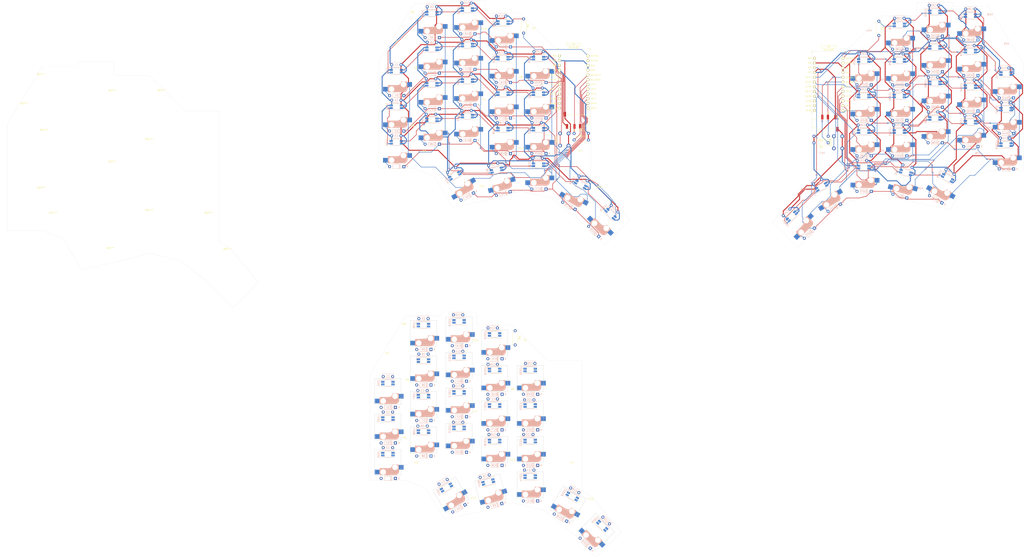
<source format=kicad_pcb>
(kicad_pcb (version 20171130) (host pcbnew 5.1.10)
  (layers (0 F.Cu signal) (31 B.Cu signal) (34 B.Paste user) (35 F.Paste user) (36 B.SilkS user) (37 F.SilkS user) (38 B.Mask user) (39 F.Mask user) (44 Edge.Cuts user))
  (net 0 "")
  (net 1 GND)
  (net 2 +5V)
  (net 3 "Net-(D1-Pad2)")
  (net 4 /lrow1)
  (net 5 "Net-(D2-Pad2)")
  (net 6 /lrow2)
  (net 7 "Net-(D3-Pad2)")
  (net 8 /lrow3)
  (net 9 "Net-(D4-Pad2)")
  (net 10 /lrow4)
  (net 11 "Net-(D5-Pad2)")
  (net 12 /lrow0)
  (net 13 "Net-(D6-Pad2)")
  (net 14 "Net-(D7-Pad2)")
  (net 15 "Net-(D8-Pad2)")
  (net 16 "Net-(D9-Pad2)")
  (net 17 "Net-(D10-Pad2)")
  (net 18 "Net-(D11-Pad2)")
  (net 19 "Net-(D12-Pad2)")
  (net 20 "Net-(D13-Pad2)")
  (net 21 "Net-(D14-Pad2)")
  (net 22 "Net-(D15-Pad2)")
  (net 23 "Net-(D16-Pad2)")
  (net 24 "Net-(D17-Pad2)")
  (net 25 "Net-(D18-Pad2)")
  (net 26 "Net-(D19-Pad2)")
  (net 27 "Net-(D20-Pad2)")
  (net 28 "Net-(D21-Pad2)")
  (net 29 "Net-(D22-Pad2)")
  (net 30 "Net-(D23-Pad2)")
  (net 31 "Net-(D24-Pad2)")
  (net 32 /rrow1)
  (net 33 "Net-(D25-Pad2)")
  (net 34 /rrow2)
  (net 35 "Net-(D26-Pad2)")
  (net 36 /rrow3)
  (net 37 "Net-(D27-Pad2)")
  (net 38 /rrow4)
  (net 39 "Net-(D28-Pad2)")
  (net 40 /rrow0)
  (net 41 "Net-(D29-Pad2)")
  (net 42 "Net-(D30-Pad2)")
  (net 43 "Net-(D31-Pad2)")
  (net 44 "Net-(D32-Pad2)")
  (net 45 "Net-(D33-Pad2)")
  (net 46 "Net-(D34-Pad2)")
  (net 47 "Net-(D35-Pad2)")
  (net 48 "Net-(D36-Pad2)")
  (net 49 "Net-(D37-Pad2)")
  (net 50 "Net-(D38-Pad2)")
  (net 51 "Net-(D39-Pad2)")
  (net 52 "Net-(D40-Pad2)")
  (net 53 "Net-(D41-Pad2)")
  (net 54 "Net-(D42-Pad2)")
  (net 55 "Net-(D43-Pad2)")
  (net 56 "Net-(D44-Pad2)")
  (net 57 "Net-(D45-Pad2)")
  (net 58 "Net-(D46-Pad2)")
  (net 59 "Net-(LED1-Pad2)")
  (net 60 "Net-(LED1-Pad4)")
  (net 61 "Net-(LED2-Pad2)")
  (net 62 "Net-(LED2-Pad4)")
  (net 63 "Net-(LED3-Pad2)")
  (net 64 "Net-(LED4-Pad2)")
  (net 65 "Net-(LED22-Pad2)")
  (net 66 "Net-(LED10-Pad4)")
  (net 67 /lLED)
  (net 68 "Net-(LED11-Pad4)")
  (net 69 "Net-(LED12-Pad4)")
  (net 70 "Net-(LED13-Pad4)")
  (net 71 "Net-(LED14-Pad4)")
  (net 72 "Net-(LED10-Pad2)")
  (net 73 "Net-(LED11-Pad2)")
  (net 74 "Net-(LED12-Pad2)")
  (net 75 "Net-(LED13-Pad2)")
  (net 76 "Net-(LED14-Pad2)")
  (net 77 "Net-(LED16-Pad2)")
  (net 78 "Net-(LED17-Pad2)")
  (net 79 "Net-(LED18-Pad2)")
  (net 80 "Net-(LED19-Pad2)")
  (net 81 "Net-(LED24-Pad2)")
  (net 82 "Net-(LED24-Pad4)")
  (net 83 "Net-(LED25-Pad2)")
  (net 84 "Net-(LED26-Pad2)")
  (net 85 "Net-(LED26-Pad4)")
  (net 86 "Net-(LED27-Pad2)")
  (net 87 "Net-(LED28-Pad2)")
  (net 88 /rLED)
  (net 89 "Net-(LED29-Pad2)")
  (net 90 "Net-(LED30-Pad2)")
  (net 91 "Net-(LED31-Pad2)")
  (net 92 "Net-(LED32-Pad2)")
  (net 93 "Net-(LED33-Pad2)")
  (net 94 "Net-(LED34-Pad2)")
  (net 95 "Net-(LED35-Pad2)")
  (net 96 "Net-(LED36-Pad2)")
  (net 97 "Net-(LED37-Pad2)")
  (net 98 "Net-(LED39-Pad2)")
  (net 99 "Net-(LED40-Pad2)")
  (net 100 "Net-(LED41-Pad2)")
  (net 101 "Net-(LED42-Pad2)")
  (net 102 "Net-(LED46-Pad2)")
  (net 103 /lSDA)
  (net 104 /lSCL)
  (net 105 /rSDA)
  (net 106 /rSCL)
  (net 107 /lcol0)
  (net 108 /lcol1)
  (net 109 /lcol2)
  (net 110 /lcol3)
  (net 111 /lcol4)
  (net 112 /rcol0)
  (net 113 /rcol1)
  (net 114 /rcol2)
  (net 115 /rcol3)
  (net 116 /rcol4)
  (net 117 /lRST)
  (net 118 /rRST)
  (net 119 "Net-(U1-Pad24)")
  (net 120 "Net-(U1-Pad15)")
  (net 121 "Net-(U1-Pad14)")
  (net 122 "Net-(U1-Pad13)")
  (net 123 "Net-(U1-Pad12)")
  (net 124 "Net-(U1-Pad2)")
  (net 125 "Net-(U2-Pad24)")
  (net 126 "Net-(U2-Pad15)")
  (net 127 "Net-(U2-Pad14)")
  (net 128 "Net-(U2-Pad13)")
  (net 129 "Net-(U2-Pad12)")
  (net 130 "Net-(U2-Pad2)")
  (net 131 "Net-(LED28-Pad4)")
  (net 132 "Net-(LED4-Pad4)")
  (net 133 "Net-(LED15-Pad2)")
  (net 134 "Net-(LED20-Pad2)")
  (net 135 "Net-(LED38-Pad2)")
  (net 136 "Net-(LED44-Pad2)")
  (module kbd:SW_Hole (layer F.Cu) (at 131.25 302 315)
    (fp_text reference SW2 hide)
    (fp_text value KEY_SWITCH hide)
    (fp_line (start -7 -7) (end -7 7) (layer Edge.Cuts) (width 0.12))
    (fp_line (start -7 7) (end 7 7) (layer Edge.Cuts) (width 0.12))
    (fp_line (start 7 7) (end 7 -7) (layer Edge.Cuts) (width 0.12))
    (fp_line (start 7 -7) (end -7 -7) (layer Edge.Cuts) (width 0.12))
  )
  (module kbd:SW_Hole (layer F.Cu) (at 116.25 287 330)
    (fp_text reference SW2 hide)
    (fp_text value KEY_SWITCH hide)
    (fp_line (start -7 -7) (end -7 7) (layer Edge.Cuts) (width 0.12))
    (fp_line (start -7 7) (end 7 7) (layer Edge.Cuts) (width 0.12))
    (fp_line (start 7 7) (end 7 -7) (layer Edge.Cuts) (width 0.12))
    (fp_line (start 7 -7) (end -7 -7) (layer Edge.Cuts) (width 0.12))
  )
  (module kbd:SW_Hole (layer F.Cu) (at 53.5 282.251854 30)
    (fp_text reference SW2 hide)
    (fp_text value KEY_SWITCH hide)
    (fp_line (start -7 -7) (end -7 7) (layer Edge.Cuts) (width 0.12))
    (fp_line (start -7 7) (end 7 7) (layer Edge.Cuts) (width 0.12))
    (fp_line (start 7 7) (end 7 -7) (layer Edge.Cuts) (width 0.12))
    (fp_line (start 7 -7) (end -7 -7) (layer Edge.Cuts) (width 0.12))
  )
  (module kbd:SW_Hole (layer F.Cu) (at 74.75 279.75 15)
    (fp_text reference SW2 hide)
    (fp_text value KEY_SWITCH hide)
    (fp_line (start -7 -7) (end -7 7) (layer Edge.Cuts) (width 0.12))
    (fp_line (start -7 7) (end 7 7) (layer Edge.Cuts) (width 0.12))
    (fp_line (start 7 7) (end 7 -7) (layer Edge.Cuts) (width 0.12))
    (fp_line (start 7 -7) (end -7 -7) (layer Edge.Cuts) (width 0.12))
  )
  (module kbd:SW_Hole (layer F.Cu) (at 96 277)
    (fp_text reference SW2 hide)
    (fp_text value KEY_SWITCH hide)
    (fp_line (start -7 -7) (end -7 7) (layer Edge.Cuts) (width 0.12))
    (fp_line (start -7 7) (end 7 7) (layer Edge.Cuts) (width 0.12))
    (fp_line (start 7 7) (end 7 -7) (layer Edge.Cuts) (width 0.12))
    (fp_line (start 7 -7) (end -7 -7) (layer Edge.Cuts) (width 0.12))
  )
  (module kbd:SW_Hole (layer F.Cu) (at 96 258)
    (fp_text reference SW2 hide)
    (fp_text value KEY_SWITCH hide)
    (fp_line (start -7 -7) (end -7 7) (layer Edge.Cuts) (width 0.12))
    (fp_line (start -7 7) (end 7 7) (layer Edge.Cuts) (width 0.12))
    (fp_line (start 7 7) (end 7 -7) (layer Edge.Cuts) (width 0.12))
    (fp_line (start 7 -7) (end -7 -7) (layer Edge.Cuts) (width 0.12))
  )
  (module kbd:SW_Hole (layer F.Cu) (at 96 239)
    (fp_text reference SW2 hide)
    (fp_text value KEY_SWITCH hide)
    (fp_line (start -7 -7) (end -7 7) (layer Edge.Cuts) (width 0.12))
    (fp_line (start -7 7) (end 7 7) (layer Edge.Cuts) (width 0.12))
    (fp_line (start 7 7) (end 7 -7) (layer Edge.Cuts) (width 0.12))
    (fp_line (start 7 -7) (end -7 -7) (layer Edge.Cuts) (width 0.12))
  )
  (module kbd:SW_Hole (layer F.Cu) (at 96 220)
    (fp_text reference SW2 hide)
    (fp_text value KEY_SWITCH hide)
    (fp_line (start -7 -7) (end -7 7) (layer Edge.Cuts) (width 0.12))
    (fp_line (start -7 7) (end 7 7) (layer Edge.Cuts) (width 0.12))
    (fp_line (start 7 7) (end 7 -7) (layer Edge.Cuts) (width 0.12))
    (fp_line (start 7 -7) (end -7 -7) (layer Edge.Cuts) (width 0.12))
  )
  (module kbd:SW_Hole (layer F.Cu) (at 77 201)
    (fp_text reference SW2 hide)
    (fp_text value KEY_SWITCH hide)
    (fp_line (start -7 -7) (end -7 7) (layer Edge.Cuts) (width 0.12))
    (fp_line (start -7 7) (end 7 7) (layer Edge.Cuts) (width 0.12))
    (fp_line (start 7 7) (end 7 -7) (layer Edge.Cuts) (width 0.12))
    (fp_line (start 7 -7) (end -7 -7) (layer Edge.Cuts) (width 0.12))
  )
  (module kbd:SW_Hole (layer F.Cu) (at 77 220)
    (fp_text reference SW2 hide)
    (fp_text value KEY_SWITCH hide)
    (fp_line (start -7 -7) (end -7 7) (layer Edge.Cuts) (width 0.12))
    (fp_line (start -7 7) (end 7 7) (layer Edge.Cuts) (width 0.12))
    (fp_line (start 7 7) (end 7 -7) (layer Edge.Cuts) (width 0.12))
    (fp_line (start 7 -7) (end -7 -7) (layer Edge.Cuts) (width 0.12))
  )
  (module kbd:SW_Hole (layer F.Cu) (at 77 239)
    (fp_text reference SW2 hide)
    (fp_text value KEY_SWITCH hide)
    (fp_line (start -7 -7) (end -7 7) (layer Edge.Cuts) (width 0.12))
    (fp_line (start -7 7) (end 7 7) (layer Edge.Cuts) (width 0.12))
    (fp_line (start 7 7) (end 7 -7) (layer Edge.Cuts) (width 0.12))
    (fp_line (start 7 -7) (end -7 -7) (layer Edge.Cuts) (width 0.12))
  )
  (module kbd:SW_Hole (layer F.Cu) (at 77 258)
    (fp_text reference SW2 hide)
    (fp_text value KEY_SWITCH hide)
    (fp_line (start -7 -7) (end -7 7) (layer Edge.Cuts) (width 0.12))
    (fp_line (start -7 7) (end 7 7) (layer Edge.Cuts) (width 0.12))
    (fp_line (start 7 7) (end 7 -7) (layer Edge.Cuts) (width 0.12))
    (fp_line (start 7 -7) (end -7 -7) (layer Edge.Cuts) (width 0.12))
  )
  (module kbd:SW_Hole (layer F.Cu) (at 58 251)
    (fp_text reference SW2 hide)
    (fp_text value KEY_SWITCH hide)
    (fp_line (start -7 -7) (end -7 7) (layer Edge.Cuts) (width 0.12))
    (fp_line (start -7 7) (end 7 7) (layer Edge.Cuts) (width 0.12))
    (fp_line (start 7 7) (end 7 -7) (layer Edge.Cuts) (width 0.12))
    (fp_line (start 7 -7) (end -7 -7) (layer Edge.Cuts) (width 0.12))
  )
  (module kbd:SW_Hole (layer F.Cu) (at 58 232)
    (fp_text reference SW2 hide)
    (fp_text value KEY_SWITCH hide)
    (fp_line (start -7 -7) (end -7 7) (layer Edge.Cuts) (width 0.12))
    (fp_line (start -7 7) (end 7 7) (layer Edge.Cuts) (width 0.12))
    (fp_line (start 7 7) (end 7 -7) (layer Edge.Cuts) (width 0.12))
    (fp_line (start 7 -7) (end -7 -7) (layer Edge.Cuts) (width 0.12))
  )
  (module kbd:SW_Hole (layer F.Cu) (at 58 213)
    (fp_text reference SW2 hide)
    (fp_text value KEY_SWITCH hide)
    (fp_line (start -7 -7) (end -7 7) (layer Edge.Cuts) (width 0.12))
    (fp_line (start -7 7) (end 7 7) (layer Edge.Cuts) (width 0.12))
    (fp_line (start 7 7) (end 7 -7) (layer Edge.Cuts) (width 0.12))
    (fp_line (start 7 -7) (end -7 -7) (layer Edge.Cuts) (width 0.12))
  )
  (module kbd:SW_Hole (layer F.Cu) (at 58 194)
    (fp_text reference SW2 hide)
    (fp_text value KEY_SWITCH hide)
    (fp_line (start -7 -7) (end -7 7) (layer Edge.Cuts) (width 0.12))
    (fp_line (start -7 7) (end 7 7) (layer Edge.Cuts) (width 0.12))
    (fp_line (start 7 7) (end 7 -7) (layer Edge.Cuts) (width 0.12))
    (fp_line (start 7 -7) (end -7 -7) (layer Edge.Cuts) (width 0.12))
  )
  (module kbd:SW_Hole (layer F.Cu) (at 39 196)
    (fp_text reference SW2 hide)
    (fp_text value KEY_SWITCH hide)
    (fp_line (start -7 -7) (end -7 7) (layer Edge.Cuts) (width 0.12))
    (fp_line (start -7 7) (end 7 7) (layer Edge.Cuts) (width 0.12))
    (fp_line (start 7 7) (end 7 -7) (layer Edge.Cuts) (width 0.12))
    (fp_line (start 7 -7) (end -7 -7) (layer Edge.Cuts) (width 0.12))
  )
  (module kbd:SW_Hole (layer F.Cu) (at 39 215)
    (fp_text reference SW2 hide)
    (fp_text value KEY_SWITCH hide)
    (fp_line (start -7 -7) (end -7 7) (layer Edge.Cuts) (width 0.12))
    (fp_line (start -7 7) (end 7 7) (layer Edge.Cuts) (width 0.12))
    (fp_line (start 7 7) (end 7 -7) (layer Edge.Cuts) (width 0.12))
    (fp_line (start 7 -7) (end -7 -7) (layer Edge.Cuts) (width 0.12))
  )
  (module kbd:SW_Hole (layer F.Cu) (at 39 234)
    (fp_text reference SW2 hide)
    (fp_text value KEY_SWITCH hide)
    (fp_line (start -7 -7) (end -7 7) (layer Edge.Cuts) (width 0.12))
    (fp_line (start -7 7) (end 7 7) (layer Edge.Cuts) (width 0.12))
    (fp_line (start 7 7) (end 7 -7) (layer Edge.Cuts) (width 0.12))
    (fp_line (start 7 -7) (end -7 -7) (layer Edge.Cuts) (width 0.12))
  )
  (module kbd:SW_Hole (layer F.Cu) (at 39 253)
    (fp_text reference SW2 hide)
    (fp_text value KEY_SWITCH hide)
    (fp_line (start -7 -7) (end -7 7) (layer Edge.Cuts) (width 0.12))
    (fp_line (start -7 7) (end 7 7) (layer Edge.Cuts) (width 0.12))
    (fp_line (start 7 7) (end 7 -7) (layer Edge.Cuts) (width 0.12))
    (fp_line (start 7 -7) (end -7 -7) (layer Edge.Cuts) (width 0.12))
  )
  (module kbd:SW_Hole (layer F.Cu) (at 20 265)
    (fp_text reference SW2 hide)
    (fp_text value KEY_SWITCH hide)
    (fp_line (start -7 -7) (end -7 7) (layer Edge.Cuts) (width 0.12))
    (fp_line (start -7 7) (end 7 7) (layer Edge.Cuts) (width 0.12))
    (fp_line (start 7 7) (end 7 -7) (layer Edge.Cuts) (width 0.12))
    (fp_line (start 7 -7) (end -7 -7) (layer Edge.Cuts) (width 0.12))
  )
  (module kbd:SW_Hole (layer F.Cu) (at 20 246)
    (fp_text reference SW2 hide)
    (fp_text value KEY_SWITCH hide)
    (fp_line (start -7 -7) (end -7 7) (layer Edge.Cuts) (width 0.12))
    (fp_line (start -7 7) (end 7 7) (layer Edge.Cuts) (width 0.12))
    (fp_line (start 7 7) (end 7 -7) (layer Edge.Cuts) (width 0.12))
    (fp_line (start 7 -7) (end -7 -7) (layer Edge.Cuts) (width 0.12))
  )
  (module kbd:SW_Hole (layer F.Cu) (at 20 227)
    (fp_text reference SW2 hide)
    (fp_text value KEY_SWITCH hide)
    (fp_line (start -7 -7) (end -7 7) (layer Edge.Cuts) (width 0.12))
    (fp_line (start -7 7) (end 7 7) (layer Edge.Cuts) (width 0.12))
    (fp_line (start 7 7) (end 7 -7) (layer Edge.Cuts) (width 0.12))
    (fp_line (start 7 -7) (end -7 -7) (layer Edge.Cuts) (width 0.12))
  )
  (module Capacitor_THT:C_Disc_D6.0mm_W2.5mm_P5.00mm (layer B.Cu) (at 51.665064 274.07365 210)
    (fp_text reference C4 (at 2.5 0 30) (layer B.SilkS) (effects (justify mirror)))
    (fp_text value 0.1uF)
    (pad 1 thru_hole circle (at 0 0 210) (size 1.6 1.6) (drill 0.8) (layers *.Cu *.Mask))
    (pad 2 thru_hole circle (at 5 0 210) (size 1.6 1.6) (drill 0.8) (layers *.Cu *.Mask))
  )
  (module Capacitor_THT:C_Disc_D6.0mm_W2.5mm_P5.00mm (layer B.Cu) (at 41.5 207 180)
    (fp_text reference C6 (at 2.5 0) (layer B.SilkS) (effects (justify mirror)))
    (fp_text value 0.1uF)
    (pad 2 thru_hole circle (at 5 0 180) (size 1.6 1.6) (drill 0.8) (layers *.Cu *.Mask))
    (pad 1 thru_hole circle (at 0 0 180) (size 1.6 1.6) (drill 0.8) (layers *.Cu *.Mask))
  )
  (module kbd:CherryMX_Hotswap (layer F.Cu) (at 96 239 180)
    (fp_text reference SW21 hide)
    (fp_text value SW_Push hide)
    (pad "" np_thru_hole circle (at 2.54 -5.08 180) (size 3 3) (drill 3) (layers *.Cu *.Mask))
    (pad "" np_thru_hole circle (at -3.81 -2.54 180) (size 3 3) (drill 3) (layers *.Cu *.Mask))
    (pad 2 smd rect (at 5.842 -5.08) (size 2.55 2.5) (layers B.Cu B.Paste B.Mask))
    (pad "" np_thru_hole circle (at -5.08 0 180) (size 1.9 1.9) (drill 1.9) (layers *.Cu *.Mask))
    (pad "" np_thru_hole circle (at 5.08 0 180) (size 1.9 1.9) (drill 1.9) (layers *.Cu *.Mask))
    (pad "" np_thru_hole circle (at 0 0 270) (size 4.1 4.1) (drill 4.1) (layers *.Cu *.Mask))
    (pad 1 smd rect (at -7.085 -2.54) (size 2.55 2.5) (layers B.Cu B.Paste B.Mask))
  )
  (module kbd:YS-SK6812MINI-E (layer B.Cu) (at 77 253.5)
    (fp_text reference LED18 (at -5 0.25 90) (layer B.SilkS) (effects (justify mirror)))
    (fp_text value YS-SK6812MINI-E)
    (fp_line (start -1.8 1.55) (end -1.8 -1.55) (layer Edge.Cuts) (width 0.12))
    (fp_line (start -1.8 -1.55) (end 1.8 -1.55) (layer Edge.Cuts) (width 0.12))
    (fp_line (start 1.8 -1.55) (end 1.8 1.55) (layer Edge.Cuts) (width 0.12))
    (fp_line (start 1.8 1.55) (end -1.8 1.55) (layer Edge.Cuts) (width 0.12))
    (pad 2 smd rect (at 2.75 -0.7) (size 1.7 1) (layers B.Cu B.Paste B.Mask))
    (pad 1 smd rect (at 2.75 0.7) (size 1.7 1) (layers B.Cu B.Paste B.Mask))
    (pad 3 smd rect (at -2.75 -0.7) (size 1.7 1) (layers B.Cu B.Paste B.Mask))
    (pad 4 smd rect (at -2.75 0.7) (size 1.7 1) (layers B.Cu B.Paste B.Mask))
  )
  (module kbd:YS-SK6812MINI-E (layer B.Cu) (at 58 208.5)
    (fp_text reference LED11 (at -5 0.25 90) (layer B.SilkS) (effects (justify mirror)))
    (fp_text value YS-SK6812MINI-E)
    (fp_line (start -1.8 1.55) (end -1.8 -1.55) (layer Edge.Cuts) (width 0.12))
    (fp_line (start -1.8 -1.55) (end 1.8 -1.55) (layer Edge.Cuts) (width 0.12))
    (fp_line (start 1.8 -1.55) (end 1.8 1.55) (layer Edge.Cuts) (width 0.12))
    (fp_line (start 1.8 1.55) (end -1.8 1.55) (layer Edge.Cuts) (width 0.12))
    (pad 2 smd rect (at 2.75 -0.7) (size 1.7 1) (layers B.Cu B.Paste B.Mask))
    (pad 1 smd rect (at 2.75 0.7) (size 1.7 1) (layers B.Cu B.Paste B.Mask))
    (pad 3 smd rect (at -2.75 -0.7) (size 1.7 1) (layers B.Cu B.Paste B.Mask))
    (pad 4 smd rect (at -2.75 0.7) (size 1.7 1) (layers B.Cu B.Paste B.Mask))
  )
  (module Diode_THT:D_DO-35_SOD27_P7.62mm_Horizontal (layer B.Cu) (at 80.813666 286.925093 195)
    (fp_text reference D9 (at 4 0 15) (layer B.SilkS) (effects (justify mirror)))
    (fp_text value 1N4148)
    (fp_text user K (at -1.75 0 15) (layer B.SilkS) (effects (justify mirror)))
    (pad 2 thru_hole oval (at 7.62 0 195) (size 1.6 1.6) (drill 0.8) (layers *.Cu *.Mask))
    (pad 1 thru_hole rect (at 0 0 195) (size 1.6 1.6) (drill 0.8) (layers *.Cu *.Mask))
  )
  (module Diode_THT:D_DO-35_SOD27_P7.62mm_Horizontal (layer B.Cu) (at 62 240.5 180)
    (fp_text reference D12 (at 3.81 0) (layer B.SilkS) (effects (justify mirror)))
    (fp_text value 1N4148)
    (fp_text user K (at -1.75 0) (layer B.SilkS) (effects (justify mirror)))
    (pad 2 thru_hole oval (at 7.62 0 180) (size 1.6 1.6) (drill 0.8) (layers *.Cu *.Mask))
    (pad 1 thru_hole rect (at 0 0 180) (size 1.6 1.6) (drill 0.8) (layers *.Cu *.Mask))
  )
  (module kbd:CherryMX_Hotswap (layer F.Cu) (at 39 196 180)
    (fp_text reference SW5 hide)
    (fp_text value SW_Push hide)
    (pad "" np_thru_hole circle (at 2.54 -5.08 180) (size 3 3) (drill 3) (layers *.Cu *.Mask))
    (pad "" np_thru_hole circle (at -3.81 -2.54 180) (size 3 3) (drill 3) (layers *.Cu *.Mask))
    (pad 2 smd rect (at 5.842 -5.08) (size 2.55 2.5) (layers B.Cu B.Paste B.Mask))
    (pad "" np_thru_hole circle (at -5.08 0 180) (size 1.9 1.9) (drill 1.9) (layers *.Cu *.Mask))
    (pad "" np_thru_hole circle (at 5.08 0 180) (size 1.9 1.9) (drill 1.9) (layers *.Cu *.Mask))
    (pad "" np_thru_hole circle (at 0 0 270) (size 4.1 4.1) (drill 4.1) (layers *.Cu *.Mask))
    (pad 1 smd rect (at -7.085 -2.54) (size 2.55 2.5) (layers B.Cu B.Paste B.Mask))
  )
  (module Capacitor_THT:C_Disc_D6.0mm_W2.5mm_P5.00mm (layer B.Cu) (at 22.5 257 180)
    (fp_text reference C3 (at 2.5 0) (layer B.SilkS) (effects (justify mirror)))
    (fp_text value 0.1uF)
    (pad 2 thru_hole circle (at 5 0 180) (size 1.6 1.6) (drill 0.8) (layers *.Cu *.Mask))
    (pad 1 thru_hole circle (at 0 0 180) (size 1.6 1.6) (drill 0.8) (layers *.Cu *.Mask))
  )
  (module Capacitor_THT:C_Disc_D6.0mm_W2.5mm_P5.00mm (layer B.Cu) (at 78.5 212.5 180)
    (fp_text reference C16 (at 2.5 0) (layer B.SilkS) (effects (justify mirror)))
    (fp_text value 0.1uF)
    (pad 2 thru_hole circle (at 5 0 180) (size 1.6 1.6) (drill 0.8) (layers *.Cu *.Mask))
    (pad 1 thru_hole circle (at 0 0 180) (size 1.6 1.6) (drill 0.8) (layers *.Cu *.Mask))
  )
  (module Diode_THT:D_DO-35_SOD27_P7.62mm_Horizontal (layer B.Cu) (at 81 209.5 180)
    (fp_text reference D15 (at 3.81 0) (layer B.SilkS) (effects (justify mirror)))
    (fp_text value 1N4148)
    (fp_text user K (at -1.75 0) (layer B.SilkS) (effects (justify mirror)))
    (pad 2 thru_hole oval (at 7.62 0 180) (size 1.6 1.6) (drill 0.8) (layers *.Cu *.Mask))
    (pad 1 thru_hole rect (at 0 0 180) (size 1.6 1.6) (drill 0.8) (layers *.Cu *.Mask))
  )
  (module MountingHole:MountingHole_5.3mm_M5_ISO7380 (layer F.Cu) (at 118.25 270.75)
    (fp_text reference H4 (at 0 -5.75) (layer F.SilkS))
    (fp_text value MountingHole)
    (pad 1 np_thru_hole circle (at 0 0) (size 5.3 5.3) (drill 5.3) (layers *.Cu *.Mask))
  )
  (module kbd:YS-SK6812MINI-E (layer B.Cu) (at 96.000001 272.524474)
    (fp_text reference LED14 (at -5 0.25 90) (layer B.SilkS) (effects (justify mirror)))
    (fp_text value YS-SK6812MINI-E)
    (fp_line (start -1.8 1.55) (end -1.8 -1.55) (layer Edge.Cuts) (width 0.12))
    (fp_line (start -1.8 -1.55) (end 1.8 -1.55) (layer Edge.Cuts) (width 0.12))
    (fp_line (start 1.8 -1.55) (end 1.8 1.55) (layer Edge.Cuts) (width 0.12))
    (fp_line (start 1.8 1.55) (end -1.8 1.55) (layer Edge.Cuts) (width 0.12))
    (pad 2 smd rect (at 2.75 -0.7) (size 1.7 1) (layers B.Cu B.Paste B.Mask))
    (pad 1 smd rect (at 2.75 0.7) (size 1.7 1) (layers B.Cu B.Paste B.Mask))
    (pad 3 smd rect (at -2.75 -0.7) (size 1.7 1) (layers B.Cu B.Paste B.Mask))
    (pad 4 smd rect (at -2.75 0.7) (size 1.7 1) (layers B.Cu B.Paste B.Mask))
  )
  (module kbd:CherryMX_Hotswap (layer F.Cu) (at 39 215 180)
    (fp_text reference SW6 hide)
    (fp_text value SW_Push hide)
    (pad "" np_thru_hole circle (at 2.54 -5.08 180) (size 3 3) (drill 3) (layers *.Cu *.Mask))
    (pad "" np_thru_hole circle (at -3.81 -2.54 180) (size 3 3) (drill 3) (layers *.Cu *.Mask))
    (pad 2 smd rect (at 5.842 -5.08) (size 2.55 2.5) (layers B.Cu B.Paste B.Mask))
    (pad "" np_thru_hole circle (at -5.08 0 180) (size 1.9 1.9) (drill 1.9) (layers *.Cu *.Mask))
    (pad "" np_thru_hole circle (at 5.08 0 180) (size 1.9 1.9) (drill 1.9) (layers *.Cu *.Mask))
    (pad "" np_thru_hole circle (at 0 0 270) (size 4.1 4.1) (drill 4.1) (layers *.Cu *.Mask))
    (pad 1 smd rect (at -7.085 -2.54) (size 2.55 2.5) (layers B.Cu B.Paste B.Mask))
  )
  (module MountingHole:MountingHole_3.2mm_M3_ISO7380 (layer F.Cu) (at 28.5 194.75)
    (fp_text reference H9 (at 0 -3.85) (layer F.SilkS))
    (fp_text value MountingHole)
    (pad 1 np_thru_hole circle (at 0 0) (size 3.2 3.2) (drill 3.2) (layers *.Cu *.Mask))
  )
  (module kbd:CherryMX_Hotswap (layer F.Cu) (at 53.5 282.251854 210)
    (fp_text reference SW4 hide)
    (fp_text value SW_Push hide)
    (pad 1 smd rect (at -7.085 -2.54 30) (size 2.55 2.5) (layers B.Cu B.Paste B.Mask))
    (pad "" np_thru_hole circle (at 0 0 300) (size 4.1 4.1) (drill 4.1) (layers *.Cu *.Mask))
    (pad "" np_thru_hole circle (at 5.08 0 210) (size 1.9 1.9) (drill 1.9) (layers *.Cu *.Mask))
    (pad "" np_thru_hole circle (at -5.08 0 210) (size 1.9 1.9) (drill 1.9) (layers *.Cu *.Mask))
    (pad 2 smd rect (at 5.842 -5.08 30) (size 2.55 2.5) (layers B.Cu B.Paste B.Mask))
    (pad "" np_thru_hole circle (at -3.81 -2.54 210) (size 3 3) (drill 3) (layers *.Cu *.Mask))
    (pad "" np_thru_hole circle (at 2.54 -5.08 210) (size 3 3) (drill 3) (layers *.Cu *.Mask))
  )
  (module Capacitor_THT:C_Disc_D6.0mm_W2.5mm_P5.00mm (layer B.Cu) (at 78.5 231 180)
    (fp_text reference C17 (at 2.5 0) (layer B.SilkS) (effects (justify mirror)))
    (fp_text value 0.1uF)
    (pad 2 thru_hole circle (at 5 0 180) (size 1.6 1.6) (drill 0.8) (layers *.Cu *.Mask))
    (pad 1 thru_hole circle (at 0 0 180) (size 1.6 1.6) (drill 0.8) (layers *.Cu *.Mask))
  )
  (module Diode_THT:D_DO-35_SOD27_P7.62mm_Horizontal (layer B.Cu) (at 43 204.5 180)
    (fp_text reference D5 (at 4 0) (layer B.SilkS) (effects (justify mirror)))
    (fp_text value 1N4148)
    (fp_text user K (at -1.75 0) (layer B.SilkS) (effects (justify mirror)))
    (pad 2 thru_hole oval (at 7.62 0 180) (size 1.6 1.6) (drill 0.8) (layers *.Cu *.Mask))
    (pad 1 thru_hole rect (at 0 0 180) (size 1.6 1.6) (drill 0.8) (layers *.Cu *.Mask))
  )
  (module MountingHole:MountingHole_3.2mm_M3_ISO7380 (layer F.Cu) (at 66.75 203.5)
    (fp_text reference H10 (at 0 -3.85) (layer F.SilkS))
    (fp_text value MountingHole)
    (pad 1 np_thru_hole circle (at 0 0) (size 3.2 3.2) (drill 3.2) (layers *.Cu *.Mask))
  )
  (module kbd:YS-SK6812MINI-E (layer B.Cu) (at 39 229.5)
    (fp_text reference LED7 (at -5 -0.25 90) (layer B.SilkS) (effects (justify mirror)))
    (fp_text value YS-SK6812MINI-E)
    (fp_line (start -1.8 1.55) (end -1.8 -1.55) (layer Edge.Cuts) (width 0.12))
    (fp_line (start -1.8 -1.55) (end 1.8 -1.55) (layer Edge.Cuts) (width 0.12))
    (fp_line (start 1.8 -1.55) (end 1.8 1.55) (layer Edge.Cuts) (width 0.12))
    (fp_line (start 1.8 1.55) (end -1.8 1.55) (layer Edge.Cuts) (width 0.12))
    (pad 2 smd rect (at 2.75 -0.7) (size 1.7 1) (layers B.Cu B.Paste B.Mask))
    (pad 1 smd rect (at 2.75 0.7) (size 1.7 1) (layers B.Cu B.Paste B.Mask))
    (pad 3 smd rect (at -2.75 -0.7) (size 1.7 1) (layers B.Cu B.Paste B.Mask))
    (pad 4 smd rect (at -2.75 0.7) (size 1.7 1) (layers B.Cu B.Paste B.Mask))
  )
  (module kbd:CherryMX_Hotswap (layer F.Cu) (at 96 277 180)
    (fp_text reference SW14 hide)
    (fp_text value SW_Push hide)
    (pad "" np_thru_hole circle (at 2.54 -5.08 180) (size 3 3) (drill 3) (layers *.Cu *.Mask))
    (pad "" np_thru_hole circle (at -3.81 -2.54 180) (size 3 3) (drill 3) (layers *.Cu *.Mask))
    (pad 2 smd rect (at 5.842 -5.08) (size 2.55 2.5) (layers B.Cu B.Paste B.Mask))
    (pad "" np_thru_hole circle (at -5.08 0 180) (size 1.9 1.9) (drill 1.9) (layers *.Cu *.Mask))
    (pad "" np_thru_hole circle (at 5.08 0 180) (size 1.9 1.9) (drill 1.9) (layers *.Cu *.Mask))
    (pad "" np_thru_hole circle (at 0 0 270) (size 4.1 4.1) (drill 4.1) (layers *.Cu *.Mask))
    (pad 1 smd rect (at -7.085 -2.54) (size 2.55 2.5) (layers B.Cu B.Paste B.Mask))
  )
  (module kbd:YS-SK6812MINI-E (layer B.Cu) (at 77 234.5)
    (fp_text reference LED17 (at -5 0.25 90) (layer B.SilkS) (effects (justify mirror)))
    (fp_text value YS-SK6812MINI-E)
    (fp_line (start -1.8 1.55) (end -1.8 -1.55) (layer Edge.Cuts) (width 0.12))
    (fp_line (start -1.8 -1.55) (end 1.8 -1.55) (layer Edge.Cuts) (width 0.12))
    (fp_line (start 1.8 -1.55) (end 1.8 1.55) (layer Edge.Cuts) (width 0.12))
    (fp_line (start 1.8 1.55) (end -1.8 1.55) (layer Edge.Cuts) (width 0.12))
    (pad 2 smd rect (at 2.75 -0.7) (size 1.7 1) (layers B.Cu B.Paste B.Mask))
    (pad 1 smd rect (at 2.75 0.7) (size 1.7 1) (layers B.Cu B.Paste B.Mask))
    (pad 3 smd rect (at -2.75 -0.7) (size 1.7 1) (layers B.Cu B.Paste B.Mask))
    (pad 4 smd rect (at -2.75 0.7) (size 1.7 1) (layers B.Cu B.Paste B.Mask))
  )
  (module kbd:CherryMX_Hotswap (layer F.Cu) (at 39 253 180)
    (fp_text reference SW8 hide)
    (fp_text value SW_Push hide)
    (pad "" np_thru_hole circle (at 2.54 -5.08 180) (size 3 3) (drill 3) (layers *.Cu *.Mask))
    (pad "" np_thru_hole circle (at -3.81 -2.54 180) (size 3 3) (drill 3) (layers *.Cu *.Mask))
    (pad 2 smd rect (at 5.842 -5.08) (size 2.55 2.5) (layers B.Cu B.Paste B.Mask))
    (pad "" np_thru_hole circle (at -5.08 0 180) (size 1.9 1.9) (drill 1.9) (layers *.Cu *.Mask))
    (pad "" np_thru_hole circle (at 5.08 0 180) (size 1.9 1.9) (drill 1.9) (layers *.Cu *.Mask))
    (pad "" np_thru_hole circle (at 0 0 270) (size 4.1 4.1) (drill 4.1) (layers *.Cu *.Mask))
    (pad 1 smd rect (at -7.085 -2.54) (size 2.55 2.5) (layers B.Cu B.Paste B.Mask))
  )
  (module Capacitor_THT:C_Disc_D6.0mm_W2.5mm_P5.00mm (layer B.Cu) (at 60 243.5 180)
    (fp_text reference C13 (at 2.5 0) (layer B.SilkS) (effects (justify mirror)))
    (fp_text value 0.1uF)
    (pad 2 thru_hole circle (at 5 0 180) (size 1.6 1.6) (drill 0.8) (layers *.Cu *.Mask))
    (pad 1 thru_hole circle (at 0 0 180) (size 1.6 1.6) (drill 0.8) (layers *.Cu *.Mask))
  )
  (module kbd:YS-SK6812MINI-E (layer B.Cu) (at 96 215.5)
    (fp_text reference LED20 (at -5 0.25 90) (layer B.SilkS) (effects (justify mirror)))
    (fp_text value YS-SK6812MINI-E)
    (fp_line (start -1.8 1.55) (end -1.8 -1.55) (layer Edge.Cuts) (width 0.12))
    (fp_line (start -1.8 -1.55) (end 1.8 -1.55) (layer Edge.Cuts) (width 0.12))
    (fp_line (start 1.8 -1.55) (end 1.8 1.55) (layer Edge.Cuts) (width 0.12))
    (fp_line (start 1.8 1.55) (end -1.8 1.55) (layer Edge.Cuts) (width 0.12))
    (pad 2 smd rect (at 2.75 -0.7) (size 1.7 1) (layers B.Cu B.Paste B.Mask))
    (pad 1 smd rect (at 2.75 0.7) (size 1.7 1) (layers B.Cu B.Paste B.Mask))
    (pad 3 smd rect (at -2.75 -0.7) (size 1.7 1) (layers B.Cu B.Paste B.Mask))
    (pad 4 smd rect (at -2.75 0.7) (size 1.7 1) (layers B.Cu B.Paste B.Mask))
  )
  (module Capacitor_THT:C_Disc_D6.0mm_W2.5mm_P5.00mm (layer B.Cu) (at 78.5 193 180)
    (fp_text reference C15 (at 2.5 0) (layer B.SilkS) (effects (justify mirror)))
    (fp_text value 0.1uF)
    (pad 2 thru_hole circle (at 5 0 180) (size 1.6 1.6) (drill 0.8) (layers *.Cu *.Mask))
    (pad 1 thru_hole circle (at 0 0 180) (size 1.6 1.6) (drill 0.8) (layers *.Cu *.Mask))
  )
  (module Resistor_THT:R_Axial_DIN0207_L6.3mm_D2.5mm_P7.62mm_Horizontal (layer F.Cu) (at 88 194.5 270)
    (fp_text reference R5 (at 3.81 -2.37 90) (layer F.SilkS))
    (fp_text value 1k)
    (pad 2 thru_hole oval (at 7.62 0 270) (size 1.6 1.6) (drill 0.8) (layers *.Cu *.Mask))
    (pad 1 thru_hole circle (at 0 0 270) (size 1.6 1.6) (drill 0.8) (layers *.Cu *.Mask))
  )
  (module MountingHole:MountingHole_5.3mm_M5_ISO7380 (layer F.Cu) (at 93.25 205.25)
    (fp_text reference H2 (at 0 -5.75) (layer F.SilkS))
    (fp_text value MountingHole)
    (pad 1 np_thru_hole circle (at 0 0) (size 5.3 5.3) (drill 5.3) (layers *.Cu *.Mask))
  )
  (module MountingHole:MountingHole_3.2mm_M3_ISO7380 (layer F.Cu) (at 128.25 288.25)
    (fp_text reference H13 (at 0 -3.85) (layer F.SilkS))
    (fp_text value MountingHole)
    (pad 1 np_thru_hole circle (at 0 0) (size 3.2 3.2) (drill 3.2) (layers *.Cu *.Mask))
  )
  (module Diode_THT:D_DO-35_SOD27_P7.62mm_Horizontal (layer B.Cu) (at 81 228.5 180)
    (fp_text reference D16 (at 4 0) (layer B.SilkS) (effects (justify mirror)))
    (fp_text value 1N4148)
    (fp_text user K (at -1.75 0) (layer B.SilkS) (effects (justify mirror)))
    (pad 2 thru_hole oval (at 7.62 0 180) (size 1.6 1.6) (drill 0.8) (layers *.Cu *.Mask))
    (pad 1 thru_hole rect (at 0 0 180) (size 1.6 1.6) (drill 0.8) (layers *.Cu *.Mask))
  )
  (module kbd:YS-SK6812MINI-E (layer B.Cu) (at 58 227.5)
    (fp_text reference LED12 (at -5 0.25 90) (layer B.SilkS) (effects (justify mirror)))
    (fp_text value YS-SK6812MINI-E)
    (fp_line (start -1.8 1.55) (end -1.8 -1.55) (layer Edge.Cuts) (width 0.12))
    (fp_line (start -1.8 -1.55) (end 1.8 -1.55) (layer Edge.Cuts) (width 0.12))
    (fp_line (start 1.8 -1.55) (end 1.8 1.55) (layer Edge.Cuts) (width 0.12))
    (fp_line (start 1.8 1.55) (end -1.8 1.55) (layer Edge.Cuts) (width 0.12))
    (pad 2 smd rect (at 2.75 -0.7) (size 1.7 1) (layers B.Cu B.Paste B.Mask))
    (pad 1 smd rect (at 2.75 0.7) (size 1.7 1) (layers B.Cu B.Paste B.Mask))
    (pad 3 smd rect (at -2.75 -0.7) (size 1.7 1) (layers B.Cu B.Paste B.Mask))
    (pad 4 smd rect (at -2.75 0.7) (size 1.7 1) (layers B.Cu B.Paste B.Mask))
  )
  (module kbd:YS-SK6812MINI-E (layer B.Cu) (at 77 215.5)
    (fp_text reference LED16 (at -5 0.25 90) (layer B.SilkS) (effects (justify mirror)))
    (fp_text value YS-SK6812MINI-E)
    (fp_line (start -1.8 1.55) (end -1.8 -1.55) (layer Edge.Cuts) (width 0.12))
    (fp_line (start -1.8 -1.55) (end 1.8 -1.55) (layer Edge.Cuts) (width 0.12))
    (fp_line (start 1.8 -1.55) (end 1.8 1.55) (layer Edge.Cuts) (width 0.12))
    (fp_line (start 1.8 1.55) (end -1.8 1.55) (layer Edge.Cuts) (width 0.12))
    (pad 2 smd rect (at 2.75 -0.7) (size 1.7 1) (layers B.Cu B.Paste B.Mask))
    (pad 1 smd rect (at 2.75 0.7) (size 1.7 1) (layers B.Cu B.Paste B.Mask))
    (pad 3 smd rect (at -2.75 -0.7) (size 1.7 1) (layers B.Cu B.Paste B.Mask))
    (pad 4 smd rect (at -2.75 0.7) (size 1.7 1) (layers B.Cu B.Paste B.Mask))
  )
  (module kbd:CherryMX_Hotswap (layer F.Cu) (at 58 251 180)
    (fp_text reference SW13 hide)
    (fp_text value SW_Push hide)
    (pad "" np_thru_hole circle (at 2.54 -5.08 180) (size 3 3) (drill 3) (layers *.Cu *.Mask))
    (pad "" np_thru_hole circle (at -3.81 -2.54 180) (size 3 3) (drill 3) (layers *.Cu *.Mask))
    (pad 2 smd rect (at 5.842 -5.08) (size 2.55 2.5) (layers B.Cu B.Paste B.Mask))
    (pad "" np_thru_hole circle (at -5.08 0 180) (size 1.9 1.9) (drill 1.9) (layers *.Cu *.Mask))
    (pad "" np_thru_hole circle (at 5.08 0 180) (size 1.9 1.9) (drill 1.9) (layers *.Cu *.Mask))
    (pad "" np_thru_hole circle (at 0 0 270) (size 4.1 4.1) (drill 4.1) (layers *.Cu *.Mask))
    (pad 1 smd rect (at -7.085 -2.54) (size 2.55 2.5) (layers B.Cu B.Paste B.Mask))
  )
  (module Capacitor_THT:C_Disc_D6.0mm_W2.5mm_P5.00mm (layer B.Cu) (at 97.5 250 180)
    (fp_text reference C22 (at 2.5 0) (layer B.SilkS) (effects (justify mirror)))
    (fp_text value 0.1uF)
    (pad 2 thru_hole circle (at 5 0 180) (size 1.6 1.6) (drill 0.8) (layers *.Cu *.Mask))
    (pad 1 thru_hole circle (at 0 0 180) (size 1.6 1.6) (drill 0.8) (layers *.Cu *.Mask))
  )
  (module kbd:YS-SK6812MINI-E (layer B.Cu) (at 39 191.5)
    (fp_text reference LED5 (at -5 0 90) (layer B.SilkS) (effects (justify mirror)))
    (fp_text value YS-SK6812MINI-E)
    (fp_line (start -1.8 1.55) (end -1.8 -1.55) (layer Edge.Cuts) (width 0.12))
    (fp_line (start -1.8 -1.55) (end 1.8 -1.55) (layer Edge.Cuts) (width 0.12))
    (fp_line (start 1.8 -1.55) (end 1.8 1.55) (layer Edge.Cuts) (width 0.12))
    (fp_line (start 1.8 1.55) (end -1.8 1.55) (layer Edge.Cuts) (width 0.12))
    (pad 2 smd rect (at 2.75 -0.7) (size 1.7 1) (layers B.Cu B.Paste B.Mask))
    (pad 1 smd rect (at 2.75 0.7) (size 1.7 1) (layers B.Cu B.Paste B.Mask))
    (pad 3 smd rect (at -2.75 -0.7) (size 1.7 1) (layers B.Cu B.Paste B.Mask))
    (pad 4 smd rect (at -2.75 0.7) (size 1.7 1) (layers B.Cu B.Paste B.Mask))
  )
  (module kbd:YS-SK6812MINI-E (layer B.Cu) (at 58 246.5)
    (fp_text reference LED13 (at -5 0.25 90) (layer B.SilkS) (effects (justify mirror)))
    (fp_text value YS-SK6812MINI-E)
    (fp_line (start -1.8 1.55) (end -1.8 -1.55) (layer Edge.Cuts) (width 0.12))
    (fp_line (start -1.8 -1.55) (end 1.8 -1.55) (layer Edge.Cuts) (width 0.12))
    (fp_line (start 1.8 -1.55) (end 1.8 1.55) (layer Edge.Cuts) (width 0.12))
    (fp_line (start 1.8 1.55) (end -1.8 1.55) (layer Edge.Cuts) (width 0.12))
    (pad 2 smd rect (at 2.75 -0.7) (size 1.7 1) (layers B.Cu B.Paste B.Mask))
    (pad 1 smd rect (at 2.75 0.7) (size 1.7 1) (layers B.Cu B.Paste B.Mask))
    (pad 3 smd rect (at -2.75 -0.7) (size 1.7 1) (layers B.Cu B.Paste B.Mask))
    (pad 4 smd rect (at -2.75 0.7) (size 1.7 1) (layers B.Cu B.Paste B.Mask))
  )
  (module Diode_THT:D_DO-35_SOD27_P7.62mm_Horizontal (layer B.Cu) (at 81 247.5 180)
    (fp_text reference D17 (at 4 0) (layer B.SilkS) (effects (justify mirror)))
    (fp_text value 1N4148)
    (fp_text user K (at -1.75 0) (layer B.SilkS) (effects (justify mirror)))
    (pad 2 thru_hole oval (at 7.62 0 180) (size 1.6 1.6) (drill 0.8) (layers *.Cu *.Mask))
    (pad 1 thru_hole rect (at 0 0 180) (size 1.6 1.6) (drill 0.8) (layers *.Cu *.Mask))
  )
  (module kbd:YS-SK6812MINI-E (layer B.Cu) (at 77 196.5)
    (fp_text reference LED15 (at -5 0.2 90) (layer B.SilkS) (effects (justify mirror)))
    (fp_text value YS-SK6812MINI-E)
    (fp_line (start -1.8 1.55) (end -1.8 -1.55) (layer Edge.Cuts) (width 0.12))
    (fp_line (start -1.8 -1.55) (end 1.8 -1.55) (layer Edge.Cuts) (width 0.12))
    (fp_line (start 1.8 -1.55) (end 1.8 1.55) (layer Edge.Cuts) (width 0.12))
    (fp_line (start 1.8 1.55) (end -1.8 1.55) (layer Edge.Cuts) (width 0.12))
    (pad 2 smd rect (at 2.75 -0.7) (size 1.7 1) (layers B.Cu B.Paste B.Mask))
    (pad 1 smd rect (at 2.75 0.7) (size 1.7 1) (layers B.Cu B.Paste B.Mask))
    (pad 3 smd rect (at -2.75 -0.7) (size 1.7 1) (layers B.Cu B.Paste B.Mask))
    (pad 4 smd rect (at -2.75 0.7) (size 1.7 1) (layers B.Cu B.Paste B.Mask))
  )
  (module Diode_THT:D_DO-35_SOD27_P7.62mm_Horizontal (layer B.Cu) (at 100.000001 285.524474 180)
    (fp_text reference D14 (at 4 0) (layer B.SilkS) (effects (justify mirror)))
    (fp_text value 1N4148)
    (fp_text user K (at -1.75 0) (layer B.SilkS) (effects (justify mirror)))
    (pad 2 thru_hole oval (at 7.62 0 180) (size 1.6 1.6) (drill 0.8) (layers *.Cu *.Mask))
    (pad 1 thru_hole rect (at 0 0 180) (size 1.6 1.6) (drill 0.8) (layers *.Cu *.Mask))
  )
  (module Capacitor_THT:C_Disc_D6.0mm_W2.5mm_P5.00mm (layer B.Cu) (at 60 186 180)
    (fp_text reference C10 (at 2.5 0) (layer B.SilkS) (effects (justify mirror)))
    (fp_text value 0.1uF)
    (pad 2 thru_hole circle (at 5 0 180) (size 1.6 1.6) (drill 0.8) (layers *.Cu *.Mask))
    (pad 1 thru_hole circle (at 0 0 180) (size 1.6 1.6) (drill 0.8) (layers *.Cu *.Mask))
  )
  (module kbd:YS-SK6812MINI-E (layer B.Cu) (at 118.500001 283.102886 330)
    (fp_text reference LED19 (at -5 0.25 60) (layer B.SilkS) (effects (justify mirror)))
    (fp_text value YS-SK6812MINI-E)
    (fp_line (start -1.8 1.55) (end -1.8 -1.55) (layer Edge.Cuts) (width 0.12))
    (fp_line (start -1.8 -1.55) (end 1.8 -1.55) (layer Edge.Cuts) (width 0.12))
    (fp_line (start 1.8 -1.55) (end 1.8 1.55) (layer Edge.Cuts) (width 0.12))
    (fp_line (start 1.8 1.55) (end -1.8 1.55) (layer Edge.Cuts) (width 0.12))
    (pad 2 smd rect (at 2.75 -0.7 330) (size 1.7 1) (layers B.Cu B.Paste B.Mask))
    (pad 1 smd rect (at 2.75 0.7 330) (size 1.7 1) (layers B.Cu B.Paste B.Mask))
    (pad 3 smd rect (at -2.75 -0.7 330) (size 1.7 1) (layers B.Cu B.Paste B.Mask))
    (pad 4 smd rect (at -2.75 0.7 330) (size 1.7 1) (layers B.Cu B.Paste B.Mask))
  )
  (module kbd:CherryMX_Hotswap (layer F.Cu) (at 20 227 180)
    (fp_text reference SW1 hide)
    (fp_text value SW_Push hide)
    (pad "" np_thru_hole circle (at 2.54 -5.08 180) (size 3 3) (drill 3) (layers *.Cu *.Mask))
    (pad "" np_thru_hole circle (at -3.81 -2.54 180) (size 3 3) (drill 3) (layers *.Cu *.Mask))
    (pad 2 smd rect (at 5.842 -5.08) (size 2.55 2.5) (layers B.Cu B.Paste B.Mask))
    (pad "" np_thru_hole circle (at -5.08 0 180) (size 1.9 1.9) (drill 1.9) (layers *.Cu *.Mask))
    (pad "" np_thru_hole circle (at 5.08 0 180) (size 1.9 1.9) (drill 1.9) (layers *.Cu *.Mask))
    (pad "" np_thru_hole circle (at 0 0 270) (size 4.1 4.1) (drill 4.1) (layers *.Cu *.Mask))
    (pad 1 smd rect (at -7.085 -2.54) (size 2.55 2.5) (layers B.Cu B.Paste B.Mask))
  )
  (module kbd:CherryMX_Hotswap (layer F.Cu) (at 20 265 180)
    (fp_text reference SW3 hide)
    (fp_text value SW_Push hide)
    (pad "" np_thru_hole circle (at 2.54 -5.08 180) (size 3 3) (drill 3) (layers *.Cu *.Mask))
    (pad "" np_thru_hole circle (at -3.81 -2.54 180) (size 3 3) (drill 3) (layers *.Cu *.Mask))
    (pad 2 smd rect (at 5.842 -5.08) (size 2.55 2.5) (layers B.Cu B.Paste B.Mask))
    (pad "" np_thru_hole circle (at -5.08 0 180) (size 1.9 1.9) (drill 1.9) (layers *.Cu *.Mask))
    (pad "" np_thru_hole circle (at 5.08 0 180) (size 1.9 1.9) (drill 1.9) (layers *.Cu *.Mask))
    (pad "" np_thru_hole circle (at 0 0 270) (size 4.1 4.1) (drill 4.1) (layers *.Cu *.Mask))
    (pad 1 smd rect (at -7.085 -2.54) (size 2.55 2.5) (layers B.Cu B.Paste B.Mask))
  )
  (module kbd:CherryMX_Hotswap (layer F.Cu) (at 96 258 180)
    (fp_text reference SW22 hide)
    (fp_text value SW_Push hide)
    (pad "" np_thru_hole circle (at 2.54 -5.08 180) (size 3 3) (drill 3) (layers *.Cu *.Mask))
    (pad "" np_thru_hole circle (at -3.81 -2.54 180) (size 3 3) (drill 3) (layers *.Cu *.Mask))
    (pad 2 smd rect (at 5.842 -5.08) (size 2.55 2.5) (layers B.Cu B.Paste B.Mask))
    (pad "" np_thru_hole circle (at -5.08 0 180) (size 1.9 1.9) (drill 1.9) (layers *.Cu *.Mask))
    (pad "" np_thru_hole circle (at 5.08 0 180) (size 1.9 1.9) (drill 1.9) (layers *.Cu *.Mask))
    (pad "" np_thru_hole circle (at 0 0 270) (size 4.1 4.1) (drill 4.1) (layers *.Cu *.Mask))
    (pad 1 smd rect (at -7.085 -2.54) (size 2.55 2.5) (layers B.Cu B.Paste B.Mask))
  )
  (module Diode_THT:D_DO-35_SOD27_P7.62mm_Horizontal (layer B.Cu) (at 100 266.5 180)
    (fp_text reference D22 (at 4.25 0) (layer B.SilkS) (effects (justify mirror)))
    (fp_text value 1N4148)
    (fp_text user K (at -1.75 0) (layer B.SilkS) (effects (justify mirror)))
    (pad 2 thru_hole oval (at 7.62 0 180) (size 1.6 1.6) (drill 0.8) (layers *.Cu *.Mask))
    (pad 1 thru_hole rect (at 0 0 180) (size 1.6 1.6) (drill 0.8) (layers *.Cu *.Mask))
  )
  (module Diode_THT:D_DO-35_SOD27_P7.62mm_Horizontal (layer B.Cu) (at 24 235.5 180)
    (fp_text reference D1 (at 4 0) (layer B.SilkS) (effects (justify mirror)))
    (fp_text value 1N4148)
    (fp_text user K (at -1.75 0) (layer B.SilkS) (effects (justify mirror)))
    (pad 1 thru_hole rect (at 0 0 180) (size 1.6 1.6) (drill 0.8) (layers *.Cu *.Mask))
    (pad 2 thru_hole oval (at 7.62 0 180) (size 1.6 1.6) (drill 0.8) (layers *.Cu *.Mask))
  )
  (module kbd:CherryMX_Hotswap (layer F.Cu) (at 131.25 302 135)
    (fp_text reference SW23 hide)
    (fp_text value SW_Push hide)
    (pad "" np_thru_hole circle (at 2.54 -5.08 135) (size 3 3) (drill 3) (layers *.Cu *.Mask))
    (pad "" np_thru_hole circle (at -3.81 -2.54 135) (size 3 3) (drill 3) (layers *.Cu *.Mask))
    (pad 2 smd rect (at 5.842 -5.08 315) (size 2.55 2.5) (layers B.Cu B.Paste B.Mask))
    (pad "" np_thru_hole circle (at -5.08 0 135) (size 1.9 1.9) (drill 1.9) (layers *.Cu *.Mask))
    (pad "" np_thru_hole circle (at 5.08 0 135) (size 1.9 1.9) (drill 1.9) (layers *.Cu *.Mask))
    (pad "" np_thru_hole circle (at 0 0 225) (size 4.1 4.1) (drill 4.1) (layers *.Cu *.Mask))
    (pad 1 smd rect (at -7.085 -2.54 315) (size 2.55 2.5) (layers B.Cu B.Paste B.Mask))
  )
  (module Diode_THT:D_DO-35_SOD27_P7.62mm_Horizontal (layer B.Cu) (at 115.464103 296.361216 150)
    (fp_text reference D19 (at 4.25 0 150) (layer B.SilkS) (effects (justify mirror)))
    (fp_text value 1N4148)
    (fp_text user K (at -1.75 0 150) (layer B.SilkS) (effects (justify mirror)))
    (pad 2 thru_hole oval (at 7.62 0 150) (size 1.6 1.6) (drill 0.8) (layers *.Cu *.Mask))
    (pad 1 thru_hole rect (at 0 0 150) (size 1.6 1.6) (drill 0.8) (layers *.Cu *.Mask))
  )
  (module MountingHole:MountingHole_5.3mm_M5_ISO7380 (layer F.Cu) (at 35 270.75)
    (fp_text reference H3 (at 0 -5.75) (layer F.SilkS))
    (fp_text value MountingHole)
    (pad 1 np_thru_hole circle (at 0 0) (size 5.3 5.3) (drill 5.3) (layers *.Cu *.Mask))
  )
  (module Diode_THT:D_DO-35_SOD27_P7.62mm_Horizontal (layer B.Cu) (at 62 221.5 180)
    (fp_text reference D11 (at 4 0) (layer B.SilkS) (effects (justify mirror)))
    (fp_text value 1N4148)
    (fp_text user K (at -1.75 0) (layer B.SilkS) (effects (justify mirror)))
    (pad 2 thru_hole oval (at 7.62 0 180) (size 1.6 1.6) (drill 0.8) (layers *.Cu *.Mask))
    (pad 1 thru_hole rect (at 0 0 180) (size 1.6 1.6) (drill 0.8) (layers *.Cu *.Mask))
  )
  (module kbd:YS-SK6812MINI-E (layer B.Cu) (at 96 253.5)
    (fp_text reference LED22 (at -5 0.25 90) (layer B.SilkS) (effects (justify mirror)))
    (fp_text value YS-SK6812MINI-E)
    (fp_line (start -1.8 1.55) (end -1.8 -1.55) (layer Edge.Cuts) (width 0.12))
    (fp_line (start -1.8 -1.55) (end 1.8 -1.55) (layer Edge.Cuts) (width 0.12))
    (fp_line (start 1.8 -1.55) (end 1.8 1.55) (layer Edge.Cuts) (width 0.12))
    (fp_line (start 1.8 1.55) (end -1.8 1.55) (layer Edge.Cuts) (width 0.12))
    (pad 2 smd rect (at 2.75 -0.7) (size 1.7 1) (layers B.Cu B.Paste B.Mask))
    (pad 1 smd rect (at 2.75 0.7) (size 1.7 1) (layers B.Cu B.Paste B.Mask))
    (pad 3 smd rect (at -2.75 -0.7) (size 1.7 1) (layers B.Cu B.Paste B.Mask))
    (pad 4 smd rect (at -2.75 0.7) (size 1.7 1) (layers B.Cu B.Paste B.Mask))
  )
  (module MountingHole:MountingHole_3.2mm_M3_ISO7380 (layer F.Cu) (at 66.75 241.5)
    (fp_text reference H7 (at 0 -3.85) (layer F.SilkS))
    (fp_text value MountingHole)
    (pad 1 np_thru_hole circle (at 0 0) (size 3.2 3.2) (drill 3.2) (layers *.Cu *.Mask))
  )
  (module MountingHole:MountingHole_3.2mm_M3_ISO7380 (layer F.Cu) (at 86.5 267.5)
    (fp_text reference H12 (at 0 -3.85) (layer F.SilkS))
    (fp_text value MountingHole)
    (pad 1 np_thru_hole circle (at 0 0) (size 3.2 3.2) (drill 3.2) (layers *.Cu *.Mask))
  )
  (module kbd:YS-SK6812MINI-E (layer B.Cu) (at 39 210.5)
    (fp_text reference LED6 (at 0.2 -11.2) (layer B.SilkS) (effects (justify mirror)))
    (fp_text value YS-SK6812MINI-E)
    (fp_line (start -1.8 1.55) (end -1.8 -1.55) (layer Edge.Cuts) (width 0.12))
    (fp_line (start -1.8 -1.55) (end 1.8 -1.55) (layer Edge.Cuts) (width 0.12))
    (fp_line (start 1.8 -1.55) (end 1.8 1.55) (layer Edge.Cuts) (width 0.12))
    (fp_line (start 1.8 1.55) (end -1.8 1.55) (layer Edge.Cuts) (width 0.12))
    (pad 2 smd rect (at 2.75 -0.7) (size 1.7 1) (layers B.Cu B.Paste B.Mask))
    (pad 1 smd rect (at 2.75 0.7) (size 1.7 1) (layers B.Cu B.Paste B.Mask))
    (pad 3 smd rect (at -2.75 -0.7) (size 1.7 1) (layers B.Cu B.Paste B.Mask))
    (pad 4 smd rect (at -2.75 0.7) (size 1.7 1) (layers B.Cu B.Paste B.Mask))
  )
  (module Diode_THT:D_DO-35_SOD27_P7.62mm_Horizontal (layer B.Cu) (at 43 261.5 180)
    (fp_text reference D8 (at 4 0) (layer B.SilkS) (effects (justify mirror)))
    (fp_text value 1N4148)
    (fp_text user K (at -1.75 0) (layer B.SilkS) (effects (justify mirror)))
    (pad 2 thru_hole oval (at 7.62 0 180) (size 1.6 1.6) (drill 0.8) (layers *.Cu *.Mask))
    (pad 1 thru_hole rect (at 0 0 180) (size 1.6 1.6) (drill 0.8) (layers *.Cu *.Mask))
  )
  (module Diode_THT:D_DO-35_SOD27_P7.62mm_Horizontal (layer B.Cu) (at 100 247.5 180)
    (fp_text reference D21 (at 4.25 0) (layer B.SilkS) (effects (justify mirror)))
    (fp_text value 1N4148)
    (fp_text user K (at -1.75 0) (layer B.SilkS) (effects (justify mirror)))
    (pad 2 thru_hole oval (at 7.62 0 180) (size 1.6 1.6) (drill 0.8) (layers *.Cu *.Mask))
    (pad 1 thru_hole rect (at 0 0 180) (size 1.6 1.6) (drill 0.8) (layers *.Cu *.Mask))
  )
  (module Diode_THT:D_DO-35_SOD27_P7.62mm_Horizontal (layer B.Cu) (at 62 259.5 180)
    (fp_text reference D13 (at 4 0) (layer B.SilkS) (effects (justify mirror)))
    (fp_text value 1N4148)
    (fp_text user K (at -1.75 0) (layer B.SilkS) (effects (justify mirror)))
    (pad 2 thru_hole oval (at 7.62 0 180) (size 1.6 1.6) (drill 0.8) (layers *.Cu *.Mask))
    (pad 1 thru_hole rect (at 0 0 180) (size 1.6 1.6) (drill 0.8) (layers *.Cu *.Mask))
  )
  (module kbd:CherryMX_Hotswap (layer F.Cu) (at 96 220 180)
    (fp_text reference SW20 hide)
    (fp_text value SW_Push hide)
    (pad "" np_thru_hole circle (at 2.54 -5.08 180) (size 3 3) (drill 3) (layers *.Cu *.Mask))
    (pad "" np_thru_hole circle (at -3.81 -2.54 180) (size 3 3) (drill 3) (layers *.Cu *.Mask))
    (pad 2 smd rect (at 5.842 -5.08) (size 2.55 2.5) (layers B.Cu B.Paste B.Mask))
    (pad "" np_thru_hole circle (at -5.08 0 180) (size 1.9 1.9) (drill 1.9) (layers *.Cu *.Mask))
    (pad "" np_thru_hole circle (at 5.08 0 180) (size 1.9 1.9) (drill 1.9) (layers *.Cu *.Mask))
    (pad "" np_thru_hole circle (at 0 0 270) (size 4.1 4.1) (drill 4.1) (layers *.Cu *.Mask))
    (pad 1 smd rect (at -7.085 -2.54) (size 2.55 2.5) (layers B.Cu B.Paste B.Mask))
  )
  (module kbd:YS-SK6812MINI-E (layer B.Cu) (at 134.475245 298.81802 315)
    (fp_text reference LED23 (at -5 0.25 45) (layer B.SilkS) (effects (justify mirror)))
    (fp_text value YS-SK6812MINI-E)
    (fp_line (start -1.8 1.55) (end -1.8 -1.55) (layer Edge.Cuts) (width 0.12))
    (fp_line (start -1.8 -1.55) (end 1.8 -1.55) (layer Edge.Cuts) (width 0.12))
    (fp_line (start 1.8 -1.55) (end 1.8 1.55) (layer Edge.Cuts) (width 0.12))
    (fp_line (start 1.8 1.55) (end -1.8 1.55) (layer Edge.Cuts) (width 0.12))
    (pad 2 smd rect (at 2.75 -0.7 315) (size 1.7 1) (layers B.Cu B.Paste B.Mask))
    (pad 1 smd rect (at 2.75 0.7 315) (size 1.7 1) (layers B.Cu B.Paste B.Mask))
    (pad 3 smd rect (at -2.75 -0.7 315) (size 1.7 1) (layers B.Cu B.Paste B.Mask))
    (pad 4 smd rect (at -2.75 0.7 315) (size 1.7 1) (layers B.Cu B.Paste B.Mask))
  )
  (module kbd:YS-SK6812MINI-E (layer B.Cu) (at 20 241.5)
    (fp_text reference LED2 (at -5 0 90) (layer B.SilkS) (effects (justify mirror)))
    (fp_text value YS-SK6812MINI-E)
    (fp_line (start -1.8 1.55) (end -1.8 -1.55) (layer Edge.Cuts) (width 0.12))
    (fp_line (start -1.8 -1.55) (end 1.8 -1.55) (layer Edge.Cuts) (width 0.12))
    (fp_line (start 1.8 -1.55) (end 1.8 1.55) (layer Edge.Cuts) (width 0.12))
    (fp_line (start 1.8 1.55) (end -1.8 1.55) (layer Edge.Cuts) (width 0.12))
    (pad 2 smd rect (at 2.75 -0.7) (size 1.7 1) (layers B.Cu B.Paste B.Mask))
    (pad 1 smd rect (at 2.75 0.7) (size 1.7 1) (layers B.Cu B.Paste B.Mask))
    (pad 3 smd rect (at -2.75 -0.7) (size 1.7 1) (layers B.Cu B.Paste B.Mask))
    (pad 4 smd rect (at -2.75 0.7) (size 1.7 1) (layers B.Cu B.Paste B.Mask))
  )
  (module Diode_THT:D_DO-35_SOD27_P7.62mm_Horizontal (layer B.Cu) (at 43 223.5 180)
    (fp_text reference D6 (at 4 0) (layer B.SilkS) (effects (justify mirror)))
    (fp_text value 1N4148)
    (fp_text user K (at -1.75 0) (layer B.SilkS) (effects (justify mirror)))
    (pad 2 thru_hole oval (at 7.62 0 180) (size 1.6 1.6) (drill 0.8) (layers *.Cu *.Mask))
    (pad 1 thru_hole rect (at 0 0 180) (size 1.6 1.6) (drill 0.8) (layers *.Cu *.Mask))
  )
  (module kbd:CherryMX_Hotswap (layer F.Cu) (at 116.25 287 150)
    (fp_text reference SW19 hide)
    (fp_text value SW_Push hide)
    (pad "" np_thru_hole circle (at 2.54 -5.08 150) (size 3 3) (drill 3) (layers *.Cu *.Mask))
    (pad "" np_thru_hole circle (at -3.81 -2.54 150) (size 3 3) (drill 3) (layers *.Cu *.Mask))
    (pad 2 smd rect (at 5.842 -5.08 330) (size 2.55 2.5) (layers B.Cu B.Paste B.Mask))
    (pad "" np_thru_hole circle (at -5.08 0 150) (size 1.9 1.9) (drill 1.9) (layers *.Cu *.Mask))
    (pad "" np_thru_hole circle (at 5.08 0 150) (size 1.9 1.9) (drill 1.9) (layers *.Cu *.Mask))
    (pad "" np_thru_hole circle (at 0 0 240) (size 4.1 4.1) (drill 4.1) (layers *.Cu *.Mask))
    (pad 1 smd rect (at -7.085 -2.54 330) (size 2.55 2.5) (layers B.Cu B.Paste B.Mask))
  )
  (module Capacitor_THT:C_Disc_D6.0mm_W2.5mm_P5.00mm (layer B.Cu) (at 22.5 219 180)
    (fp_text reference C1 (at 2.5 0) (layer B.SilkS) (effects (justify mirror)))
    (fp_text value 0.1uF)
    (pad 2 thru_hole circle (at 5 0 180) (size 1.6 1.6) (drill 0.8) (layers *.Cu *.Mask))
    (pad 1 thru_hole circle (at 0 0 180) (size 1.6 1.6) (drill 0.8) (layers *.Cu *.Mask))
  )
  (module kbd:YS-SK6812MINI-E (layer B.Cu) (at 51.25 278.354739 30)
    (fp_text reference LED4 (at -5 0 120) (layer B.SilkS) (effects (justify mirror)))
    (fp_text value YS-SK6812MINI-E)
    (fp_line (start 1.8 1.55) (end -1.8 1.55) (layer Edge.Cuts) (width 0.12))
    (fp_line (start 1.8 -1.55) (end 1.8 1.55) (layer Edge.Cuts) (width 0.12))
    (fp_line (start -1.8 -1.55) (end 1.8 -1.55) (layer Edge.Cuts) (width 0.12))
    (fp_line (start -1.8 1.55) (end -1.8 -1.55) (layer Edge.Cuts) (width 0.12))
    (pad 4 smd rect (at -2.75 0.7 30) (size 1.7 1) (layers B.Cu B.Paste B.Mask))
    (pad 3 smd rect (at -2.75 -0.7 30) (size 1.7 1) (layers B.Cu B.Paste B.Mask))
    (pad 1 smd rect (at 2.75 0.7 30) (size 1.7 1) (layers B.Cu B.Paste B.Mask))
    (pad 2 smd rect (at 2.75 -0.7 30) (size 1.7 1) (layers B.Cu B.Paste B.Mask))
  )
  (module Capacitor_THT:C_Disc_D6.0mm_W2.5mm_P5.00mm (layer B.Cu) (at 22.5 238 180)
    (fp_text reference C2 (at 2.5 0) (layer B.SilkS) (effects (justify mirror)))
    (fp_text value 0.1uF)
    (pad 2 thru_hole circle (at 5 0 180) (size 1.6 1.6) (drill 0.8) (layers *.Cu *.Mask))
    (pad 1 thru_hole circle (at 0 0 180) (size 1.6 1.6) (drill 0.8) (layers *.Cu *.Mask))
  )
  (module Capacitor_THT:C_Disc_D6.0mm_W2.5mm_P5.00mm (layer B.Cu) (at 79 250 180)
    (fp_text reference C18 (at 2.5 0) (layer B.SilkS) (effects (justify mirror)))
    (fp_text value 0.1uF)
    (pad 2 thru_hole circle (at 5 0 180) (size 1.6 1.6) (drill 0.8) (layers *.Cu *.Mask))
    (pad 1 thru_hole circle (at 0 0 180) (size 1.6 1.6) (drill 0.8) (layers *.Cu *.Mask))
  )
  (module Diode_THT:D_DO-35_SOD27_P7.62mm_Horizontal (layer B.Cu) (at 24 254.5 180)
    (fp_text reference D2 (at 4 0) (layer B.SilkS) (effects (justify mirror)))
    (fp_text value 1N4148)
    (fp_text user K (at -1.75 0) (layer B.SilkS) (effects (justify mirror)))
    (pad 2 thru_hole oval (at 7.62 0 180) (size 1.6 1.6) (drill 0.8) (layers *.Cu *.Mask))
    (pad 1 thru_hole rect (at 0 0 180) (size 1.6 1.6) (drill 0.8) (layers *.Cu *.Mask))
  )
  (module kbd:CherryMX_Hotswap (layer F.Cu) (at 58 194 180)
    (fp_text reference SW10 hide)
    (fp_text value SW_Push hide)
    (pad "" np_thru_hole circle (at 2.54 -5.08 180) (size 3 3) (drill 3) (layers *.Cu *.Mask))
    (pad "" np_thru_hole circle (at -3.81 -2.54 180) (size 3 3) (drill 3) (layers *.Cu *.Mask))
    (pad 2 smd rect (at 5.842 -5.08) (size 2.55 2.5) (layers B.Cu B.Paste B.Mask))
    (pad "" np_thru_hole circle (at -5.08 0 180) (size 1.9 1.9) (drill 1.9) (layers *.Cu *.Mask))
    (pad "" np_thru_hole circle (at 5.08 0 180) (size 1.9 1.9) (drill 1.9) (layers *.Cu *.Mask))
    (pad "" np_thru_hole circle (at 0 0 270) (size 4.1 4.1) (drill 4.1) (layers *.Cu *.Mask))
    (pad 1 smd rect (at -7.085 -2.54) (size 2.55 2.5) (layers B.Cu B.Paste B.Mask))
  )
  (module kbd:YS-SK6812MINI-E (layer B.Cu) (at 20 222.5)
    (fp_text reference LED1 (at -5 0 90) (layer B.SilkS) (effects (justify mirror)))
    (fp_text value YS-SK6812MINI-E)
    (fp_line (start 1.8 1.55) (end -1.8 1.55) (layer Edge.Cuts) (width 0.12))
    (fp_line (start 1.8 -1.55) (end 1.8 1.55) (layer Edge.Cuts) (width 0.12))
    (fp_line (start -1.8 -1.55) (end 1.8 -1.55) (layer Edge.Cuts) (width 0.12))
    (fp_line (start -1.8 1.55) (end -1.8 -1.55) (layer Edge.Cuts) (width 0.12))
    (pad 4 smd rect (at -2.75 0.7) (size 1.7 1) (layers B.Cu B.Paste B.Mask))
    (pad 3 smd rect (at -2.75 -0.7) (size 1.7 1) (layers B.Cu B.Paste B.Mask))
    (pad 1 smd rect (at 2.75 0.7) (size 1.7 1) (layers B.Cu B.Paste B.Mask))
    (pad 2 smd rect (at 2.75 -0.7) (size 1.7 1) (layers B.Cu B.Paste B.Mask))
  )
  (module kbd:YS-SK6812MINI-E (layer B.Cu) (at 73.585315 275.403333 15)
    (fp_text reference LED9 (at -5 -0.300001 105) (layer B.SilkS) (effects (justify mirror)))
    (fp_text value YS-SK6812MINI-E)
    (fp_line (start -1.8 1.55) (end -1.8 -1.55) (layer Edge.Cuts) (width 0.12))
    (fp_line (start -1.8 -1.55) (end 1.8 -1.55) (layer Edge.Cuts) (width 0.12))
    (fp_line (start 1.8 -1.55) (end 1.8 1.55) (layer Edge.Cuts) (width 0.12))
    (fp_line (start 1.8 1.55) (end -1.8 1.55) (layer Edge.Cuts) (width 0.12))
    (pad 2 smd rect (at 2.75 -0.7 15) (size 1.7 1) (layers B.Cu B.Paste B.Mask))
    (pad 1 smd rect (at 2.75 0.7 15) (size 1.7 1) (layers B.Cu B.Paste B.Mask))
    (pad 3 smd rect (at -2.75 -0.7 15) (size 1.7 1) (layers B.Cu B.Paste B.Mask))
    (pad 4 smd rect (at -2.75 0.7 15) (size 1.7 1) (layers B.Cu B.Paste B.Mask))
  )
  (module kbd:CherryMX_Hotswap (layer F.Cu) (at 77 258 180)
    (fp_text reference SW18 hide)
    (fp_text value SW_Push hide)
    (pad "" np_thru_hole circle (at 2.54 -5.08 180) (size 3 3) (drill 3) (layers *.Cu *.Mask))
    (pad "" np_thru_hole circle (at -3.81 -2.54 180) (size 3 3) (drill 3) (layers *.Cu *.Mask))
    (pad 2 smd rect (at 5.842 -5.08) (size 2.55 2.5) (layers B.Cu B.Paste B.Mask))
    (pad "" np_thru_hole circle (at -5.08 0 180) (size 1.9 1.9) (drill 1.9) (layers *.Cu *.Mask))
    (pad "" np_thru_hole circle (at 5.08 0 180) (size 1.9 1.9) (drill 1.9) (layers *.Cu *.Mask))
    (pad "" np_thru_hole circle (at 0 0 270) (size 4.1 4.1) (drill 4.1) (layers *.Cu *.Mask))
    (pad 1 smd rect (at -7.085 -2.54) (size 2.55 2.5) (layers B.Cu B.Paste B.Mask))
  )
  (module Diode_THT:D_DO-35_SOD27_P7.62mm_Horizontal (layer B.Cu) (at 81 266.5 180)
    (fp_text reference D18 (at 4 0) (layer B.SilkS) (effects (justify mirror)))
    (fp_text value 1N4148)
    (fp_text user K (at -1.75 0) (layer B.SilkS) (effects (justify mirror)))
    (pad 2 thru_hole oval (at 7.62 0 180) (size 1.6 1.6) (drill 0.8) (layers *.Cu *.Mask))
    (pad 1 thru_hole rect (at 0 0 180) (size 1.6 1.6) (drill 0.8) (layers *.Cu *.Mask))
  )
  (module Diode_THT:D_DO-35_SOD27_P7.62mm_Horizontal (layer B.Cu) (at 128.111284 310.838835 135)
    (fp_text reference D23 (at 4.25 0 135) (layer B.SilkS) (effects (justify mirror)))
    (fp_text value 1N4148)
    (fp_text user K (at -1.75 0 135) (layer B.SilkS) (effects (justify mirror)))
    (pad 2 thru_hole oval (at 7.62 0 135) (size 1.6 1.6) (drill 0.8) (layers *.Cu *.Mask))
    (pad 1 thru_hole rect (at 0 0 135) (size 1.6 1.6) (drill 0.8) (layers *.Cu *.Mask))
  )
  (module Capacitor_THT:C_Disc_D6.0mm_W2.5mm_P5.00mm (layer B.Cu) (at 138.364332 297.75736 135)
    (fp_text reference C23 (at 2.5 0 135) (layer B.SilkS) (effects (justify mirror)))
    (fp_text value 0.1uF)
    (pad 2 thru_hole circle (at 5 0 135) (size 1.6 1.6) (drill 0.8) (layers *.Cu *.Mask))
    (pad 1 thru_hole circle (at 0 0 135) (size 1.6 1.6) (drill 0.8) (layers *.Cu *.Mask))
  )
  (module Capacitor_THT:C_Disc_D6.0mm_W2.5mm_P5.00mm (layer B.Cu) (at 41.5 188 180)
    (fp_text reference C5 (at 2.5 0) (layer B.SilkS) (effects (justify mirror)))
    (fp_text value 0.1uF)
    (pad 2 thru_hole circle (at 5 0 180) (size 1.6 1.6) (drill 0.8) (layers *.Cu *.Mask))
    (pad 1 thru_hole circle (at 0 0 180) (size 1.6 1.6) (drill 0.8) (layers *.Cu *.Mask))
  )
  (module Capacitor_THT:C_Disc_D6.0mm_W2.5mm_P5.00mm (layer B.Cu) (at 60 205.5 180)
    (fp_text reference C11 (at 2.5 0) (layer B.SilkS) (effects (justify mirror)))
    (fp_text value 0.1uF)
    (pad 2 thru_hole circle (at 5 0 180) (size 1.6 1.6) (drill 0.8) (layers *.Cu *.Mask))
    (pad 1 thru_hole circle (at 0 0 180) (size 1.6 1.6) (drill 0.8) (layers *.Cu *.Mask))
  )
  (module kbd:CherryMX_Hotswap (layer F.Cu) (at 77 201 180)
    (fp_text reference SW15 hide)
    (fp_text value SW_Push hide)
    (pad "" np_thru_hole circle (at 2.54 -5.08 180) (size 3 3) (drill 3) (layers *.Cu *.Mask))
    (pad "" np_thru_hole circle (at -3.81 -2.54 180) (size 3 3) (drill 3) (layers *.Cu *.Mask))
    (pad 2 smd rect (at 5.842 -5.08) (size 2.55 2.5) (layers B.Cu B.Paste B.Mask))
    (pad "" np_thru_hole circle (at -5.08 0 180) (size 1.9 1.9) (drill 1.9) (layers *.Cu *.Mask))
    (pad "" np_thru_hole circle (at 5.08 0 180) (size 1.9 1.9) (drill 1.9) (layers *.Cu *.Mask))
    (pad "" np_thru_hole circle (at 0 0 270) (size 4.1 4.1) (drill 4.1) (layers *.Cu *.Mask))
    (pad 1 smd rect (at -7.085 -2.54) (size 2.55 2.5) (layers B.Cu B.Paste B.Mask))
  )
  (module kbd:CherryMX_Hotswap (layer F.Cu) (at 74.75 279.75 195)
    (fp_text reference SW9 hide)
    (fp_text value SW_Push hide)
    (pad "" np_thru_hole circle (at 2.54 -5.08 195) (size 3 3) (drill 3) (layers *.Cu *.Mask))
    (pad "" np_thru_hole circle (at -3.81 -2.54 195) (size 3 3) (drill 3) (layers *.Cu *.Mask))
    (pad 2 smd rect (at 5.842 -5.08 15) (size 2.55 2.5) (layers B.Cu B.Paste B.Mask))
    (pad "" np_thru_hole circle (at -5.08 0 195) (size 1.9 1.9) (drill 1.9) (layers *.Cu *.Mask))
    (pad "" np_thru_hole circle (at 5.08 0 195) (size 1.9 1.9) (drill 1.9) (layers *.Cu *.Mask))
    (pad "" np_thru_hole circle (at 0 0 285) (size 4.1 4.1) (drill 4.1) (layers *.Cu *.Mask))
    (pad 1 smd rect (at -7.085 -2.54 15) (size 2.55 2.5) (layers B.Cu B.Paste B.Mask))
  )
  (module Capacitor_THT:C_Disc_D6.0mm_W2.5mm_P5.00mm (layer B.Cu) (at 41 245.5 180)
    (fp_text reference C8 (at 2.5 0) (layer B.SilkS) (effects (justify mirror)))
    (fp_text value 0.1uF)
    (pad 2 thru_hole circle (at 5 0 180) (size 1.6 1.6) (drill 0.8) (layers *.Cu *.Mask))
    (pad 1 thru_hole circle (at 0 0 180) (size 1.6 1.6) (drill 0.8) (layers *.Cu *.Mask))
  )
  (module Capacitor_THT:C_Disc_D6.0mm_W2.5mm_P5.00mm (layer B.Cu) (at 60 224 180)
    (fp_text reference C12 (at 2.5 0) (layer B.SilkS) (effects (justify mirror)))
    (fp_text value 0.1uF)
    (pad 2 thru_hole circle (at 5 0 180) (size 1.6 1.6) (drill 0.8) (layers *.Cu *.Mask))
    (pad 1 thru_hole circle (at 0 0 180) (size 1.6 1.6) (drill 0.8) (layers *.Cu *.Mask))
  )
  (module kbd:YS-SK6812MINI-E (layer B.Cu) (at 20 260.5)
    (fp_text reference LED3 (at -5 0 90) (layer B.SilkS) (effects (justify mirror)))
    (fp_text value YS-SK6812MINI-E)
    (fp_line (start -1.8 1.55) (end -1.8 -1.55) (layer Edge.Cuts) (width 0.12))
    (fp_line (start -1.8 -1.55) (end 1.8 -1.55) (layer Edge.Cuts) (width 0.12))
    (fp_line (start 1.8 -1.55) (end 1.8 1.55) (layer Edge.Cuts) (width 0.12))
    (fp_line (start 1.8 1.55) (end -1.8 1.55) (layer Edge.Cuts) (width 0.12))
    (pad 2 smd rect (at 2.75 -0.7) (size 1.7 1) (layers B.Cu B.Paste B.Mask))
    (pad 1 smd rect (at 2.75 0.7) (size 1.7 1) (layers B.Cu B.Paste B.Mask))
    (pad 3 smd rect (at -2.75 -0.7) (size 1.7 1) (layers B.Cu B.Paste B.Mask))
    (pad 4 smd rect (at -2.75 0.7) (size 1.7 1) (layers B.Cu B.Paste B.Mask))
  )
  (module Diode_THT:D_DO-35_SOD27_P7.62mm_Horizontal (layer B.Cu) (at 43 242.5 180)
    (fp_text reference D7 (at 4 0) (layer B.SilkS) (effects (justify mirror)))
    (fp_text value 1N4148)
    (fp_text user K (at -1.75 0) (layer B.SilkS) (effects (justify mirror)))
    (pad 2 thru_hole oval (at 7.62 0 180) (size 1.6 1.6) (drill 0.8) (layers *.Cu *.Mask))
    (pad 1 thru_hole rect (at 0 0 180) (size 1.6 1.6) (drill 0.8) (layers *.Cu *.Mask))
  )
  (module Capacitor_THT:C_Disc_D6.0mm_W2.5mm_P5.00mm (layer B.Cu) (at 74.128337 271.634364 195)
    (fp_text reference C9 (at 2.500001 0 15) (layer B.SilkS) (effects (justify mirror)))
    (fp_text value 0.1uF)
    (pad 2 thru_hole circle (at 5 0 195) (size 1.6 1.6) (drill 0.8) (layers *.Cu *.Mask))
    (pad 1 thru_hole circle (at 0 0 195) (size 1.6 1.6) (drill 0.8) (layers *.Cu *.Mask))
  )
  (module Capacitor_THT:C_Disc_D6.0mm_W2.5mm_P5.00mm (layer B.Cu) (at 98 231.5 180)
    (fp_text reference C21 (at 2.5 0) (layer B.SilkS) (effects (justify mirror)))
    (fp_text value 0.1uF)
    (pad 2 thru_hole circle (at 5 0 180) (size 1.6 1.6) (drill 0.8) (layers *.Cu *.Mask))
    (pad 1 thru_hole circle (at 0 0 180) (size 1.6 1.6) (drill 0.8) (layers *.Cu *.Mask))
  )
  (module kbd:CherryMX_Hotswap (layer F.Cu) (at 77 239 180)
    (fp_text reference SW17 hide)
    (fp_text value SW_Push hide)
    (pad "" np_thru_hole circle (at 2.54 -5.08 180) (size 3 3) (drill 3) (layers *.Cu *.Mask))
    (pad "" np_thru_hole circle (at -3.81 -2.54 180) (size 3 3) (drill 3) (layers *.Cu *.Mask))
    (pad 2 smd rect (at 5.842 -5.08) (size 2.55 2.5) (layers B.Cu B.Paste B.Mask))
    (pad "" np_thru_hole circle (at -5.08 0 180) (size 1.9 1.9) (drill 1.9) (layers *.Cu *.Mask))
    (pad "" np_thru_hole circle (at 5.08 0 180) (size 1.9 1.9) (drill 1.9) (layers *.Cu *.Mask))
    (pad "" np_thru_hole circle (at 0 0 270) (size 4.1 4.1) (drill 4.1) (layers *.Cu *.Mask))
    (pad 1 smd rect (at -7.085 -2.54) (size 2.55 2.5) (layers B.Cu B.Paste B.Mask))
  )
  (module Diode_THT:D_DO-35_SOD27_P7.62mm_Horizontal (layer B.Cu) (at 100 228.5 180)
    (fp_text reference D20 (at 4.25 0) (layer B.SilkS) (effects (justify mirror)))
    (fp_text value 1N4148)
    (fp_text user K (at -1.75 0) (layer B.SilkS) (effects (justify mirror)))
    (pad 2 thru_hole oval (at 7.62 0 180) (size 1.6 1.6) (drill 0.8) (layers *.Cu *.Mask))
    (pad 1 thru_hole rect (at 0 0 180) (size 1.6 1.6) (drill 0.8) (layers *.Cu *.Mask))
  )
  (module Capacitor_THT:C_Disc_D6.0mm_W2.5mm_P5.00mm (layer B.Cu) (at 98.000001 269.024474 180)
    (fp_text reference C14 (at 2.5 0) (layer B.SilkS) (effects (justify mirror)))
    (fp_text value 0.1uF)
    (pad 2 thru_hole circle (at 5 0 180) (size 1.6 1.6) (drill 0.8) (layers *.Cu *.Mask))
    (pad 1 thru_hole circle (at 0 0 180) (size 1.6 1.6) (drill 0.8) (layers *.Cu *.Mask))
  )
  (module MountingHole:MountingHole_3.2mm_M3_ISO7380 (layer F.Cu) (at 30.25 224.5)
    (fp_text reference H5 (at 0 -3.85) (layer F.SilkS))
    (fp_text value MountingHole)
    (pad 1 np_thru_hole circle (at 0 0) (size 3.2 3.2) (drill 3.2) (layers *.Cu *.Mask))
  )
  (module MountingHole:MountingHole_3.2mm_M3_ISO7380 (layer F.Cu) (at 28.75 255.5)
    (fp_text reference H6 (at 0 -3.85) (layer F.SilkS))
    (fp_text value MountingHole)
    (pad 1 np_thru_hole circle (at 0 0) (size 3.2 3.2) (drill 3.2) (layers *.Cu *.Mask))
  )
  (module kbd:YS-SK6812MINI-E (layer B.Cu) (at 58 189.5)
    (fp_text reference LED10 (at -5 0.3 90) (layer B.SilkS) (effects (justify mirror)))
    (fp_text value YS-SK6812MINI-E)
    (fp_line (start -1.8 1.55) (end -1.8 -1.55) (layer Edge.Cuts) (width 0.12))
    (fp_line (start -1.8 -1.55) (end 1.8 -1.55) (layer Edge.Cuts) (width 0.12))
    (fp_line (start 1.8 -1.55) (end 1.8 1.55) (layer Edge.Cuts) (width 0.12))
    (fp_line (start 1.8 1.55) (end -1.8 1.55) (layer Edge.Cuts) (width 0.12))
    (pad 2 smd rect (at 2.75 -0.7) (size 1.7 1) (layers B.Cu B.Paste B.Mask))
    (pad 1 smd rect (at 2.75 0.7) (size 1.7 1) (layers B.Cu B.Paste B.Mask))
    (pad 3 smd rect (at -2.75 -0.7) (size 1.7 1) (layers B.Cu B.Paste B.Mask))
    (pad 4 smd rect (at -2.75 0.7) (size 1.7 1) (layers B.Cu B.Paste B.Mask))
  )
  (module kbd:YS-SK6812MINI-E (layer B.Cu) (at 39 248.5)
    (fp_text reference LED8 (at -5 -0.25 90) (layer B.SilkS) (effects (justify mirror)))
    (fp_text value YS-SK6812MINI-E)
    (fp_line (start -1.8 1.55) (end -1.8 -1.55) (layer Edge.Cuts) (width 0.12))
    (fp_line (start -1.8 -1.55) (end 1.8 -1.55) (layer Edge.Cuts) (width 0.12))
    (fp_line (start 1.8 -1.55) (end 1.8 1.55) (layer Edge.Cuts) (width 0.12))
    (fp_line (start 1.8 1.55) (end -1.8 1.55) (layer Edge.Cuts) (width 0.12))
    (pad 2 smd rect (at 2.75 -0.7) (size 1.7 1) (layers B.Cu B.Paste B.Mask))
    (pad 1 smd rect (at 2.75 0.7) (size 1.7 1) (layers B.Cu B.Paste B.Mask))
    (pad 3 smd rect (at -2.75 -0.7) (size 1.7 1) (layers B.Cu B.Paste B.Mask))
    (pad 4 smd rect (at -2.75 0.7) (size 1.7 1) (layers B.Cu B.Paste B.Mask))
  )
  (module Diode_THT:D_DO-35_SOD27_P7.62mm_Horizontal (layer B.Cu) (at 61.214102 287.61307 210)
    (fp_text reference D4 (at 4 0 30) (layer B.SilkS) (effects (justify mirror)))
    (fp_text value 1N4148)
    (fp_text user K (at -1.75 0 30) (layer B.SilkS) (effects (justify mirror)))
    (pad 1 thru_hole rect (at 0 0 210) (size 1.6 1.6) (drill 0.8) (layers *.Cu *.Mask))
    (pad 2 thru_hole oval (at 7.62 0 210) (size 1.6 1.6) (drill 0.8) (layers *.Cu *.Mask))
  )
  (module Capacitor_THT:C_Disc_D6.0mm_W2.5mm_P5.00mm (layer B.Cu) (at 98.5 212 180)
    (fp_text reference C20 (at 2.5 0) (layer B.SilkS) (effects (justify mirror)))
    (fp_text value 0.1uF)
    (pad 2 thru_hole circle (at 5 0 180) (size 1.6 1.6) (drill 0.8) (layers *.Cu *.Mask))
    (pad 1 thru_hole circle (at 0 0 180) (size 1.6 1.6) (drill 0.8) (layers *.Cu *.Mask))
  )
  (module MountingHole:MountingHole_3.2mm_M3_ISO7380 (layer F.Cu) (at 86.5 229.5)
    (fp_text reference H8 (at 0 -3.85) (layer F.SilkS))
    (fp_text value MountingHole)
    (pad 1 np_thru_hole circle (at 0 0) (size 3.2 3.2) (drill 3.2) (layers *.Cu *.Mask))
  )
  (module kbd:CherryMX_Hotswap (layer F.Cu) (at 77 220 180)
    (fp_text reference SW16 hide)
    (fp_text value SW_Push hide)
    (pad "" np_thru_hole circle (at 2.54 -5.08 180) (size 3 3) (drill 3) (layers *.Cu *.Mask))
    (pad "" np_thru_hole circle (at -3.81 -2.54 180) (size 3 3) (drill 3) (layers *.Cu *.Mask))
    (pad 2 smd rect (at 5.842 -5.08) (size 2.55 2.5) (layers B.Cu B.Paste B.Mask))
    (pad "" np_thru_hole circle (at -5.08 0 180) (size 1.9 1.9) (drill 1.9) (layers *.Cu *.Mask))
    (pad "" np_thru_hole circle (at 5.08 0 180) (size 1.9 1.9) (drill 1.9) (layers *.Cu *.Mask))
    (pad "" np_thru_hole circle (at 0 0 270) (size 4.1 4.1) (drill 4.1) (layers *.Cu *.Mask))
    (pad 1 smd rect (at -7.085 -2.54) (size 2.55 2.5) (layers B.Cu B.Paste B.Mask))
  )
  (module kbd:CherryMX_Hotswap (layer F.Cu) (at 58 213 180)
    (fp_text reference SW11 hide)
    (fp_text value SW_Push hide)
    (pad "" np_thru_hole circle (at 2.54 -5.08 180) (size 3 3) (drill 3) (layers *.Cu *.Mask))
    (pad "" np_thru_hole circle (at -3.81 -2.54 180) (size 3 3) (drill 3) (layers *.Cu *.Mask))
    (pad 2 smd rect (at 5.842 -5.08) (size 2.55 2.5) (layers B.Cu B.Paste B.Mask))
    (pad "" np_thru_hole circle (at -5.08 0 180) (size 1.9 1.9) (drill 1.9) (layers *.Cu *.Mask))
    (pad "" np_thru_hole circle (at 5.08 0 180) (size 1.9 1.9) (drill 1.9) (layers *.Cu *.Mask))
    (pad "" np_thru_hole circle (at 0 0 270) (size 4.1 4.1) (drill 4.1) (layers *.Cu *.Mask))
    (pad 1 smd rect (at -7.085 -2.54) (size 2.55 2.5) (layers B.Cu B.Paste B.Mask))
  )
  (module MountingHole:MountingHole_5.3mm_M5_ISO7380 (layer F.Cu) (at 19.75 212.25)
    (fp_text reference H1 (at 0 -5.75) (layer F.SilkS))
    (fp_text value MountingHole)
    (pad 1 np_thru_hole circle (at 0 0) (size 5.3 5.3) (drill 5.3) (layers *.Cu *.Mask))
  )
  (module Capacitor_THT:C_Disc_D6.0mm_W2.5mm_P5.00mm (layer B.Cu) (at 121.982052 281.071797 150)
    (fp_text reference C19 (at 2.5 0 150) (layer B.SilkS) (effects (justify mirror)))
    (fp_text value 0.1uF)
    (pad 2 thru_hole circle (at 5 0 150) (size 1.6 1.6) (drill 0.8) (layers *.Cu *.Mask))
    (pad 1 thru_hole circle (at 0 0 150) (size 1.6 1.6) (drill 0.8) (layers *.Cu *.Mask))
  )
  (module Diode_THT:D_DO-35_SOD27_P7.62mm_Horizontal (layer B.Cu) (at 24 273.5 180)
    (fp_text reference D3 (at 3.81 2.12) (layer B.SilkS) (effects (justify mirror)))
    (fp_text value 1N4148)
    (fp_text user K (at -1.75 0) (layer B.SilkS) (effects (justify mirror)))
    (pad 2 thru_hole oval (at 7.62 0 180) (size 1.6 1.6) (drill 0.8) (layers *.Cu *.Mask))
    (pad 1 thru_hole rect (at 0 0 180) (size 1.6 1.6) (drill 0.8) (layers *.Cu *.Mask))
  )
  (module kbd:CherryMX_Hotswap (layer F.Cu) (at 58 232 180)
    (fp_text reference SW12 hide)
    (fp_text value SW_Push hide)
    (pad "" np_thru_hole circle (at 2.54 -5.08 180) (size 3 3) (drill 3) (layers *.Cu *.Mask))
    (pad "" np_thru_hole circle (at -3.81 -2.54 180) (size 3 3) (drill 3) (layers *.Cu *.Mask))
    (pad 2 smd rect (at 5.842 -5.08) (size 2.55 2.5) (layers B.Cu B.Paste B.Mask))
    (pad "" np_thru_hole circle (at -5.08 0 180) (size 1.9 1.9) (drill 1.9) (layers *.Cu *.Mask))
    (pad "" np_thru_hole circle (at 5.08 0 180) (size 1.9 1.9) (drill 1.9) (layers *.Cu *.Mask))
    (pad "" np_thru_hole circle (at 0 0 270) (size 4.1 4.1) (drill 4.1) (layers *.Cu *.Mask))
    (pad 1 smd rect (at -7.085 -2.54) (size 2.55 2.5) (layers B.Cu B.Paste B.Mask))
  )
  (module kbd:CherryMX_Hotswap (layer F.Cu) (at 20 246 180)
    (fp_text reference SW2 hide)
    (fp_text value SW_Push hide)
    (pad "" np_thru_hole circle (at 2.54 -5.08 180) (size 3 3) (drill 3) (layers *.Cu *.Mask))
    (pad "" np_thru_hole circle (at -3.81 -2.54 180) (size 3 3) (drill 3) (layers *.Cu *.Mask))
    (pad 2 smd rect (at 5.842 -5.08) (size 2.55 2.5) (layers B.Cu B.Paste B.Mask))
    (pad "" np_thru_hole circle (at -5.08 0 180) (size 1.9 1.9) (drill 1.9) (layers *.Cu *.Mask))
    (pad "" np_thru_hole circle (at 5.08 0 180) (size 1.9 1.9) (drill 1.9) (layers *.Cu *.Mask))
    (pad "" np_thru_hole circle (at 0 0 270) (size 4.1 4.1) (drill 4.1) (layers *.Cu *.Mask))
    (pad 1 smd rect (at -7.085 -2.54) (size 2.55 2.5) (layers B.Cu B.Paste B.Mask))
  )
  (module kbd:CherryMX_Hotswap (layer F.Cu) (at 39 234 180)
    (fp_text reference SW7 hide)
    (fp_text value SW_Push hide)
    (pad "" np_thru_hole circle (at 2.54 -5.08 180) (size 3 3) (drill 3) (layers *.Cu *.Mask))
    (pad "" np_thru_hole circle (at -3.81 -2.54 180) (size 3 3) (drill 3) (layers *.Cu *.Mask))
    (pad 2 smd rect (at 5.842 -5.08) (size 2.55 2.5) (layers B.Cu B.Paste B.Mask))
    (pad "" np_thru_hole circle (at -5.08 0 180) (size 1.9 1.9) (drill 1.9) (layers *.Cu *.Mask))
    (pad "" np_thru_hole circle (at 5.08 0 180) (size 1.9 1.9) (drill 1.9) (layers *.Cu *.Mask))
    (pad "" np_thru_hole circle (at 0 0 270) (size 4.1 4.1) (drill 4.1) (layers *.Cu *.Mask))
    (pad 1 smd rect (at -7.085 -2.54) (size 2.55 2.5) (layers B.Cu B.Paste B.Mask))
  )
  (module MountingHole:MountingHole_3.2mm_M3_ISO7380 (layer F.Cu) (at 65.75 287.75)
    (fp_text reference H11 (at 0 -3.85) (layer F.SilkS))
    (fp_text value MountingHole)
    (pad 1 np_thru_hole circle (at 0 0) (size 3.2 3.2) (drill 3.2) (layers *.Cu *.Mask))
  )
  (module kbd:YS-SK6812MINI-E (layer B.Cu) (at 96 234.5)
    (fp_text reference LED21 (at -5 0.25 90) (layer B.SilkS) (effects (justify mirror)))
    (fp_text value YS-SK6812MINI-E)
    (fp_line (start -1.8 1.55) (end -1.8 -1.55) (layer Edge.Cuts) (width 0.12))
    (fp_line (start -1.8 -1.55) (end 1.8 -1.55) (layer Edge.Cuts) (width 0.12))
    (fp_line (start 1.8 -1.55) (end 1.8 1.55) (layer Edge.Cuts) (width 0.12))
    (fp_line (start 1.8 1.55) (end -1.8 1.55) (layer Edge.Cuts) (width 0.12))
    (pad 2 smd rect (at 2.75 -0.7) (size 1.7 1) (layers B.Cu B.Paste B.Mask))
    (pad 1 smd rect (at 2.75 0.7) (size 1.7 1) (layers B.Cu B.Paste B.Mask))
    (pad 3 smd rect (at -2.75 -0.7) (size 1.7 1) (layers B.Cu B.Paste B.Mask))
    (pad 4 smd rect (at -2.75 0.7) (size 1.7 1) (layers B.Cu B.Paste B.Mask))
  )
  (module Capacitor_THT:C_Disc_D6.0mm_W2.5mm_P5.00mm (layer B.Cu) (at 41 226.5 180)
    (fp_text reference C7 (at 2.5 0) (layer B.SilkS) (effects (justify mirror)))
    (fp_text value 0.1uF)
    (pad 2 thru_hole circle (at 5 0 180) (size 1.6 1.6) (drill 0.8) (layers *.Cu *.Mask))
    (pad 1 thru_hole circle (at 0 0 180) (size 1.6 1.6) (drill 0.8) (layers *.Cu *.Mask))
  )
  (module Diode_THT:D_DO-35_SOD27_P7.62mm_Horizontal (layer B.Cu) (at 62 202.5 180)
    (fp_text reference D10 (at 4 0) (layer B.SilkS) (effects (justify mirror)))
    (fp_text value 1N4148)
    (fp_text user K (at -1.75 0) (layer B.SilkS) (effects (justify mirror)))
    (pad 2 thru_hole oval (at 7.62 0 180) (size 1.6 1.6) (drill 0.8) (layers *.Cu *.Mask))
    (pad 1 thru_hole rect (at 0 0 180) (size 1.6 1.6) (drill 0.8) (layers *.Cu *.Mask))
  )
  (module kbd:YS-SK6812MINI-E (layer B.Cu) (at 100.5 48.75)
    (fp_text reference LED20 (at -5 0.25 90) (layer B.SilkS) (effects (justify mirror)))
    (fp_text value YS-SK6812MINI-E)
    (fp_line (start -1.8 1.55) (end -1.8 -1.55) (layer Edge.Cuts) (width 0.12))
    (fp_line (start -1.8 -1.55) (end 1.8 -1.55) (layer Edge.Cuts) (width 0.12))
    (fp_line (start 1.8 -1.55) (end 1.8 1.55) (layer Edge.Cuts) (width 0.12))
    (fp_line (start 1.8 1.55) (end -1.8 1.55) (layer Edge.Cuts) (width 0.12))
    (pad 4 smd rect (at -2.75 0.7) (size 1.7 1) (layers B.Cu B.Paste B.Mask) (net 77 "Net-(LED16-Pad2)"))
    (pad 3 smd rect (at -2.75 -0.7) (size 1.7 1) (layers B.Cu B.Paste B.Mask) (net 1 GND))
    (pad 1 smd rect (at 2.75 0.7) (size 1.7 1) (layers B.Cu B.Paste B.Mask) (net 2 +5V))
    (pad 2 smd rect (at 2.75 -0.7) (size 1.7 1) (layers B.Cu B.Paste B.Mask) (net 134 "Net-(LED20-Pad2)"))
  )
  (module kbd:YS-SK6812MINI-E (layer B.Cu) (at 81.5 29.75)
    (fp_text reference LED15 (at -5 0.2 90) (layer B.SilkS) (effects (justify mirror)))
    (fp_text value YS-SK6812MINI-E)
    (fp_line (start -1.8 1.55) (end -1.8 -1.55) (layer Edge.Cuts) (width 0.12))
    (fp_line (start -1.8 -1.55) (end 1.8 -1.55) (layer Edge.Cuts) (width 0.12))
    (fp_line (start 1.8 -1.55) (end 1.8 1.55) (layer Edge.Cuts) (width 0.12))
    (fp_line (start 1.8 1.55) (end -1.8 1.55) (layer Edge.Cuts) (width 0.12))
    (pad 4 smd rect (at -2.75 0.7) (size 1.7 1) (layers B.Cu B.Paste B.Mask) (net 72 "Net-(LED10-Pad2)"))
    (pad 3 smd rect (at -2.75 -0.7) (size 1.7 1) (layers B.Cu B.Paste B.Mask) (net 1 GND))
    (pad 1 smd rect (at 2.75 0.7) (size 1.7 1) (layers B.Cu B.Paste B.Mask) (net 2 +5V))
    (pad 2 smd rect (at 2.75 -0.7) (size 1.7 1) (layers B.Cu B.Paste B.Mask) (net 133 "Net-(LED15-Pad2)"))
  )
  (module Capacitor_THT:C_Disc_D6.0mm_W2.5mm_P5.00mm (layer B.Cu) (at 102 83.25 180)
    (fp_text reference C22 (at 2.5 0) (layer B.SilkS) (effects (justify mirror)))
    (fp_text value 0.1uF)
    (pad 1 thru_hole circle (at 0 0 180) (size 1.6 1.6) (drill 0.8) (layers *.Cu *.Mask) (net 2 +5V))
    (pad 2 thru_hole circle (at 5 0 180) (size 1.6 1.6) (drill 0.8) (layers *.Cu *.Mask) (net 1 GND))
  )
  (module kbd:CherryMX_Hotswap (layer F.Cu) (at 62.5 27.25 180)
    (fp_text reference SW10 hide)
    (fp_text value SW_Push hide)
    (pad 1 smd rect (at -7.085 -2.54) (size 2.55 2.5) (layers B.Cu B.Paste B.Mask) (net 109 /lcol2))
    (pad "" np_thru_hole circle (at 0 0 270) (size 4.1 4.1) (drill 4.1) (layers *.Cu *.Mask))
    (pad "" np_thru_hole circle (at 5.08 0 180) (size 1.9 1.9) (drill 1.9) (layers *.Cu *.Mask))
    (pad "" np_thru_hole circle (at -5.08 0 180) (size 1.9 1.9) (drill 1.9) (layers *.Cu *.Mask))
    (pad 2 smd rect (at 5.842 -5.08) (size 2.55 2.5) (layers B.Cu B.Paste B.Mask) (net 17 "Net-(D10-Pad2)"))
    (pad "" np_thru_hole circle (at -3.81 -2.54 180) (size 3 3) (drill 3) (layers *.Cu *.Mask))
    (pad "" np_thru_hole circle (at 2.54 -5.08 180) (size 3 3) (drill 3) (layers *.Cu *.Mask))
  )
  (module MountingHole:MountingHole_5.3mm_M5_ISO7380 (layer F.Cu) (at 122.75 104)
    (fp_text reference H4 (at 0 -5.75) (layer F.SilkS))
    (fp_text value MountingHole)
    (pad 1 np_thru_hole circle (at 0 0) (size 5.3 5.3) (drill 5.3) (layers *.Cu *.Mask))
  )
  (module Capacitor_THT:C_Disc_D6.0mm_W2.5mm_P5.00mm (layer B.Cu) (at 83 26.25 180)
    (fp_text reference C15 (at 2.5 0) (layer B.SilkS) (effects (justify mirror)))
    (fp_text value 0.1uF)
    (pad 1 thru_hole circle (at 0 0 180) (size 1.6 1.6) (drill 0.8) (layers *.Cu *.Mask) (net 2 +5V))
    (pad 2 thru_hole circle (at 5 0 180) (size 1.6 1.6) (drill 0.8) (layers *.Cu *.Mask) (net 1 GND))
  )
  (module kbd:YS-SK6812MINI-E (layer B.Cu) (at 62.5 79.75)
    (fp_text reference LED13 (at -5 0.25 90) (layer B.SilkS) (effects (justify mirror)))
    (fp_text value YS-SK6812MINI-E)
    (fp_line (start -1.8 1.55) (end -1.8 -1.55) (layer Edge.Cuts) (width 0.12))
    (fp_line (start -1.8 -1.55) (end 1.8 -1.55) (layer Edge.Cuts) (width 0.12))
    (fp_line (start 1.8 -1.55) (end 1.8 1.55) (layer Edge.Cuts) (width 0.12))
    (fp_line (start 1.8 1.55) (end -1.8 1.55) (layer Edge.Cuts) (width 0.12))
    (pad 4 smd rect (at -2.75 0.7) (size 1.7 1) (layers B.Cu B.Paste B.Mask) (net 70 "Net-(LED13-Pad4)"))
    (pad 3 smd rect (at -2.75 -0.7) (size 1.7 1) (layers B.Cu B.Paste B.Mask) (net 1 GND))
    (pad 1 smd rect (at 2.75 0.7) (size 1.7 1) (layers B.Cu B.Paste B.Mask) (net 2 +5V))
    (pad 2 smd rect (at 2.75 -0.7) (size 1.7 1) (layers B.Cu B.Paste B.Mask) (net 75 "Net-(LED13-Pad2)"))
  )
  (module kbd:YS-SK6812MINI-E (layer B.Cu) (at 81.5 48.75)
    (fp_text reference LED16 (at -5 0.25 90) (layer B.SilkS) (effects (justify mirror)))
    (fp_text value YS-SK6812MINI-E)
    (fp_line (start -1.8 1.55) (end -1.8 -1.55) (layer Edge.Cuts) (width 0.12))
    (fp_line (start -1.8 -1.55) (end 1.8 -1.55) (layer Edge.Cuts) (width 0.12))
    (fp_line (start 1.8 -1.55) (end 1.8 1.55) (layer Edge.Cuts) (width 0.12))
    (fp_line (start 1.8 1.55) (end -1.8 1.55) (layer Edge.Cuts) (width 0.12))
    (pad 4 smd rect (at -2.75 0.7) (size 1.7 1) (layers B.Cu B.Paste B.Mask) (net 73 "Net-(LED11-Pad2)"))
    (pad 3 smd rect (at -2.75 -0.7) (size 1.7 1) (layers B.Cu B.Paste B.Mask) (net 1 GND))
    (pad 1 smd rect (at 2.75 0.7) (size 1.7 1) (layers B.Cu B.Paste B.Mask) (net 2 +5V))
    (pad 2 smd rect (at 2.75 -0.7) (size 1.7 1) (layers B.Cu B.Paste B.Mask) (net 77 "Net-(LED16-Pad2)"))
  )
  (module Diode_THT:D_DO-35_SOD27_P7.62mm_Horizontal (layer B.Cu) (at 119.964103 129.611216 150)
    (fp_text reference D19 (at 4.25 0 150) (layer B.SilkS) (effects (justify mirror)))
    (fp_text value 1N4148)
    (fp_text user K (at -1.75 0 150) (layer B.SilkS) (effects (justify mirror)))
    (pad 1 thru_hole rect (at 0 0 150) (size 1.6 1.6) (drill 0.8) (layers *.Cu *.Mask) (net 10 /lrow4))
    (pad 2 thru_hole oval (at 7.62 0 150) (size 1.6 1.6) (drill 0.8) (layers *.Cu *.Mask) (net 26 "Net-(D19-Pad2)"))
  )
  (module kbd:CherryMX_Hotswap (layer F.Cu) (at 24.5 98.25 180)
    (fp_text reference SW3 hide)
    (fp_text value SW_Push hide)
    (pad 1 smd rect (at -7.085 -2.54) (size 2.55 2.5) (layers B.Cu B.Paste B.Mask) (net 107 /lcol0))
    (pad "" np_thru_hole circle (at 0 0 270) (size 4.1 4.1) (drill 4.1) (layers *.Cu *.Mask))
    (pad "" np_thru_hole circle (at 5.08 0 180) (size 1.9 1.9) (drill 1.9) (layers *.Cu *.Mask))
    (pad "" np_thru_hole circle (at -5.08 0 180) (size 1.9 1.9) (drill 1.9) (layers *.Cu *.Mask))
    (pad 2 smd rect (at 5.842 -5.08) (size 2.55 2.5) (layers B.Cu B.Paste B.Mask) (net 7 "Net-(D3-Pad2)"))
    (pad "" np_thru_hole circle (at -3.81 -2.54 180) (size 3 3) (drill 3) (layers *.Cu *.Mask))
    (pad "" np_thru_hole circle (at 2.54 -5.08 180) (size 3 3) (drill 3) (layers *.Cu *.Mask))
  )
  (module MountingHole:MountingHole_3.2mm_M3_ISO7380 (layer F.Cu) (at 34.75 57.75)
    (fp_text reference H5 (at 0 -3.85) (layer F.SilkS))
    (fp_text value MountingHole)
    (pad 1 np_thru_hole circle (at 0 0) (size 3.2 3.2) (drill 3.2) (layers *.Cu *.Mask))
  )
  (module Diode_THT:D_DO-35_SOD27_P7.62mm_Horizontal (layer B.Cu) (at 85.5 61.75 180)
    (fp_text reference D16 (at 4 0) (layer B.SilkS) (effects (justify mirror)))
    (fp_text value 1N4148)
    (fp_text user K (at -1.75 0) (layer B.SilkS) (effects (justify mirror)))
    (pad 1 thru_hole rect (at 0 0 180) (size 1.6 1.6) (drill 0.8) (layers *.Cu *.Mask) (net 4 /lrow1))
    (pad 2 thru_hole oval (at 7.62 0 180) (size 1.6 1.6) (drill 0.8) (layers *.Cu *.Mask) (net 23 "Net-(D16-Pad2)"))
  )
  (module kbd:CherryMX_Hotswap (layer F.Cu) (at 100.5 91.25 180)
    (fp_text reference SW22 hide)
    (fp_text value SW_Push hide)
    (pad 1 smd rect (at -7.085 -2.54) (size 2.55 2.5) (layers B.Cu B.Paste B.Mask) (net 111 /lcol4))
    (pad "" np_thru_hole circle (at 0 0 270) (size 4.1 4.1) (drill 4.1) (layers *.Cu *.Mask))
    (pad "" np_thru_hole circle (at 5.08 0 180) (size 1.9 1.9) (drill 1.9) (layers *.Cu *.Mask))
    (pad "" np_thru_hole circle (at -5.08 0 180) (size 1.9 1.9) (drill 1.9) (layers *.Cu *.Mask))
    (pad 2 smd rect (at 5.842 -5.08) (size 2.55 2.5) (layers B.Cu B.Paste B.Mask) (net 29 "Net-(D22-Pad2)"))
    (pad "" np_thru_hole circle (at -3.81 -2.54 180) (size 3 3) (drill 3) (layers *.Cu *.Mask))
    (pad "" np_thru_hole circle (at 2.54 -5.08 180) (size 3 3) (drill 3) (layers *.Cu *.Mask))
  )
  (module Diode_THT:D_DO-35_SOD27_P7.62mm_Horizontal (layer B.Cu) (at 28.5 68.75 180)
    (fp_text reference D1 (at 4 0) (layer B.SilkS) (effects (justify mirror)))
    (fp_text value 1N4148)
    (fp_text user K (at -1.75 0) (layer B.SilkS) (effects (justify mirror)))
    (pad 2 thru_hole oval (at 7.62 0 180) (size 1.6 1.6) (drill 0.8) (layers *.Cu *.Mask) (net 3 "Net-(D1-Pad2)"))
    (pad 1 thru_hole rect (at 0 0 180) (size 1.6 1.6) (drill 0.8) (layers *.Cu *.Mask) (net 4 /lrow1))
  )
  (module Diode_THT:D_DO-35_SOD27_P7.62mm_Horizontal (layer B.Cu) (at 47.5 75.75 180)
    (fp_text reference D7 (at 4 0) (layer B.SilkS) (effects (justify mirror)))
    (fp_text value 1N4148)
    (fp_text user K (at -1.75 0) (layer B.SilkS) (effects (justify mirror)))
    (pad 1 thru_hole rect (at 0 0 180) (size 1.6 1.6) (drill 0.8) (layers *.Cu *.Mask) (net 6 /lrow2))
    (pad 2 thru_hole oval (at 7.62 0 180) (size 1.6 1.6) (drill 0.8) (layers *.Cu *.Mask) (net 14 "Net-(D7-Pad2)"))
  )
  (module kbd:CherryMX_Hotswap (layer F.Cu) (at 81.5 53.25 180)
    (fp_text reference SW16 hide)
    (fp_text value SW_Push hide)
    (pad 1 smd rect (at -7.085 -2.54) (size 2.55 2.5) (layers B.Cu B.Paste B.Mask) (net 110 /lcol3))
    (pad "" np_thru_hole circle (at 0 0 270) (size 4.1 4.1) (drill 4.1) (layers *.Cu *.Mask))
    (pad "" np_thru_hole circle (at 5.08 0 180) (size 1.9 1.9) (drill 1.9) (layers *.Cu *.Mask))
    (pad "" np_thru_hole circle (at -5.08 0 180) (size 1.9 1.9) (drill 1.9) (layers *.Cu *.Mask))
    (pad 2 smd rect (at 5.842 -5.08) (size 2.55 2.5) (layers B.Cu B.Paste B.Mask) (net 23 "Net-(D16-Pad2)"))
    (pad "" np_thru_hole circle (at -3.81 -2.54 180) (size 3 3) (drill 3) (layers *.Cu *.Mask))
    (pad "" np_thru_hole circle (at 2.54 -5.08 180) (size 3 3) (drill 3) (layers *.Cu *.Mask))
  )
  (module MountingHole:MountingHole_3.2mm_M3_ISO7380 (layer F.Cu) (at 33 28)
    (fp_text reference H9 (at 0 -3.85) (layer F.SilkS))
    (fp_text value MountingHole)
    (pad 1 np_thru_hole circle (at 0 0) (size 3.2 3.2) (drill 3.2) (layers *.Cu *.Mask))
  )
  (module Diode_THT:D_DO-35_SOD27_P7.62mm_Horizontal (layer B.Cu) (at 66.5 54.75 180)
    (fp_text reference D11 (at 4 0) (layer B.SilkS) (effects (justify mirror)))
    (fp_text value 1N4148)
    (fp_text user K (at -1.75 0) (layer B.SilkS) (effects (justify mirror)))
    (pad 1 thru_hole rect (at 0 0 180) (size 1.6 1.6) (drill 0.8) (layers *.Cu *.Mask) (net 4 /lrow1))
    (pad 2 thru_hole oval (at 7.62 0 180) (size 1.6 1.6) (drill 0.8) (layers *.Cu *.Mask) (net 18 "Net-(D11-Pad2)"))
  )
  (module kbd:YS-SK6812MINI-E (layer B.Cu) (at 81.5 67.75)
    (fp_text reference LED17 (at -5 0.25 90) (layer B.SilkS) (effects (justify mirror)))
    (fp_text value YS-SK6812MINI-E)
    (fp_line (start -1.8 1.55) (end -1.8 -1.55) (layer Edge.Cuts) (width 0.12))
    (fp_line (start -1.8 -1.55) (end 1.8 -1.55) (layer Edge.Cuts) (width 0.12))
    (fp_line (start 1.8 -1.55) (end 1.8 1.55) (layer Edge.Cuts) (width 0.12))
    (fp_line (start 1.8 1.55) (end -1.8 1.55) (layer Edge.Cuts) (width 0.12))
    (pad 4 smd rect (at -2.75 0.7) (size 1.7 1) (layers B.Cu B.Paste B.Mask) (net 74 "Net-(LED12-Pad2)"))
    (pad 3 smd rect (at -2.75 -0.7) (size 1.7 1) (layers B.Cu B.Paste B.Mask) (net 1 GND))
    (pad 1 smd rect (at 2.75 0.7) (size 1.7 1) (layers B.Cu B.Paste B.Mask) (net 2 +5V))
    (pad 2 smd rect (at 2.75 -0.7) (size 1.7 1) (layers B.Cu B.Paste B.Mask) (net 78 "Net-(LED17-Pad2)"))
  )
  (module kbd:CherryMX_Hotswap (layer F.Cu) (at 24.5 79.25 180)
    (fp_text reference SW2 hide)
    (fp_text value SW_Push hide)
    (pad 1 smd rect (at -7.085 -2.54) (size 2.55 2.5) (layers B.Cu B.Paste B.Mask) (net 107 /lcol0))
    (pad "" np_thru_hole circle (at 0 0 270) (size 4.1 4.1) (drill 4.1) (layers *.Cu *.Mask))
    (pad "" np_thru_hole circle (at 5.08 0 180) (size 1.9 1.9) (drill 1.9) (layers *.Cu *.Mask))
    (pad "" np_thru_hole circle (at -5.08 0 180) (size 1.9 1.9) (drill 1.9) (layers *.Cu *.Mask))
    (pad 2 smd rect (at 5.842 -5.08) (size 2.55 2.5) (layers B.Cu B.Paste B.Mask) (net 5 "Net-(D2-Pad2)"))
    (pad "" np_thru_hole circle (at -3.81 -2.54 180) (size 3 3) (drill 3) (layers *.Cu *.Mask))
    (pad "" np_thru_hole circle (at 2.54 -5.08 180) (size 3 3) (drill 3) (layers *.Cu *.Mask))
  )
  (module Diode_THT:D_DO-35_SOD27_P7.62mm_Horizontal (layer B.Cu) (at 104.500001 118.774474 180)
    (fp_text reference D14 (at 4 0) (layer B.SilkS) (effects (justify mirror)))
    (fp_text value 1N4148)
    (fp_text user K (at -1.75 0) (layer B.SilkS) (effects (justify mirror)))
    (pad 1 thru_hole rect (at 0 0 180) (size 1.6 1.6) (drill 0.8) (layers *.Cu *.Mask) (net 10 /lrow4))
    (pad 2 thru_hole oval (at 7.62 0 180) (size 1.6 1.6) (drill 0.8) (layers *.Cu *.Mask) (net 21 "Net-(D14-Pad2)"))
  )
  (module kbd:CherryMX_Hotswap (layer F.Cu) (at 24.5 60.25 180)
    (fp_text reference SW1 hide)
    (fp_text value SW_Push hide)
    (pad 1 smd rect (at -7.085 -2.54) (size 2.55 2.5) (layers B.Cu B.Paste B.Mask) (net 107 /lcol0))
    (pad "" np_thru_hole circle (at 0 0 270) (size 4.1 4.1) (drill 4.1) (layers *.Cu *.Mask))
    (pad "" np_thru_hole circle (at 5.08 0 180) (size 1.9 1.9) (drill 1.9) (layers *.Cu *.Mask))
    (pad "" np_thru_hole circle (at -5.08 0 180) (size 1.9 1.9) (drill 1.9) (layers *.Cu *.Mask))
    (pad 2 smd rect (at 5.842 -5.08) (size 2.55 2.5) (layers B.Cu B.Paste B.Mask) (net 3 "Net-(D1-Pad2)"))
    (pad "" np_thru_hole circle (at -3.81 -2.54 180) (size 3 3) (drill 3) (layers *.Cu *.Mask))
    (pad "" np_thru_hole circle (at 2.54 -5.08 180) (size 3 3) (drill 3) (layers *.Cu *.Mask))
  )
  (module Diode_THT:D_DO-35_SOD27_P7.62mm_Horizontal (layer B.Cu) (at 104.5 99.75 180)
    (fp_text reference D22 (at 4.25 0) (layer B.SilkS) (effects (justify mirror)))
    (fp_text value 1N4148)
    (fp_text user K (at -1.75 0) (layer B.SilkS) (effects (justify mirror)))
    (pad 1 thru_hole rect (at 0 0 180) (size 1.6 1.6) (drill 0.8) (layers *.Cu *.Mask) (net 8 /lrow3))
    (pad 2 thru_hole oval (at 7.62 0 180) (size 1.6 1.6) (drill 0.8) (layers *.Cu *.Mask) (net 29 "Net-(D22-Pad2)"))
  )
  (module kbd:CherryMX_Hotswap (layer F.Cu) (at 100.5 53.25 180)
    (fp_text reference SW20 hide)
    (fp_text value SW_Push hide)
    (pad 1 smd rect (at -7.085 -2.54) (size 2.55 2.5) (layers B.Cu B.Paste B.Mask) (net 111 /lcol4))
    (pad "" np_thru_hole circle (at 0 0 270) (size 4.1 4.1) (drill 4.1) (layers *.Cu *.Mask))
    (pad "" np_thru_hole circle (at 5.08 0 180) (size 1.9 1.9) (drill 1.9) (layers *.Cu *.Mask))
    (pad "" np_thru_hole circle (at -5.08 0 180) (size 1.9 1.9) (drill 1.9) (layers *.Cu *.Mask))
    (pad 2 smd rect (at 5.842 -5.08) (size 2.55 2.5) (layers B.Cu B.Paste B.Mask) (net 27 "Net-(D20-Pad2)"))
    (pad "" np_thru_hole circle (at -3.81 -2.54 180) (size 3 3) (drill 3) (layers *.Cu *.Mask))
    (pad "" np_thru_hole circle (at 2.54 -5.08 180) (size 3 3) (drill 3) (layers *.Cu *.Mask))
  )
  (module kbd:CherryMX_Hotswap (layer F.Cu) (at 43.5 67.25 180)
    (fp_text reference SW7 hide)
    (fp_text value SW_Push hide)
    (pad 1 smd rect (at -7.085 -2.54) (size 2.55 2.5) (layers B.Cu B.Paste B.Mask) (net 108 /lcol1))
    (pad "" np_thru_hole circle (at 0 0 270) (size 4.1 4.1) (drill 4.1) (layers *.Cu *.Mask))
    (pad "" np_thru_hole circle (at 5.08 0 180) (size 1.9 1.9) (drill 1.9) (layers *.Cu *.Mask))
    (pad "" np_thru_hole circle (at -5.08 0 180) (size 1.9 1.9) (drill 1.9) (layers *.Cu *.Mask))
    (pad 2 smd rect (at 5.842 -5.08) (size 2.55 2.5) (layers B.Cu B.Paste B.Mask) (net 14 "Net-(D7-Pad2)"))
    (pad "" np_thru_hole circle (at -3.81 -2.54 180) (size 3 3) (drill 3) (layers *.Cu *.Mask))
    (pad "" np_thru_hole circle (at 2.54 -5.08 180) (size 3 3) (drill 3) (layers *.Cu *.Mask))
  )
  (module Resistor_THT:R_Axial_DIN0207_L6.3mm_D2.5mm_P7.62mm_Horizontal (layer F.Cu) (at 92.5 27.75 270)
    (fp_text reference R5 (at 3.81 -2.37 90) (layer F.SilkS))
    (fp_text value 1k)
    (pad 1 thru_hole circle (at 0 0 270) (size 1.6 1.6) (drill 0.8) (layers *.Cu *.Mask) (net 133 "Net-(LED15-Pad2)"))
    (pad 2 thru_hole oval (at 7.62 0 270) (size 1.6 1.6) (drill 0.8) (layers *.Cu *.Mask) (net 67 /lLED))
  )
  (module kbd:CherryMX_Hotswap (layer F.Cu) (at 62.5 84.25 180)
    (fp_text reference SW13 hide)
    (fp_text value SW_Push hide)
    (pad 1 smd rect (at -7.085 -2.54) (size 2.55 2.5) (layers B.Cu B.Paste B.Mask) (net 109 /lcol2))
    (pad "" np_thru_hole circle (at 0 0 270) (size 4.1 4.1) (drill 4.1) (layers *.Cu *.Mask))
    (pad "" np_thru_hole circle (at 5.08 0 180) (size 1.9 1.9) (drill 1.9) (layers *.Cu *.Mask))
    (pad "" np_thru_hole circle (at -5.08 0 180) (size 1.9 1.9) (drill 1.9) (layers *.Cu *.Mask))
    (pad 2 smd rect (at 5.842 -5.08) (size 2.55 2.5) (layers B.Cu B.Paste B.Mask) (net 20 "Net-(D13-Pad2)"))
    (pad "" np_thru_hole circle (at -3.81 -2.54 180) (size 3 3) (drill 3) (layers *.Cu *.Mask))
    (pad "" np_thru_hole circle (at 2.54 -5.08 180) (size 3 3) (drill 3) (layers *.Cu *.Mask))
  )
  (module kbd:CherryMX_Hotswap (layer F.Cu) (at 135.75 135.25 135)
    (fp_text reference SW23 hide)
    (fp_text value SW_Push hide)
    (pad 1 smd rect (at -7.085 -2.54 315) (size 2.55 2.5) (layers B.Cu B.Paste B.Mask) (net 111 /lcol4))
    (pad "" np_thru_hole circle (at 0 0 225) (size 4.1 4.1) (drill 4.1) (layers *.Cu *.Mask))
    (pad "" np_thru_hole circle (at 5.08 0 135) (size 1.9 1.9) (drill 1.9) (layers *.Cu *.Mask))
    (pad "" np_thru_hole circle (at -5.08 0 135) (size 1.9 1.9) (drill 1.9) (layers *.Cu *.Mask))
    (pad 2 smd rect (at 5.842 -5.08 315) (size 2.55 2.5) (layers B.Cu B.Paste B.Mask) (net 30 "Net-(D23-Pad2)"))
    (pad "" np_thru_hole circle (at -3.81 -2.54 135) (size 3 3) (drill 3) (layers *.Cu *.Mask))
    (pad "" np_thru_hole circle (at 2.54 -5.08 135) (size 3 3) (drill 3) (layers *.Cu *.Mask))
  )
  (module MountingHole:MountingHole_5.3mm_M5_ISO7380 (layer F.Cu) (at 39.5 104)
    (fp_text reference H3 (at 0 -5.75) (layer F.SilkS))
    (fp_text value MountingHole)
    (pad 1 np_thru_hole circle (at 0 0) (size 5.3 5.3) (drill 5.3) (layers *.Cu *.Mask))
  )
  (module kbd:YS-SK6812MINI-E (layer B.Cu) (at 123.000001 116.352886 330)
    (fp_text reference LED19 (at -5 0.25 60) (layer B.SilkS) (effects (justify mirror)))
    (fp_text value YS-SK6812MINI-E)
    (fp_line (start -1.8 1.55) (end -1.8 -1.55) (layer Edge.Cuts) (width 0.12))
    (fp_line (start -1.8 -1.55) (end 1.8 -1.55) (layer Edge.Cuts) (width 0.12))
    (fp_line (start 1.8 -1.55) (end 1.8 1.55) (layer Edge.Cuts) (width 0.12))
    (fp_line (start 1.8 1.55) (end -1.8 1.55) (layer Edge.Cuts) (width 0.12))
    (pad 4 smd rect (at -2.75 0.7 330) (size 1.7 1) (layers B.Cu B.Paste B.Mask) (net 76 "Net-(LED14-Pad2)"))
    (pad 3 smd rect (at -2.75 -0.7 330) (size 1.7 1) (layers B.Cu B.Paste B.Mask) (net 1 GND))
    (pad 1 smd rect (at 2.75 0.7 330) (size 1.7 1) (layers B.Cu B.Paste B.Mask) (net 2 +5V))
    (pad 2 smd rect (at 2.75 -0.7 330) (size 1.7 1) (layers B.Cu B.Paste B.Mask) (net 80 "Net-(LED19-Pad2)"))
  )
  (module kbd:YS-SK6812MINI-E (layer B.Cu) (at 43.5 81.75)
    (fp_text reference LED8 (at -5 -0.25 90) (layer B.SilkS) (effects (justify mirror)))
    (fp_text value YS-SK6812MINI-E)
    (fp_line (start -1.8 1.55) (end -1.8 -1.55) (layer Edge.Cuts) (width 0.12))
    (fp_line (start -1.8 -1.55) (end 1.8 -1.55) (layer Edge.Cuts) (width 0.12))
    (fp_line (start 1.8 -1.55) (end 1.8 1.55) (layer Edge.Cuts) (width 0.12))
    (fp_line (start 1.8 1.55) (end -1.8 1.55) (layer Edge.Cuts) (width 0.12))
    (pad 4 smd rect (at -2.75 0.7) (size 1.7 1) (layers B.Cu B.Paste B.Mask) (net 63 "Net-(LED3-Pad2)"))
    (pad 3 smd rect (at -2.75 -0.7) (size 1.7 1) (layers B.Cu B.Paste B.Mask) (net 1 GND))
    (pad 1 smd rect (at 2.75 0.7) (size 1.7 1) (layers B.Cu B.Paste B.Mask) (net 2 +5V))
    (pad 2 smd rect (at 2.75 -0.7) (size 1.7 1) (layers B.Cu B.Paste B.Mask) (net 70 "Net-(LED13-Pad4)"))
  )
  (module kbd:YS-SK6812MINI-E (layer B.Cu) (at 81.5 86.75)
    (fp_text reference LED18 (at -5 0.25 90) (layer B.SilkS) (effects (justify mirror)))
    (fp_text value YS-SK6812MINI-E)
    (fp_line (start -1.8 1.55) (end -1.8 -1.55) (layer Edge.Cuts) (width 0.12))
    (fp_line (start -1.8 -1.55) (end 1.8 -1.55) (layer Edge.Cuts) (width 0.12))
    (fp_line (start 1.8 -1.55) (end 1.8 1.55) (layer Edge.Cuts) (width 0.12))
    (fp_line (start 1.8 1.55) (end -1.8 1.55) (layer Edge.Cuts) (width 0.12))
    (pad 4 smd rect (at -2.75 0.7) (size 1.7 1) (layers B.Cu B.Paste B.Mask) (net 75 "Net-(LED13-Pad2)"))
    (pad 3 smd rect (at -2.75 -0.7) (size 1.7 1) (layers B.Cu B.Paste B.Mask) (net 1 GND))
    (pad 1 smd rect (at 2.75 0.7) (size 1.7 1) (layers B.Cu B.Paste B.Mask) (net 2 +5V))
    (pad 2 smd rect (at 2.75 -0.7) (size 1.7 1) (layers B.Cu B.Paste B.Mask) (net 79 "Net-(LED18-Pad2)"))
  )
  (module Capacitor_THT:C_Disc_D6.0mm_W2.5mm_P5.00mm (layer B.Cu) (at 103 45.25 180)
    (fp_text reference C20 (at 2.5 0) (layer B.SilkS) (effects (justify mirror)))
    (fp_text value 0.1uF)
    (pad 1 thru_hole circle (at 0 0 180) (size 1.6 1.6) (drill 0.8) (layers *.Cu *.Mask) (net 2 +5V))
    (pad 2 thru_hole circle (at 5 0 180) (size 1.6 1.6) (drill 0.8) (layers *.Cu *.Mask) (net 1 GND))
  )
  (module kbd:YS-SK6812MINI-E (layer B.Cu) (at 100.500001 105.774474)
    (fp_text reference LED14 (at -5 0.25 90) (layer B.SilkS) (effects (justify mirror)))
    (fp_text value YS-SK6812MINI-E)
    (fp_line (start -1.8 1.55) (end -1.8 -1.55) (layer Edge.Cuts) (width 0.12))
    (fp_line (start -1.8 -1.55) (end 1.8 -1.55) (layer Edge.Cuts) (width 0.12))
    (fp_line (start 1.8 -1.55) (end 1.8 1.55) (layer Edge.Cuts) (width 0.12))
    (fp_line (start 1.8 1.55) (end -1.8 1.55) (layer Edge.Cuts) (width 0.12))
    (pad 4 smd rect (at -2.75 0.7) (size 1.7 1) (layers B.Cu B.Paste B.Mask) (net 71 "Net-(LED14-Pad4)"))
    (pad 3 smd rect (at -2.75 -0.7) (size 1.7 1) (layers B.Cu B.Paste B.Mask) (net 1 GND))
    (pad 1 smd rect (at 2.75 0.7) (size 1.7 1) (layers B.Cu B.Paste B.Mask) (net 2 +5V))
    (pad 2 smd rect (at 2.75 -0.7) (size 1.7 1) (layers B.Cu B.Paste B.Mask) (net 76 "Net-(LED14-Pad2)"))
  )
  (module kbd:YS-SK6812MINI-E (layer B.Cu) (at 43.5 62.75)
    (fp_text reference LED7 (at -5 -0.25 90) (layer B.SilkS) (effects (justify mirror)))
    (fp_text value YS-SK6812MINI-E)
    (fp_line (start -1.8 1.55) (end -1.8 -1.55) (layer Edge.Cuts) (width 0.12))
    (fp_line (start -1.8 -1.55) (end 1.8 -1.55) (layer Edge.Cuts) (width 0.12))
    (fp_line (start 1.8 -1.55) (end 1.8 1.55) (layer Edge.Cuts) (width 0.12))
    (fp_line (start 1.8 1.55) (end -1.8 1.55) (layer Edge.Cuts) (width 0.12))
    (pad 4 smd rect (at -2.75 0.7) (size 1.7 1) (layers B.Cu B.Paste B.Mask) (net 61 "Net-(LED2-Pad2)"))
    (pad 3 smd rect (at -2.75 -0.7) (size 1.7 1) (layers B.Cu B.Paste B.Mask) (net 1 GND))
    (pad 1 smd rect (at 2.75 0.7) (size 1.7 1) (layers B.Cu B.Paste B.Mask) (net 2 +5V))
    (pad 2 smd rect (at 2.75 -0.7) (size 1.7 1) (layers B.Cu B.Paste B.Mask) (net 69 "Net-(LED12-Pad4)"))
  )
  (module kbd:ProMicro_v3.5 (layer F.Cu) (at 119.25 62)
    (fp_text reference U1 hide)
    (fp_text value ProMicro hide)
    (fp_text user MicroUSB (at -0.05 -18.95) (layer F.SilkS) (effects (font (size 0.75 0.75) (thickness 0.12))))
    (fp_text user B4/8 (at 10.605 10.9 unlocked) (layer F.SilkS) (effects (font (size 0.75 0.67) (thickness 0.125))))
    (fp_text user D2/RX1 (at 11.055 -11.9 unlocked) (layer F.SilkS) (effects (font (size 0.75 0.67) (thickness 0.125))))
    (fp_text user B5/9 (at 10.605 13.4 unlocked) (layer F.SilkS) (effects (font (size 0.75 0.67) (thickness 0.125))))
    (fp_text user C6/5 (at 10.605 3.25 unlocked) (layer F.SilkS) (effects (font (size 0.75 0.67) (thickness 0.125))))
    (fp_text user SCL/D0/3 (at 11.755 -1.7 unlocked) (layer F.SilkS) (effects (font (size 0.75 0.67) (thickness 0.125))))
    (fp_text user SDA/D1/2 (at 11.755 -4.2 unlocked) (layer F.SilkS) (effects (font (size 0.75 0.67) (thickness 0.125))))
    (fp_text user D4/4 (at 10.605 0.7 unlocked) (layer F.SilkS) (effects (font (size 0.75 0.67) (thickness 0.125))))
    (fp_text user D3/TX0 (at 11.055 -14.45 unlocked) (layer F.SilkS) (effects (font (size 0.75 0.67) (thickness 0.125))))
    (fp_text user GND (at 10.105 -6.85 unlocked) (layer F.SilkS) (effects (font (size 0.75 0.67) (thickness 0.125))))
    (fp_text user GND (at 10.105 -9.3 unlocked) (layer F.SilkS) (effects (font (size 0.75 0.67) (thickness 0.125))))
    (fp_text user D7/6 (at 10.605 5.8 unlocked) (layer F.SilkS) (effects (font (size 0.75 0.67) (thickness 0.125))))
    (fp_text user E6/7 (at 10.605 8.35 unlocked) (layer F.SilkS) (effects (font (size 0.75 0.67) (thickness 0.125))))
    (fp_text user 16/B2 (at -10.845 10.95 unlocked) (layer F.SilkS) (effects (font (size 0.75 0.67) (thickness 0.125))))
    (fp_text user 10/B6 (at -10.845 13.45 unlocked) (layer F.SilkS) (effects (font (size 0.75 0.67) (thickness 0.125))))
    (fp_text user 14/B3 (at -10.845 8.4 unlocked) (layer F.SilkS) (effects (font (size 0.75 0.67) (thickness 0.125))))
    (fp_text user 15/B1 (at -10.845 5.85 unlocked) (layer F.SilkS) (effects (font (size 0.75 0.67) (thickness 0.125))))
    (fp_text user A0/F7 (at -10.845 3.3 unlocked) (layer F.SilkS) (effects (font (size 0.75 0.67) (thickness 0.125))))
    (fp_text user A1/F6 (at -10.845 0.75 unlocked) (layer F.SilkS) (effects (font (size 0.75 0.67) (thickness 0.125))))
    (fp_text user A2/F5 (at -10.845 -1.75 unlocked) (layer F.SilkS) (effects (font (size 0.75 0.67) (thickness 0.125))))
    (fp_text user A3/F4 (at -10.845 -4.25 unlocked) (layer F.SilkS) (effects (font (size 0.75 0.67) (thickness 0.125))))
    (fp_text user VCC (at -10.195 -6.95 unlocked) (layer F.SilkS) (effects (font (size 0.75 0.67) (thickness 0.125))))
    (fp_text user RST (at -10.195 -9.4 unlocked) (layer F.SilkS) (effects (font (size 0.75 0.67) (thickness 0.125))))
    (fp_text user GND (at -10.195 -11.95 unlocked) (layer F.SilkS) (effects (font (size 0.75 0.67) (thickness 0.125))))
    (fp_text user RAW (at -10.195 -14.5 unlocked) (layer F.SilkS) (effects (font (size 0.75 0.67) (thickness 0.125))))
    (fp_text user "" (at -0.545 -17.4) (layer F.SilkS))
    (fp_text user "" (at -1.2515 -16.256) (layer B.SilkS) (effects (justify mirror)))
    (pad 1 thru_hole circle (at 7.6114 -14.478) (size 1.524 1.524) (drill 0.8128) (layers *.Cu F.SilkS B.Mask) (net 67 /lLED))
    (pad 2 thru_hole circle (at 7.6114 -11.938) (size 1.524 1.524) (drill 0.8128) (layers *.Cu F.SilkS B.Mask) (net 124 "Net-(U1-Pad2)"))
    (pad 3 thru_hole circle (at 7.6114 -9.398) (size 1.524 1.524) (drill 0.8128) (layers *.Cu F.SilkS B.Mask) (net 1 GND))
    (pad 4 thru_hole circle (at 7.6114 -6.858) (size 1.524 1.524) (drill 0.8128) (layers *.Cu F.SilkS B.Mask) (net 1 GND))
    (pad 5 thru_hole circle (at 7.6114 -4.318) (size 1.524 1.524) (drill 0.8128) (layers *.Cu F.SilkS B.Mask) (net 103 /lSDA))
    (pad 6 thru_hole circle (at 7.6114 -1.778) (size 1.524 1.524) (drill 0.8128) (layers *.Cu F.SilkS B.Mask) (net 104 /lSCL))
    (pad 7 thru_hole circle (at 7.6114 0.762) (size 1.524 1.524) (drill 0.8128) (layers *.Cu F.SilkS B.Mask) (net 107 /lcol0))
    (pad 8 thru_hole circle (at 7.6114 3.302) (size 1.524 1.524) (drill 0.8128) (layers *.Cu F.SilkS B.Mask) (net 108 /lcol1))
    (pad 9 thru_hole circle (at 7.6114 5.842) (size 1.524 1.524) (drill 0.8128) (layers *.Cu F.SilkS B.Mask) (net 109 /lcol2))
    (pad 10 thru_hole circle (at 7.6114 8.382) (size 1.524 1.524) (drill 0.8128) (layers *.Cu F.SilkS B.Mask) (net 110 /lcol3))
    (pad 11 thru_hole circle (at 7.6114 10.922) (size 1.524 1.524) (drill 0.8128) (layers *.Cu F.SilkS B.Mask) (net 111 /lcol4))
    (pad 12 thru_hole circle (at 7.6114 13.462) (size 1.524 1.524) (drill 0.8128) (layers *.Cu F.SilkS B.Mask) (net 123 "Net-(U1-Pad12)"))
    (pad 13 thru_hole circle (at -7.6086 13.462) (size 1.524 1.524) (drill 0.8128) (layers *.Cu F.SilkS B.Mask) (net 122 "Net-(U1-Pad13)"))
    (pad 14 thru_hole circle (at -7.6086 10.922) (size 1.524 1.524) (drill 0.8128) (layers *.Cu F.SilkS B.Mask) (net 121 "Net-(U1-Pad14)"))
    (pad 15 thru_hole circle (at -7.6086 8.382) (size 1.524 1.524) (drill 0.8128) (layers *.Cu F.SilkS B.Mask) (net 120 "Net-(U1-Pad15)"))
    (pad 16 thru_hole circle (at -7.6086 5.842) (size 1.524 1.524) (drill 0.8128) (layers *.Cu F.SilkS B.Mask) (net 10 /lrow4))
    (pad 17 thru_hole circle (at -7.6086 3.302) (size 1.524 1.524) (drill 0.8128) (layers *.Cu F.SilkS B.Mask) (net 8 /lrow3))
    (pad 18 thru_hole circle (at -7.6086 0.762) (size 1.524 1.524) (drill 0.8128) (layers *.Cu F.SilkS B.Mask) (net 6 /lrow2))
    (pad 19 thru_hole circle (at -7.6086 -1.778) (size 1.524 1.524) (drill 0.8128) (layers *.Cu F.SilkS B.Mask) (net 4 /lrow1))
    (pad 20 thru_hole circle (at -7.6086 -4.318) (size 1.524 1.524) (drill 0.8128) (layers *.Cu F.SilkS B.Mask) (net 12 /lrow0))
    (pad 21 thru_hole circle (at -7.6086 -6.858) (size 1.524 1.524) (drill 0.8128) (layers *.Cu F.SilkS B.Mask) (net 2 +5V))
    (pad 22 thru_hole circle (at -7.6086 -9.398) (size 1.524 1.524) (drill 0.8128) (layers *.Cu F.SilkS B.Mask) (net 117 /lRST))
    (pad 23 thru_hole circle (at -7.6086 -11.938) (size 1.524 1.524) (drill 0.8128) (layers *.Cu F.SilkS B.Mask) (net 1 GND))
    (pad 24 thru_hole circle (at -7.6086 -14.478) (size 1.524 1.524) (drill 0.8128) (layers *.Cu F.SilkS B.Mask) (net 119 "Net-(U1-Pad24)"))
  )
  (module kbd:YS-SK6812MINI-E (layer B.Cu) (at 100.5 86.75)
    (fp_text reference LED22 (at -5 0.25 90) (layer B.SilkS) (effects (justify mirror)))
    (fp_text value YS-SK6812MINI-E)
    (fp_line (start -1.8 1.55) (end -1.8 -1.55) (layer Edge.Cuts) (width 0.12))
    (fp_line (start -1.8 -1.55) (end 1.8 -1.55) (layer Edge.Cuts) (width 0.12))
    (fp_line (start 1.8 -1.55) (end 1.8 1.55) (layer Edge.Cuts) (width 0.12))
    (fp_line (start 1.8 1.55) (end -1.8 1.55) (layer Edge.Cuts) (width 0.12))
    (pad 4 smd rect (at -2.75 0.7) (size 1.7 1) (layers B.Cu B.Paste B.Mask) (net 79 "Net-(LED18-Pad2)"))
    (pad 3 smd rect (at -2.75 -0.7) (size 1.7 1) (layers B.Cu B.Paste B.Mask) (net 1 GND))
    (pad 1 smd rect (at 2.75 0.7) (size 1.7 1) (layers B.Cu B.Paste B.Mask) (net 2 +5V))
    (pad 2 smd rect (at 2.75 -0.7) (size 1.7 1) (layers B.Cu B.Paste B.Mask) (net 65 "Net-(LED22-Pad2)"))
  )
  (module Diode_THT:D_DO-35_SOD27_P7.62mm_Horizontal (layer B.Cu) (at 85.5 42.75 180)
    (fp_text reference D15 (at 3.81 0) (layer B.SilkS) (effects (justify mirror)))
    (fp_text value 1N4148)
    (fp_text user K (at -1.75 0) (layer B.SilkS) (effects (justify mirror)))
    (pad 1 thru_hole rect (at 0 0 180) (size 1.6 1.6) (drill 0.8) (layers *.Cu *.Mask) (net 12 /lrow0))
    (pad 2 thru_hole oval (at 7.62 0 180) (size 1.6 1.6) (drill 0.8) (layers *.Cu *.Mask) (net 22 "Net-(D15-Pad2)"))
  )
  (module MountingHole:MountingHole_5.3mm_M5_ISO7380 (layer F.Cu) (at 97.75 38.5)
    (fp_text reference H2 (at 0 -5.75) (layer F.SilkS))
    (fp_text value MountingHole)
    (pad 1 np_thru_hole circle (at 0 0) (size 5.3 5.3) (drill 5.3) (layers *.Cu *.Mask))
  )
  (module kbd:YS-SK6812MINI-E (layer B.Cu) (at 62.5 60.75)
    (fp_text reference LED12 (at -5 0.25 90) (layer B.SilkS) (effects (justify mirror)))
    (fp_text value YS-SK6812MINI-E)
    (fp_line (start -1.8 1.55) (end -1.8 -1.55) (layer Edge.Cuts) (width 0.12))
    (fp_line (start -1.8 -1.55) (end 1.8 -1.55) (layer Edge.Cuts) (width 0.12))
    (fp_line (start 1.8 -1.55) (end 1.8 1.55) (layer Edge.Cuts) (width 0.12))
    (fp_line (start 1.8 1.55) (end -1.8 1.55) (layer Edge.Cuts) (width 0.12))
    (pad 4 smd rect (at -2.75 0.7) (size 1.7 1) (layers B.Cu B.Paste B.Mask) (net 69 "Net-(LED12-Pad4)"))
    (pad 3 smd rect (at -2.75 -0.7) (size 1.7 1) (layers B.Cu B.Paste B.Mask) (net 1 GND))
    (pad 1 smd rect (at 2.75 0.7) (size 1.7 1) (layers B.Cu B.Paste B.Mask) (net 2 +5V))
    (pad 2 smd rect (at 2.75 -0.7) (size 1.7 1) (layers B.Cu B.Paste B.Mask) (net 74 "Net-(LED12-Pad2)"))
  )
  (module Diode_THT:D_DO-35_SOD27_P7.62mm_Horizontal (layer B.Cu) (at 85.5 80.75 180)
    (fp_text reference D17 (at 4 0) (layer B.SilkS) (effects (justify mirror)))
    (fp_text value 1N4148)
    (fp_text user K (at -1.75 0) (layer B.SilkS) (effects (justify mirror)))
    (pad 1 thru_hole rect (at 0 0 180) (size 1.6 1.6) (drill 0.8) (layers *.Cu *.Mask) (net 6 /lrow2))
    (pad 2 thru_hole oval (at 7.62 0 180) (size 1.6 1.6) (drill 0.8) (layers *.Cu *.Mask) (net 24 "Net-(D17-Pad2)"))
  )
  (module Diode_THT:D_DO-35_SOD27_P7.62mm_Horizontal (layer B.Cu) (at 85.5 99.75 180)
    (fp_text reference D18 (at 4 0) (layer B.SilkS) (effects (justify mirror)))
    (fp_text value 1N4148)
    (fp_text user K (at -1.75 0) (layer B.SilkS) (effects (justify mirror)))
    (pad 1 thru_hole rect (at 0 0 180) (size 1.6 1.6) (drill 0.8) (layers *.Cu *.Mask) (net 8 /lrow3))
    (pad 2 thru_hole oval (at 7.62 0 180) (size 1.6 1.6) (drill 0.8) (layers *.Cu *.Mask) (net 25 "Net-(D18-Pad2)"))
  )
  (module Diode_THT:D_DO-35_SOD27_P7.62mm_Horizontal (layer B.Cu) (at 85.313666 120.175093 195)
    (fp_text reference D9 (at 4 0 15) (layer B.SilkS) (effects (justify mirror)))
    (fp_text value 1N4148)
    (fp_text user K (at -1.75 0 15) (layer B.SilkS) (effects (justify mirror)))
    (pad 1 thru_hole rect (at 0 0 195) (size 1.6 1.6) (drill 0.8) (layers *.Cu *.Mask) (net 10 /lrow4))
    (pad 2 thru_hole oval (at 7.62 0 195) (size 1.6 1.6) (drill 0.8) (layers *.Cu *.Mask) (net 16 "Net-(D9-Pad2)"))
  )
  (module Resistor_THT:R_Axial_DIN0207_L6.3mm_D2.5mm_P7.62mm_Horizontal (layer F.Cu) (at 119.5 89)
    (fp_text reference R2 (at 3.81 -2.37) (layer F.SilkS))
    (fp_text value 10k)
    (pad 1 thru_hole circle (at 0 0) (size 1.6 1.6) (drill 0.8) (layers *.Cu *.Mask) (net 103 /lSDA))
    (pad 2 thru_hole oval (at 7.62 0) (size 1.6 1.6) (drill 0.8) (layers *.Cu *.Mask) (net 2 +5V))
  )
  (module Capacitor_THT:C_Disc_D6.0mm_W2.5mm_P5.00mm (layer B.Cu) (at 46 21.25 180)
    (fp_text reference C5 (at 2.5 0) (layer B.SilkS) (effects (justify mirror)))
    (fp_text value 0.1uF)
    (pad 1 thru_hole circle (at 0 0 180) (size 1.6 1.6) (drill 0.8) (layers *.Cu *.Mask) (net 2 +5V))
    (pad 2 thru_hole circle (at 5 0 180) (size 1.6 1.6) (drill 0.8) (layers *.Cu *.Mask) (net 1 GND))
  )
  (module MountingHole:MountingHole_3.2mm_M3_ISO7380 (layer F.Cu) (at 132.75 121.5)
    (fp_text reference H13 (at 0 -3.85) (layer F.SilkS))
    (fp_text value MountingHole)
    (pad 1 np_thru_hole circle (at 0 0) (size 3.2 3.2) (drill 3.2) (layers *.Cu *.Mask))
  )
  (module Diode_THT:D_DO-35_SOD27_P7.62mm_Horizontal (layer B.Cu) (at 104.5 61.75 180)
    (fp_text reference D20 (at 4.25 0) (layer B.SilkS) (effects (justify mirror)))
    (fp_text value 1N4148)
    (fp_text user K (at -1.75 0) (layer B.SilkS) (effects (justify mirror)))
    (pad 1 thru_hole rect (at 0 0 180) (size 1.6 1.6) (drill 0.8) (layers *.Cu *.Mask) (net 4 /lrow1))
    (pad 2 thru_hole oval (at 7.62 0 180) (size 1.6 1.6) (drill 0.8) (layers *.Cu *.Mask) (net 27 "Net-(D20-Pad2)"))
  )
  (module kbd:YS-SK6812MINI-E (layer B.Cu) (at 138.975245 132.06802 315)
    (fp_text reference LED23 (at -5 0.25 45) (layer B.SilkS) (effects (justify mirror)))
    (fp_text value YS-SK6812MINI-E)
    (fp_line (start -1.8 1.55) (end -1.8 -1.55) (layer Edge.Cuts) (width 0.12))
    (fp_line (start -1.8 -1.55) (end 1.8 -1.55) (layer Edge.Cuts) (width 0.12))
    (fp_line (start 1.8 -1.55) (end 1.8 1.55) (layer Edge.Cuts) (width 0.12))
    (fp_line (start 1.8 1.55) (end -1.8 1.55) (layer Edge.Cuts) (width 0.12))
    (pad 4 smd rect (at -2.75 0.7 315) (size 1.7 1) (layers B.Cu B.Paste B.Mask) (net 80 "Net-(LED19-Pad2)"))
    (pad 3 smd rect (at -2.75 -0.7 315) (size 1.7 1) (layers B.Cu B.Paste B.Mask) (net 1 GND))
    (pad 1 smd rect (at 2.75 0.7 315) (size 1.7 1) (layers B.Cu B.Paste B.Mask) (net 2 +5V))
    (pad 2 smd rect (at 2.75 -0.7 315) (size 1.7 1) (layers B.Cu B.Paste B.Mask) (net 65 "Net-(LED22-Pad2)"))
  )
  (module Capacitor_THT:C_Disc_D6.0mm_W2.5mm_P5.00mm (layer B.Cu) (at 64.5 38.75 180)
    (fp_text reference C11 (at 2.5 0) (layer B.SilkS) (effects (justify mirror)))
    (fp_text value 0.1uF)
    (pad 1 thru_hole circle (at 0 0 180) (size 1.6 1.6) (drill 0.8) (layers *.Cu *.Mask) (net 2 +5V))
    (pad 2 thru_hole circle (at 5 0 180) (size 1.6 1.6) (drill 0.8) (layers *.Cu *.Mask) (net 1 GND))
  )
  (module Diode_THT:D_DO-35_SOD27_P7.62mm_Horizontal (layer B.Cu) (at 66.5 73.75 180)
    (fp_text reference D12 (at 3.81 0) (layer B.SilkS) (effects (justify mirror)))
    (fp_text value 1N4148)
    (fp_text user K (at -1.75 0) (layer B.SilkS) (effects (justify mirror)))
    (pad 1 thru_hole rect (at 0 0 180) (size 1.6 1.6) (drill 0.8) (layers *.Cu *.Mask) (net 6 /lrow2))
    (pad 2 thru_hole oval (at 7.62 0 180) (size 1.6 1.6) (drill 0.8) (layers *.Cu *.Mask) (net 19 "Net-(D12-Pad2)"))
  )
  (module Capacitor_THT:C_Disc_D6.0mm_W2.5mm_P5.00mm (layer B.Cu) (at 27 90.25 180)
    (fp_text reference C3 (at 2.5 0) (layer B.SilkS) (effects (justify mirror)))
    (fp_text value 0.1uF)
    (pad 1 thru_hole circle (at 0 0 180) (size 1.6 1.6) (drill 0.8) (layers *.Cu *.Mask) (net 2 +5V))
    (pad 2 thru_hole circle (at 5 0 180) (size 1.6 1.6) (drill 0.8) (layers *.Cu *.Mask) (net 1 GND))
  )
  (module kbd:CherryMX_Hotswap (layer F.Cu) (at 43.5 48.25 180)
    (fp_text reference SW6 hide)
    (fp_text value SW_Push hide)
    (pad 1 smd rect (at -7.085 -2.54) (size 2.55 2.5) (layers B.Cu B.Paste B.Mask) (net 108 /lcol1))
    (pad "" np_thru_hole circle (at 0 0 270) (size 4.1 4.1) (drill 4.1) (layers *.Cu *.Mask))
    (pad "" np_thru_hole circle (at 5.08 0 180) (size 1.9 1.9) (drill 1.9) (layers *.Cu *.Mask))
    (pad "" np_thru_hole circle (at -5.08 0 180) (size 1.9 1.9) (drill 1.9) (layers *.Cu *.Mask))
    (pad 2 smd rect (at 5.842 -5.08) (size 2.55 2.5) (layers B.Cu B.Paste B.Mask) (net 13 "Net-(D6-Pad2)"))
    (pad "" np_thru_hole circle (at -3.81 -2.54 180) (size 3 3) (drill 3) (layers *.Cu *.Mask))
    (pad "" np_thru_hole circle (at 2.54 -5.08 180) (size 3 3) (drill 3) (layers *.Cu *.Mask))
  )
  (module Diode_THT:D_DO-35_SOD27_P7.62mm_Horizontal (layer B.Cu) (at 47.5 37.75 180)
    (fp_text reference D5 (at 4 0) (layer B.SilkS) (effects (justify mirror)))
    (fp_text value 1N4148)
    (fp_text user K (at -1.75 0) (layer B.SilkS) (effects (justify mirror)))
    (pad 1 thru_hole rect (at 0 0 180) (size 1.6 1.6) (drill 0.8) (layers *.Cu *.Mask) (net 12 /lrow0))
    (pad 2 thru_hole oval (at 7.62 0 180) (size 1.6 1.6) (drill 0.8) (layers *.Cu *.Mask) (net 11 "Net-(D5-Pad2)"))
  )
  (module Capacitor_THT:C_Disc_D6.0mm_W2.5mm_P5.00mm (layer B.Cu) (at 83 64.25 180)
    (fp_text reference C17 (at 2.5 0) (layer B.SilkS) (effects (justify mirror)))
    (fp_text value 0.1uF)
    (pad 1 thru_hole circle (at 0 0 180) (size 1.6 1.6) (drill 0.8) (layers *.Cu *.Mask) (net 2 +5V))
    (pad 2 thru_hole circle (at 5 0 180) (size 1.6 1.6) (drill 0.8) (layers *.Cu *.Mask) (net 1 GND))
  )
  (module kbd:YS-SK6812MINI-E (layer B.Cu) (at 55.75 111.604739 30)
    (fp_text reference LED4 (at -5 0 120) (layer B.SilkS) (effects (justify mirror)))
    (fp_text value YS-SK6812MINI-E)
    (fp_line (start 1.8 1.55) (end -1.8 1.55) (layer Edge.Cuts) (width 0.12))
    (fp_line (start 1.8 -1.55) (end 1.8 1.55) (layer Edge.Cuts) (width 0.12))
    (fp_line (start -1.8 -1.55) (end 1.8 -1.55) (layer Edge.Cuts) (width 0.12))
    (fp_line (start -1.8 1.55) (end -1.8 -1.55) (layer Edge.Cuts) (width 0.12))
    (pad 2 smd rect (at 2.75 -0.7 30) (size 1.7 1) (layers B.Cu B.Paste B.Mask) (net 64 "Net-(LED4-Pad2)"))
    (pad 1 smd rect (at 2.75 0.7 30) (size 1.7 1) (layers B.Cu B.Paste B.Mask) (net 2 +5V))
    (pad 3 smd rect (at -2.75 -0.7 30) (size 1.7 1) (layers B.Cu B.Paste B.Mask) (net 1 GND))
    (pad 4 smd rect (at -2.75 0.7 30) (size 1.7 1) (layers B.Cu B.Paste B.Mask) (net 132 "Net-(LED4-Pad4)"))
  )
  (module Capacitor_THT:C_Disc_D6.0mm_W2.5mm_P5.00mm (layer B.Cu) (at 83.5 83.25 180)
    (fp_text reference C18 (at 2.5 0) (layer B.SilkS) (effects (justify mirror)))
    (fp_text value 0.1uF)
    (pad 1 thru_hole circle (at 0 0 180) (size 1.6 1.6) (drill 0.8) (layers *.Cu *.Mask) (net 2 +5V))
    (pad 2 thru_hole circle (at 5 0 180) (size 1.6 1.6) (drill 0.8) (layers *.Cu *.Mask) (net 1 GND))
  )
  (module kbd:CherryMX_Hotswap (layer F.Cu) (at 62.5 65.25 180)
    (fp_text reference SW12 hide)
    (fp_text value SW_Push hide)
    (pad 1 smd rect (at -7.085 -2.54) (size 2.55 2.5) (layers B.Cu B.Paste B.Mask) (net 109 /lcol2))
    (pad "" np_thru_hole circle (at 0 0 270) (size 4.1 4.1) (drill 4.1) (layers *.Cu *.Mask))
    (pad "" np_thru_hole circle (at 5.08 0 180) (size 1.9 1.9) (drill 1.9) (layers *.Cu *.Mask))
    (pad "" np_thru_hole circle (at -5.08 0 180) (size 1.9 1.9) (drill 1.9) (layers *.Cu *.Mask))
    (pad 2 smd rect (at 5.842 -5.08) (size 2.55 2.5) (layers B.Cu B.Paste B.Mask) (net 19 "Net-(D12-Pad2)"))
    (pad "" np_thru_hole circle (at -3.81 -2.54 180) (size 3 3) (drill 3) (layers *.Cu *.Mask))
    (pad "" np_thru_hole circle (at 2.54 -5.08 180) (size 3 3) (drill 3) (layers *.Cu *.Mask))
  )
  (module kbd:YS-SK6812MINI-E (layer B.Cu) (at 24.5 55.75)
    (fp_text reference LED1 (at -5 0 90) (layer B.SilkS) (effects (justify mirror)))
    (fp_text value YS-SK6812MINI-E)
    (fp_line (start 1.8 1.55) (end -1.8 1.55) (layer Edge.Cuts) (width 0.12))
    (fp_line (start 1.8 -1.55) (end 1.8 1.55) (layer Edge.Cuts) (width 0.12))
    (fp_line (start -1.8 -1.55) (end 1.8 -1.55) (layer Edge.Cuts) (width 0.12))
    (fp_line (start -1.8 1.55) (end -1.8 -1.55) (layer Edge.Cuts) (width 0.12))
    (pad 2 smd rect (at 2.75 -0.7) (size 1.7 1) (layers B.Cu B.Paste B.Mask) (net 59 "Net-(LED1-Pad2)"))
    (pad 1 smd rect (at 2.75 0.7) (size 1.7 1) (layers B.Cu B.Paste B.Mask) (net 2 +5V))
    (pad 3 smd rect (at -2.75 -0.7) (size 1.7 1) (layers B.Cu B.Paste B.Mask) (net 1 GND))
    (pad 4 smd rect (at -2.75 0.7) (size 1.7 1) (layers B.Cu B.Paste B.Mask) (net 60 "Net-(LED1-Pad4)"))
  )
  (module Capacitor_THT:C_Disc_D6.0mm_W2.5mm_P5.00mm (layer B.Cu) (at 126.482052 114.321797 150)
    (fp_text reference C19 (at 2.5 0 150) (layer B.SilkS) (effects (justify mirror)))
    (fp_text value 0.1uF)
    (pad 1 thru_hole circle (at 0 0 150) (size 1.6 1.6) (drill 0.8) (layers *.Cu *.Mask) (net 2 +5V))
    (pad 2 thru_hole circle (at 5 0 150) (size 1.6 1.6) (drill 0.8) (layers *.Cu *.Mask) (net 1 GND))
  )
  (module Capacitor_THT:C_Disc_D6.0mm_W2.5mm_P5.00mm (layer B.Cu) (at 27 71.25 180)
    (fp_text reference C2 (at 2.5 0) (layer B.SilkS) (effects (justify mirror)))
    (fp_text value 0.1uF)
    (pad 1 thru_hole circle (at 0 0 180) (size 1.6 1.6) (drill 0.8) (layers *.Cu *.Mask) (net 2 +5V))
    (pad 2 thru_hole circle (at 5 0 180) (size 1.6 1.6) (drill 0.8) (layers *.Cu *.Mask) (net 1 GND))
  )
  (module MountingHole:MountingHole_3.2mm_M3_ISO7380 (layer F.Cu) (at 33.25 88.75)
    (fp_text reference H6 (at 0 -3.85) (layer F.SilkS))
    (fp_text value MountingHole)
    (pad 1 np_thru_hole circle (at 0 0) (size 3.2 3.2) (drill 3.2) (layers *.Cu *.Mask))
  )
  (module kbd:YS-SK6812MINI-E (layer B.Cu) (at 62.5 22.75)
    (fp_text reference LED10 (at -5 0.3 90) (layer B.SilkS) (effects (justify mirror)))
    (fp_text value YS-SK6812MINI-E)
    (fp_line (start -1.8 1.55) (end -1.8 -1.55) (layer Edge.Cuts) (width 0.12))
    (fp_line (start -1.8 -1.55) (end 1.8 -1.55) (layer Edge.Cuts) (width 0.12))
    (fp_line (start 1.8 -1.55) (end 1.8 1.55) (layer Edge.Cuts) (width 0.12))
    (fp_line (start 1.8 1.55) (end -1.8 1.55) (layer Edge.Cuts) (width 0.12))
    (pad 4 smd rect (at -2.75 0.7) (size 1.7 1) (layers B.Cu B.Paste B.Mask) (net 66 "Net-(LED10-Pad4)"))
    (pad 3 smd rect (at -2.75 -0.7) (size 1.7 1) (layers B.Cu B.Paste B.Mask) (net 1 GND))
    (pad 1 smd rect (at 2.75 0.7) (size 1.7 1) (layers B.Cu B.Paste B.Mask) (net 2 +5V))
    (pad 2 smd rect (at 2.75 -0.7) (size 1.7 1) (layers B.Cu B.Paste B.Mask) (net 72 "Net-(LED10-Pad2)"))
  )
  (module Capacitor_THT:C_Disc_D6.0mm_W2.5mm_P5.00mm (layer B.Cu) (at 27 52.25 180)
    (fp_text reference C1 (at 2.5 0) (layer B.SilkS) (effects (justify mirror)))
    (fp_text value 0.1uF)
    (pad 1 thru_hole circle (at 0 0 180) (size 1.6 1.6) (drill 0.8) (layers *.Cu *.Mask) (net 2 +5V))
    (pad 2 thru_hole circle (at 5 0 180) (size 1.6 1.6) (drill 0.8) (layers *.Cu *.Mask) (net 1 GND))
  )
  (module kbd:YS-SK6812MINI-E (layer B.Cu) (at 24.5 93.75)
    (fp_text reference LED3 (at -5 0 90) (layer B.SilkS) (effects (justify mirror)))
    (fp_text value YS-SK6812MINI-E)
    (fp_line (start -1.8 1.55) (end -1.8 -1.55) (layer Edge.Cuts) (width 0.12))
    (fp_line (start -1.8 -1.55) (end 1.8 -1.55) (layer Edge.Cuts) (width 0.12))
    (fp_line (start 1.8 -1.55) (end 1.8 1.55) (layer Edge.Cuts) (width 0.12))
    (fp_line (start 1.8 1.55) (end -1.8 1.55) (layer Edge.Cuts) (width 0.12))
    (pad 4 smd rect (at -2.75 0.7) (size 1.7 1) (layers B.Cu B.Paste B.Mask) (net 62 "Net-(LED2-Pad4)"))
    (pad 3 smd rect (at -2.75 -0.7) (size 1.7 1) (layers B.Cu B.Paste B.Mask) (net 1 GND))
    (pad 1 smd rect (at 2.75 0.7) (size 1.7 1) (layers B.Cu B.Paste B.Mask) (net 2 +5V))
    (pad 2 smd rect (at 2.75 -0.7) (size 1.7 1) (layers B.Cu B.Paste B.Mask) (net 63 "Net-(LED3-Pad2)"))
  )
  (module MountingHole:MountingHole_3.2mm_M3_ISO7380 (layer F.Cu) (at 71.25 36.75)
    (fp_text reference H10 (at 0 -3.85) (layer F.SilkS))
    (fp_text value MountingHole)
    (pad 1 np_thru_hole circle (at 0 0) (size 3.2 3.2) (drill 3.2) (layers *.Cu *.Mask))
  )
  (module Diode_THT:D_DO-35_SOD27_P7.62mm_Horizontal (layer B.Cu) (at 66.5 35.75 180)
    (fp_text reference D10 (at 4 0) (layer B.SilkS) (effects (justify mirror)))
    (fp_text value 1N4148)
    (fp_text user K (at -1.75 0) (layer B.SilkS) (effects (justify mirror)))
    (pad 1 thru_hole rect (at 0 0 180) (size 1.6 1.6) (drill 0.8) (layers *.Cu *.Mask) (net 12 /lrow0))
    (pad 2 thru_hole oval (at 7.62 0 180) (size 1.6 1.6) (drill 0.8) (layers *.Cu *.Mask) (net 17 "Net-(D10-Pad2)"))
  )
  (module Capacitor_THT:C_Disc_D6.0mm_W2.5mm_P5.00mm (layer B.Cu) (at 83 45.75 180)
    (fp_text reference C16 (at 2.5 0) (layer B.SilkS) (effects (justify mirror)))
    (fp_text value 0.1uF)
    (pad 1 thru_hole circle (at 0 0 180) (size 1.6 1.6) (drill 0.8) (layers *.Cu *.Mask) (net 2 +5V))
    (pad 2 thru_hole circle (at 5 0 180) (size 1.6 1.6) (drill 0.8) (layers *.Cu *.Mask) (net 1 GND))
  )
  (module Diode_THT:D_DO-35_SOD27_P7.62mm_Horizontal (layer B.Cu) (at 28.5 106.75 180)
    (fp_text reference D3 (at 3.81 2.12) (layer B.SilkS) (effects (justify mirror)))
    (fp_text value 1N4148)
    (fp_text user K (at -1.75 0) (layer B.SilkS) (effects (justify mirror)))
    (pad 1 thru_hole rect (at 0 0 180) (size 1.6 1.6) (drill 0.8) (layers *.Cu *.Mask) (net 8 /lrow3))
    (pad 2 thru_hole oval (at 7.62 0 180) (size 1.6 1.6) (drill 0.8) (layers *.Cu *.Mask) (net 7 "Net-(D3-Pad2)"))
  )
  (module Capacitor_THT:C_Disc_D6.0mm_W2.5mm_P5.00mm (layer B.Cu) (at 45.5 59.75 180)
    (fp_text reference C7 (at 2.5 0) (layer B.SilkS) (effects (justify mirror)))
    (fp_text value 0.1uF)
    (pad 1 thru_hole circle (at 0 0 180) (size 1.6 1.6) (drill 0.8) (layers *.Cu *.Mask) (net 2 +5V))
    (pad 2 thru_hole circle (at 5 0 180) (size 1.6 1.6) (drill 0.8) (layers *.Cu *.Mask) (net 1 GND))
  )
  (module Connector_Audio:Jack_3.5mm_PJ320D_Horizontal (layer F.Cu) (at 119.5 82 180)
    (fp_text reference J1 (at 0.05 -5.35) (layer F.SilkS))
    (fp_text value AudioJack4)
    (pad S smd rect (at 4.925 3.25 180) (size 1.2 2.5) (layers F.Cu F.Paste F.Mask) (net 1 GND))
    (pad T smd rect (at 3.825 -3.25 180) (size 1.2 2.5) (layers F.Cu F.Paste F.Mask) (net 2 +5V))
    (pad R1 smd rect (at -0.175 -3.25 180) (size 1.2 2.5) (layers F.Cu F.Paste F.Mask) (net 103 /lSDA))
    (pad R2 smd rect (at -3.175 -3.25 180) (size 1.2 2.5) (layers F.Cu F.Paste F.Mask) (net 104 /lSCL))
    (pad "" np_thru_hole circle (at -4.775 0 180) (size 1.5 1.5) (drill 1.5) (layers *.Cu *.Mask))
    (pad "" np_thru_hole circle (at 2.225 0 180) (size 1.5 1.5) (drill 1.5) (layers *.Cu *.Mask))
  )
  (module Diode_THT:D_DO-35_SOD27_P7.62mm_Horizontal (layer B.Cu) (at 28.5 87.75 180)
    (fp_text reference D2 (at 4 0) (layer B.SilkS) (effects (justify mirror)))
    (fp_text value 1N4148)
    (fp_text user K (at -1.75 0) (layer B.SilkS) (effects (justify mirror)))
    (pad 1 thru_hole rect (at 0 0 180) (size 1.6 1.6) (drill 0.8) (layers *.Cu *.Mask) (net 6 /lrow2))
    (pad 2 thru_hole oval (at 7.62 0 180) (size 1.6 1.6) (drill 0.8) (layers *.Cu *.Mask) (net 5 "Net-(D2-Pad2)"))
  )
  (module kbd:YS-SK6812MINI-E (layer B.Cu) (at 24.5 74.75)
    (fp_text reference LED2 (at -5 0 90) (layer B.SilkS) (effects (justify mirror)))
    (fp_text value YS-SK6812MINI-E)
    (fp_line (start -1.8 1.55) (end -1.8 -1.55) (layer Edge.Cuts) (width 0.12))
    (fp_line (start -1.8 -1.55) (end 1.8 -1.55) (layer Edge.Cuts) (width 0.12))
    (fp_line (start 1.8 -1.55) (end 1.8 1.55) (layer Edge.Cuts) (width 0.12))
    (fp_line (start 1.8 1.55) (end -1.8 1.55) (layer Edge.Cuts) (width 0.12))
    (pad 4 smd rect (at -2.75 0.7) (size 1.7 1) (layers B.Cu B.Paste B.Mask) (net 62 "Net-(LED2-Pad4)"))
    (pad 3 smd rect (at -2.75 -0.7) (size 1.7 1) (layers B.Cu B.Paste B.Mask) (net 1 GND))
    (pad 1 smd rect (at 2.75 0.7) (size 1.7 1) (layers B.Cu B.Paste B.Mask) (net 2 +5V))
    (pad 2 smd rect (at 2.75 -0.7) (size 1.7 1) (layers B.Cu B.Paste B.Mask) (net 61 "Net-(LED2-Pad2)"))
  )
  (module MountingHole:MountingHole_3.2mm_M3_ISO7380 (layer F.Cu) (at 71.25 74.75)
    (fp_text reference H7 (at 0 -3.85) (layer F.SilkS))
    (fp_text value MountingHole)
    (pad 1 np_thru_hole circle (at 0 0) (size 3.2 3.2) (drill 3.2) (layers *.Cu *.Mask))
  )
  (module kbd:YS-SK6812MINI-E (layer B.Cu) (at 78.085315 108.653333 15)
    (fp_text reference LED9 (at -5 -0.300001 105) (layer B.SilkS) (effects (justify mirror)))
    (fp_text value YS-SK6812MINI-E)
    (fp_line (start -1.8 1.55) (end -1.8 -1.55) (layer Edge.Cuts) (width 0.12))
    (fp_line (start -1.8 -1.55) (end 1.8 -1.55) (layer Edge.Cuts) (width 0.12))
    (fp_line (start 1.8 -1.55) (end 1.8 1.55) (layer Edge.Cuts) (width 0.12))
    (fp_line (start 1.8 1.55) (end -1.8 1.55) (layer Edge.Cuts) (width 0.12))
    (pad 4 smd rect (at -2.75 0.7 15) (size 1.7 1) (layers B.Cu B.Paste B.Mask) (net 64 "Net-(LED4-Pad2)"))
    (pad 3 smd rect (at -2.75 -0.7 15) (size 1.7 1) (layers B.Cu B.Paste B.Mask) (net 1 GND))
    (pad 1 smd rect (at 2.75 0.7 15) (size 1.7 1) (layers B.Cu B.Paste B.Mask) (net 2 +5V))
    (pad 2 smd rect (at 2.75 -0.7 15) (size 1.7 1) (layers B.Cu B.Paste B.Mask) (net 71 "Net-(LED14-Pad4)"))
  )
  (module Capacitor_THT:C_Disc_D6.0mm_W2.5mm_P5.00mm (layer B.Cu) (at 64.5 57.25 180)
    (fp_text reference C12 (at 2.5 0) (layer B.SilkS) (effects (justify mirror)))
    (fp_text value 0.1uF)
    (pad 1 thru_hole circle (at 0 0 180) (size 1.6 1.6) (drill 0.8) (layers *.Cu *.Mask) (net 2 +5V))
    (pad 2 thru_hole circle (at 5 0 180) (size 1.6 1.6) (drill 0.8) (layers *.Cu *.Mask) (net 1 GND))
  )
  (module Diode_THT:D_DO-35_SOD27_P7.62mm_Horizontal (layer B.Cu) (at 132.611284 144.088835 135)
    (fp_text reference D23 (at 4.25 0 135) (layer B.SilkS) (effects (justify mirror)))
    (fp_text value 1N4148)
    (fp_text user K (at -1.75 0 135) (layer B.SilkS) (effects (justify mirror)))
    (pad 1 thru_hole rect (at 0 0 135) (size 1.6 1.6) (drill 0.8) (layers *.Cu *.Mask) (net 10 /lrow4))
    (pad 2 thru_hole oval (at 7.62 0 135) (size 1.6 1.6) (drill 0.8) (layers *.Cu *.Mask) (net 30 "Net-(D23-Pad2)"))
  )
  (module kbd:CherryMX_Hotswap (layer F.Cu) (at 81.5 34.25 180)
    (fp_text reference SW15 hide)
    (fp_text value SW_Push hide)
    (pad 1 smd rect (at -7.085 -2.54) (size 2.55 2.5) (layers B.Cu B.Paste B.Mask) (net 110 /lcol3))
    (pad "" np_thru_hole circle (at 0 0 270) (size 4.1 4.1) (drill 4.1) (layers *.Cu *.Mask))
    (pad "" np_thru_hole circle (at 5.08 0 180) (size 1.9 1.9) (drill 1.9) (layers *.Cu *.Mask))
    (pad "" np_thru_hole circle (at -5.08 0 180) (size 1.9 1.9) (drill 1.9) (layers *.Cu *.Mask))
    (pad 2 smd rect (at 5.842 -5.08) (size 2.55 2.5) (layers B.Cu B.Paste B.Mask) (net 22 "Net-(D15-Pad2)"))
    (pad "" np_thru_hole circle (at -3.81 -2.54 180) (size 3 3) (drill 3) (layers *.Cu *.Mask))
    (pad "" np_thru_hole circle (at 2.54 -5.08 180) (size 3 3) (drill 3) (layers *.Cu *.Mask))
  )
  (module kbd:CherryMX_Hotswap (layer F.Cu) (at 58 115.501854 210)
    (fp_text reference SW4 hide)
    (fp_text value SW_Push hide)
    (pad "" np_thru_hole circle (at 2.54 -5.08 210) (size 3 3) (drill 3) (layers *.Cu *.Mask))
    (pad "" np_thru_hole circle (at -3.81 -2.54 210) (size 3 3) (drill 3) (layers *.Cu *.Mask))
    (pad 2 smd rect (at 5.842 -5.08 30) (size 2.55 2.5) (layers B.Cu B.Paste B.Mask) (net 9 "Net-(D4-Pad2)"))
    (pad "" np_thru_hole circle (at -5.08 0 210) (size 1.9 1.9) (drill 1.9) (layers *.Cu *.Mask))
    (pad "" np_thru_hole circle (at 5.08 0 210) (size 1.9 1.9) (drill 1.9) (layers *.Cu *.Mask))
    (pad "" np_thru_hole circle (at 0 0 300) (size 4.1 4.1) (drill 4.1) (layers *.Cu *.Mask))
    (pad 1 smd rect (at -7.085 -2.54 30) (size 2.55 2.5) (layers B.Cu B.Paste B.Mask) (net 107 /lcol0))
  )
  (module MountingHole:MountingHole_5.3mm_M5_ISO7380 (layer F.Cu) (at 24.25 45.5)
    (fp_text reference H1 (at 0 -5.75) (layer F.SilkS))
    (fp_text value MountingHole)
    (pad 1 np_thru_hole circle (at 0 0) (size 5.3 5.3) (drill 5.3) (layers *.Cu *.Mask))
  )
  (module MountingHole:MountingHole_3.2mm_M3_ISO7380 (layer F.Cu) (at 91 62.75)
    (fp_text reference H8 (at 0 -3.85) (layer F.SilkS))
    (fp_text value MountingHole)
    (pad 1 np_thru_hole circle (at 0 0) (size 3.2 3.2) (drill 3.2) (layers *.Cu *.Mask))
  )
  (module Capacitor_THT:C_Disc_D6.0mm_W2.5mm_P5.00mm (layer B.Cu) (at 102.5 64.75 180)
    (fp_text reference C21 (at 2.5 0) (layer B.SilkS) (effects (justify mirror)))
    (fp_text value 0.1uF)
    (pad 1 thru_hole circle (at 0 0 180) (size 1.6 1.6) (drill 0.8) (layers *.Cu *.Mask) (net 2 +5V))
    (pad 2 thru_hole circle (at 5 0 180) (size 1.6 1.6) (drill 0.8) (layers *.Cu *.Mask) (net 1 GND))
  )
  (module kbd:CherryMX_Hotswap (layer F.Cu) (at 43.5 29.25 180)
    (fp_text reference SW5 hide)
    (fp_text value SW_Push hide)
    (pad 1 smd rect (at -7.085 -2.54) (size 2.55 2.5) (layers B.Cu B.Paste B.Mask) (net 108 /lcol1))
    (pad "" np_thru_hole circle (at 0 0 270) (size 4.1 4.1) (drill 4.1) (layers *.Cu *.Mask))
    (pad "" np_thru_hole circle (at 5.08 0 180) (size 1.9 1.9) (drill 1.9) (layers *.Cu *.Mask))
    (pad "" np_thru_hole circle (at -5.08 0 180) (size 1.9 1.9) (drill 1.9) (layers *.Cu *.Mask))
    (pad 2 smd rect (at 5.842 -5.08) (size 2.55 2.5) (layers B.Cu B.Paste B.Mask) (net 11 "Net-(D5-Pad2)"))
    (pad "" np_thru_hole circle (at -3.81 -2.54 180) (size 3 3) (drill 3) (layers *.Cu *.Mask))
    (pad "" np_thru_hole circle (at 2.54 -5.08 180) (size 3 3) (drill 3) (layers *.Cu *.Mask))
  )
  (module Diode_THT:D_DO-35_SOD27_P7.62mm_Horizontal (layer B.Cu) (at 47.5 56.75 180)
    (fp_text reference D6 (at 4 0) (layer B.SilkS) (effects (justify mirror)))
    (fp_text value 1N4148)
    (fp_text user K (at -1.75 0) (layer B.SilkS) (effects (justify mirror)))
    (pad 1 thru_hole rect (at 0 0 180) (size 1.6 1.6) (drill 0.8) (layers *.Cu *.Mask) (net 4 /lrow1))
    (pad 2 thru_hole oval (at 7.62 0 180) (size 1.6 1.6) (drill 0.8) (layers *.Cu *.Mask) (net 13 "Net-(D6-Pad2)"))
  )
  (module kbd:CherryMX_Hotswap (layer F.Cu) (at 81.5 72.25 180)
    (fp_text reference SW17 hide)
    (fp_text value SW_Push hide)
    (pad 1 smd rect (at -7.085 -2.54) (size 2.55 2.5) (layers B.Cu B.Paste B.Mask) (net 110 /lcol3))
    (pad "" np_thru_hole circle (at 0 0 270) (size 4.1 4.1) (drill 4.1) (layers *.Cu *.Mask))
    (pad "" np_thru_hole circle (at 5.08 0 180) (size 1.9 1.9) (drill 1.9) (layers *.Cu *.Mask))
    (pad "" np_thru_hole circle (at -5.08 0 180) (size 1.9 1.9) (drill 1.9) (layers *.Cu *.Mask))
    (pad 2 smd rect (at 5.842 -5.08) (size 2.55 2.5) (layers B.Cu B.Paste B.Mask) (net 24 "Net-(D17-Pad2)"))
    (pad "" np_thru_hole circle (at -3.81 -2.54 180) (size 3 3) (drill 3) (layers *.Cu *.Mask))
    (pad "" np_thru_hole circle (at 2.54 -5.08 180) (size 3 3) (drill 3) (layers *.Cu *.Mask))
  )
  (module kbd:YS-SK6812MINI-E (layer B.Cu) (at 62.5 41.75)
    (fp_text reference LED11 (at -5 0.25 90) (layer B.SilkS) (effects (justify mirror)))
    (fp_text value YS-SK6812MINI-E)
    (fp_line (start -1.8 1.55) (end -1.8 -1.55) (layer Edge.Cuts) (width 0.12))
    (fp_line (start -1.8 -1.55) (end 1.8 -1.55) (layer Edge.Cuts) (width 0.12))
    (fp_line (start 1.8 -1.55) (end 1.8 1.55) (layer Edge.Cuts) (width 0.12))
    (fp_line (start 1.8 1.55) (end -1.8 1.55) (layer Edge.Cuts) (width 0.12))
    (pad 4 smd rect (at -2.75 0.7) (size 1.7 1) (layers B.Cu B.Paste B.Mask) (net 68 "Net-(LED11-Pad4)"))
    (pad 3 smd rect (at -2.75 -0.7) (size 1.7 1) (layers B.Cu B.Paste B.Mask) (net 1 GND))
    (pad 1 smd rect (at 2.75 0.7) (size 1.7 1) (layers B.Cu B.Paste B.Mask) (net 2 +5V))
    (pad 2 smd rect (at 2.75 -0.7) (size 1.7 1) (layers B.Cu B.Paste B.Mask) (net 73 "Net-(LED11-Pad2)"))
  )
  (module kbd:CherryMX_Hotswap (layer F.Cu) (at 120.75 120.25 150)
    (fp_text reference SW19 hide)
    (fp_text value SW_Push hide)
    (pad 1 smd rect (at -7.085 -2.54 330) (size 2.55 2.5) (layers B.Cu B.Paste B.Mask) (net 110 /lcol3))
    (pad "" np_thru_hole circle (at 0 0 240) (size 4.1 4.1) (drill 4.1) (layers *.Cu *.Mask))
    (pad "" np_thru_hole circle (at 5.08 0 150) (size 1.9 1.9) (drill 1.9) (layers *.Cu *.Mask))
    (pad "" np_thru_hole circle (at -5.08 0 150) (size 1.9 1.9) (drill 1.9) (layers *.Cu *.Mask))
    (pad 2 smd rect (at 5.842 -5.08 330) (size 2.55 2.5) (layers B.Cu B.Paste B.Mask) (net 26 "Net-(D19-Pad2)"))
    (pad "" np_thru_hole circle (at -3.81 -2.54 150) (size 3 3) (drill 3) (layers *.Cu *.Mask))
    (pad "" np_thru_hole circle (at 2.54 -5.08 150) (size 3 3) (drill 3) (layers *.Cu *.Mask))
  )
  (module MountingHole:MountingHole_3.2mm_M3_ISO7380 (layer F.Cu) (at 70.25 121)
    (fp_text reference H11 (at 0 -3.85) (layer F.SilkS))
    (fp_text value MountingHole)
    (pad 1 np_thru_hole circle (at 0 0) (size 3.2 3.2) (drill 3.2) (layers *.Cu *.Mask))
  )
  (module Diode_THT:D_DO-35_SOD27_P7.62mm_Horizontal (layer B.Cu) (at 47.5 94.75 180)
    (fp_text reference D8 (at 4 0) (layer B.SilkS) (effects (justify mirror)))
    (fp_text value 1N4148)
    (fp_text user K (at -1.75 0) (layer B.SilkS) (effects (justify mirror)))
    (pad 1 thru_hole rect (at 0 0 180) (size 1.6 1.6) (drill 0.8) (layers *.Cu *.Mask) (net 8 /lrow3))
    (pad 2 thru_hole oval (at 7.62 0 180) (size 1.6 1.6) (drill 0.8) (layers *.Cu *.Mask) (net 15 "Net-(D8-Pad2)"))
  )
  (module Capacitor_THT:C_Disc_D6.0mm_W2.5mm_P5.00mm (layer B.Cu) (at 45.5 78.75 180)
    (fp_text reference C8 (at 2.5 0) (layer B.SilkS) (effects (justify mirror)))
    (fp_text value 0.1uF)
    (pad 1 thru_hole circle (at 0 0 180) (size 1.6 1.6) (drill 0.8) (layers *.Cu *.Mask) (net 2 +5V))
    (pad 2 thru_hole circle (at 5 0 180) (size 1.6 1.6) (drill 0.8) (layers *.Cu *.Mask) (net 1 GND))
  )
  (module Capacitor_THT:C_Disc_D6.0mm_W2.5mm_P5.00mm (layer B.Cu) (at 142.864332 131.00736 135)
    (fp_text reference C23 (at 2.5 0 135) (layer B.SilkS) (effects (justify mirror)))
    (fp_text value 0.1uF)
    (pad 1 thru_hole circle (at 0 0 135) (size 1.6 1.6) (drill 0.8) (layers *.Cu *.Mask) (net 2 +5V))
    (pad 2 thru_hole circle (at 5 0 135) (size 1.6 1.6) (drill 0.8) (layers *.Cu *.Mask) (net 1 GND))
  )
  (module Capacitor_THT:C_Disc_D6.0mm_W2.5mm_P5.00mm (layer B.Cu) (at 78.628337 104.884364 195)
    (fp_text reference C9 (at 2.500001 0 15) (layer B.SilkS) (effects (justify mirror)))
    (fp_text value 0.1uF)
    (pad 1 thru_hole circle (at 0 0 195) (size 1.6 1.6) (drill 0.8) (layers *.Cu *.Mask) (net 2 +5V))
    (pad 2 thru_hole circle (at 5 0 195) (size 1.6 1.6) (drill 0.8) (layers *.Cu *.Mask) (net 1 GND))
  )
  (module Capacitor_THT:C_Disc_D6.0mm_W2.5mm_P5.00mm (layer B.Cu) (at 64.5 76.75 180)
    (fp_text reference C13 (at 2.5 0) (layer B.SilkS) (effects (justify mirror)))
    (fp_text value 0.1uF)
    (pad 1 thru_hole circle (at 0 0 180) (size 1.6 1.6) (drill 0.8) (layers *.Cu *.Mask) (net 2 +5V))
    (pad 2 thru_hole circle (at 5 0 180) (size 1.6 1.6) (drill 0.8) (layers *.Cu *.Mask) (net 1 GND))
  )
  (module kbd:YS-SK6812MINI-E (layer B.Cu) (at 100.5 67.75)
    (fp_text reference LED21 (at -5 0.25 90) (layer B.SilkS) (effects (justify mirror)))
    (fp_text value YS-SK6812MINI-E)
    (fp_line (start -1.8 1.55) (end -1.8 -1.55) (layer Edge.Cuts) (width 0.12))
    (fp_line (start -1.8 -1.55) (end 1.8 -1.55) (layer Edge.Cuts) (width 0.12))
    (fp_line (start 1.8 -1.55) (end 1.8 1.55) (layer Edge.Cuts) (width 0.12))
    (fp_line (start 1.8 1.55) (end -1.8 1.55) (layer Edge.Cuts) (width 0.12))
    (pad 4 smd rect (at -2.75 0.7) (size 1.7 1) (layers B.Cu B.Paste B.Mask) (net 78 "Net-(LED17-Pad2)"))
    (pad 3 smd rect (at -2.75 -0.7) (size 1.7 1) (layers B.Cu B.Paste B.Mask) (net 1 GND))
    (pad 1 smd rect (at 2.75 0.7) (size 1.7 1) (layers B.Cu B.Paste B.Mask) (net 2 +5V))
    (pad 2 smd rect (at 2.75 -0.7) (size 1.7 1) (layers B.Cu B.Paste B.Mask) (net 134 "Net-(LED20-Pad2)"))
  )
  (module kbd:CherryMX_Hotswap (layer F.Cu) (at 62.5 46.25 180)
    (fp_text reference SW11 hide)
    (fp_text value SW_Push hide)
    (pad 1 smd rect (at -7.085 -2.54) (size 2.55 2.5) (layers B.Cu B.Paste B.Mask) (net 109 /lcol2))
    (pad "" np_thru_hole circle (at 0 0 270) (size 4.1 4.1) (drill 4.1) (layers *.Cu *.Mask))
    (pad "" np_thru_hole circle (at 5.08 0 180) (size 1.9 1.9) (drill 1.9) (layers *.Cu *.Mask))
    (pad "" np_thru_hole circle (at -5.08 0 180) (size 1.9 1.9) (drill 1.9) (layers *.Cu *.Mask))
    (pad 2 smd rect (at 5.842 -5.08) (size 2.55 2.5) (layers B.Cu B.Paste B.Mask) (net 18 "Net-(D11-Pad2)"))
    (pad "" np_thru_hole circle (at -3.81 -2.54 180) (size 3 3) (drill 3) (layers *.Cu *.Mask))
    (pad "" np_thru_hole circle (at 2.54 -5.08 180) (size 3 3) (drill 3) (layers *.Cu *.Mask))
  )
  (module kbd:YS-SK6812MINI-E (layer B.Cu) (at 43.5 43.75)
    (fp_text reference LED6 (at 0.2 -11.2) (layer B.SilkS) (effects (justify mirror)))
    (fp_text value YS-SK6812MINI-E)
    (fp_line (start -1.8 1.55) (end -1.8 -1.55) (layer Edge.Cuts) (width 0.12))
    (fp_line (start -1.8 -1.55) (end 1.8 -1.55) (layer Edge.Cuts) (width 0.12))
    (fp_line (start 1.8 -1.55) (end 1.8 1.55) (layer Edge.Cuts) (width 0.12))
    (fp_line (start 1.8 1.55) (end -1.8 1.55) (layer Edge.Cuts) (width 0.12))
    (pad 4 smd rect (at -2.75 0.7) (size 1.7 1) (layers B.Cu B.Paste B.Mask) (net 59 "Net-(LED1-Pad2)"))
    (pad 3 smd rect (at -2.75 -0.7) (size 1.7 1) (layers B.Cu B.Paste B.Mask) (net 1 GND))
    (pad 1 smd rect (at 2.75 0.7) (size 1.7 1) (layers B.Cu B.Paste B.Mask) (net 2 +5V))
    (pad 2 smd rect (at 2.75 -0.7) (size 1.7 1) (layers B.Cu B.Paste B.Mask) (net 68 "Net-(LED11-Pad4)"))
  )
  (module kbd:CherryMX_Hotswap (layer F.Cu) (at 79.25 113 195)
    (fp_text reference SW9 hide)
    (fp_text value SW_Push hide)
    (pad 1 smd rect (at -7.085 -2.54 15) (size 2.55 2.5) (layers B.Cu B.Paste B.Mask) (net 108 /lcol1))
    (pad "" np_thru_hole circle (at 0 0 285) (size 4.1 4.1) (drill 4.1) (layers *.Cu *.Mask))
    (pad "" np_thru_hole circle (at 5.08 0 195) (size 1.9 1.9) (drill 1.9) (layers *.Cu *.Mask))
    (pad "" np_thru_hole circle (at -5.08 0 195) (size 1.9 1.9) (drill 1.9) (layers *.Cu *.Mask))
    (pad 2 smd rect (at 5.842 -5.08 15) (size 2.55 2.5) (layers B.Cu B.Paste B.Mask) (net 16 "Net-(D9-Pad2)"))
    (pad "" np_thru_hole circle (at -3.81 -2.54 195) (size 3 3) (drill 3) (layers *.Cu *.Mask))
    (pad "" np_thru_hole circle (at 2.54 -5.08 195) (size 3 3) (drill 3) (layers *.Cu *.Mask))
  )
  (module kbd:CherryMX_Hotswap (layer F.Cu) (at 100.5 110.25 180)
    (fp_text reference SW14 hide)
    (fp_text value SW_Push hide)
    (pad 1 smd rect (at -7.085 -2.54) (size 2.55 2.5) (layers B.Cu B.Paste B.Mask) (net 109 /lcol2))
    (pad "" np_thru_hole circle (at 0 0 270) (size 4.1 4.1) (drill 4.1) (layers *.Cu *.Mask))
    (pad "" np_thru_hole circle (at 5.08 0 180) (size 1.9 1.9) (drill 1.9) (layers *.Cu *.Mask))
    (pad "" np_thru_hole circle (at -5.08 0 180) (size 1.9 1.9) (drill 1.9) (layers *.Cu *.Mask))
    (pad 2 smd rect (at 5.842 -5.08) (size 2.55 2.5) (layers B.Cu B.Paste B.Mask) (net 21 "Net-(D14-Pad2)"))
    (pad "" np_thru_hole circle (at -3.81 -2.54 180) (size 3 3) (drill 3) (layers *.Cu *.Mask))
    (pad "" np_thru_hole circle (at 2.54 -5.08 180) (size 3 3) (drill 3) (layers *.Cu *.Mask))
  )
  (module kbd:CherryMX_Hotswap (layer F.Cu) (at 43.5 86.25 180)
    (fp_text reference SW8 hide)
    (fp_text value SW_Push hide)
    (pad 1 smd rect (at -7.085 -2.54) (size 2.55 2.5) (layers B.Cu B.Paste B.Mask) (net 108 /lcol1))
    (pad "" np_thru_hole circle (at 0 0 270) (size 4.1 4.1) (drill 4.1) (layers *.Cu *.Mask))
    (pad "" np_thru_hole circle (at 5.08 0 180) (size 1.9 1.9) (drill 1.9) (layers *.Cu *.Mask))
    (pad "" np_thru_hole circle (at -5.08 0 180) (size 1.9 1.9) (drill 1.9) (layers *.Cu *.Mask))
    (pad 2 smd rect (at 5.842 -5.08) (size 2.55 2.5) (layers B.Cu B.Paste B.Mask) (net 15 "Net-(D8-Pad2)"))
    (pad "" np_thru_hole circle (at -3.81 -2.54 180) (size 3 3) (drill 3) (layers *.Cu *.Mask))
    (pad "" np_thru_hole circle (at 2.54 -5.08 180) (size 3 3) (drill 3) (layers *.Cu *.Mask))
  )
  (module Capacitor_THT:C_Disc_D6.0mm_W2.5mm_P5.00mm (layer B.Cu) (at 102.500001 102.274474 180)
    (fp_text reference C14 (at 2.5 0) (layer B.SilkS) (effects (justify mirror)))
    (fp_text value 0.1uF)
    (pad 1 thru_hole circle (at 0 0 180) (size 1.6 1.6) (drill 0.8) (layers *.Cu *.Mask) (net 2 +5V))
    (pad 2 thru_hole circle (at 5 0 180) (size 1.6 1.6) (drill 0.8) (layers *.Cu *.Mask) (net 1 GND))
  )
  (module Diode_THT:D_DO-35_SOD27_P7.62mm_Horizontal (layer B.Cu) (at 65.714102 120.86307 210)
    (fp_text reference D4 (at 4 0 30) (layer B.SilkS) (effects (justify mirror)))
    (fp_text value 1N4148)
    (fp_text user K (at -1.75 0 30) (layer B.SilkS) (effects (justify mirror)))
    (pad 2 thru_hole oval (at 7.62 0 210) (size 1.6 1.6) (drill 0.8) (layers *.Cu *.Mask) (net 9 "Net-(D4-Pad2)"))
    (pad 1 thru_hole rect (at 0 0 210) (size 1.6 1.6) (drill 0.8) (layers *.Cu *.Mask) (net 10 /lrow4))
  )
  (module Button_Switch_THT:SW_PUSH_6mm_H7.3mm (layer F.Cu) (at 112 95.5 90)
    (fp_text reference SW47 (at 3.25 -2 90) (layer F.SilkS))
    (fp_text value SW_Push)
    (pad 2 thru_hole circle (at 0 4.5 180) (size 2 2) (drill 1.1) (layers *.Cu *.Mask) (net 1 GND))
    (pad 1 thru_hole circle (at 0 0 180) (size 2 2) (drill 1.1) (layers *.Cu *.Mask) (net 117 /lRST))
    (pad 2 thru_hole circle (at 6.5 4.5 180) (size 2 2) (drill 1.1) (layers *.Cu *.Mask) (net 1 GND))
    (pad 1 thru_hole circle (at 6.5 0 180) (size 2 2) (drill 1.1) (layers *.Cu *.Mask) (net 117 /lRST))
  )
  (module kbd:CherryMX_Hotswap (layer F.Cu) (at 81.5 91.25 180)
    (fp_text reference SW18 hide)
    (fp_text value SW_Push hide)
    (pad 1 smd rect (at -7.085 -2.54) (size 2.55 2.5) (layers B.Cu B.Paste B.Mask) (net 110 /lcol3))
    (pad "" np_thru_hole circle (at 0 0 270) (size 4.1 4.1) (drill 4.1) (layers *.Cu *.Mask))
    (pad "" np_thru_hole circle (at 5.08 0 180) (size 1.9 1.9) (drill 1.9) (layers *.Cu *.Mask))
    (pad "" np_thru_hole circle (at -5.08 0 180) (size 1.9 1.9) (drill 1.9) (layers *.Cu *.Mask))
    (pad 2 smd rect (at 5.842 -5.08) (size 2.55 2.5) (layers B.Cu B.Paste B.Mask) (net 25 "Net-(D18-Pad2)"))
    (pad "" np_thru_hole circle (at -3.81 -2.54 180) (size 3 3) (drill 3) (layers *.Cu *.Mask))
    (pad "" np_thru_hole circle (at 2.54 -5.08 180) (size 3 3) (drill 3) (layers *.Cu *.Mask))
  )
  (module MountingHole:MountingHole_3.2mm_M3_ISO7380 (layer F.Cu) (at 91 100.75)
    (fp_text reference H12 (at 0 -3.85) (layer F.SilkS))
    (fp_text value MountingHole)
    (pad 1 np_thru_hole circle (at 0 0) (size 3.2 3.2) (drill 3.2) (layers *.Cu *.Mask))
  )
  (module Capacitor_THT:C_Disc_D6.0mm_W2.5mm_P5.00mm (layer B.Cu) (at 64.5 19.25 180)
    (fp_text reference C10 (at 2.5 0) (layer B.SilkS) (effects (justify mirror)))
    (fp_text value 0.1uF)
    (pad 1 thru_hole circle (at 0 0 180) (size 1.6 1.6) (drill 0.8) (layers *.Cu *.Mask) (net 2 +5V))
    (pad 2 thru_hole circle (at 5 0 180) (size 1.6 1.6) (drill 0.8) (layers *.Cu *.Mask) (net 1 GND))
  )
  (module kbd:YS-SK6812MINI-E (layer B.Cu) (at 43.5 24.75)
    (fp_text reference LED5 (at -5 0 90) (layer B.SilkS) (effects (justify mirror)))
    (fp_text value YS-SK6812MINI-E)
    (fp_line (start -1.8 1.55) (end -1.8 -1.55) (layer Edge.Cuts) (width 0.12))
    (fp_line (start -1.8 -1.55) (end 1.8 -1.55) (layer Edge.Cuts) (width 0.12))
    (fp_line (start 1.8 -1.55) (end 1.8 1.55) (layer Edge.Cuts) (width 0.12))
    (fp_line (start 1.8 1.55) (end -1.8 1.55) (layer Edge.Cuts) (width 0.12))
    (pad 4 smd rect (at -2.75 0.7) (size 1.7 1) (layers B.Cu B.Paste B.Mask) (net 60 "Net-(LED1-Pad4)"))
    (pad 3 smd rect (at -2.75 -0.7) (size 1.7 1) (layers B.Cu B.Paste B.Mask) (net 1 GND))
    (pad 1 smd rect (at 2.75 0.7) (size 1.7 1) (layers B.Cu B.Paste B.Mask) (net 2 +5V))
    (pad 2 smd rect (at 2.75 -0.7) (size 1.7 1) (layers B.Cu B.Paste B.Mask) (net 66 "Net-(LED10-Pad4)"))
  )
  (module Capacitor_THT:C_Disc_D6.0mm_W2.5mm_P5.00mm (layer B.Cu) (at 56.165064 107.32365 210)
    (fp_text reference C4 (at 2.5 0 30) (layer B.SilkS) (effects (justify mirror)))
    (fp_text value 0.1uF)
    (pad 2 thru_hole circle (at 5 0 210) (size 1.6 1.6) (drill 0.8) (layers *.Cu *.Mask) (net 1 GND))
    (pad 1 thru_hole circle (at 0 0 210) (size 1.6 1.6) (drill 0.8) (layers *.Cu *.Mask) (net 2 +5V))
  )
  (module Resistor_THT:R_Axial_DIN0207_L6.3mm_D2.5mm_P7.62mm_Horizontal (layer F.Cu) (at 119.5 92.5)
    (fp_text reference R1 (at 3.81 -2.37) (layer F.SilkS))
    (fp_text value 10k)
    (pad 1 thru_hole circle (at 0 0) (size 1.6 1.6) (drill 0.8) (layers *.Cu *.Mask) (net 104 /lSCL))
    (pad 2 thru_hole oval (at 7.62 0) (size 1.6 1.6) (drill 0.8) (layers *.Cu *.Mask) (net 2 +5V))
  )
  (module kbd:CherryMX_Hotswap (layer F.Cu) (at 100.5 72.25 180)
    (fp_text reference SW21 hide)
    (fp_text value SW_Push hide)
    (pad 1 smd rect (at -7.085 -2.54) (size 2.55 2.5) (layers B.Cu B.Paste B.Mask) (net 111 /lcol4))
    (pad "" np_thru_hole circle (at 0 0 270) (size 4.1 4.1) (drill 4.1) (layers *.Cu *.Mask))
    (pad "" np_thru_hole circle (at 5.08 0 180) (size 1.9 1.9) (drill 1.9) (layers *.Cu *.Mask))
    (pad "" np_thru_hole circle (at -5.08 0 180) (size 1.9 1.9) (drill 1.9) (layers *.Cu *.Mask))
    (pad 2 smd rect (at 5.842 -5.08) (size 2.55 2.5) (layers B.Cu B.Paste B.Mask) (net 28 "Net-(D21-Pad2)"))
    (pad "" np_thru_hole circle (at -3.81 -2.54 180) (size 3 3) (drill 3) (layers *.Cu *.Mask))
    (pad "" np_thru_hole circle (at 2.54 -5.08 180) (size 3 3) (drill 3) (layers *.Cu *.Mask))
  )
  (module Diode_THT:D_DO-35_SOD27_P7.62mm_Horizontal (layer B.Cu) (at 66.5 92.75 180)
    (fp_text reference D13 (at 4 0) (layer B.SilkS) (effects (justify mirror)))
    (fp_text value 1N4148)
    (fp_text user K (at -1.75 0) (layer B.SilkS) (effects (justify mirror)))
    (pad 1 thru_hole rect (at 0 0 180) (size 1.6 1.6) (drill 0.8) (layers *.Cu *.Mask) (net 8 /lrow3))
    (pad 2 thru_hole oval (at 7.62 0 180) (size 1.6 1.6) (drill 0.8) (layers *.Cu *.Mask) (net 20 "Net-(D13-Pad2)"))
  )
  (module Diode_THT:D_DO-35_SOD27_P7.62mm_Horizontal (layer B.Cu) (at 104.5 80.75 180)
    (fp_text reference D21 (at 4.25 0) (layer B.SilkS) (effects (justify mirror)))
    (fp_text value 1N4148)
    (fp_text user K (at -1.75 0) (layer B.SilkS) (effects (justify mirror)))
    (pad 1 thru_hole rect (at 0 0 180) (size 1.6 1.6) (drill 0.8) (layers *.Cu *.Mask) (net 6 /lrow2))
    (pad 2 thru_hole oval (at 7.62 0 180) (size 1.6 1.6) (drill 0.8) (layers *.Cu *.Mask) (net 28 "Net-(D21-Pad2)"))
  )
  (module Capacitor_THT:C_Disc_D6.0mm_W2.5mm_P5.00mm (layer B.Cu) (at 46 40.25 180)
    (fp_text reference C6 (at 2.5 0) (layer B.SilkS) (effects (justify mirror)))
    (fp_text value 0.1uF)
    (pad 1 thru_hole circle (at 0 0 180) (size 1.6 1.6) (drill 0.8) (layers *.Cu *.Mask) (net 2 +5V))
    (pad 2 thru_hole circle (at 5 0 180) (size 1.6 1.6) (drill 0.8) (layers *.Cu *.Mask) (net 1 GND))
  )
  (module Capacitor_THT:C_Disc_D6.0mm_W2.5mm_P5.00mm (layer B.Cu) (at 333.25 79.5 180)
    (fp_text reference C41 (at 2.5 0) (layer B.SilkS) (effects (justify mirror)))
    (fp_text value 0.1uF)
    (pad 2 thru_hole circle (at 5 0 180) (size 1.6 1.6) (drill 0.8) (layers *.Cu *.Mask) (net 1 GND))
    (pad 1 thru_hole circle (at 0 0 180) (size 1.6 1.6) (drill 0.8) (layers *.Cu *.Mask) (net 2 +5V))
  )
  (module kbd:CherryMX_Hotswap (layer F.Cu) (at 312.25 66.5 180)
    (fp_text reference SW35 hide)
    (fp_text value SW_Push hide)
    (pad "" np_thru_hole circle (at 2.54 -5.08 180) (size 3 3) (drill 3) (layers *.Cu *.Mask))
    (pad "" np_thru_hole circle (at -3.81 -2.54 180) (size 3 3) (drill 3) (layers *.Cu *.Mask))
    (pad 2 smd rect (at 5.842 -5.08) (size 2.55 2.5) (layers B.Cu B.Paste B.Mask) (net 47 "Net-(D35-Pad2)"))
    (pad "" np_thru_hole circle (at -5.08 0 180) (size 1.9 1.9) (drill 1.9) (layers *.Cu *.Mask))
    (pad "" np_thru_hole circle (at 5.08 0 180) (size 1.9 1.9) (drill 1.9) (layers *.Cu *.Mask))
    (pad "" np_thru_hole circle (at 0 0 270) (size 4.1 4.1) (drill 4.1) (layers *.Cu *.Mask))
    (pad 1 smd rect (at -7.085 -2.54) (size 2.55 2.5) (layers B.Cu B.Paste B.Mask) (net 114 /rcol2))
  )
  (module kbd:CherryMX_Hotswap (layer F.Cu) (at 316.75 116.75 150)
    (fp_text reference SW46 hide)
    (fp_text value SW_Push hide)
    (pad 1 smd rect (at -7.085 -2.54 330) (size 2.55 2.5) (layers B.Cu B.Paste B.Mask) (net 116 /rcol4))
    (pad "" np_thru_hole circle (at 0 0 240) (size 4.1 4.1) (drill 4.1) (layers *.Cu *.Mask))
    (pad "" np_thru_hole circle (at 5.08 0 150) (size 1.9 1.9) (drill 1.9) (layers *.Cu *.Mask))
    (pad "" np_thru_hole circle (at -5.08 0 150) (size 1.9 1.9) (drill 1.9) (layers *.Cu *.Mask))
    (pad 2 smd rect (at 5.842 -5.08 330) (size 2.55 2.5) (layers B.Cu B.Paste B.Mask) (net 58 "Net-(D46-Pad2)"))
    (pad "" np_thru_hole circle (at -3.81 -2.54 150) (size 3 3) (drill 3) (layers *.Cu *.Mask))
    (pad "" np_thru_hole circle (at 2.54 -5.08 150) (size 3 3) (drill 3) (layers *.Cu *.Mask))
  )
  (module kbd:YS-SK6812MINI-E (layer B.Cu) (at 274.25 69)
    (fp_text reference LED25 (at -5 0.25 90) (layer B.SilkS) (effects (justify mirror)))
    (fp_text value YS-SK6812MINI-E)
    (fp_line (start -1.8 1.55) (end -1.8 -1.55) (layer Edge.Cuts) (width 0.12))
    (fp_line (start -1.8 -1.55) (end 1.8 -1.55) (layer Edge.Cuts) (width 0.12))
    (fp_line (start 1.8 -1.55) (end 1.8 1.55) (layer Edge.Cuts) (width 0.12))
    (fp_line (start 1.8 1.55) (end -1.8 1.55) (layer Edge.Cuts) (width 0.12))
    (pad 2 smd rect (at 2.75 -0.7) (size 1.7 1) (layers B.Cu B.Paste B.Mask) (net 83 "Net-(LED25-Pad2)"))
    (pad 1 smd rect (at 2.75 0.7) (size 1.7 1) (layers B.Cu B.Paste B.Mask) (net 2 +5V))
    (pad 3 smd rect (at -2.75 -0.7) (size 1.7 1) (layers B.Cu B.Paste B.Mask) (net 1 GND))
    (pad 4 smd rect (at -2.75 0.7) (size 1.7 1) (layers B.Cu B.Paste B.Mask) (net 82 "Net-(LED24-Pad4)"))
  )
  (module kbd:YS-SK6812MINI-E (layer B.Cu) (at 331.25 26)
    (fp_text reference LED38 (at -5 0.25 90) (layer B.SilkS) (effects (justify mirror)))
    (fp_text value YS-SK6812MINI-E)
    (fp_line (start -1.8 1.55) (end -1.8 -1.55) (layer Edge.Cuts) (width 0.12))
    (fp_line (start -1.8 -1.55) (end 1.8 -1.55) (layer Edge.Cuts) (width 0.12))
    (fp_line (start 1.8 -1.55) (end 1.8 1.55) (layer Edge.Cuts) (width 0.12))
    (fp_line (start 1.8 1.55) (end -1.8 1.55) (layer Edge.Cuts) (width 0.12))
    (pad 2 smd rect (at 2.75 -0.7) (size 1.7 1) (layers B.Cu B.Paste B.Mask) (net 135 "Net-(LED38-Pad2)"))
    (pad 1 smd rect (at 2.75 0.7) (size 1.7 1) (layers B.Cu B.Paste B.Mask) (net 2 +5V))
    (pad 3 smd rect (at -2.75 -0.7) (size 1.7 1) (layers B.Cu B.Paste B.Mask) (net 1 GND))
    (pad 4 smd rect (at -2.75 0.7) (size 1.7 1) (layers B.Cu B.Paste B.Mask) (net 93 "Net-(LED33-Pad2)"))
  )
  (module Capacitor_THT:C_Disc_D6.0mm_W2.5mm_P5.00mm (layer B.Cu) (at 276.25 84.5 180)
    (fp_text reference C26 (at 2.5 0) (layer B.SilkS) (effects (justify mirror)))
    (fp_text value 0.1uF)
    (pad 2 thru_hole circle (at 5 0 180) (size 1.6 1.6) (drill 0.8) (layers *.Cu *.Mask) (net 1 GND))
    (pad 1 thru_hole circle (at 0 0 180) (size 1.6 1.6) (drill 0.8) (layers *.Cu *.Mask) (net 2 +5V))
  )
  (module kbd:YS-SK6812MINI-E (layer B.Cu) (at 331.25 45)
    (fp_text reference LED39 (at -5 0.25 90) (layer B.SilkS) (effects (justify mirror)))
    (fp_text value YS-SK6812MINI-E)
    (fp_line (start -1.8 1.55) (end -1.8 -1.55) (layer Edge.Cuts) (width 0.12))
    (fp_line (start -1.8 -1.55) (end 1.8 -1.55) (layer Edge.Cuts) (width 0.12))
    (fp_line (start 1.8 -1.55) (end 1.8 1.55) (layer Edge.Cuts) (width 0.12))
    (fp_line (start 1.8 1.55) (end -1.8 1.55) (layer Edge.Cuts) (width 0.12))
    (pad 2 smd rect (at 2.75 -0.7) (size 1.7 1) (layers B.Cu B.Paste B.Mask) (net 98 "Net-(LED39-Pad2)"))
    (pad 1 smd rect (at 2.75 0.7) (size 1.7 1) (layers B.Cu B.Paste B.Mask) (net 2 +5V))
    (pad 3 smd rect (at -2.75 -0.7) (size 1.7 1) (layers B.Cu B.Paste B.Mask) (net 1 GND))
    (pad 4 smd rect (at -2.75 0.7) (size 1.7 1) (layers B.Cu B.Paste B.Mask) (net 94 "Net-(LED34-Pad2)"))
  )
  (module Capacitor_THT:C_Disc_D6.0mm_W2.5mm_P5.00mm (layer B.Cu) (at 295.25 84.5 180)
    (fp_text reference C31 (at 2.5 0) (layer B.SilkS) (effects (justify mirror)))
    (fp_text value 0.1uF)
    (pad 2 thru_hole circle (at 5 0 180) (size 1.6 1.6) (drill 0.8) (layers *.Cu *.Mask) (net 1 GND))
    (pad 1 thru_hole circle (at 0 0 180) (size 1.6 1.6) (drill 0.8) (layers *.Cu *.Mask) (net 2 +5V))
  )
  (module kbd:YS-SK6812MINI-E (layer B.Cu) (at 350.25 76)
    (fp_text reference LED44 (at -5 0.25 90) (layer B.SilkS) (effects (justify mirror)))
    (fp_text value YS-SK6812MINI-E)
    (fp_line (start -1.8 1.55) (end -1.8 -1.55) (layer Edge.Cuts) (width 0.12))
    (fp_line (start -1.8 -1.55) (end 1.8 -1.55) (layer Edge.Cuts) (width 0.12))
    (fp_line (start 1.8 -1.55) (end 1.8 1.55) (layer Edge.Cuts) (width 0.12))
    (fp_line (start 1.8 1.55) (end -1.8 1.55) (layer Edge.Cuts) (width 0.12))
    (pad 2 smd rect (at 2.75 -0.7) (size 1.7 1) (layers B.Cu B.Paste B.Mask) (net 136 "Net-(LED44-Pad2)"))
    (pad 1 smd rect (at 2.75 0.7) (size 1.7 1) (layers B.Cu B.Paste B.Mask) (net 2 +5V))
    (pad 3 smd rect (at -2.75 -0.7) (size 1.7 1) (layers B.Cu B.Paste B.Mask) (net 1 GND))
    (pad 4 smd rect (at -2.75 0.7) (size 1.7 1) (layers B.Cu B.Paste B.Mask) (net 99 "Net-(LED40-Pad2)"))
  )
  (module Button_Switch_THT:SW_PUSH_6mm_H7.3mm (layer F.Cu) (at 258.25 97 90)
    (fp_text reference SW48 (at 3.25 -2 90) (layer F.SilkS))
    (fp_text value SW_Push)
    (pad 1 thru_hole circle (at 6.5 0 180) (size 2 2) (drill 1.1) (layers *.Cu *.Mask) (net 118 /rRST))
    (pad 2 thru_hole circle (at 6.5 4.5 180) (size 2 2) (drill 1.1) (layers *.Cu *.Mask) (net 1 GND))
    (pad 1 thru_hole circle (at 0 0 180) (size 2 2) (drill 1.1) (layers *.Cu *.Mask) (net 118 /rRST))
    (pad 2 thru_hole circle (at 0 4.5 180) (size 2 2) (drill 1.1) (layers *.Cu *.Mask) (net 1 GND))
  )
  (module kbd:YS-SK6812MINI-E (layer B.Cu) (at 350.25 57)
    (fp_text reference LED43 (at -5 0.25 90) (layer B.SilkS) (effects (justify mirror)))
    (fp_text value YS-SK6812MINI-E)
    (fp_line (start -1.8 1.55) (end -1.8 -1.55) (layer Edge.Cuts) (width 0.12))
    (fp_line (start -1.8 -1.55) (end 1.8 -1.55) (layer Edge.Cuts) (width 0.12))
    (fp_line (start 1.8 -1.55) (end 1.8 1.55) (layer Edge.Cuts) (width 0.12))
    (fp_line (start 1.8 1.55) (end -1.8 1.55) (layer Edge.Cuts) (width 0.12))
    (pad 2 smd rect (at 2.75 -0.7) (size 1.7 1) (layers B.Cu B.Paste B.Mask) (net 135 "Net-(LED38-Pad2)"))
    (pad 1 smd rect (at 2.75 0.7) (size 1.7 1) (layers B.Cu B.Paste B.Mask) (net 2 +5V))
    (pad 3 smd rect (at -2.75 -0.7) (size 1.7 1) (layers B.Cu B.Paste B.Mask) (net 1 GND))
    (pad 4 smd rect (at -2.75 0.7) (size 1.7 1) (layers B.Cu B.Paste B.Mask) (net 98 "Net-(LED39-Pad2)"))
  )
  (module kbd:YS-SK6812MINI-E (layer B.Cu) (at 296.668085 109.903334 345)
    (fp_text reference LED42 (at -5 0.25 75) (layer B.SilkS) (effects (justify mirror)))
    (fp_text value YS-SK6812MINI-E)
    (fp_line (start -1.8 1.55) (end -1.8 -1.55) (layer Edge.Cuts) (width 0.12))
    (fp_line (start -1.8 -1.55) (end 1.8 -1.55) (layer Edge.Cuts) (width 0.12))
    (fp_line (start 1.8 -1.55) (end 1.8 1.55) (layer Edge.Cuts) (width 0.12))
    (fp_line (start 1.8 1.55) (end -1.8 1.55) (layer Edge.Cuts) (width 0.12))
    (pad 2 smd rect (at 2.75 -0.7 345) (size 1.7 1) (layers B.Cu B.Paste B.Mask) (net 101 "Net-(LED42-Pad2)"))
    (pad 1 smd rect (at 2.75 0.7 345) (size 1.7 1) (layers B.Cu B.Paste B.Mask) (net 2 +5V))
    (pad 3 smd rect (at -2.75 -0.7 345) (size 1.7 1) (layers B.Cu B.Paste B.Mask) (net 1 GND))
    (pad 4 smd rect (at -2.75 0.7 345) (size 1.7 1) (layers B.Cu B.Paste B.Mask) (net 97 "Net-(LED37-Pad2)"))
  )
  (module kbd:CherryMX_Hotswap (layer F.Cu) (at 350.25 99.5 180)
    (fp_text reference SW45 hide)
    (fp_text value SW_Push hide)
    (pad "" np_thru_hole circle (at 2.54 -5.08 180) (size 3 3) (drill 3) (layers *.Cu *.Mask))
    (pad "" np_thru_hole circle (at -3.81 -2.54 180) (size 3 3) (drill 3) (layers *.Cu *.Mask))
    (pad 2 smd rect (at 5.842 -5.08) (size 2.55 2.5) (layers B.Cu B.Paste B.Mask) (net 57 "Net-(D45-Pad2)"))
    (pad "" np_thru_hole circle (at -5.08 0 180) (size 1.9 1.9) (drill 1.9) (layers *.Cu *.Mask))
    (pad "" np_thru_hole circle (at 5.08 0 180) (size 1.9 1.9) (drill 1.9) (layers *.Cu *.Mask))
    (pad "" np_thru_hole circle (at 0 0 270) (size 4.1 4.1) (drill 4.1) (layers *.Cu *.Mask))
    (pad 1 smd rect (at -7.085 -2.54) (size 2.55 2.5) (layers B.Cu B.Paste B.Mask) (net 116 /rcol4))
  )
  (module Resistor_THT:R_Axial_DIN0207_L6.3mm_D2.5mm_P7.62mm_Horizontal (layer F.Cu) (at 282.25 29 270)
    (fp_text reference R6 (at 3.81 -2.37 90) (layer F.SilkS))
    (fp_text value 1k)
    (pad 2 thru_hole oval (at 7.62 0 270) (size 1.6 1.6) (drill 0.8) (layers *.Cu *.Mask) (net 88 /rLED))
    (pad 1 thru_hole circle (at 0 0 270) (size 1.6 1.6) (drill 0.8) (layers *.Cu *.Mask) (net 131 "Net-(LED28-Pad4)"))
  )
  (module Capacitor_THT:C_Disc_D6.0mm_W2.5mm_P5.00mm (layer B.Cu) (at 299.988766 107.169641 165)
    (fp_text reference C42 (at 2.500001 0 165) (layer B.SilkS) (effects (justify mirror)))
    (fp_text value 0.1uF)
    (pad 2 thru_hole circle (at 5 0 165) (size 1.6 1.6) (drill 0.8) (layers *.Cu *.Mask) (net 1 GND))
    (pad 1 thru_hole circle (at 0 0 165) (size 1.6 1.6) (drill 0.8) (layers *.Cu *.Mask) (net 2 +5V))
  )
  (module kbd:CherryMX_Hotswap (layer F.Cu) (at 331.25 49.5 180)
    (fp_text reference SW39 hide)
    (fp_text value SW_Push hide)
    (pad "" np_thru_hole circle (at 2.54 -5.08 180) (size 3 3) (drill 3) (layers *.Cu *.Mask))
    (pad "" np_thru_hole circle (at -3.81 -2.54 180) (size 3 3) (drill 3) (layers *.Cu *.Mask))
    (pad 2 smd rect (at 5.842 -5.08) (size 2.55 2.5) (layers B.Cu B.Paste B.Mask) (net 51 "Net-(D39-Pad2)"))
    (pad "" np_thru_hole circle (at -5.08 0 180) (size 1.9 1.9) (drill 1.9) (layers *.Cu *.Mask))
    (pad "" np_thru_hole circle (at 5.08 0 180) (size 1.9 1.9) (drill 1.9) (layers *.Cu *.Mask))
    (pad "" np_thru_hole circle (at 0 0 270) (size 4.1 4.1) (drill 4.1) (layers *.Cu *.Mask))
    (pad 1 smd rect (at -7.085 -2.54) (size 2.55 2.5) (layers B.Cu B.Paste B.Mask) (net 115 /rcol3))
  )
  (module kbd:CherryMX_Hotswap (layer F.Cu) (at 350.25 80.5 180)
    (fp_text reference SW44 hide)
    (fp_text value SW_Push hide)
    (pad "" np_thru_hole circle (at 2.54 -5.08 180) (size 3 3) (drill 3) (layers *.Cu *.Mask))
    (pad "" np_thru_hole circle (at -3.81 -2.54 180) (size 3 3) (drill 3) (layers *.Cu *.Mask))
    (pad 2 smd rect (at 5.842 -5.08) (size 2.55 2.5) (layers B.Cu B.Paste B.Mask) (net 56 "Net-(D44-Pad2)"))
    (pad "" np_thru_hole circle (at -5.08 0 180) (size 1.9 1.9) (drill 1.9) (layers *.Cu *.Mask))
    (pad "" np_thru_hole circle (at 5.08 0 180) (size 1.9 1.9) (drill 1.9) (layers *.Cu *.Mask))
    (pad "" np_thru_hole circle (at 0 0 270) (size 4.1 4.1) (drill 4.1) (layers *.Cu *.Mask))
    (pad 1 smd rect (at -7.085 -2.54) (size 2.55 2.5) (layers B.Cu B.Paste B.Mask) (net 116 /rcol4))
  )
  (module Capacitor_THT:C_Disc_D6.0mm_W2.5mm_P5.00mm (layer B.Cu) (at 313.75 77.5 180)
    (fp_text reference C36 (at 2.5 0) (layer B.SilkS) (effects (justify mirror)))
    (fp_text value 0.1uF)
    (pad 2 thru_hole circle (at 5 0 180) (size 1.6 1.6) (drill 0.8) (layers *.Cu *.Mask) (net 1 GND))
    (pad 1 thru_hole circle (at 0 0 180) (size 1.6 1.6) (drill 0.8) (layers *.Cu *.Mask) (net 2 +5V))
  )
  (module kbd:ProMicro_v3.5 (layer F.Cu) (at 255.5 63.25)
    (fp_text reference U2 hide)
    (fp_text value ProMicro hide)
    (fp_text user "" (at -1.2515 -16.256) (layer B.SilkS) (effects (justify mirror)))
    (fp_text user "" (at -0.545 -17.4) (layer F.SilkS))
    (fp_text user RAW (at -10.195 -14.5 unlocked) (layer F.SilkS) (effects (font (size 0.75 0.67) (thickness 0.125))))
    (fp_text user GND (at -10.195 -11.95 unlocked) (layer F.SilkS) (effects (font (size 0.75 0.67) (thickness 0.125))))
    (fp_text user RST (at -10.195 -9.4 unlocked) (layer F.SilkS) (effects (font (size 0.75 0.67) (thickness 0.125))))
    (fp_text user VCC (at -10.195 -6.95 unlocked) (layer F.SilkS) (effects (font (size 0.75 0.67) (thickness 0.125))))
    (fp_text user A3/F4 (at -10.845 -4.25 unlocked) (layer F.SilkS) (effects (font (size 0.75 0.67) (thickness 0.125))))
    (fp_text user A2/F5 (at -10.845 -1.75 unlocked) (layer F.SilkS) (effects (font (size 0.75 0.67) (thickness 0.125))))
    (fp_text user A1/F6 (at -10.845 0.75 unlocked) (layer F.SilkS) (effects (font (size 0.75 0.67) (thickness 0.125))))
    (fp_text user A0/F7 (at -10.845 3.3 unlocked) (layer F.SilkS) (effects (font (size 0.75 0.67) (thickness 0.125))))
    (fp_text user 15/B1 (at -10.845 5.85 unlocked) (layer F.SilkS) (effects (font (size 0.75 0.67) (thickness 0.125))))
    (fp_text user 14/B3 (at -10.845 8.4 unlocked) (layer F.SilkS) (effects (font (size 0.75 0.67) (thickness 0.125))))
    (fp_text user 10/B6 (at -10.845 13.45 unlocked) (layer F.SilkS) (effects (font (size 0.75 0.67) (thickness 0.125))))
    (fp_text user 16/B2 (at -10.845 10.95 unlocked) (layer F.SilkS) (effects (font (size 0.75 0.67) (thickness 0.125))))
    (fp_text user E6/7 (at 10.605 8.35 unlocked) (layer F.SilkS) (effects (font (size 0.75 0.67) (thickness 0.125))))
    (fp_text user D7/6 (at 10.605 5.8 unlocked) (layer F.SilkS) (effects (font (size 0.75 0.67) (thickness 0.125))))
    (fp_text user GND (at 10.105 -9.3 unlocked) (layer F.SilkS) (effects (font (size 0.75 0.67) (thickness 0.125))))
    (fp_text user GND (at 10.105 -6.85 unlocked) (layer F.SilkS) (effects (font (size 0.75 0.67) (thickness 0.125))))
    (fp_text user D3/TX0 (at 11.055 -14.45 unlocked) (layer F.SilkS) (effects (font (size 0.75 0.67) (thickness 0.125))))
    (fp_text user D4/4 (at 10.605 0.7 unlocked) (layer F.SilkS) (effects (font (size 0.75 0.67) (thickness 0.125))))
    (fp_text user SDA/D1/2 (at 11.755 -4.2 unlocked) (layer F.SilkS) (effects (font (size 0.75 0.67) (thickness 0.125))))
    (fp_text user SCL/D0/3 (at 11.755 -1.7 unlocked) (layer F.SilkS) (effects (font (size 0.75 0.67) (thickness 0.125))))
    (fp_text user C6/5 (at 10.605 3.25 unlocked) (layer F.SilkS) (effects (font (size 0.75 0.67) (thickness 0.125))))
    (fp_text user B5/9 (at 10.605 13.4 unlocked) (layer F.SilkS) (effects (font (size 0.75 0.67) (thickness 0.125))))
    (fp_text user D2/RX1 (at 11.055 -11.9 unlocked) (layer F.SilkS) (effects (font (size 0.75 0.67) (thickness 0.125))))
    (fp_text user B4/8 (at 10.605 10.9 unlocked) (layer F.SilkS) (effects (font (size 0.75 0.67) (thickness 0.125))))
    (fp_text user MicroUSB (at -0.05 -18.95) (layer F.SilkS) (effects (font (size 0.75 0.75) (thickness 0.12))))
    (pad 24 thru_hole circle (at -7.6086 -14.478) (size 1.524 1.524) (drill 0.8128) (layers *.Cu F.SilkS B.Mask) (net 125 "Net-(U2-Pad24)"))
    (pad 23 thru_hole circle (at -7.6086 -11.938) (size 1.524 1.524) (drill 0.8128) (layers *.Cu F.SilkS B.Mask) (net 1 GND))
    (pad 22 thru_hole circle (at -7.6086 -9.398) (size 1.524 1.524) (drill 0.8128) (layers *.Cu F.SilkS B.Mask) (net 118 /rRST))
    (pad 21 thru_hole circle (at -7.6086 -6.858) (size 1.524 1.524) (drill 0.8128) (layers *.Cu F.SilkS B.Mask) (net 2 +5V))
    (pad 20 thru_hole circle (at -7.6086 -4.318) (size 1.524 1.524) (drill 0.8128) (layers *.Cu F.SilkS B.Mask) (net 40 /rrow0))
    (pad 19 thru_hole circle (at -7.6086 -1.778) (size 1.524 1.524) (drill 0.8128) (layers *.Cu F.SilkS B.Mask) (net 32 /rrow1))
    (pad 18 thru_hole circle (at -7.6086 0.762) (size 1.524 1.524) (drill 0.8128) (layers *.Cu F.SilkS B.Mask) (net 34 /rrow2))
    (pad 17 thru_hole circle (at -7.6086 3.302) (size 1.524 1.524) (drill 0.8128) (layers *.Cu F.SilkS B.Mask) (net 36 /rrow3))
    (pad 16 thru_hole circle (at -7.6086 5.842) (size 1.524 1.524) (drill 0.8128) (layers *.Cu F.SilkS B.Mask) (net 38 /rrow4))
    (pad 15 thru_hole circle (at -7.6086 8.382) (size 1.524 1.524) (drill 0.8128) (layers *.Cu F.SilkS B.Mask) (net 126 "Net-(U2-Pad15)"))
    (pad 14 thru_hole circle (at -7.6086 10.922) (size 1.524 1.524) (drill 0.8128) (layers *.Cu F.SilkS B.Mask) (net 127 "Net-(U2-Pad14)"))
    (pad 13 thru_hole circle (at -7.6086 13.462) (size 1.524 1.524) (drill 0.8128) (layers *.Cu F.SilkS B.Mask) (net 128 "Net-(U2-Pad13)"))
    (pad 12 thru_hole circle (at 7.6114 13.462) (size 1.524 1.524) (drill 0.8128) (layers *.Cu F.SilkS B.Mask) (net 129 "Net-(U2-Pad12)"))
    (pad 11 thru_hole circle (at 7.6114 10.922) (size 1.524 1.524) (drill 0.8128) (layers *.Cu F.SilkS B.Mask) (net 116 /rcol4))
    (pad 10 thru_hole circle (at 7.6114 8.382) (size 1.524 1.524) (drill 0.8128) (layers *.Cu F.SilkS B.Mask) (net 115 /rcol3))
    (pad 9 thru_hole circle (at 7.6114 5.842) (size 1.524 1.524) (drill 0.8128) (layers *.Cu F.SilkS B.Mask) (net 114 /rcol2))
    (pad 8 thru_hole circle (at 7.6114 3.302) (size 1.524 1.524) (drill 0.8128) (layers *.Cu F.SilkS B.Mask) (net 113 /rcol1))
    (pad 7 thru_hole circle (at 7.6114 0.762) (size 1.524 1.524) (drill 0.8128) (layers *.Cu F.SilkS B.Mask) (net 112 /rcol0))
    (pad 6 thru_hole circle (at 7.6114 -1.778) (size 1.524 1.524) (drill 0.8128) (layers *.Cu F.SilkS B.Mask) (net 106 /rSCL))
    (pad 5 thru_hole circle (at 7.6114 -4.318) (size 1.524 1.524) (drill 0.8128) (layers *.Cu F.SilkS B.Mask) (net 105 /rSDA))
    (pad 4 thru_hole circle (at 7.6114 -6.858) (size 1.524 1.524) (drill 0.8128) (layers *.Cu F.SilkS B.Mask) (net 1 GND))
    (pad 3 thru_hole circle (at 7.6114 -9.398) (size 1.524 1.524) (drill 0.8128) (layers *.Cu F.SilkS B.Mask) (net 1 GND))
    (pad 2 thru_hole circle (at 7.6114 -11.938) (size 1.524 1.524) (drill 0.8128) (layers *.Cu F.SilkS B.Mask) (net 130 "Net-(U2-Pad2)"))
    (pad 1 thru_hole circle (at 7.6114 -14.478) (size 1.524 1.524) (drill 0.8128) (layers *.Cu F.SilkS B.Mask) (net 88 /rLED))
  )
  (module Diode_THT:D_DO-35_SOD27_P7.62mm_Horizontal (layer B.Cu) (at 278.25 82 180)
    (fp_text reference D25 (at 4 0) (layer B.SilkS) (effects (justify mirror)))
    (fp_text value 1N4148)
    (fp_text user K (at -1.75 0) (layer B.SilkS) (effects (justify mirror)))
    (pad 2 thru_hole oval (at 7.62 0 180) (size 1.6 1.6) (drill 0.8) (layers *.Cu *.Mask) (net 33 "Net-(D25-Pad2)"))
    (pad 1 thru_hole rect (at 0 0 180) (size 1.6 1.6) (drill 0.8) (layers *.Cu *.Mask) (net 34 /rrow2))
  )
  (module Diode_THT:D_DO-35_SOD27_P7.62mm_Horizontal (layer B.Cu) (at 316.25 37 180)
    (fp_text reference D33 (at 4.25 0) (layer B.SilkS) (effects (justify mirror)))
    (fp_text value 1N4148)
    (fp_text user K (at -1.75 0) (layer B.SilkS) (effects (justify mirror)))
    (pad 2 thru_hole oval (at 7.62 0 180) (size 1.6 1.6) (drill 0.8) (layers *.Cu *.Mask) (net 45 "Net-(D33-Pad2)"))
    (pad 1 thru_hole rect (at 0 0 180) (size 1.6 1.6) (drill 0.8) (layers *.Cu *.Mask) (net 40 /rrow0))
  )
  (module kbd:YS-SK6812MINI-E (layer B.Cu) (at 331.25 83)
    (fp_text reference LED41 (at -5 0.25 90) (layer B.SilkS) (effects (justify mirror)))
    (fp_text value YS-SK6812MINI-E)
    (fp_line (start -1.8 1.55) (end -1.8 -1.55) (layer Edge.Cuts) (width 0.12))
    (fp_line (start -1.8 -1.55) (end 1.8 -1.55) (layer Edge.Cuts) (width 0.12))
    (fp_line (start 1.8 -1.55) (end 1.8 1.55) (layer Edge.Cuts) (width 0.12))
    (fp_line (start 1.8 1.55) (end -1.8 1.55) (layer Edge.Cuts) (width 0.12))
    (pad 2 smd rect (at 2.75 -0.7) (size 1.7 1) (layers B.Cu B.Paste B.Mask) (net 100 "Net-(LED41-Pad2)"))
    (pad 1 smd rect (at 2.75 0.7) (size 1.7 1) (layers B.Cu B.Paste B.Mask) (net 2 +5V))
    (pad 3 smd rect (at -2.75 -0.7) (size 1.7 1) (layers B.Cu B.Paste B.Mask) (net 1 GND))
    (pad 4 smd rect (at -2.75 0.7) (size 1.7 1) (layers B.Cu B.Paste B.Mask) (net 96 "Net-(LED36-Pad2)"))
  )
  (module kbd:CherryMX_Hotswap (layer F.Cu) (at 331.25 68.5 180)
    (fp_text reference SW40 hide)
    (fp_text value SW_Push hide)
    (pad "" np_thru_hole circle (at 2.54 -5.08 180) (size 3 3) (drill 3) (layers *.Cu *.Mask))
    (pad "" np_thru_hole circle (at -3.81 -2.54 180) (size 3 3) (drill 3) (layers *.Cu *.Mask))
    (pad 2 smd rect (at 5.842 -5.08) (size 2.55 2.5) (layers B.Cu B.Paste B.Mask) (net 52 "Net-(D40-Pad2)"))
    (pad "" np_thru_hole circle (at -5.08 0 180) (size 1.9 1.9) (drill 1.9) (layers *.Cu *.Mask))
    (pad "" np_thru_hole circle (at 5.08 0 180) (size 1.9 1.9) (drill 1.9) (layers *.Cu *.Mask))
    (pad "" np_thru_hole circle (at 0 0 270) (size 4.1 4.1) (drill 4.1) (layers *.Cu *.Mask))
    (pad 1 smd rect (at -7.085 -2.54) (size 2.55 2.5) (layers B.Cu B.Paste B.Mask) (net 115 /rcol3))
  )
  (module kbd:YS-SK6812MINI-E (layer B.Cu) (at 293.25 31)
    (fp_text reference LED28 (at -5 0.25 90) (layer B.SilkS) (effects (justify mirror)))
    (fp_text value YS-SK6812MINI-E)
    (fp_line (start -1.8 1.55) (end -1.8 -1.55) (layer Edge.Cuts) (width 0.12))
    (fp_line (start -1.8 -1.55) (end 1.8 -1.55) (layer Edge.Cuts) (width 0.12))
    (fp_line (start 1.8 -1.55) (end 1.8 1.55) (layer Edge.Cuts) (width 0.12))
    (fp_line (start 1.8 1.55) (end -1.8 1.55) (layer Edge.Cuts) (width 0.12))
    (pad 2 smd rect (at 2.75 -0.7) (size 1.7 1) (layers B.Cu B.Paste B.Mask) (net 87 "Net-(LED28-Pad2)"))
    (pad 1 smd rect (at 2.75 0.7) (size 1.7 1) (layers B.Cu B.Paste B.Mask) (net 2 +5V))
    (pad 3 smd rect (at -2.75 -0.7) (size 1.7 1) (layers B.Cu B.Paste B.Mask) (net 1 GND))
    (pad 4 smd rect (at -2.75 0.7) (size 1.7 1) (layers B.Cu B.Paste B.Mask) (net 131 "Net-(LED28-Pad4)"))
  )
  (module Diode_THT:D_DO-35_SOD27_P7.62mm_Horizontal (layer B.Cu) (at 278.25 120 180)
    (fp_text reference D37 (at 4.25 0) (layer B.SilkS) (effects (justify mirror)))
    (fp_text value 1N4148)
    (fp_text user K (at -1.75 0) (layer B.SilkS) (effects (justify mirror)))
    (pad 2 thru_hole oval (at 7.62 0 180) (size 1.6 1.6) (drill 0.8) (layers *.Cu *.Mask) (net 49 "Net-(D37-Pad2)"))
    (pad 1 thru_hole rect (at 0 0 180) (size 1.6 1.6) (drill 0.8) (layers *.Cu *.Mask) (net 38 /rrow4))
  )
  (module kbd:YS-SK6812MINI-E (layer B.Cu) (at 319 112.852886 330)
    (fp_text reference LED46 (at -5 0.25 60) (layer B.SilkS) (effects (justify mirror)))
    (fp_text value YS-SK6812MINI-E)
    (fp_line (start 1.8 1.55) (end -1.8 1.55) (layer Edge.Cuts) (width 0.12))
    (fp_line (start 1.8 -1.55) (end 1.8 1.55) (layer Edge.Cuts) (width 0.12))
    (fp_line (start -1.8 -1.55) (end 1.8 -1.55) (layer Edge.Cuts) (width 0.12))
    (fp_line (start -1.8 1.55) (end -1.8 -1.55) (layer Edge.Cuts) (width 0.12))
    (pad 4 smd rect (at -2.75 0.7 330) (size 1.7 1) (layers B.Cu B.Paste B.Mask) (net 101 "Net-(LED42-Pad2)"))
    (pad 3 smd rect (at -2.75 -0.7 330) (size 1.7 1) (layers B.Cu B.Paste B.Mask) (net 1 GND))
    (pad 1 smd rect (at 2.75 0.7 330) (size 1.7 1) (layers B.Cu B.Paste B.Mask) (net 2 +5V))
    (pad 2 smd rect (at 2.75 -0.7 330) (size 1.7 1) (layers B.Cu B.Paste B.Mask) (net 102 "Net-(LED46-Pad2)"))
  )
  (module kbd:YS-SK6812MINI-E (layer B.Cu) (at 235.840698 133.318019 45)
    (fp_text reference LED27 (at -5 0.25 135) (layer B.SilkS) (effects (justify mirror)))
    (fp_text value YS-SK6812MINI-E)
    (fp_line (start -1.8 1.55) (end -1.8 -1.55) (layer Edge.Cuts) (width 0.12))
    (fp_line (start -1.8 -1.55) (end 1.8 -1.55) (layer Edge.Cuts) (width 0.12))
    (fp_line (start 1.8 -1.55) (end 1.8 1.55) (layer Edge.Cuts) (width 0.12))
    (fp_line (start 1.8 1.55) (end -1.8 1.55) (layer Edge.Cuts) (width 0.12))
    (pad 2 smd rect (at 2.75 -0.7 45) (size 1.7 1) (layers B.Cu B.Paste B.Mask) (net 86 "Net-(LED27-Pad2)"))
    (pad 1 smd rect (at 2.75 0.7 45) (size 1.7 1) (layers B.Cu B.Paste B.Mask) (net 2 +5V))
    (pad 3 smd rect (at -2.75 -0.7 45) (size 1.7 1) (layers B.Cu B.Paste B.Mask) (net 1 GND))
    (pad 4 smd rect (at -2.75 0.7 45) (size 1.7 1) (layers B.Cu B.Paste B.Mask) (net 85 "Net-(LED26-Pad4)"))
  )
  (module Diode_THT:D_DO-35_SOD27_P7.62mm_Horizontal (layer B.Cu) (at 297.25 82 180)
    (fp_text reference D30 (at 4.25 0) (layer B.SilkS) (effects (justify mirror)))
    (fp_text value 1N4148)
    (fp_text user K (at -1.75 0) (layer B.SilkS) (effects (justify mirror)))
    (pad 2 thru_hole oval (at 7.62 0 180) (size 1.6 1.6) (drill 0.8) (layers *.Cu *.Mask) (net 42 "Net-(D30-Pad2)"))
    (pad 1 thru_hole rect (at 0 0 180) (size 1.6 1.6) (drill 0.8) (layers *.Cu *.Mask) (net 34 /rrow2))
  )
  (module Diode_THT:D_DO-35_SOD27_P7.62mm_Horizontal (layer B.Cu) (at 354.25 70 180)
    (fp_text reference D43 (at 4.25 0) (layer B.SilkS) (effects (justify mirror)))
    (fp_text value 1N4148)
    (fp_text user K (at -1.75 0) (layer B.SilkS) (effects (justify mirror)))
    (pad 2 thru_hole oval (at 7.62 0 180) (size 1.6 1.6) (drill 0.8) (layers *.Cu *.Mask) (net 55 "Net-(D43-Pad2)"))
    (pad 1 thru_hole rect (at 0 0 180) (size 1.6 1.6) (drill 0.8) (layers *.Cu *.Mask) (net 32 /rrow1))
  )
  (module Diode_THT:D_DO-35_SOD27_P7.62mm_Horizontal (layer B.Cu) (at 297.16714 123.495646 165)
    (fp_text reference D42 (at 4.25 0 165) (layer B.SilkS) (effects (justify mirror)))
    (fp_text value 1N4148)
    (fp_text user K (at -1.75 0 165) (layer B.SilkS) (effects (justify mirror)))
    (pad 2 thru_hole oval (at 7.62 0 165) (size 1.6 1.6) (drill 0.8) (layers *.Cu *.Mask) (net 54 "Net-(D42-Pad2)"))
    (pad 1 thru_hole rect (at 0 0 165) (size 1.6 1.6) (drill 0.8) (layers *.Cu *.Mask) (net 38 /rrow4))
  )
  (module Capacitor_THT:C_Disc_D6.0mm_W2.5mm_P5.00mm (layer B.Cu) (at 295.25 46.5 180)
    (fp_text reference C29 (at 2.5 0) (layer B.SilkS) (effects (justify mirror)))
    (fp_text value 0.1uF)
    (pad 2 thru_hole circle (at 5 0 180) (size 1.6 1.6) (drill 0.8) (layers *.Cu *.Mask) (net 1 GND))
    (pad 1 thru_hole circle (at 0 0 180) (size 1.6 1.6) (drill 0.8) (layers *.Cu *.Mask) (net 2 +5V))
  )
  (module kbd:CherryMX_Hotswap (layer F.Cu) (at 254 121.5 210)
    (fp_text reference SW32 hide)
    (fp_text value SW_Push hide)
    (pad "" np_thru_hole circle (at 2.54 -5.08 210) (size 3 3) (drill 3) (layers *.Cu *.Mask))
    (pad "" np_thru_hole circle (at -3.81 -2.54 210) (size 3 3) (drill 3) (layers *.Cu *.Mask))
    (pad 2 smd rect (at 5.842 -5.08 30) (size 2.55 2.5) (layers B.Cu B.Paste B.Mask) (net 44 "Net-(D32-Pad2)"))
    (pad "" np_thru_hole circle (at -5.08 0 210) (size 1.9 1.9) (drill 1.9) (layers *.Cu *.Mask))
    (pad "" np_thru_hole circle (at 5.08 0 210) (size 1.9 1.9) (drill 1.9) (layers *.Cu *.Mask))
    (pad "" np_thru_hole circle (at 0 0 300) (size 4.1 4.1) (drill 4.1) (layers *.Cu *.Mask))
    (pad 1 smd rect (at -7.085 -2.54 30) (size 2.55 2.5) (layers B.Cu B.Paste B.Mask) (net 113 /rcol1))
  )
  (module Capacitor_THT:C_Disc_D6.0mm_W2.5mm_P5.00mm (layer B.Cu) (at 276.75 46.5 180)
    (fp_text reference C24 (at 2.5 0) (layer B.SilkS) (effects (justify mirror)))
    (fp_text value 0.1uF)
    (pad 2 thru_hole circle (at 5 0 180) (size 1.6 1.6) (drill 0.8) (layers *.Cu *.Mask) (net 1 GND))
    (pad 1 thru_hole circle (at 0 0 180) (size 1.6 1.6) (drill 0.8) (layers *.Cu *.Mask) (net 2 +5V))
  )
  (module Diode_THT:D_DO-35_SOD27_P7.62mm_Horizontal (layer B.Cu) (at 261.714102 126.861216 210)
    (fp_text reference D32 (at 4.25 0 30) (layer B.SilkS) (effects (justify mirror)))
    (fp_text value 1N4148)
    (fp_text user K (at -1.75 0 30) (layer B.SilkS) (effects (justify mirror)))
    (pad 2 thru_hole oval (at 7.62 0 210) (size 1.6 1.6) (drill 0.8) (layers *.Cu *.Mask) (net 44 "Net-(D32-Pad2)"))
    (pad 1 thru_hole rect (at 0 0 210) (size 1.6 1.6) (drill 0.8) (layers *.Cu *.Mask) (net 38 /rrow4))
  )
  (module Diode_THT:D_DO-35_SOD27_P7.62mm_Horizontal (layer B.Cu) (at 297.25 101 180)
    (fp_text reference D31 (at 4.25 0) (layer B.SilkS) (effects (justify mirror)))
    (fp_text value 1N4148)
    (fp_text user K (at -1.75 0) (layer B.SilkS) (effects (justify mirror)))
    (pad 2 thru_hole oval (at 7.62 0 180) (size 1.6 1.6) (drill 0.8) (layers *.Cu *.Mask) (net 43 "Net-(D31-Pad2)"))
    (pad 1 thru_hole rect (at 0 0 180) (size 1.6 1.6) (drill 0.8) (layers *.Cu *.Mask) (net 36 /rrow3))
  )
  (module Resistor_THT:R_Axial_DIN0207_L6.3mm_D2.5mm_P7.62mm_Horizontal (layer F.Cu) (at 255.25 94 180)
    (fp_text reference R3 (at 3.81 -2.37) (layer F.SilkS))
    (fp_text value 10k)
    (pad 2 thru_hole oval (at 7.62 0 180) (size 1.6 1.6) (drill 0.8) (layers *.Cu *.Mask) (net 2 +5V))
    (pad 1 thru_hole circle (at 0 0 180) (size 1.6 1.6) (drill 0.8) (layers *.Cu *.Mask) (net 106 /rSCL))
  )
  (module Diode_THT:D_DO-35_SOD27_P7.62mm_Horizontal (layer B.Cu) (at 354.25 108 180)
    (fp_text reference D45 (at 4.25 0) (layer B.SilkS) (effects (justify mirror)))
    (fp_text value 1N4148)
    (fp_text user K (at -1.75 0) (layer B.SilkS) (effects (justify mirror)))
    (pad 2 thru_hole oval (at 7.62 0 180) (size 1.6 1.6) (drill 0.8) (layers *.Cu *.Mask) (net 57 "Net-(D45-Pad2)"))
    (pad 1 thru_hole rect (at 0 0 180) (size 1.6 1.6) (drill 0.8) (layers *.Cu *.Mask) (net 36 /rrow3))
  )
  (module Diode_THT:D_DO-35_SOD27_P7.62mm_Horizontal (layer B.Cu) (at 297.25 63 180)
    (fp_text reference D29 (at 4.25 0) (layer B.SilkS) (effects (justify mirror)))
    (fp_text value 1N4148)
    (fp_text user K (at -1.75 0) (layer B.SilkS) (effects (justify mirror)))
    (pad 2 thru_hole oval (at 7.62 0 180) (size 1.6 1.6) (drill 0.8) (layers *.Cu *.Mask) (net 41 "Net-(D29-Pad2)"))
    (pad 1 thru_hole rect (at 0 0 180) (size 1.6 1.6) (drill 0.8) (layers *.Cu *.Mask) (net 32 /rrow1))
  )
  (module kbd:CherryMX_Hotswap (layer F.Cu) (at 312.25 28.5 180)
    (fp_text reference SW33 hide)
    (fp_text value SW_Push hide)
    (pad "" np_thru_hole circle (at 2.54 -5.08 180) (size 3 3) (drill 3) (layers *.Cu *.Mask))
    (pad "" np_thru_hole circle (at -3.81 -2.54 180) (size 3 3) (drill 3) (layers *.Cu *.Mask))
    (pad 2 smd rect (at 5.842 -5.08) (size 2.55 2.5) (layers B.Cu B.Paste B.Mask) (net 45 "Net-(D33-Pad2)"))
    (pad "" np_thru_hole circle (at -5.08 0 180) (size 1.9 1.9) (drill 1.9) (layers *.Cu *.Mask))
    (pad "" np_thru_hole circle (at 5.08 0 180) (size 1.9 1.9) (drill 1.9) (layers *.Cu *.Mask))
    (pad "" np_thru_hole circle (at 0 0 270) (size 4.1 4.1) (drill 4.1) (layers *.Cu *.Mask))
    (pad 1 smd rect (at -7.085 -2.54) (size 2.55 2.5) (layers B.Cu B.Paste B.Mask) (net 114 /rcol2))
  )
  (module Diode_THT:D_DO-35_SOD27_P7.62mm_Horizontal (layer B.Cu) (at 297.25 44 180)
    (fp_text reference D28 (at 4.25 0) (layer B.SilkS) (effects (justify mirror)))
    (fp_text value 1N4148)
    (fp_text user K (at -1.75 0) (layer B.SilkS) (effects (justify mirror)))
    (pad 2 thru_hole oval (at 7.62 0 180) (size 1.6 1.6) (drill 0.8) (layers *.Cu *.Mask) (net 39 "Net-(D28-Pad2)"))
    (pad 1 thru_hole rect (at 0 0 180) (size 1.6 1.6) (drill 0.8) (layers *.Cu *.Mask) (net 40 /rrow0))
  )
  (module Capacitor_THT:C_Disc_D6.0mm_W2.5mm_P5.00mm (layer B.Cu) (at 295.75 27.45 180)
    (fp_text reference C28 (at 2.5 -0.05) (layer B.SilkS) (effects (justify mirror)))
    (fp_text value 0.1uF)
    (pad 2 thru_hole circle (at 5 0 180) (size 1.6 1.6) (drill 0.8) (layers *.Cu *.Mask) (net 1 GND))
    (pad 1 thru_hole circle (at 0 0 180) (size 1.6 1.6) (drill 0.8) (layers *.Cu *.Mask) (net 2 +5V))
  )
  (module kbd:CherryMX_Hotswap (layer F.Cu) (at 274.25 111.5 180)
    (fp_text reference SW37 hide)
    (fp_text value SW_Push hide)
    (pad "" np_thru_hole circle (at 2.54 -5.08 180) (size 3 3) (drill 3) (layers *.Cu *.Mask))
    (pad "" np_thru_hole circle (at -3.81 -2.54 180) (size 3 3) (drill 3) (layers *.Cu *.Mask))
    (pad 2 smd rect (at 5.842 -5.08) (size 2.55 2.5) (layers B.Cu B.Paste B.Mask) (net 49 "Net-(D37-Pad2)"))
    (pad "" np_thru_hole circle (at -5.08 0 180) (size 1.9 1.9) (drill 1.9) (layers *.Cu *.Mask))
    (pad "" np_thru_hole circle (at 5.08 0 180) (size 1.9 1.9) (drill 1.9) (layers *.Cu *.Mask))
    (pad "" np_thru_hole circle (at 0 0 270) (size 4.1 4.1) (drill 4.1) (layers *.Cu *.Mask))
    (pad 1 smd rect (at -7.085 -2.54) (size 2.55 2.5) (layers B.Cu B.Paste B.Mask) (net 114 /rcol2))
  )
  (module kbd:YS-SK6812MINI-E (layer B.Cu) (at 312.25 62)
    (fp_text reference LED35 (at -5 0.25 90) (layer B.SilkS) (effects (justify mirror)))
    (fp_text value YS-SK6812MINI-E)
    (fp_line (start -1.8 1.55) (end -1.8 -1.55) (layer Edge.Cuts) (width 0.12))
    (fp_line (start -1.8 -1.55) (end 1.8 -1.55) (layer Edge.Cuts) (width 0.12))
    (fp_line (start 1.8 -1.55) (end 1.8 1.55) (layer Edge.Cuts) (width 0.12))
    (fp_line (start 1.8 1.55) (end -1.8 1.55) (layer Edge.Cuts) (width 0.12))
    (pad 2 smd rect (at 2.75 -0.7) (size 1.7 1) (layers B.Cu B.Paste B.Mask) (net 95 "Net-(LED35-Pad2)"))
    (pad 1 smd rect (at 2.75 0.7) (size 1.7 1) (layers B.Cu B.Paste B.Mask) (net 2 +5V))
    (pad 3 smd rect (at -2.75 -0.7) (size 1.7 1) (layers B.Cu B.Paste B.Mask) (net 1 GND))
    (pad 4 smd rect (at -2.75 0.7) (size 1.7 1) (layers B.Cu B.Paste B.Mask) (net 90 "Net-(LED30-Pad2)"))
  )
  (module Diode_THT:D_DO-35_SOD27_P7.62mm_Horizontal (layer B.Cu) (at 316.25 94 180)
    (fp_text reference D36 (at 4.25 0) (layer B.SilkS) (effects (justify mirror)))
    (fp_text value 1N4148)
    (fp_text user K (at -1.75 0) (layer B.SilkS) (effects (justify mirror)))
    (pad 2 thru_hole oval (at 7.62 0 180) (size 1.6 1.6) (drill 0.8) (layers *.Cu *.Mask) (net 48 "Net-(D36-Pad2)"))
    (pad 1 thru_hole rect (at 0 0 180) (size 1.6 1.6) (drill 0.8) (layers *.Cu *.Mask) (net 36 /rrow3))
  )
  (module Diode_THT:D_DO-35_SOD27_P7.62mm_Horizontal (layer B.Cu) (at 354.25 89 180)
    (fp_text reference D44 (at 4.25 0) (layer B.SilkS) (effects (justify mirror)))
    (fp_text value 1N4148)
    (fp_text user K (at -1.75 0) (layer B.SilkS) (effects (justify mirror)))
    (pad 2 thru_hole oval (at 7.62 0 180) (size 1.6 1.6) (drill 0.8) (layers *.Cu *.Mask) (net 56 "Net-(D44-Pad2)"))
    (pad 1 thru_hole rect (at 0 0 180) (size 1.6 1.6) (drill 0.8) (layers *.Cu *.Mask) (net 34 /rrow2))
  )
  (module Capacitor_THT:C_Disc_D6.0mm_W2.5mm_P5.00mm (layer B.Cu) (at 322.482051 110.821797 150)
    (fp_text reference C46 (at 2.5 0 150) (layer B.SilkS) (effects (justify mirror)))
    (fp_text value 0.1uF)
    (pad 1 thru_hole circle (at 0 0 150) (size 1.6 1.6) (drill 0.8) (layers *.Cu *.Mask) (net 2 +5V))
    (pad 2 thru_hole circle (at 5 0 150) (size 1.6 1.6) (drill 0.8) (layers *.Cu *.Mask) (net 1 GND))
  )
  (module Capacitor_THT:C_Disc_D6.0mm_W2.5mm_P5.00mm (layer B.Cu) (at 352.25 91.5 180)
    (fp_text reference C45 (at 2.5 0) (layer B.SilkS) (effects (justify mirror)))
    (fp_text value 0.1uF)
    (pad 2 thru_hole circle (at 5 0 180) (size 1.6 1.6) (drill 0.8) (layers *.Cu *.Mask) (net 1 GND))
    (pad 1 thru_hole circle (at 0 0 180) (size 1.6 1.6) (drill 0.8) (layers *.Cu *.Mask) (net 2 +5V))
  )
  (module Capacitor_THT:C_Disc_D6.0mm_W2.5mm_P5.00mm (layer B.Cu) (at 276.75 65.5 180)
    (fp_text reference C25 (at 2.5 0) (layer B.SilkS) (effects (justify mirror)))
    (fp_text value 0.1uF)
    (pad 2 thru_hole circle (at 5 0 180) (size 1.6 1.6) (drill 0.8) (layers *.Cu *.Mask) (net 1 GND))
    (pad 1 thru_hole circle (at 0 0 180) (size 1.6 1.6) (drill 0.8) (layers *.Cu *.Mask) (net 2 +5V))
  )
  (module Capacitor_THT:C_Disc_D6.0mm_W2.5mm_P5.00mm (layer B.Cu) (at 314.25 39.5 180)
    (fp_text reference C34 (at 2.5 0) (layer B.SilkS) (effects (justify mirror)))
    (fp_text value 0.1uF)
    (pad 2 thru_hole circle (at 5 0 180) (size 1.6 1.6) (drill 0.8) (layers *.Cu *.Mask) (net 1 GND))
    (pad 1 thru_hole circle (at 0 0 180) (size 1.6 1.6) (drill 0.8) (layers *.Cu *.Mask) (net 2 +5V))
  )
  (module kbd:YS-SK6812MINI-E (layer B.Cu) (at 312.25 43)
    (fp_text reference LED34 (at -5 0.25 90) (layer B.SilkS) (effects (justify mirror)))
    (fp_text value YS-SK6812MINI-E)
    (fp_line (start -1.8 1.55) (end -1.8 -1.55) (layer Edge.Cuts) (width 0.12))
    (fp_line (start -1.8 -1.55) (end 1.8 -1.55) (layer Edge.Cuts) (width 0.12))
    (fp_line (start 1.8 -1.55) (end 1.8 1.55) (layer Edge.Cuts) (width 0.12))
    (fp_line (start 1.8 1.55) (end -1.8 1.55) (layer Edge.Cuts) (width 0.12))
    (pad 2 smd rect (at 2.75 -0.7) (size 1.7 1) (layers B.Cu B.Paste B.Mask) (net 94 "Net-(LED34-Pad2)"))
    (pad 1 smd rect (at 2.75 0.7) (size 1.7 1) (layers B.Cu B.Paste B.Mask) (net 2 +5V))
    (pad 3 smd rect (at -2.75 -0.7) (size 1.7 1) (layers B.Cu B.Paste B.Mask) (net 1 GND))
    (pad 4 smd rect (at -2.75 0.7) (size 1.7 1) (layers B.Cu B.Paste B.Mask) (net 89 "Net-(LED29-Pad2)"))
  )
  (module kbd:YS-SK6812MINI-E (layer B.Cu) (at 312.25 24)
    (fp_text reference LED33 (at -5 0.25 90) (layer B.SilkS) (effects (justify mirror)))
    (fp_text value YS-SK6812MINI-E)
    (fp_line (start -1.8 1.55) (end -1.8 -1.55) (layer Edge.Cuts) (width 0.12))
    (fp_line (start -1.8 -1.55) (end 1.8 -1.55) (layer Edge.Cuts) (width 0.12))
    (fp_line (start 1.8 -1.55) (end 1.8 1.55) (layer Edge.Cuts) (width 0.12))
    (fp_line (start 1.8 1.55) (end -1.8 1.55) (layer Edge.Cuts) (width 0.12))
    (pad 2 smd rect (at 2.75 -0.7) (size 1.7 1) (layers B.Cu B.Paste B.Mask) (net 93 "Net-(LED33-Pad2)"))
    (pad 1 smd rect (at 2.75 0.7) (size 1.7 1) (layers B.Cu B.Paste B.Mask) (net 2 +5V))
    (pad 3 smd rect (at -2.75 -0.7) (size 1.7 1) (layers B.Cu B.Paste B.Mask) (net 1 GND))
    (pad 4 smd rect (at -2.75 0.7) (size 1.7 1) (layers B.Cu B.Paste B.Mask) (net 87 "Net-(LED28-Pad2)"))
  )
  (module kbd:YS-SK6812MINI-E (layer B.Cu) (at 251.75 117.602886 30)
    (fp_text reference LED32 (at -5 0.25 120) (layer B.SilkS) (effects (justify mirror)))
    (fp_text value YS-SK6812MINI-E)
    (fp_line (start -1.8 1.55) (end -1.8 -1.55) (layer Edge.Cuts) (width 0.12))
    (fp_line (start -1.8 -1.55) (end 1.8 -1.55) (layer Edge.Cuts) (width 0.12))
    (fp_line (start 1.8 -1.55) (end 1.8 1.55) (layer Edge.Cuts) (width 0.12))
    (fp_line (start 1.8 1.55) (end -1.8 1.55) (layer Edge.Cuts) (width 0.12))
    (pad 2 smd rect (at 2.75 -0.7 30) (size 1.7 1) (layers B.Cu B.Paste B.Mask) (net 92 "Net-(LED32-Pad2)"))
    (pad 1 smd rect (at 2.75 0.7 30) (size 1.7 1) (layers B.Cu B.Paste B.Mask) (net 2 +5V))
    (pad 3 smd rect (at -2.75 -0.7 30) (size 1.7 1) (layers B.Cu B.Paste B.Mask) (net 1 GND))
    (pad 4 smd rect (at -2.75 0.7 30) (size 1.7 1) (layers B.Cu B.Paste B.Mask) (net 86 "Net-(LED27-Pad2)"))
  )
  (module Capacitor_THT:C_Disc_D6.0mm_W2.5mm_P5.00mm (layer B.Cu) (at 295.25 66 180)
    (fp_text reference C30 (at 2.5 0) (layer B.SilkS) (effects (justify mirror)))
    (fp_text value 0.1uF)
    (pad 2 thru_hole circle (at 5 0 180) (size 1.6 1.6) (drill 0.8) (layers *.Cu *.Mask) (net 1 GND))
    (pad 1 thru_hole circle (at 0 0 180) (size 1.6 1.6) (drill 0.8) (layers *.Cu *.Mask) (net 2 +5V))
  )
  (module Capacitor_THT:C_Disc_D6.0mm_W2.5mm_P5.00mm (layer B.Cu) (at 351.75 54 180)
    (fp_text reference C43 (at 2.5 0) (layer B.SilkS) (effects (justify mirror)))
    (fp_text value 0.1uF)
    (pad 2 thru_hole circle (at 5 0 180) (size 1.6 1.6) (drill 0.8) (layers *.Cu *.Mask) (net 1 GND))
    (pad 1 thru_hole circle (at 0 0 180) (size 1.6 1.6) (drill 0.8) (layers *.Cu *.Mask) (net 2 +5V))
  )
  (module Capacitor_THT:C_Disc_D6.0mm_W2.5mm_P5.00mm (layer B.Cu) (at 313.75 59 180)
    (fp_text reference C35 (at 2.5 0) (layer B.SilkS) (effects (justify mirror)))
    (fp_text value 0.1uF)
    (pad 2 thru_hole circle (at 5 0 180) (size 1.6 1.6) (drill 0.8) (layers *.Cu *.Mask) (net 1 GND))
    (pad 1 thru_hole circle (at 0 0 180) (size 1.6 1.6) (drill 0.8) (layers *.Cu *.Mask) (net 2 +5V))
  )
  (module Capacitor_THT:C_Disc_D6.0mm_W2.5mm_P5.00mm (layer B.Cu) (at 234.780038 129.428932 225)
    (fp_text reference C27 (at 2.5 0 45) (layer B.SilkS) (effects (justify mirror)))
    (fp_text value 0.1uF)
    (pad 2 thru_hole circle (at 5 0 225) (size 1.6 1.6) (drill 0.8) (layers *.Cu *.Mask) (net 1 GND))
    (pad 1 thru_hole circle (at 0 0 225) (size 1.6 1.6) (drill 0.8) (layers *.Cu *.Mask) (net 2 +5V))
  )
  (module Diode_THT:D_DO-35_SOD27_P7.62mm_Horizontal (layer B.Cu) (at 278.25 101 180)
    (fp_text reference D26 (at 4.25 0) (layer B.SilkS) (effects (justify mirror)))
    (fp_text value 1N4148)
    (fp_text user K (at -1.75 0) (layer B.SilkS) (effects (justify mirror)))
    (pad 2 thru_hole oval (at 7.62 0 180) (size 1.6 1.6) (drill 0.8) (layers *.Cu *.Mask) (net 35 "Net-(D26-Pad2)"))
    (pad 1 thru_hole rect (at 0 0 180) (size 1.6 1.6) (drill 0.8) (layers *.Cu *.Mask) (net 36 /rrow3))
  )
  (module Connector_Audio:Jack_3.5mm_PJ320D_Horizontal (layer F.Cu) (at 255.25 83.5)
    (fp_text reference J2 (at 0.05 -5.35) (layer F.SilkS))
    (fp_text value AudioJack4)
    (pad "" np_thru_hole circle (at 2.225 0) (size 1.5 1.5) (drill 1.5) (layers *.Cu *.Mask))
    (pad "" np_thru_hole circle (at -4.775 0) (size 1.5 1.5) (drill 1.5) (layers *.Cu *.Mask))
    (pad R2 smd rect (at -3.175 -3.25) (size 1.2 2.5) (layers F.Cu F.Paste F.Mask) (net 106 /rSCL))
    (pad R1 smd rect (at -0.175 -3.25) (size 1.2 2.5) (layers F.Cu F.Paste F.Mask) (net 105 /rSDA))
    (pad T smd rect (at 3.825 -3.25) (size 1.2 2.5) (layers F.Cu F.Paste F.Mask) (net 2 +5V))
    (pad S smd rect (at 4.925 3.25) (size 1.2 2.5) (layers F.Cu F.Paste F.Mask) (net 1 GND))
  )
  (module kbd:YS-SK6812MINI-E (layer B.Cu) (at 274.25 50)
    (fp_text reference LED24 (at -5 0.25 90) (layer B.SilkS) (effects (justify mirror)))
    (fp_text value YS-SK6812MINI-E)
    (fp_line (start -1.8 1.55) (end -1.8 -1.55) (layer Edge.Cuts) (width 0.12))
    (fp_line (start -1.8 -1.55) (end 1.8 -1.55) (layer Edge.Cuts) (width 0.12))
    (fp_line (start 1.8 -1.55) (end 1.8 1.55) (layer Edge.Cuts) (width 0.12))
    (fp_line (start 1.8 1.55) (end -1.8 1.55) (layer Edge.Cuts) (width 0.12))
    (pad 2 smd rect (at 2.75 -0.7) (size 1.7 1) (layers B.Cu B.Paste B.Mask) (net 81 "Net-(LED24-Pad2)"))
    (pad 1 smd rect (at 2.75 0.7) (size 1.7 1) (layers B.Cu B.Paste B.Mask) (net 2 +5V))
    (pad 3 smd rect (at -2.75 -0.7) (size 1.7 1) (layers B.Cu B.Paste B.Mask) (net 1 GND))
    (pad 4 smd rect (at -2.75 0.7) (size 1.7 1) (layers B.Cu B.Paste B.Mask) (net 82 "Net-(LED24-Pad4)"))
  )
  (module Diode_THT:D_DO-35_SOD27_P7.62mm_Horizontal (layer B.Cu) (at 316.25 75 180)
    (fp_text reference D35 (at 4.25 0) (layer B.SilkS) (effects (justify mirror)))
    (fp_text value 1N4148)
    (fp_text user K (at -1.75 0) (layer B.SilkS) (effects (justify mirror)))
    (pad 2 thru_hole oval (at 7.62 0 180) (size 1.6 1.6) (drill 0.8) (layers *.Cu *.Mask) (net 47 "Net-(D35-Pad2)"))
    (pad 1 thru_hole rect (at 0 0 180) (size 1.6 1.6) (drill 0.8) (layers *.Cu *.Mask) (net 34 /rrow2))
  )
  (module Capacitor_THT:C_Disc_D6.0mm_W2.5mm_P5.00mm (layer B.Cu) (at 275.75 103.5 180)
    (fp_text reference C37 (at 2.5 0) (layer B.SilkS) (effects (justify mirror)))
    (fp_text value 0.1uF)
    (pad 2 thru_hole circle (at 5 0 180) (size 1.6 1.6) (drill 0.8) (layers *.Cu *.Mask) (net 1 GND))
    (pad 1 thru_hole circle (at 0 0 180) (size 1.6 1.6) (drill 0.8) (layers *.Cu *.Mask) (net 2 +5V))
  )
  (module kbd:CherryMX_Hotswap (layer F.Cu) (at 293.25 54.5 180)
    (fp_text reference SW29 hide)
    (fp_text value SW_Push hide)
    (pad "" np_thru_hole circle (at 2.54 -5.08 180) (size 3 3) (drill 3) (layers *.Cu *.Mask))
    (pad "" np_thru_hole circle (at -3.81 -2.54 180) (size 3 3) (drill 3) (layers *.Cu *.Mask))
    (pad 2 smd rect (at 5.842 -5.08) (size 2.55 2.5) (layers B.Cu B.Paste B.Mask) (net 41 "Net-(D29-Pad2)"))
    (pad "" np_thru_hole circle (at -5.08 0 180) (size 1.9 1.9) (drill 1.9) (layers *.Cu *.Mask))
    (pad "" np_thru_hole circle (at 5.08 0 180) (size 1.9 1.9) (drill 1.9) (layers *.Cu *.Mask))
    (pad "" np_thru_hole circle (at 0 0 270) (size 4.1 4.1) (drill 4.1) (layers *.Cu *.Mask))
    (pad 1 smd rect (at -7.085 -2.54) (size 2.55 2.5) (layers B.Cu B.Paste B.Mask) (net 113 /rcol1))
  )
  (module kbd:YS-SK6812MINI-E (layer B.Cu) (at 274.25 88)
    (fp_text reference LED26 (at -5 0.25 90) (layer B.SilkS) (effects (justify mirror)))
    (fp_text value YS-SK6812MINI-E)
    (fp_line (start -1.8 1.55) (end -1.8 -1.55) (layer Edge.Cuts) (width 0.12))
    (fp_line (start -1.8 -1.55) (end 1.8 -1.55) (layer Edge.Cuts) (width 0.12))
    (fp_line (start 1.8 -1.55) (end 1.8 1.55) (layer Edge.Cuts) (width 0.12))
    (fp_line (start 1.8 1.55) (end -1.8 1.55) (layer Edge.Cuts) (width 0.12))
    (pad 2 smd rect (at 2.75 -0.7) (size 1.7 1) (layers B.Cu B.Paste B.Mask) (net 84 "Net-(LED26-Pad2)"))
    (pad 1 smd rect (at 2.75 0.7) (size 1.7 1) (layers B.Cu B.Paste B.Mask) (net 2 +5V))
    (pad 3 smd rect (at -2.75 -0.7) (size 1.7 1) (layers B.Cu B.Paste B.Mask) (net 1 GND))
    (pad 4 smd rect (at -2.75 0.7) (size 1.7 1) (layers B.Cu B.Paste B.Mask) (net 85 "Net-(LED26-Pad4)"))
  )
  (module kbd:YS-SK6812MINI-E (layer B.Cu) (at 312.25 81)
    (fp_text reference LED36 (at -5 0.25 90) (layer B.SilkS) (effects (justify mirror)))
    (fp_text value YS-SK6812MINI-E)
    (fp_line (start -1.8 1.55) (end -1.8 -1.55) (layer Edge.Cuts) (width 0.12))
    (fp_line (start -1.8 -1.55) (end 1.8 -1.55) (layer Edge.Cuts) (width 0.12))
    (fp_line (start 1.8 -1.55) (end 1.8 1.55) (layer Edge.Cuts) (width 0.12))
    (fp_line (start 1.8 1.55) (end -1.8 1.55) (layer Edge.Cuts) (width 0.12))
    (pad 2 smd rect (at 2.75 -0.7) (size 1.7 1) (layers B.Cu B.Paste B.Mask) (net 96 "Net-(LED36-Pad2)"))
    (pad 1 smd rect (at 2.75 0.7) (size 1.7 1) (layers B.Cu B.Paste B.Mask) (net 2 +5V))
    (pad 3 smd rect (at -2.75 -0.7) (size 1.7 1) (layers B.Cu B.Paste B.Mask) (net 1 GND))
    (pad 4 smd rect (at -2.75 0.7) (size 1.7 1) (layers B.Cu B.Paste B.Mask) (net 91 "Net-(LED31-Pad2)"))
  )
  (module MountingHole:MountingHole_3.2mm_M3_ISO7380 (layer F.Cu) (at -65.75 154.75)
    (fp_text reference REF** (at 0 -3.85) (layer F.SilkS))
    (fp_text value MountingHole_3.2mm_M3_ISO7380)
    (pad 1 np_thru_hole circle (at 0 0) (size 3.2 3.2) (drill 3.2) (layers *.Cu *.Mask))
  )
  (module MountingHole:MountingHole_3.2mm_M3_ISO7380 (layer F.Cu) (at -107.5 134)
    (fp_text reference REF** (at 0 -3.85) (layer F.SilkS))
    (fp_text value MountingHole_3.2mm_M3_ISO7380)
    (pad 1 np_thru_hole circle (at 0 0) (size 3.2 3.2) (drill 3.2) (layers *.Cu *.Mask))
  )
  (module MountingHole:MountingHole_3.2mm_M3_ISO7380 (layer F.Cu) (at -165.25 122)
    (fp_text reference REF** (at 0 -3.85) (layer F.SilkS))
    (fp_text value MountingHole_3.2mm_M3_ISO7380)
    (pad 1 np_thru_hole circle (at 0 0) (size 3.2 3.2) (drill 3.2) (layers *.Cu *.Mask))
  )
  (module Diode_THT:D_DO-35_SOD27_P7.62mm_Horizontal (layer B.Cu) (at 335.25 39 180)
    (fp_text reference D38 (at 4.25 0) (layer B.SilkS) (effects (justify mirror)))
    (fp_text value 1N4148)
    (fp_text user K (at -1.75 0) (layer B.SilkS) (effects (justify mirror)))
    (pad 2 thru_hole oval (at 7.62 0 180) (size 1.6 1.6) (drill 0.8) (layers *.Cu *.Mask) (net 50 "Net-(D38-Pad2)"))
    (pad 1 thru_hole rect (at 0 0 180) (size 1.6 1.6) (drill 0.8) (layers *.Cu *.Mask) (net 40 /rrow0))
  )
  (module kbd:CherryMX_Hotswap (layer F.Cu) (at 239 136.5 225)
    (fp_text reference SW27 hide)
    (fp_text value SW_Push hide)
    (pad "" np_thru_hole circle (at 2.54 -5.08 225) (size 3 3) (drill 3) (layers *.Cu *.Mask))
    (pad "" np_thru_hole circle (at -3.81 -2.54 225) (size 3 3) (drill 3) (layers *.Cu *.Mask))
    (pad 2 smd rect (at 5.842 -5.08 45) (size 2.55 2.5) (layers B.Cu B.Paste B.Mask) (net 37 "Net-(D27-Pad2)"))
    (pad "" np_thru_hole circle (at -5.08 0 225) (size 1.9 1.9) (drill 1.9) (layers *.Cu *.Mask))
    (pad "" np_thru_hole circle (at 5.08 0 225) (size 1.9 1.9) (drill 1.9) (layers *.Cu *.Mask))
    (pad "" np_thru_hole circle (at 0 0 315) (size 4.1 4.1) (drill 4.1) (layers *.Cu *.Mask))
    (pad 1 smd rect (at -7.085 -2.54 45) (size 2.55 2.5) (layers B.Cu B.Paste B.Mask) (net 112 /rcol0))
  )
  (module kbd:CherryMX_Hotswap (layer F.Cu) (at 331.25 30.5 180)
    (fp_text reference SW38 hide)
    (fp_text value SW_Push hide)
    (pad "" np_thru_hole circle (at 2.54 -5.08 180) (size 3 3) (drill 3) (layers *.Cu *.Mask))
    (pad "" np_thru_hole circle (at -3.81 -2.54 180) (size 3 3) (drill 3) (layers *.Cu *.Mask))
    (pad 2 smd rect (at 5.842 -5.08) (size 2.55 2.5) (layers B.Cu B.Paste B.Mask) (net 50 "Net-(D38-Pad2)"))
    (pad "" np_thru_hole circle (at -5.08 0 180) (size 1.9 1.9) (drill 1.9) (layers *.Cu *.Mask))
    (pad "" np_thru_hole circle (at 5.08 0 180) (size 1.9 1.9) (drill 1.9) (layers *.Cu *.Mask))
    (pad "" np_thru_hole circle (at 0 0 270) (size 4.1 4.1) (drill 4.1) (layers *.Cu *.Mask))
    (pad 1 smd rect (at -7.085 -2.54) (size 2.55 2.5) (layers B.Cu B.Paste B.Mask) (net 115 /rcol3))
  )
  (module MountingHole:MountingHole_5.3mm_M5_ISO7380 (layer F.Cu) (at -174.25 78.75)
    (fp_text reference REF** (at 0 -5.75) (layer F.SilkS))
    (fp_text value MountingHole_5.3mm_M5_ISO7380)
    (pad 1 np_thru_hole circle (at 0 0) (size 5.3 5.3) (drill 5.3) (layers *.Cu *.Mask))
  )
  (module MountingHole:MountingHole_3.2mm_M3_ISO7380 (layer F.Cu) (at -107.5 96)
    (fp_text reference REF** (at 0 -3.85) (layer F.SilkS))
    (fp_text value MountingHole_3.2mm_M3_ISO7380)
    (pad 1 np_thru_hole circle (at 0 0) (size 3.2 3.2) (drill 3.2) (layers *.Cu *.Mask))
  )
  (module MountingHole:MountingHole_3.2mm_M3_ISO7380 (layer F.Cu) (at -127.25 70)
    (fp_text reference REF** (at 0 -3.85) (layer F.SilkS))
    (fp_text value MountingHole_3.2mm_M3_ISO7380)
    (pad 1 np_thru_hole circle (at 0 0) (size 3.2 3.2) (drill 3.2) (layers *.Cu *.Mask))
  )
  (module MountingHole:MountingHole_5.3mm_M5_ISO7380 (layer F.Cu) (at -101 71.75)
    (fp_text reference REF** (at 0 -5.75) (layer F.SilkS))
    (fp_text value MountingHole_5.3mm_M5_ISO7380)
    (pad 1 np_thru_hole circle (at 0 0) (size 5.3 5.3) (drill 5.3) (layers *.Cu *.Mask))
  )
  (module MountingHole:MountingHole_3.2mm_M3_ISO7380 (layer F.Cu) (at -163.75 91)
    (fp_text reference REF** (at 0 -3.85) (layer F.SilkS))
    (fp_text value MountingHole_3.2mm_M3_ISO7380)
    (pad 1 np_thru_hole circle (at 0 0) (size 3.2 3.2) (drill 3.2) (layers *.Cu *.Mask))
  )
  (module MountingHole:MountingHole_3.2mm_M3_ISO7380 (layer F.Cu) (at -127.25 108)
    (fp_text reference REF** (at 0 -3.85) (layer F.SilkS))
    (fp_text value MountingHole_3.2mm_M3_ISO7380)
    (pad 1 np_thru_hole circle (at 0 0) (size 3.2 3.2) (drill 3.2) (layers *.Cu *.Mask))
  )
  (module MountingHole:MountingHole_3.2mm_M3_ISO7380 (layer F.Cu) (at -128.25 154.25)
    (fp_text reference REF** (at 0 -3.85) (layer F.SilkS))
    (fp_text value MountingHole_3.2mm_M3_ISO7380)
    (pad 1 np_thru_hole circle (at 0 0) (size 3.2 3.2) (drill 3.2) (layers *.Cu *.Mask))
  )
  (module MountingHole:MountingHole_5.3mm_M5_ISO7380 (layer F.Cu) (at -159 137.25)
    (fp_text reference REF** (at 0 -5.75) (layer F.SilkS))
    (fp_text value MountingHole_5.3mm_M5_ISO7380)
    (pad 1 np_thru_hole circle (at 0 0) (size 5.3 5.3) (drill 5.3) (layers *.Cu *.Mask))
  )
  (module MountingHole:MountingHole_3.2mm_M3_ISO7380 (layer F.Cu) (at -165.5 61.25)
    (fp_text reference REF** (at 0 -3.85) (layer F.SilkS))
    (fp_text value MountingHole_3.2mm_M3_ISO7380)
    (pad 1 np_thru_hole circle (at 0 0) (size 3.2 3.2) (drill 3.2) (layers *.Cu *.Mask))
  )
  (module MountingHole:MountingHole_5.3mm_M5_ISO7380 (layer F.Cu) (at -75.75 137.25)
    (fp_text reference REF** (at 0 -5.75) (layer F.SilkS))
    (fp_text value MountingHole_5.3mm_M5_ISO7380)
    (pad 1 np_thru_hole circle (at 0 0) (size 5.3 5.3) (drill 5.3) (layers *.Cu *.Mask))
  )
  (module MountingHole:MountingHole_5.3mm_M5_ISO7380 (layer B.Cu) (at 252 105.25 180)
    (fp_text reference H17 (at 0 5.75) (layer B.SilkS) (effects (justify mirror)))
    (fp_text value MountingHole)
    (pad 1 np_thru_hole circle (at 0 0 180) (size 5.3 5.3) (drill 5.3) (layers *.Cu *.Mask))
  )
  (module MountingHole:MountingHole_3.2mm_M3_ISO7380 (layer B.Cu) (at 303.5 38 180)
    (fp_text reference H21 (at 0 3.85) (layer B.SilkS) (effects (justify mirror)))
    (fp_text value MountingHole)
    (pad 1 np_thru_hole circle (at 0 0 180) (size 3.2 3.2) (drill 3.2) (layers *.Cu *.Mask))
  )
  (module MountingHole:MountingHole_3.2mm_M3_ISO7380 (layer B.Cu) (at 341.75 29.25 180)
    (fp_text reference H18 (at 0 3.85) (layer B.SilkS) (effects (justify mirror)))
    (fp_text value MountingHole)
    (pad 1 np_thru_hole circle (at 0 0 180) (size 3.2 3.2) (drill 3.2) (layers *.Cu *.Mask))
  )
  (module MountingHole:MountingHole_3.2mm_M3_ISO7380 (layer B.Cu) (at 303.5 76 180)
    (fp_text reference H22 (at 0 3.85) (layer B.SilkS) (effects (justify mirror)))
    (fp_text value MountingHole)
    (pad 1 np_thru_hole circle (at 0 0 180) (size 3.2 3.2) (drill 3.2) (layers *.Cu *.Mask))
  )
  (module MountingHole:MountingHole_5.3mm_M5_ISO7380 (layer B.Cu) (at 335.25 105.25 180)
    (fp_text reference H16 (at 0 5.75) (layer B.SilkS) (effects (justify mirror)))
    (fp_text value MountingHole)
    (pad 1 np_thru_hole circle (at 0 0 180) (size 5.3 5.3) (drill 5.3) (layers *.Cu *.Mask))
  )
  (module MountingHole:MountingHole_3.2mm_M3_ISO7380 (layer B.Cu) (at 304.5 122.25 180)
    (fp_text reference H25 (at 0 3.85) (layer B.SilkS) (effects (justify mirror)))
    (fp_text value MountingHole)
    (pad 1 np_thru_hole circle (at 0 0 180) (size 3.2 3.2) (drill 3.2) (layers *.Cu *.Mask))
  )
  (module MountingHole:MountingHole_3.2mm_M3_ISO7380 (layer B.Cu) (at 283.75 64 180)
    (fp_text reference H23 (at 0 3.85) (layer B.SilkS) (effects (justify mirror)))
    (fp_text value MountingHole)
    (pad 1 np_thru_hole circle (at 0 0 180) (size 3.2 3.2) (drill 3.2) (layers *.Cu *.Mask))
  )
  (module MountingHole:MountingHole_5.3mm_M5_ISO7380 (layer B.Cu) (at 277 39.75 180)
    (fp_text reference H14 (at 0 5.75) (layer B.SilkS) (effects (justify mirror)))
    (fp_text value MountingHole)
    (pad 1 np_thru_hole circle (at 0 0 180) (size 5.3 5.3) (drill 5.3) (layers *.Cu *.Mask))
  )
  (module MountingHole:MountingHole_5.3mm_M5_ISO7380 (layer B.Cu) (at 350.5 46.75 180)
    (fp_text reference H15 (at 0 5.75) (layer B.SilkS) (effects (justify mirror)))
    (fp_text value MountingHole)
    (pad 1 np_thru_hole circle (at 0 0 180) (size 5.3 5.3) (drill 5.3) (layers *.Cu *.Mask))
  )
  (module MountingHole:MountingHole_3.2mm_M3_ISO7380 (layer B.Cu) (at 341.5 90 180)
    (fp_text reference H20 (at 0 3.85) (layer B.SilkS) (effects (justify mirror)))
    (fp_text value MountingHole)
    (pad 1 np_thru_hole circle (at 0 0 180) (size 3.2 3.2) (drill 3.2) (layers *.Cu *.Mask))
  )
  (module MountingHole:MountingHole_3.2mm_M3_ISO7380 (layer B.Cu) (at 242 122.75 180)
    (fp_text reference H26 (at 0 3.85) (layer B.SilkS) (effects (justify mirror)))
    (fp_text value MountingHole)
    (pad 1 np_thru_hole circle (at 0 0 180) (size 3.2 3.2) (drill 3.2) (layers *.Cu *.Mask))
  )
  (module MountingHole:MountingHole_3.2mm_M3_ISO7380 (layer B.Cu) (at 340 59 180)
    (fp_text reference H19 (at 0 3.85) (layer B.SilkS) (effects (justify mirror)))
    (fp_text value MountingHole)
    (pad 1 np_thru_hole circle (at 0 0 180) (size 3.2 3.2) (drill 3.2) (layers *.Cu *.Mask))
  )
  (module MountingHole:MountingHole_3.2mm_M3_ISO7380 (layer B.Cu) (at 283.75 102 180)
    (fp_text reference H24 (at 0 3.85) (layer B.SilkS) (effects (justify mirror)))
    (fp_text value MountingHole)
    (pad 1 np_thru_hole circle (at 0 0 180) (size 3.2 3.2) (drill 3.2) (layers *.Cu *.Mask))
  )
  (module kbd:CherryMX_Hotswap (layer F.Cu) (at 293.25 73.5 180)
    (fp_text reference SW30 hide)
    (fp_text value SW_Push hide)
    (pad "" np_thru_hole circle (at 2.54 -5.08 180) (size 3 3) (drill 3) (layers *.Cu *.Mask))
    (pad "" np_thru_hole circle (at -3.81 -2.54 180) (size 3 3) (drill 3) (layers *.Cu *.Mask))
    (pad 2 smd rect (at 5.842 -5.08) (size 2.55 2.5) (layers B.Cu B.Paste B.Mask) (net 42 "Net-(D30-Pad2)"))
    (pad "" np_thru_hole circle (at -5.08 0 180) (size 1.9 1.9) (drill 1.9) (layers *.Cu *.Mask))
    (pad "" np_thru_hole circle (at 5.08 0 180) (size 1.9 1.9) (drill 1.9) (layers *.Cu *.Mask))
    (pad "" np_thru_hole circle (at 0 0 270) (size 4.1 4.1) (drill 4.1) (layers *.Cu *.Mask))
    (pad 1 smd rect (at -7.085 -2.54) (size 2.55 2.5) (layers B.Cu B.Paste B.Mask) (net 113 /rcol1))
  )
  (module kbd:YS-SK6812MINI-E (layer B.Cu) (at 274.25 107)
    (fp_text reference LED37 (at -5 0.25 90) (layer B.SilkS) (effects (justify mirror)))
    (fp_text value YS-SK6812MINI-E)
    (fp_line (start -1.8 1.55) (end -1.8 -1.55) (layer Edge.Cuts) (width 0.12))
    (fp_line (start -1.8 -1.55) (end 1.8 -1.55) (layer Edge.Cuts) (width 0.12))
    (fp_line (start 1.8 -1.55) (end 1.8 1.55) (layer Edge.Cuts) (width 0.12))
    (fp_line (start 1.8 1.55) (end -1.8 1.55) (layer Edge.Cuts) (width 0.12))
    (pad 2 smd rect (at 2.75 -0.7) (size 1.7 1) (layers B.Cu B.Paste B.Mask) (net 97 "Net-(LED37-Pad2)"))
    (pad 1 smd rect (at 2.75 0.7) (size 1.7 1) (layers B.Cu B.Paste B.Mask) (net 2 +5V))
    (pad 3 smd rect (at -2.75 -0.7) (size 1.7 1) (layers B.Cu B.Paste B.Mask) (net 1 GND))
    (pad 4 smd rect (at -2.75 0.7) (size 1.7 1) (layers B.Cu B.Paste B.Mask) (net 92 "Net-(LED32-Pad2)"))
  )
  (module kbd:YS-SK6812MINI-E (layer B.Cu) (at 293.25 69)
    (fp_text reference LED30 (at -5 0.25 90) (layer B.SilkS) (effects (justify mirror)))
    (fp_text value YS-SK6812MINI-E)
    (fp_line (start -1.8 1.55) (end -1.8 -1.55) (layer Edge.Cuts) (width 0.12))
    (fp_line (start -1.8 -1.55) (end 1.8 -1.55) (layer Edge.Cuts) (width 0.12))
    (fp_line (start 1.8 -1.55) (end 1.8 1.55) (layer Edge.Cuts) (width 0.12))
    (fp_line (start 1.8 1.55) (end -1.8 1.55) (layer Edge.Cuts) (width 0.12))
    (pad 2 smd rect (at 2.75 -0.7) (size 1.7 1) (layers B.Cu B.Paste B.Mask) (net 90 "Net-(LED30-Pad2)"))
    (pad 1 smd rect (at 2.75 0.7) (size 1.7 1) (layers B.Cu B.Paste B.Mask) (net 2 +5V))
    (pad 3 smd rect (at -2.75 -0.7) (size 1.7 1) (layers B.Cu B.Paste B.Mask) (net 1 GND))
    (pad 4 smd rect (at -2.75 0.7) (size 1.7 1) (layers B.Cu B.Paste B.Mask) (net 83 "Net-(LED25-Pad2)"))
  )
  (module kbd:CherryMX_Hotswap (layer F.Cu) (at 293.25 92.5 180)
    (fp_text reference SW31 hide)
    (fp_text value SW_Push hide)
    (pad "" np_thru_hole circle (at 2.54 -5.08 180) (size 3 3) (drill 3) (layers *.Cu *.Mask))
    (pad "" np_thru_hole circle (at -3.81 -2.54 180) (size 3 3) (drill 3) (layers *.Cu *.Mask))
    (pad 2 smd rect (at 5.842 -5.08) (size 2.55 2.5) (layers B.Cu B.Paste B.Mask) (net 43 "Net-(D31-Pad2)"))
    (pad "" np_thru_hole circle (at -5.08 0 180) (size 1.9 1.9) (drill 1.9) (layers *.Cu *.Mask))
    (pad "" np_thru_hole circle (at 5.08 0 180) (size 1.9 1.9) (drill 1.9) (layers *.Cu *.Mask))
    (pad "" np_thru_hole circle (at 0 0 270) (size 4.1 4.1) (drill 4.1) (layers *.Cu *.Mask))
    (pad 1 smd rect (at -7.085 -2.54) (size 2.55 2.5) (layers B.Cu B.Paste B.Mask) (net 113 /rcol1))
  )
  (module kbd:CherryMX_Hotswap (layer F.Cu) (at 350.25 61.5 180)
    (fp_text reference SW43 hide)
    (fp_text value SW_Push hide)
    (pad "" np_thru_hole circle (at 2.54 -5.08 180) (size 3 3) (drill 3) (layers *.Cu *.Mask))
    (pad "" np_thru_hole circle (at -3.81 -2.54 180) (size 3 3) (drill 3) (layers *.Cu *.Mask))
    (pad 2 smd rect (at 5.842 -5.08) (size 2.55 2.5) (layers B.Cu B.Paste B.Mask) (net 55 "Net-(D43-Pad2)"))
    (pad "" np_thru_hole circle (at -5.08 0 180) (size 1.9 1.9) (drill 1.9) (layers *.Cu *.Mask))
    (pad "" np_thru_hole circle (at 5.08 0 180) (size 1.9 1.9) (drill 1.9) (layers *.Cu *.Mask))
    (pad "" np_thru_hole circle (at 0 0 270) (size 4.1 4.1) (drill 4.1) (layers *.Cu *.Mask))
    (pad 1 smd rect (at -7.085 -2.54) (size 2.55 2.5) (layers B.Cu B.Paste B.Mask) (net 116 /rcol4))
  )
  (module Diode_THT:D_DO-35_SOD27_P7.62mm_Horizontal (layer B.Cu) (at 278.25 63 180)
    (fp_text reference D24 (at 4.25 0) (layer B.SilkS) (effects (justify mirror)))
    (fp_text value 1N4148)
    (fp_text user K (at -1.75 0) (layer B.SilkS) (effects (justify mirror)))
    (pad 2 thru_hole oval (at 7.62 0 180) (size 1.6 1.6) (drill 0.8) (layers *.Cu *.Mask) (net 31 "Net-(D24-Pad2)"))
    (pad 1 thru_hole rect (at 0 0 180) (size 1.6 1.6) (drill 0.8) (layers *.Cu *.Mask) (net 32 /rrow1))
  )
  (module kbd:CherryMX_Hotswap (layer F.Cu) (at 274.25 54.5 180)
    (fp_text reference SW24 hide)
    (fp_text value SW_Push hide)
    (pad "" np_thru_hole circle (at 2.54 -5.08 180) (size 3 3) (drill 3) (layers *.Cu *.Mask))
    (pad "" np_thru_hole circle (at -3.81 -2.54 180) (size 3 3) (drill 3) (layers *.Cu *.Mask))
    (pad 2 smd rect (at 5.842 -5.08) (size 2.55 2.5) (layers B.Cu B.Paste B.Mask) (net 31 "Net-(D24-Pad2)"))
    (pad "" np_thru_hole circle (at -5.08 0 180) (size 1.9 1.9) (drill 1.9) (layers *.Cu *.Mask))
    (pad "" np_thru_hole circle (at 5.08 0 180) (size 1.9 1.9) (drill 1.9) (layers *.Cu *.Mask))
    (pad "" np_thru_hole circle (at 0 0 270) (size 4.1 4.1) (drill 4.1) (layers *.Cu *.Mask))
    (pad 1 smd rect (at -7.085 -2.54) (size 2.55 2.5) (layers B.Cu B.Paste B.Mask) (net 112 /rcol0))
  )
  (module Capacitor_THT:C_Disc_D6.0mm_W2.5mm_P5.00mm (layer B.Cu) (at 333.75 22.5 180)
    (fp_text reference C38 (at 2.5 0) (layer B.SilkS) (effects (justify mirror)))
    (fp_text value 0.1uF)
    (pad 2 thru_hole circle (at 5 0 180) (size 1.6 1.6) (drill 0.8) (layers *.Cu *.Mask) (net 1 GND))
    (pad 1 thru_hole circle (at 0 0 180) (size 1.6 1.6) (drill 0.8) (layers *.Cu *.Mask) (net 2 +5V))
  )
  (module Capacitor_THT:C_Disc_D6.0mm_W2.5mm_P5.00mm (layer B.Cu) (at 352.75 72.5 180)
    (fp_text reference C44 (at 2.5 0) (layer B.SilkS) (effects (justify mirror)))
    (fp_text value 0.1uF)
    (pad 2 thru_hole circle (at 5 0 180) (size 1.6 1.6) (drill 0.8) (layers *.Cu *.Mask) (net 1 GND))
    (pad 1 thru_hole circle (at 0 0 180) (size 1.6 1.6) (drill 0.8) (layers *.Cu *.Mask) (net 2 +5V))
  )
  (module kbd:CherryMX_Hotswap (layer F.Cu) (at 293.25 35.5 180)
    (fp_text reference SW28 hide)
    (fp_text value SW_Push hide)
    (pad "" np_thru_hole circle (at 2.54 -5.08 180) (size 3 3) (drill 3) (layers *.Cu *.Mask))
    (pad "" np_thru_hole circle (at -3.81 -2.54 180) (size 3 3) (drill 3) (layers *.Cu *.Mask))
    (pad 2 smd rect (at 5.842 -5.08) (size 2.55 2.5) (layers B.Cu B.Paste B.Mask) (net 39 "Net-(D28-Pad2)"))
    (pad "" np_thru_hole circle (at -5.08 0 180) (size 1.9 1.9) (drill 1.9) (layers *.Cu *.Mask))
    (pad "" np_thru_hole circle (at 5.08 0 180) (size 1.9 1.9) (drill 1.9) (layers *.Cu *.Mask))
    (pad "" np_thru_hole circle (at 0 0 270) (size 4.1 4.1) (drill 4.1) (layers *.Cu *.Mask))
    (pad 1 smd rect (at -7.085 -2.54) (size 2.55 2.5) (layers B.Cu B.Paste B.Mask) (net 113 /rcol1))
  )
  (module Diode_THT:D_DO-35_SOD27_P7.62mm_Horizontal (layer B.Cu) (at 335.25 58 180)
    (fp_text reference D39 (at 4.25 0) (layer B.SilkS) (effects (justify mirror)))
    (fp_text value 1N4148)
    (fp_text user K (at -1.75 0) (layer B.SilkS) (effects (justify mirror)))
    (pad 2 thru_hole oval (at 7.62 0 180) (size 1.6 1.6) (drill 0.8) (layers *.Cu *.Mask) (net 51 "Net-(D39-Pad2)"))
    (pad 1 thru_hole rect (at 0 0 180) (size 1.6 1.6) (drill 0.8) (layers *.Cu *.Mask) (net 32 /rrow1))
  )
  (module Capacitor_THT:C_Disc_D6.0mm_W2.5mm_P5.00mm (layer B.Cu) (at 333.25 42 180)
    (fp_text reference C39 (at 2.5 0) (layer B.SilkS) (effects (justify mirror)))
    (fp_text value 0.1uF)
    (pad 2 thru_hole circle (at 5 0 180) (size 1.6 1.6) (drill 0.8) (layers *.Cu *.Mask) (net 1 GND))
    (pad 1 thru_hole circle (at 0 0 180) (size 1.6 1.6) (drill 0.8) (layers *.Cu *.Mask) (net 2 +5V))
  )
  (module Capacitor_THT:C_Disc_D6.0mm_W2.5mm_P5.00mm (layer B.Cu) (at 251.732051 113.571797 210)
    (fp_text reference C32 (at 2.5 0 30) (layer B.SilkS) (effects (justify mirror)))
    (fp_text value 0.1uF)
    (pad 2 thru_hole circle (at 5 0 210) (size 1.6 1.6) (drill 0.8) (layers *.Cu *.Mask) (net 1 GND))
    (pad 1 thru_hole circle (at 0 0 210) (size 1.6 1.6) (drill 0.8) (layers *.Cu *.Mask) (net 2 +5V))
  )
  (module Resistor_THT:R_Axial_DIN0207_L6.3mm_D2.5mm_P7.62mm_Horizontal (layer F.Cu) (at 255.25 90.5 180)
    (fp_text reference R4 (at 3.81 -2.37) (layer F.SilkS))
    (fp_text value 10k)
    (pad 2 thru_hole oval (at 7.62 0 180) (size 1.6 1.6) (drill 0.8) (layers *.Cu *.Mask) (net 2 +5V))
    (pad 1 thru_hole circle (at 0 0 180) (size 1.6 1.6) (drill 0.8) (layers *.Cu *.Mask) (net 105 /rSDA))
  )
  (module kbd:CherryMX_Hotswap (layer F.Cu) (at 331.25 87.5 180)
    (fp_text reference SW41 hide)
    (fp_text value SW_Push hide)
    (pad "" np_thru_hole circle (at 2.54 -5.08 180) (size 3 3) (drill 3) (layers *.Cu *.Mask))
    (pad "" np_thru_hole circle (at -3.81 -2.54 180) (size 3 3) (drill 3) (layers *.Cu *.Mask))
    (pad 2 smd rect (at 5.842 -5.08) (size 2.55 2.5) (layers B.Cu B.Paste B.Mask) (net 53 "Net-(D41-Pad2)"))
    (pad "" np_thru_hole circle (at -5.08 0 180) (size 1.9 1.9) (drill 1.9) (layers *.Cu *.Mask))
    (pad "" np_thru_hole circle (at 5.08 0 180) (size 1.9 1.9) (drill 1.9) (layers *.Cu *.Mask))
    (pad "" np_thru_hole circle (at 0 0 270) (size 4.1 4.1) (drill 4.1) (layers *.Cu *.Mask))
    (pad 1 smd rect (at -7.085 -2.54) (size 2.55 2.5) (layers B.Cu B.Paste B.Mask) (net 115 /rcol3))
  )
  (module Capacitor_THT:C_Disc_D6.0mm_W2.5mm_P5.00mm (layer B.Cu) (at 314.25 20.5 180)
    (fp_text reference C33 (at 2.5 0) (layer B.SilkS) (effects (justify mirror)))
    (fp_text value 0.1uF)
    (pad 2 thru_hole circle (at 5 0 180) (size 1.6 1.6) (drill 0.8) (layers *.Cu *.Mask) (net 1 GND))
    (pad 1 thru_hole circle (at 0 0 180) (size 1.6 1.6) (drill 0.8) (layers *.Cu *.Mask) (net 2 +5V))
  )
  (module Diode_THT:D_DO-35_SOD27_P7.62mm_Horizontal (layer B.Cu) (at 316.25 56 180)
    (fp_text reference D34 (at 4.25 0) (layer B.SilkS) (effects (justify mirror)))
    (fp_text value 1N4148)
    (fp_text user K (at -1.75 0) (layer B.SilkS) (effects (justify mirror)))
    (pad 2 thru_hole oval (at 7.62 0 180) (size 1.6 1.6) (drill 0.8) (layers *.Cu *.Mask) (net 46 "Net-(D34-Pad2)"))
    (pad 1 thru_hole rect (at 0 0 180) (size 1.6 1.6) (drill 0.8) (layers *.Cu *.Mask) (net 32 /rrow1))
  )
  (module kbd:CherryMX_Hotswap (layer F.Cu) (at 274.25 73.5 180)
    (fp_text reference SW25 hide)
    (fp_text value SW_Push hide)
    (pad "" np_thru_hole circle (at 2.54 -5.08 180) (size 3 3) (drill 3) (layers *.Cu *.Mask))
    (pad "" np_thru_hole circle (at -3.81 -2.54 180) (size 3 3) (drill 3) (layers *.Cu *.Mask))
    (pad 2 smd rect (at 5.842 -5.08) (size 2.55 2.5) (layers B.Cu B.Paste B.Mask) (net 33 "Net-(D25-Pad2)"))
    (pad "" np_thru_hole circle (at -5.08 0 180) (size 1.9 1.9) (drill 1.9) (layers *.Cu *.Mask))
    (pad "" np_thru_hole circle (at 5.08 0 180) (size 1.9 1.9) (drill 1.9) (layers *.Cu *.Mask))
    (pad "" np_thru_hole circle (at 0 0 270) (size 4.1 4.1) (drill 4.1) (layers *.Cu *.Mask))
    (pad 1 smd rect (at -7.085 -2.54) (size 2.55 2.5) (layers B.Cu B.Paste B.Mask) (net 112 /rcol0))
  )
  (module Diode_THT:D_DO-35_SOD27_P7.62mm_Horizontal (layer B.Cu) (at 247.861513 139.68198 225)
    (fp_text reference D27 (at 4.25 0 45) (layer B.SilkS) (effects (justify mirror)))
    (fp_text value 1N4148)
    (fp_text user K (at -1.75 0 45) (layer B.SilkS) (effects (justify mirror)))
    (pad 2 thru_hole oval (at 7.62 0 225) (size 1.6 1.6) (drill 0.8) (layers *.Cu *.Mask) (net 37 "Net-(D27-Pad2)"))
    (pad 1 thru_hole rect (at 0 0 225) (size 1.6 1.6) (drill 0.8) (layers *.Cu *.Mask) (net 38 /rrow4))
  )
  (module kbd:CherryMX_Hotswap (layer F.Cu) (at 312.25 85.5 180)
    (fp_text reference SW36 hide)
    (fp_text value SW_Push hide)
    (pad "" np_thru_hole circle (at 2.54 -5.08 180) (size 3 3) (drill 3) (layers *.Cu *.Mask))
    (pad "" np_thru_hole circle (at -3.81 -2.54 180) (size 3 3) (drill 3) (layers *.Cu *.Mask))
    (pad 2 smd rect (at 5.842 -5.08) (size 2.55 2.5) (layers B.Cu B.Paste B.Mask) (net 48 "Net-(D36-Pad2)"))
    (pad "" np_thru_hole circle (at -5.08 0 180) (size 1.9 1.9) (drill 1.9) (layers *.Cu *.Mask))
    (pad "" np_thru_hole circle (at 5.08 0 180) (size 1.9 1.9) (drill 1.9) (layers *.Cu *.Mask))
    (pad "" np_thru_hole circle (at 0 0 270) (size 4.1 4.1) (drill 4.1) (layers *.Cu *.Mask))
    (pad 1 smd rect (at -7.085 -2.54) (size 2.55 2.5) (layers B.Cu B.Paste B.Mask) (net 114 /rcol2))
  )
  (module Diode_THT:D_DO-35_SOD27_P7.62mm_Horizontal (layer B.Cu) (at 335.25 96 180)
    (fp_text reference D41 (at 4.25 0) (layer B.SilkS) (effects (justify mirror)))
    (fp_text value 1N4148)
    (fp_text user K (at -1.75 0) (layer B.SilkS) (effects (justify mirror)))
    (pad 2 thru_hole oval (at 7.62 0 180) (size 1.6 1.6) (drill 0.8) (layers *.Cu *.Mask) (net 53 "Net-(D41-Pad2)"))
    (pad 1 thru_hole rect (at 0 0 180) (size 1.6 1.6) (drill 0.8) (layers *.Cu *.Mask) (net 36 /rrow3))
  )
  (module Diode_THT:D_DO-35_SOD27_P7.62mm_Horizontal (layer B.Cu) (at 335.25 77 180)
    (fp_text reference D40 (at 4.25 0) (layer B.SilkS) (effects (justify mirror)))
    (fp_text value 1N4148)
    (fp_text user K (at -1.75 0) (layer B.SilkS) (effects (justify mirror)))
    (pad 2 thru_hole oval (at 7.62 0 180) (size 1.6 1.6) (drill 0.8) (layers *.Cu *.Mask) (net 52 "Net-(D40-Pad2)"))
    (pad 1 thru_hole rect (at 0 0 180) (size 1.6 1.6) (drill 0.8) (layers *.Cu *.Mask) (net 34 /rrow2))
  )
  (module kbd:CherryMX_Hotswap (layer F.Cu) (at 312.25 47.5 180)
    (fp_text reference SW34 hide)
    (fp_text value SW_Push hide)
    (pad "" np_thru_hole circle (at 2.54 -5.08 180) (size 3 3) (drill 3) (layers *.Cu *.Mask))
    (pad "" np_thru_hole circle (at -3.81 -2.54 180) (size 3 3) (drill 3) (layers *.Cu *.Mask))
    (pad 2 smd rect (at 5.842 -5.08) (size 2.55 2.5) (layers B.Cu B.Paste B.Mask) (net 46 "Net-(D34-Pad2)"))
    (pad "" np_thru_hole circle (at -5.08 0 180) (size 1.9 1.9) (drill 1.9) (layers *.Cu *.Mask))
    (pad "" np_thru_hole circle (at 5.08 0 180) (size 1.9 1.9) (drill 1.9) (layers *.Cu *.Mask))
    (pad "" np_thru_hole circle (at 0 0 270) (size 4.1 4.1) (drill 4.1) (layers *.Cu *.Mask))
    (pad 1 smd rect (at -7.085 -2.54) (size 2.55 2.5) (layers B.Cu B.Paste B.Mask) (net 114 /rcol2))
  )
  (module kbd:YS-SK6812MINI-E (layer B.Cu) (at 331.25 64)
    (fp_text reference LED40 (at -5 0.25 90) (layer B.SilkS) (effects (justify mirror)))
    (fp_text value YS-SK6812MINI-E)
    (fp_line (start -1.8 1.55) (end -1.8 -1.55) (layer Edge.Cuts) (width 0.12))
    (fp_line (start -1.8 -1.55) (end 1.8 -1.55) (layer Edge.Cuts) (width 0.12))
    (fp_line (start 1.8 -1.55) (end 1.8 1.55) (layer Edge.Cuts) (width 0.12))
    (fp_line (start 1.8 1.55) (end -1.8 1.55) (layer Edge.Cuts) (width 0.12))
    (pad 2 smd rect (at 2.75 -0.7) (size 1.7 1) (layers B.Cu B.Paste B.Mask) (net 99 "Net-(LED40-Pad2)"))
    (pad 1 smd rect (at 2.75 0.7) (size 1.7 1) (layers B.Cu B.Paste B.Mask) (net 2 +5V))
    (pad 3 smd rect (at -2.75 -0.7) (size 1.7 1) (layers B.Cu B.Paste B.Mask) (net 1 GND))
    (pad 4 smd rect (at -2.75 0.7) (size 1.7 1) (layers B.Cu B.Paste B.Mask) (net 95 "Net-(LED35-Pad2)"))
  )
  (module Capacitor_THT:C_Disc_D6.0mm_W2.5mm_P5.00mm (layer B.Cu) (at 333.25 60.5 180)
    (fp_text reference C40 (at 2.5 0) (layer B.SilkS) (effects (justify mirror)))
    (fp_text value 0.1uF)
    (pad 2 thru_hole circle (at 5 0 180) (size 1.6 1.6) (drill 0.8) (layers *.Cu *.Mask) (net 1 GND))
    (pad 1 thru_hole circle (at 0 0 180) (size 1.6 1.6) (drill 0.8) (layers *.Cu *.Mask) (net 2 +5V))
  )
  (module Diode_THT:D_DO-35_SOD27_P7.62mm_Horizontal (layer B.Cu) (at 315.964102 126.111216 150)
    (fp_text reference D46 (at 4.25 0 150) (layer B.SilkS) (effects (justify mirror)))
    (fp_text value 1N4148)
    (fp_text user K (at -1.75 0 150) (layer B.SilkS) (effects (justify mirror)))
    (pad 1 thru_hole rect (at 0 0 150) (size 1.6 1.6) (drill 0.8) (layers *.Cu *.Mask) (net 38 /rrow4))
    (pad 2 thru_hole oval (at 7.62 0 150) (size 1.6 1.6) (drill 0.8) (layers *.Cu *.Mask) (net 58 "Net-(D46-Pad2)"))
  )
  (module kbd:YS-SK6812MINI-E (layer B.Cu) (at 350.25 95)
    (fp_text reference LED45 (at -5 0.25 90) (layer B.SilkS) (effects (justify mirror)))
    (fp_text value YS-SK6812MINI-E)
    (fp_line (start -1.8 1.55) (end -1.8 -1.55) (layer Edge.Cuts) (width 0.12))
    (fp_line (start -1.8 -1.55) (end 1.8 -1.55) (layer Edge.Cuts) (width 0.12))
    (fp_line (start 1.8 -1.55) (end 1.8 1.55) (layer Edge.Cuts) (width 0.12))
    (fp_line (start 1.8 1.55) (end -1.8 1.55) (layer Edge.Cuts) (width 0.12))
    (pad 2 smd rect (at 2.75 -0.7) (size 1.7 1) (layers B.Cu B.Paste B.Mask) (net 136 "Net-(LED44-Pad2)"))
    (pad 1 smd rect (at 2.75 0.7) (size 1.7 1) (layers B.Cu B.Paste B.Mask) (net 2 +5V))
    (pad 3 smd rect (at -2.75 -0.7) (size 1.7 1) (layers B.Cu B.Paste B.Mask) (net 1 GND))
    (pad 4 smd rect (at -2.75 0.7) (size 1.7 1) (layers B.Cu B.Paste B.Mask) (net 100 "Net-(LED41-Pad2)"))
  )
  (module kbd:YS-SK6812MINI-E (layer B.Cu) (at 293.25 88)
    (fp_text reference LED31 (at -5 0.25 90) (layer B.SilkS) (effects (justify mirror)))
    (fp_text value YS-SK6812MINI-E)
    (fp_line (start -1.8 1.55) (end -1.8 -1.55) (layer Edge.Cuts) (width 0.12))
    (fp_line (start -1.8 -1.55) (end 1.8 -1.55) (layer Edge.Cuts) (width 0.12))
    (fp_line (start 1.8 -1.55) (end 1.8 1.55) (layer Edge.Cuts) (width 0.12))
    (fp_line (start 1.8 1.55) (end -1.8 1.55) (layer Edge.Cuts) (width 0.12))
    (pad 2 smd rect (at 2.75 -0.7) (size 1.7 1) (layers B.Cu B.Paste B.Mask) (net 91 "Net-(LED31-Pad2)"))
    (pad 1 smd rect (at 2.75 0.7) (size 1.7 1) (layers B.Cu B.Paste B.Mask) (net 2 +5V))
    (pad 3 smd rect (at -2.75 -0.7) (size 1.7 1) (layers B.Cu B.Paste B.Mask) (net 1 GND))
    (pad 4 smd rect (at -2.75 0.7) (size 1.7 1) (layers B.Cu B.Paste B.Mask) (net 84 "Net-(LED26-Pad2)"))
  )
  (module kbd:CherryMX_Hotswap (layer F.Cu) (at 295.503399 114.25 165)
    (fp_text reference SW42 hide)
    (fp_text value SW_Push hide)
    (pad "" np_thru_hole circle (at 2.54 -5.08 165) (size 3 3) (drill 3) (layers *.Cu *.Mask))
    (pad "" np_thru_hole circle (at -3.81 -2.54 165) (size 3 3) (drill 3) (layers *.Cu *.Mask))
    (pad 2 smd rect (at 5.842 -5.08 345) (size 2.55 2.5) (layers B.Cu B.Paste B.Mask) (net 54 "Net-(D42-Pad2)"))
    (pad "" np_thru_hole circle (at -5.08 0 165) (size 1.9 1.9) (drill 1.9) (layers *.Cu *.Mask))
    (pad "" np_thru_hole circle (at 5.08 0 165) (size 1.9 1.9) (drill 1.9) (layers *.Cu *.Mask))
    (pad "" np_thru_hole circle (at 0 0 255) (size 4.1 4.1) (drill 4.1) (layers *.Cu *.Mask))
    (pad 1 smd rect (at -7.085 -2.54 345) (size 2.55 2.5) (layers B.Cu B.Paste B.Mask) (net 115 /rcol3))
  )
  (module kbd:CherryMX_Hotswap (layer F.Cu) (at 274.25 92.5 180)
    (fp_text reference SW26 hide)
    (fp_text value SW_Push hide)
    (pad "" np_thru_hole circle (at 2.54 -5.08 180) (size 3 3) (drill 3) (layers *.Cu *.Mask))
    (pad "" np_thru_hole circle (at -3.81 -2.54 180) (size 3 3) (drill 3) (layers *.Cu *.Mask))
    (pad 2 smd rect (at 5.842 -5.08) (size 2.55 2.5) (layers B.Cu B.Paste B.Mask) (net 35 "Net-(D26-Pad2)"))
    (pad "" np_thru_hole circle (at -5.08 0 180) (size 1.9 1.9) (drill 1.9) (layers *.Cu *.Mask))
    (pad "" np_thru_hole circle (at 5.08 0 180) (size 1.9 1.9) (drill 1.9) (layers *.Cu *.Mask))
    (pad "" np_thru_hole circle (at 0 0 270) (size 4.1 4.1) (drill 4.1) (layers *.Cu *.Mask))
    (pad 1 smd rect (at -7.085 -2.54) (size 2.55 2.5) (layers B.Cu B.Paste B.Mask) (net 112 /rcol0))
  )
  (module kbd:YS-SK6812MINI-E (layer B.Cu) (at 293.25 50)
    (fp_text reference LED29 (at -5 0.25 90) (layer B.SilkS) (effects (justify mirror)))
    (fp_text value YS-SK6812MINI-E)
    (fp_line (start -1.8 1.55) (end -1.8 -1.55) (layer Edge.Cuts) (width 0.12))
    (fp_line (start -1.8 -1.55) (end 1.8 -1.55) (layer Edge.Cuts) (width 0.12))
    (fp_line (start 1.8 -1.55) (end 1.8 1.55) (layer Edge.Cuts) (width 0.12))
    (fp_line (start 1.8 1.55) (end -1.8 1.55) (layer Edge.Cuts) (width 0.12))
    (pad 2 smd rect (at 2.75 -0.7) (size 1.7 1) (layers B.Cu B.Paste B.Mask) (net 89 "Net-(LED29-Pad2)"))
    (pad 1 smd rect (at 2.75 0.7) (size 1.7 1) (layers B.Cu B.Paste B.Mask) (net 2 +5V))
    (pad 3 smd rect (at -2.75 -0.7) (size 1.7 1) (layers B.Cu B.Paste B.Mask) (net 1 GND))
    (pad 4 smd rect (at -2.75 0.7) (size 1.7 1) (layers B.Cu B.Paste B.Mask) (net 81 "Net-(LED24-Pad2)"))
  )
  (gr_line (start 144.499999 302.249999) (end 131.499999 315.249999) (layer Edge.Cuts) (width 0.05))
  (gr_arc (start 48 186) (end 48 186.5) (angle -90) (layer Edge.Cuts) (width 0.05))
  (gr_line (start 67.5 185) (end 67.5 191) (layer Edge.Cuts) (width 0.05))
  (gr_arc (start 68 191) (end 67.5 191) (angle -90) (layer Edge.Cuts) (width 0.05))
  (gr_line (start 105.5 210.5) (end 123.25 210.5) (layer Edge.Cuts) (width 0.05))
  (gr_arc (start 67 185) (end 67.5 185) (angle -90) (layer Edge.Cuts) (width 0.05))
  (gr_line (start 86.5 286.5) (end 68 291.5) (layer Edge.Cuts) (width 0.05))
  (gr_arc (start 144.25 302) (end 144.499999 302.249999) (angle -90) (layer Edge.Cuts) (width 0.05))
  (gr_line (start 117.75 302) (end 103.25 290.5) (layer Edge.Cuts) (width 0.05))
  (gr_line (start 40.5 278.75) (end 29.5 274.5) (layer Edge.Cuts) (width 0.05))
  (gr_line (start 68 191.5) (end 86.5 191.5) (layer Edge.Cuts) (width 0.05))
  (gr_line (start 50 295.25) (end 40.5 278.75) (layer Edge.Cuts) (width 0.05))
  (gr_line (start 123.75 211) (end 123.75 280) (layer Edge.Cuts) (width 0.05))
  (gr_line (start 10.5 217.5) (end 29.5 186.5) (layer Edge.Cuts) (width 0.05))
  (gr_line (start 29.5 274.5) (end 11 274.5) (layer Edge.Cuts) (width 0.05))
  (gr_line (start 105.5 210.5) (end 86.5 191.5) (layer Edge.Cuts) (width 0.05))
  (gr_arc (start 123.25 211) (end 123.75 211) (angle -90) (layer Edge.Cuts) (width 0.05))
  (gr_line (start 103.25 290.5) (end 86.5 286.5) (layer Edge.Cuts) (width 0.05))
  (gr_line (start 48.5 186) (end 48.5 185) (layer Edge.Cuts) (width 0.05))
  (gr_line (start 29.5 186.5) (end 48 186.5) (layer Edge.Cuts) (width 0.05))
  (gr_arc (start 131.25 315) (end 131.000001 315.249999) (angle -90) (layer Edge.Cuts) (width 0.05))
  (gr_line (start 49 184.5) (end 67 184.5) (layer Edge.Cuts) (width 0.05))
  (gr_arc (start 11 274) (end 10.5 274) (angle -90) (layer Edge.Cuts) (width 0.05))
  (gr_line (start 129.25 283.5) (end 144.499999 301.750001) (layer Edge.Cuts) (width 0.05))
  (gr_line (start 123.802786 280.223607) (end 129.25 283.5) (layer Edge.Cuts) (width 0.05))
  (gr_arc (start 49 185) (end 49 184.5) (angle -90) (layer Edge.Cuts) (width 0.05))
  (gr_line (start 68 291.5) (end 50 295.25) (layer Edge.Cuts) (width 0.05))
  (gr_line (start 131.000001 315.249999) (end 117.75 302) (layer Edge.Cuts) (width 0.05))
  (gr_arc (start 124.25 280) (end 123.75 280) (angle -26.56505118) (layer Edge.Cuts) (width 0.05))
  (gr_line (start 10.5 274) (end 10.5 217.5) (layer Edge.Cuts) (width 0.05))
  (gr_line (start 72 18.25) (end 72 24.25) (layer Edge.Cuts) (width 0.05))
  (gr_line (start 72.5 124.75) (end 54.5 128.5) (layer Edge.Cuts) (width 0.05))
  (gr_line (start 128.25 44.25) (end 128.25 113.25) (layer Edge.Cuts) (width 0.05))
  (gr_line (start 72.5 24.75) (end 91 24.75) (layer Edge.Cuts) (width 0.05))
  (gr_arc (start 15.5 107.25) (end 15 107.25) (angle -90) (layer Edge.Cuts) (width 0.05))
  (gr_arc (start 127.75 44.25) (end 128.25 44.25) (angle -90) (layer Edge.Cuts) (width 0.05))
  (gr_line (start 34 107.75) (end 15.5 107.75) (layer Edge.Cuts) (width 0.05))
  (gr_line (start 110 43.75) (end 127.75 43.75) (layer Edge.Cuts) (width 0.05))
  (gr_arc (start 72.5 24.25) (end 72 24.25) (angle -90) (layer Edge.Cuts) (width 0.05))
  (gr_arc (start 52.5 19.25) (end 52.5 19.75) (angle -90) (layer Edge.Cuts) (width 0.05))
  (gr_line (start 133.75 116.75) (end 148.999999 135.000001) (layer Edge.Cuts) (width 0.05))
  (gr_line (start 53.5 17.75) (end 71.5 17.75) (layer Edge.Cuts) (width 0.05))
  (gr_arc (start 71.5 18.25) (end 72 18.25) (angle -90) (layer Edge.Cuts) (width 0.05))
  (gr_line (start 34 19.75) (end 52.5 19.75) (layer Edge.Cuts) (width 0.05))
  (gr_line (start 54.5 128.5) (end 45 112) (layer Edge.Cuts) (width 0.05))
  (gr_line (start 15 107.25) (end 15 50.75) (layer Edge.Cuts) (width 0.05))
  (gr_arc (start 135.75 148.25) (end 135.500001 148.499999) (angle -90) (layer Edge.Cuts) (width 0.05))
  (gr_line (start 135.500001 148.499999) (end 122.25 135.25) (layer Edge.Cuts) (width 0.05))
  (gr_line (start 128.302786 113.473607) (end 133.75 116.75) (layer Edge.Cuts) (width 0.05))
  (gr_arc (start 128.75 113.25) (end 128.25 113.25) (angle -26.56505118) (layer Edge.Cuts) (width 0.05))
  (gr_line (start 107.75 123.75) (end 91 119.75) (layer Edge.Cuts) (width 0.05))
  (gr_line (start 15 50.75) (end 34 19.75) (layer Edge.Cuts) (width 0.05))
  (gr_line (start 53 19.25) (end 53 18.25) (layer Edge.Cuts) (width 0.05))
  (gr_arc (start 53.5 18.25) (end 53.5 17.75) (angle -90) (layer Edge.Cuts) (width 0.05))
  (gr_line (start 148.999999 135.499999) (end 135.999999 148.499999) (layer Edge.Cuts) (width 0.05))
  (gr_line (start 122.25 135.25) (end 107.75 123.75) (layer Edge.Cuts) (width 0.05))
  (gr_line (start 91 119.75) (end 72.5 124.75) (layer Edge.Cuts) (width 0.05))
  (gr_line (start 45 112) (end 34 107.75) (layer Edge.Cuts) (width 0.05))
  (gr_line (start 110 43.75) (end 91 24.75) (layer Edge.Cuts) (width 0.05))
  (gr_arc (start 148.75 135.25) (end 148.999999 135.499999) (angle -90) (layer Edge.Cuts) (width 0.05))
  (gr_line (start -144 161.75) (end -153.5 145.25) (layer Edge.Cuts) (width 0.05))
  (gr_arc (start -70.75 77.5) (end -70.25 77.5) (angle -90) (layer Edge.Cuts) (width 0.05))
  (gr_line (start -164.5 141) (end -183 141) (layer Edge.Cuts) (width 0.05))
  (gr_arc (start -127 51.5) (end -126.5 51.5) (angle -90) (layer Edge.Cuts) (width 0.05))
  (gr_line (start -62.999999 181.749999) (end -76.25 168.5) (layer Edge.Cuts) (width 0.05))
  (gr_arc (start -49.75 168.5) (end -49.500001 168.749999) (angle -90) (layer Edge.Cuts) (width 0.05))
  (gr_line (start -183.5 140.5) (end -183.5 84) (layer Edge.Cuts) (width 0.05))
  (gr_line (start -164.5 53) (end -146 53) (layer Edge.Cuts) (width 0.05))
  (gr_line (start -70.197214 146.723607) (end -64.75 150) (layer Edge.Cuts) (width 0.05))
  (gr_arc (start -62.75 181.5) (end -62.999999 181.749999) (angle -90) (layer Edge.Cuts) (width 0.05))
  (gr_line (start -126.5 51.5) (end -126.5 57.5) (layer Edge.Cuts) (width 0.05))
  (gr_line (start -64.75 150) (end -49.500001 168.250001) (layer Edge.Cuts) (width 0.05))
  (gr_line (start -126 158) (end -144 161.75) (layer Edge.Cuts) (width 0.05))
  (gr_line (start -183.5 84) (end -164.5 53) (layer Edge.Cuts) (width 0.05))
  (gr_arc (start -146 52.5) (end -146 53) (angle -90) (layer Edge.Cuts) (width 0.05))
  (gr_line (start -145.5 52.5) (end -145.5 51.5) (layer Edge.Cuts) (width 0.05))
  (gr_line (start -107.5 153) (end -126 158) (layer Edge.Cuts) (width 0.05))
  (gr_line (start -70.25 77.5) (end -70.25 146.5) (layer Edge.Cuts) (width 0.05))
  (gr_arc (start -183 140.5) (end -183.5 140.5) (angle -90) (layer Edge.Cuts) (width 0.05))
  (gr_line (start -76.25 168.5) (end -90.75 157) (layer Edge.Cuts) (width 0.05))
  (gr_arc (start -145 51.5) (end -145 51) (angle -90) (layer Edge.Cuts) (width 0.05))
  (gr_line (start -88.5 77) (end -107.5 58) (layer Edge.Cuts) (width 0.05))
  (gr_arc (start -126 57.5) (end -126.5 57.5) (angle -90) (layer Edge.Cuts) (width 0.05))
  (gr_line (start -90.75 157) (end -107.5 153) (layer Edge.Cuts) (width 0.05))
  (gr_line (start -145 51) (end -127 51) (layer Edge.Cuts) (width 0.05))
  (gr_line (start -49.500001 168.749999) (end -62.500001 181.749999) (layer Edge.Cuts) (width 0.05))
  (gr_line (start -153.5 145.25) (end -164.5 141) (layer Edge.Cuts) (width 0.05))
  (gr_line (start -126 58) (end -107.5 58) (layer Edge.Cuts) (width 0.05))
  (gr_line (start -88.5 77) (end -70.75 77) (layer Edge.Cuts) (width 0.05))
  (gr_arc (start -69.75 146.5) (end -70.25 146.5) (angle -26.56505118) (layer Edge.Cuts) (width 0.05))
  (gr_arc (start 322.25 20.5) (end 322.25 21) (angle 90) (layer Edge.Cuts) (width 0.05))
  (gr_arc (start 246 114.5) (end 246.5 114.5) (angle 26.56505118) (layer Edge.Cuts) (width 0.05))
  (gr_line (start 241 118) (end 225.750001 136.250001) (layer Edge.Cuts) (width 0.05))
  (gr_line (start 283.75 121) (end 302.25 126) (layer Edge.Cuts) (width 0.05))
  (gr_arc (start 302.25 25.5) (end 302.75 25.5) (angle 90) (layer Edge.Cuts) (width 0.05))
  (gr_line (start 329.75 113.25) (end 340.75 109) (layer Edge.Cuts) (width 0.05))
  (gr_line (start 252.5 136.5) (end 267 125) (layer Edge.Cuts) (width 0.05))
  (gr_line (start 320.25 129.75) (end 329.75 113.25) (layer Edge.Cuts) (width 0.05))
  (gr_line (start 246.5 45.5) (end 246.5 114.5) (layer Edge.Cuts) (width 0.05))
  (gr_line (start 264.75 45) (end 283.75 26) (layer Edge.Cuts) (width 0.05))
  (gr_line (start 302.75 19.5) (end 302.75 25.5) (layer Edge.Cuts) (width 0.05))
  (gr_arc (start 226 136.5) (end 225.750001 136.749999) (angle 90) (layer Edge.Cuts) (width 0.05))
  (gr_line (start 302.25 26) (end 283.75 26) (layer Edge.Cuts) (width 0.05))
  (gr_line (start 359.75 52) (end 340.75 21) (layer Edge.Cuts) (width 0.05))
  (gr_line (start 359.75 108.5) (end 359.75 52) (layer Edge.Cuts) (width 0.05))
  (gr_line (start 321.25 19) (end 303.25 19) (layer Edge.Cuts) (width 0.05))
  (gr_line (start 340.75 109) (end 359.25 109) (layer Edge.Cuts) (width 0.05))
  (gr_arc (start 239 149.5) (end 239.249999 149.749999) (angle 90) (layer Edge.Cuts) (width 0.05))
  (gr_line (start 264.75 45) (end 247 45) (layer Edge.Cuts) (width 0.05))
  (gr_arc (start 247 45.5) (end 246.5 45.5) (angle 90) (layer Edge.Cuts) (width 0.05))
  (gr_line (start 246.447214 114.723607) (end 241 118) (layer Edge.Cuts) (width 0.05))
  (gr_line (start 321.75 20.5) (end 321.75 19.5) (layer Edge.Cuts) (width 0.05))
  (gr_line (start 340.75 21) (end 322.25 21) (layer Edge.Cuts) (width 0.05))
  (gr_line (start 225.750001 136.749999) (end 238.750001 149.749999) (layer Edge.Cuts) (width 0.05))
  (gr_arc (start 359.25 108.5) (end 359.75 108.5) (angle 90) (layer Edge.Cuts) (width 0.05))
  (gr_line (start 239.249999 149.749999) (end 252.5 136.5) (layer Edge.Cuts) (width 0.05))
  (gr_arc (start 303.25 19.5) (end 302.75 19.5) (angle 90) (layer Edge.Cuts) (width 0.05))
  (gr_line (start 302.25 126) (end 320.25 129.75) (layer Edge.Cuts) (width 0.05))
  (gr_line (start 267 125) (end 283.75 121) (layer Edge.Cuts) (width 0.05))
  (gr_arc (start 321.25 19.5) (end 321.25 19) (angle 90) (layer Edge.Cuts) (width 0.05))
  (segment (start 40.5 78.75) (end 40.5 80.8) (width 0.5) (layer B.Cu) (net 1))
  (segment (start 59.5 59.8) (end 59.75 60.05) (width 0.5) (layer B.Cu) (net 1))
  (segment (start 40.5 80.8) (end 40.75 81.05) (width 0.5) (layer B.Cu) (net 1))
  (segment (start 35.932999 46.517001) (end 35.932999 55.182999) (width 0.5) (layer B.Cu) (net 1))
  (segment (start 116.5 88.735002) (end 116.5 89) (width 0.5) (layer F.Cu) (net 1))
  (segment (start 41 40.25) (end 41 42.8) (width 0.5) (layer B.Cu) (net 1))
  (segment (start 41 42.8) (end 40.75 43.05) (width 0.5) (layer B.Cu) (net 1))
  (segment (start 41 23.8) (end 40.75 24.05) (width 0.5) (layer B.Cu) (net 1))
  (segment (start 41 21.25) (end 41 23.8) (width 0.5) (layer B.Cu) (net 1))
  (via (at 114.5 50.25) (size 0.8) (drill 0.4) (layers F.Cu B.Cu) (net 1))
  (segment (start 139.328798 127.82538) (end 137.525676 129.628502) (width 0.5) (layer B.Cu) (net 1))
  (segment (start 51.834937 109.82365) (end 51.834937 111.190028) (width 0.5) (layer B.Cu) (net 1))
  (segment (start 78 26.25) (end 78 28.3) (width 0.5) (layer B.Cu) (net 1))
  (segment (start 78 45.75) (end 78 47.3) (width 0.5) (layer B.Cu) (net 1))
  (segment (start 78 47.3) (end 78.75 48.05) (width 0.5) (layer B.Cu) (net 1))
  (segment (start 98 45.25) (end 98 47.8) (width 0.5) (layer B.Cu) (net 1))
  (segment (start 98 47.8) (end 97.75 48.05) (width 0.5) (layer B.Cu) (net 1))
  (segment (start 59.5 21.8) (end 59.75 22.05) (width 0.5) (layer B.Cu) (net 1))
  (segment (start 22 73.8) (end 21.75 74.05) (width 0.5) (layer B.Cu) (net 1))
  (segment (start 22 71.25) (end 22 73.8) (width 0.5) (layer B.Cu) (net 1))
  (segment (start 22 54.8) (end 21.75 55.05) (width 0.5) (layer B.Cu) (net 1))
  (segment (start 22 52.25) (end 22 54.8) (width 0.5) (layer B.Cu) (net 1))
  (segment (start 59.5 40.8) (end 59.75 41.05) (width 0.5) (layer B.Cu) (net 1))
  (segment (start 59.5 19.25) (end 59.5 21.8) (width 0.5) (layer B.Cu) (net 1))
  (segment (start 78 28.3) (end 78.75 29.05) (width 0.5) (layer B.Cu) (net 1))
  (segment (start 59.5 57.25) (end 59.5 59.8) (width 0.5) (layer B.Cu) (net 1))
  (segment (start 59.5 78.8) (end 59.75 79.05) (width 0.5) (layer B.Cu) (net 1))
  (segment (start 59.5 76.75) (end 59.5 78.8) (width 0.5) (layer B.Cu) (net 1))
  (segment (start 22 92.8) (end 21.75 93.05) (width 0.5) (layer B.Cu) (net 1))
  (segment (start 59.5 38.75) (end 59.5 40.8) (width 0.5) (layer B.Cu) (net 1))
  (segment (start 40.5 61.8) (end 40.75 62.05) (width 0.5) (layer B.Cu) (net 1))
  (segment (start 40.5 59.75) (end 40.5 61.8) (width 0.5) (layer B.Cu) (net 1))
  (segment (start 122.151925 113.188174) (end 120.968431 114.371668) (width 0.5) (layer B.Cu) (net 1))
  (segment (start 122.151925 111.821797) (end 122.151925 113.188174) (width 0.5) (layer B.Cu) (net 1))
  (segment (start 51.834937 111.190028) (end 53.01843 112.373521) (width 0.5) (layer B.Cu) (net 1))
  (segment (start 22 90.25) (end 22 92.8) (width 0.5) (layer B.Cu) (net 1))
  (segment (start 54.932999 53.814369) (end 58.36863 57.25) (width 0.5) (layer B.Cu) (net 1))
  (segment (start 54.932999 34.182999) (end 59.5 38.75) (width 0.5) (layer B.Cu) (net 1))
  (segment (start 54.932999 25.517001) (end 54.932999 34.182999) (width 0.5) (layer B.Cu) (net 1))
  (segment (start 78.75 48.05) (end 77.4 48.05) (width 0.5) (layer B.Cu) (net 1))
  (segment (start 78 66.3) (end 78.75 67.05) (width 0.5) (layer B.Cu) (net 1))
  (segment (start 78 64.25) (end 78 66.3) (width 0.5) (layer B.Cu) (net 1))
  (segment (start 73.798708 106.178459) (end 73.798708 107.239799) (width 0.5) (layer B.Cu) (net 1))
  (segment (start 73.798708 107.239799) (end 75.247846 108.688937) (width 0.5) (layer B.Cu) (net 1))
  (segment (start 97.500001 102.274474) (end 97.500001 104.824474) (width 0.5) (layer B.Cu) (net 1))
  (segment (start 97.500001 104.824474) (end 97.750001 105.074474) (width 0.5) (layer B.Cu) (net 1))
  (segment (start 39.4 43.05) (end 35.932999 46.517001) (width 0.5) (layer B.Cu) (net 1))
  (segment (start 39.86863 40.25) (end 41 40.25) (width 0.5) (layer B.Cu) (net 1))
  (segment (start 139.328798 127.471826) (end 139.328798 127.82538) (width 0.5) (layer B.Cu) (net 1))
  (segment (start 39.989998 24.05) (end 35.932999 28.106999) (width 0.5) (layer B.Cu) (net 1))
  (segment (start 35.932999 28.106999) (end 35.932999 36.314369) (width 0.5) (layer B.Cu) (net 1))
  (segment (start 40.75 24.05) (end 39.989998 24.05) (width 0.5) (layer B.Cu) (net 1))
  (segment (start 35.932999 36.314369) (end 39.86863 40.25) (width 0.5) (layer B.Cu) (net 1))
  (segment (start 35.932999 55.182999) (end 40.5 59.75) (width 0.5) (layer B.Cu) (net 1))
  (segment (start 35.932999 74.182999) (end 40.5 78.75) (width 0.5) (layer B.Cu) (net 1))
  (segment (start 40.75 43.05) (end 39.4 43.05) (width 0.5) (layer B.Cu) (net 1))
  (segment (start 39.989998 62.05) (end 35.932999 66.106999) (width 0.5) (layer B.Cu) (net 1))
  (segment (start 35.932999 66.106999) (end 35.932999 74.182999) (width 0.5) (layer B.Cu) (net 1))
  (segment (start 20.86863 71.25) (end 22 71.25) (width 0.5) (layer B.Cu) (net 1))
  (segment (start 40.75 62.05) (end 39.989998 62.05) (width 0.5) (layer B.Cu) (net 1))
  (segment (start 20.4 55.05) (end 16.932999 58.517001) (width 0.5) (layer B.Cu) (net 1))
  (segment (start 21.75 55.05) (end 20.4 55.05) (width 0.5) (layer B.Cu) (net 1))
  (segment (start 20.86863 90.25) (end 22 90.25) (width 0.5) (layer B.Cu) (net 1))
  (segment (start 16.932999 77.067001) (end 16.932999 86.314369) (width 0.5) (layer B.Cu) (net 1))
  (segment (start 16.932999 86.314369) (end 20.86863 90.25) (width 0.5) (layer B.Cu) (net 1))
  (segment (start 19.95 74.05) (end 16.932999 77.067001) (width 0.5) (layer B.Cu) (net 1))
  (segment (start 16.932999 67.314369) (end 20.86863 71.25) (width 0.5) (layer B.Cu) (net 1))
  (segment (start 58.4 22.05) (end 54.932999 25.517001) (width 0.5) (layer B.Cu) (net 1))
  (segment (start 59.75 22.05) (end 58.4 22.05) (width 0.5) (layer B.Cu) (net 1))
  (segment (start 58.36863 57.25) (end 59.5 57.25) (width 0.5) (layer B.Cu) (net 1))
  (segment (start 54.932999 44.517001) (end 54.932999 53.814369) (width 0.5) (layer B.Cu) (net 1))
  (segment (start 58.4 41.05) (end 54.932999 44.517001) (width 0.5) (layer B.Cu) (net 1))
  (segment (start 21.75 74.05) (end 19.95 74.05) (width 0.5) (layer B.Cu) (net 1))
  (segment (start 16.932999 58.517001) (end 16.932999 67.314369) (width 0.5) (layer B.Cu) (net 1))
  (segment (start 58.4 60.05) (end 54.932999 63.517001) (width 0.5) (layer B.Cu) (net 1))
  (segment (start 59.75 60.05) (end 58.4 60.05) (width 0.5) (layer B.Cu) (net 1))
  (segment (start 73.932999 41.682999) (end 78 45.75) (width 0.5) (layer B.Cu) (net 1))
  (segment (start 77.989998 29.05) (end 73.932999 33.106999) (width 0.5) (layer B.Cu) (net 1))
  (segment (start 116.5 89) (end 116.5 95.5) (width 0.5) (layer F.Cu) (net 1))
  (segment (start 124.5094 50.25) (end 126.8614 52.602) (width 0.5) (layer B.Cu) (net 1))
  (segment (start 126.8614 55.142) (end 126.8614 52.602) (width 0.5) (layer B.Cu) (net 1))
  (segment (start 22 52.25) (end 21.149999 51.399999) (width 0.5) (layer B.Cu) (net 1))
  (segment (start 72.998709 105.37846) (end 73.798708 106.178459) (width 0.5) (layer B.Cu) (net 1))
  (segment (start 56.280127 105.37846) (end 72.998709 105.37846) (width 0.5) (layer B.Cu) (net 1))
  (segment (start 59.75 41.05) (end 58.4 41.05) (width 0.5) (layer B.Cu) (net 1))
  (segment (start 73.932999 33.106999) (end 73.932999 41.682999) (width 0.5) (layer B.Cu) (net 1))
  (segment (start 54.932999 63.517001) (end 54.932999 72.182999) (width 0.5) (layer B.Cu) (net 1))
  (segment (start 54.932999 72.182999) (end 59.5 76.75) (width 0.5) (layer B.Cu) (net 1))
  (segment (start 78.5 83.25) (end 78.5 85.8) (width 0.5) (layer B.Cu) (net 1))
  (segment (start 77.36863 83.25) (end 78.5 83.25) (width 0.5) (layer B.Cu) (net 1))
  (segment (start 92.932999 60.182999) (end 97.5 64.75) (width 0.5) (layer B.Cu) (net 1))
  (segment (start 73.932999 60.182999) (end 78 64.25) (width 0.5) (layer B.Cu) (net 1))
  (segment (start 78.75 29.05) (end 77.989998 29.05) (width 0.5) (layer B.Cu) (net 1))
  (segment (start 77.4 48.05) (end 73.932999 51.517001) (width 0.5) (layer B.Cu) (net 1))
  (segment (start 73.932999 51.517001) (end 73.932999 60.182999) (width 0.5) (layer B.Cu) (net 1))
  (segment (start 96.4 67.05) (end 92.932999 70.517001) (width 0.5) (layer B.Cu) (net 1))
  (segment (start 73.932999 79.814369) (end 77.36863 83.25) (width 0.5) (layer B.Cu) (net 1))
  (segment (start 92.932999 51.517001) (end 92.932999 60.182999) (width 0.5) (layer B.Cu) (net 1))
  (segment (start 77.989998 67.05) (end 73.932999 71.106999) (width 0.5) (layer B.Cu) (net 1))
  (segment (start 73.932999 71.106999) (end 73.932999 79.814369) (width 0.5) (layer B.Cu) (net 1))
  (segment (start 78.5 85.8) (end 78.75 86.05) (width 0.5) (layer B.Cu) (net 1))
  (segment (start 78.75 67.05) (end 77.989998 67.05) (width 0.5) (layer B.Cu) (net 1))
  (segment (start 97.75 67.05) (end 96.4 67.05) (width 0.5) (layer B.Cu) (net 1))
  (segment (start 96.4 48.05) (end 92.932999 51.517001) (width 0.5) (layer B.Cu) (net 1))
  (segment (start 97.75 48.05) (end 96.4 48.05) (width 0.5) (layer B.Cu) (net 1))
  (segment (start 97.5 66.8) (end 97.75 67.05) (width 0.5) (layer B.Cu) (net 1))
  (segment (start 97.5 64.75) (end 97.5 66.8) (width 0.5) (layer B.Cu) (net 1))
  (segment (start 92.932999 79.182999) (end 97 83.25) (width 0.5) (layer B.Cu) (net 1))
  (segment (start 92.932999 70.517001) (end 92.932999 79.182999) (width 0.5) (layer B.Cu) (net 1))
  (segment (start 97 85.3) (end 97.75 86.05) (width 0.5) (layer B.Cu) (net 1))
  (segment (start 97 83.25) (end 97 85.3) (width 0.5) (layer B.Cu) (net 1))
  (segment (start 96.368631 102.274474) (end 97.500001 102.274474) (width 0.5) (layer B.Cu) (net 1))
  (segment (start 92.932999 98.838842) (end 96.368631 102.274474) (width 0.5) (layer B.Cu) (net 1))
  (segment (start 92.932999 89.517001) (end 92.932999 98.838842) (width 0.5) (layer B.Cu) (net 1))
  (segment (start 96.4 86.05) (end 92.932999 89.517001) (width 0.5) (layer B.Cu) (net 1))
  (segment (start 97.75 86.05) (end 96.4 86.05) (width 0.5) (layer B.Cu) (net 1))
  (segment (start 114.312 50.062) (end 114.5 50.25) (width 0.5) (layer B.Cu) (net 1))
  (segment (start 111.6414 50.062) (end 114.312 50.062) (width 0.5) (layer B.Cu) (net 1))
  (segment (start 114.5 78.675) (end 114.575 78.75) (width 0.5) (layer F.Cu) (net 1))
  (segment (start 114.5 50.25) (end 114.5 78.675) (width 0.5) (layer F.Cu) (net 1))
  (segment (start 97.500001 102.274474) (end 98.750002 101.024473) (width 0.5) (layer B.Cu) (net 1))
  (segment (start 98.750002 101.024473) (end 109.217525 101.024473) (width 0.5) (layer B.Cu) (net 1))
  (segment (start 109.217525 101.024473) (end 109.841999 100.399999) (width 0.5) (layer B.Cu) (net 1))
  (segment (start 96.140112 103.634363) (end 97.500001 102.274474) (width 0.5) (layer B.Cu) (net 1))
  (segment (start 51.834937 109.82365) (end 56.280127 105.37846) (width 0.5) (layer B.Cu) (net 1))
  (segment (start 114.25 78.425) (end 114.575 78.75) (width 0.5) (layer F.Cu) (net 1))
  (segment (start 114.5 50.25) (end 124.5094 50.25) (width 0.5) (layer B.Cu) (net 1))
  (segment (start 51.834937 90.875065) (end 56.019999 86.690003) (width 0.5) (layer B.Cu) (net 1))
  (segment (start 37.019999 82.230001) (end 40.5 78.75) (width 0.5) (layer B.Cu) (net 1))
  (segment (start 51.834937 109.82365) (end 51.834937 90.875065) (width 0.5) (layer B.Cu) (net 1))
  (segment (start 76.342804 103.634363) (end 96.140112 103.634363) (width 0.5) (layer B.Cu) (net 1))
  (segment (start 37.019999 86.922001) (end 37.019999 82.230001) (width 0.5) (layer B.Cu) (net 1))
  (segment (start 21.149999 51.399999) (end 21.149999 42.889999) (width 0.5) (layer B.Cu) (net 1))
  (segment (start 21.149999 42.889999) (end 35.932999 28.106999) (width 0.5) (layer B.Cu) (net 1))
  (segment (start 73.798708 106.178459) (end 73.798708 87.951292) (width 0.5) (layer B.Cu) (net 1))
  (segment (start 116.5 95.5) (end 117.825011 96.825011) (width 0.5) (layer B.Cu) (net 1))
  (segment (start 117.825011 107.494883) (end 122.151925 111.821797) (width 0.5) (layer B.Cu) (net 1))
  (segment (start 73.798708 106.178459) (end 76.342804 103.634363) (width 0.5) (layer B.Cu) (net 1))
  (segment (start 37.747999 87.650001) (end 37.019999 86.922001) (width 0.5) (layer B.Cu) (net 1))
  (segment (start 56.019999 86.690003) (end 56.019999 80.230001) (width 0.5) (layer B.Cu) (net 1))
  (segment (start 56.019999 80.230001) (end 59.5 76.75) (width 0.5) (layer B.Cu) (net 1))
  (segment (start 139.328798 125.044796) (end 129.737319 115.453317) (width 0.5) (layer B.Cu) (net 1))
  (segment (start 129.737319 115.453317) (end 129.390129 115.453317) (width 0.5) (layer B.Cu) (net 1))
  (segment (start 117.825011 96.825011) (end 117.825011 107.494883) (width 0.5) (layer B.Cu) (net 1))
  (segment (start 40.166003 87.650001) (end 37.747999 87.650001) (width 0.5) (layer B.Cu) (net 1))
  (segment (start 43.391067 90.875065) (end 40.166003 87.650001) (width 0.5) (layer B.Cu) (net 1))
  (segment (start 51.834937 90.875065) (end 43.391067 90.875065) (width 0.5) (layer B.Cu) (net 1))
  (segment (start 73.798708 87.951292) (end 78.5 83.25) (width 0.5) (layer B.Cu) (net 1))
  (segment (start 129.390129 115.453317) (end 125.758609 111.821797) (width 0.5) (layer B.Cu) (net 1))
  (segment (start 114.575 81.076002) (end 114.575 78.75) (width 0.5) (layer F.Cu) (net 1))
  (segment (start 117.499999 84.001001) (end 114.575 81.076002) (width 0.5) (layer F.Cu) (net 1))
  (segment (start 117.499999 88.000001) (end 117.499999 84.001001) (width 0.5) (layer F.Cu) (net 1))
  (segment (start 116.5 89) (end 117.499999 88.000001) (width 0.5) (layer F.Cu) (net 1))
  (segment (start 139.328798 127.471826) (end 139.328798 125.044796) (width 0.5) (layer B.Cu) (net 1))
  (segment (start 125.758609 111.821797) (end 122.151925 111.821797) (width 0.5) (layer B.Cu) (net 1))
  (segment (start 111.600001 100.399999) (end 116.5 95.5) (width 0.5) (layer B.Cu) (net 1))
  (segment (start 109.841999 100.399999) (end 111.600001 100.399999) (width 0.5) (layer B.Cu) (net 1))
  (segment (start 28.410002 71.25) (end 38.160002 61.5) (width 0.5) (layer F.Cu) (net 2))
  (segment (start 27 90.25) (end 27 93.597998) (width 0.5) (layer F.Cu) (net 2))
  (segment (start 105.423006 102.274474) (end 116.711772 113.56324) (width 0.5) (layer F.Cu) (net 2))
  (segment (start 141.267277 135.350001) (end 140.424814 134.507538) (width 0.5) (layer B.Cu) (net 2))
  (segment (start 65.299999 39.549999) (end 72.829997 39.549999) (width 0.5) (layer F.Cu) (net 2))
  (segment (start 113.77502 61.146741) (end 113.77502 57.27562) (width 0.5) (layer F.Cu) (net 2))
  (segment (start 46 40.25) (end 45.200001 39.450001) (width 0.5) (layer F.Cu) (net 2))
  (segment (start 125.67503 73.341999) (end 119.892 67.558969) (width 0.5) (layer B.Cu) (net 2))
  (segment (start 27 93.597998) (end 31.402002 98) (width 0.5) (layer F.Cu) (net 2))
  (segment (start 119.892 67.558969) (end 119.892 63.3926) (width 0.5) (layer B.Cu) (net 2))
  (segment (start 58.560256 104.928458) (end 78.584243 104.928458) (width 0.5) (layer F.Cu) (net 2))
  (segment (start 78.584243 104.928458) (end 78.628337 104.884364) (width 0.5) (layer F.Cu) (net 2))
  (segment (start 47.13137 40.25) (end 48.850001 41.968631) (width 0.5) (layer B.Cu) (net 2))
  (segment (start 46 40.25) (end 47.13137 40.25) (width 0.5) (layer B.Cu) (net 2))
  (segment (start 48.850001 62.408001) (end 47.808002 63.45) (width 0.5) (layer B.Cu) (net 2))
  (segment (start 47.13137 21.25) (end 48.850001 22.968631) (width 0.5) (layer B.Cu) (net 2))
  (segment (start 28.808002 56.45) (end 27.25 56.45) (width 0.5) (layer B.Cu) (net 2))
  (segment (start 29.850001 53.968631) (end 29.850001 55.408001) (width 0.5) (layer B.Cu) (net 2))
  (segment (start 129.643443 115.359441) (end 142.864332 128.58033) (width 0.5) (layer F.Cu) (net 2))
  (segment (start 28.13137 52.25) (end 29.850001 53.968631) (width 0.5) (layer B.Cu) (net 2))
  (segment (start 48.850001 80.591999) (end 48.850001 81.408001) (width 0.5) (layer B.Cu) (net 2))
  (segment (start 81.634364 104.884364) (end 82.5 105.75) (width 0.5) (layer F.Cu) (net 2))
  (segment (start 47.008002 78.75) (end 48.850001 80.591999) (width 0.5) (layer B.Cu) (net 2))
  (segment (start 48.850001 61.591999) (end 48.850001 62.408001) (width 0.5) (layer B.Cu) (net 2))
  (segment (start 46 21.25) (end 47.13137 21.25) (width 0.5) (layer B.Cu) (net 2))
  (segment (start 110.429399 51.548029) (end 105.850001 46.968631) (width 0.5) (layer B.Cu) (net 2))
  (segment (start 27 71.25) (end 28.13137 71.25) (width 0.5) (layer F.Cu) (net 2))
  (segment (start 27 71.25) (end 28.410002 71.25) (width 0.5) (layer F.Cu) (net 2))
  (segment (start 110.429399 53.929999) (end 110.429399 51.548029) (width 0.5) (layer B.Cu) (net 2))
  (segment (start 128.100001 118.408001) (end 127.551655 118.956347) (width 0.5) (layer B.Cu) (net 2))
  (segment (start 126.482052 114.321797) (end 128.100001 115.939746) (width 0.5) (layer B.Cu) (net 2))
  (segment (start 113.5 83.075) (end 113.5 61.421761) (width 0.5) (layer F.Cu) (net 2))
  (segment (start 27 52.25) (end 27 55.597998) (width 0.5) (layer F.Cu) (net 2))
  (segment (start 95.124472 102.800001) (end 96.9 101.024473) (width 0.5) (layer F.Cu) (net 2))
  (segment (start 27 73.258002) (end 27 71.25) (width 0.5) (layer F.Cu) (net 2))
  (segment (start 142.908001 135.350001) (end 141.267277 135.350001) (width 0.5) (layer B.Cu) (net 2))
  (segment (start 111.6414 55.142) (end 110.429399 53.929999) (width 0.5) (layer B.Cu) (net 2))
  (segment (start 128.100001 115.939746) (end 128.100001 118.408001) (width 0.5) (layer B.Cu) (net 2))
  (segment (start 142.864332 131.00736) (end 143.664331 131.807359) (width 0.5) (layer B.Cu) (net 2))
  (segment (start 143.664331 134.593671) (end 142.908001 135.350001) (width 0.5) (layer B.Cu) (net 2))
  (segment (start 77.779997 44.499999) (end 81.749999 44.499999) (width 0.5) (layer F.Cu) (net 2))
  (segment (start 31.402002 98) (end 46.841414 98) (width 0.5) (layer F.Cu) (net 2))
  (segment (start 86.649999 101.850001) (end 86.649999 101.091999) (width 0.5) (layer F.Cu) (net 2))
  (segment (start 125.649399 87.529399) (end 125.649399 74.183632) (width 0.5) (layer B.Cu) (net 2))
  (segment (start 42.428737 59.75) (end 45.5 59.75) (width 0.5) (layer F.Cu) (net 2))
  (segment (start 125.723495 113.56324) (end 126.482052 114.321797) (width 0.5) (layer F.Cu) (net 2))
  (segment (start 85 105.75) (end 85 103.5) (width 0.5) (layer F.Cu) (net 2))
  (segment (start 90.058003 102.800001) (end 95.124472 102.800001) (width 0.5) (layer F.Cu) (net 2))
  (segment (start 30.980001 59.577999) (end 30.980001 63.859997) (width 0.5) (layer F.Cu) (net 2))
  (segment (start 116.711772 113.56324) (end 125.723495 113.56324) (width 0.5) (layer F.Cu) (net 2))
  (segment (start 64.5 38.75) (end 65.299999 39.549999) (width 0.5) (layer F.Cu) (net 2))
  (segment (start 45.200001 31.139998) (end 46 30.339999) (width 0.5) (layer F.Cu) (net 2))
  (segment (start 27 85.986002) (end 30.980001 82.006001) (width 0.5) (layer F.Cu) (net 2))
  (segment (start 125.67503 74.158001) (end 125.67503 73.341999) (width 0.5) (layer B.Cu) (net 2))
  (segment (start 119.892 63.3926) (end 111.6414 55.142) (width 0.5) (layer B.Cu) (net 2))
  (segment (start 126.482052 114.321797) (end 127.918293 114.321797) (width 0.5) (layer F.Cu) (net 2))
  (segment (start 82.5 105.75) (end 85 105.75) (width 0.5) (layer F.Cu) (net 2))
  (segment (start 113.5 61.421761) (end 113.77502 61.146741) (width 0.5) (layer F.Cu) (net 2))
  (segment (start 105.850001 48.408001) (end 104.808002 49.45) (width 0.5) (layer B.Cu) (net 2))
  (segment (start 45.200001 39.450001) (end 45.200001 31.139998) (width 0.5) (layer F.Cu) (net 2))
  (segment (start 30.980001 77.238003) (end 27 73.258002) (width 0.5) (layer F.Cu) (net 2))
  (segment (start 101.700001 46.549999) (end 103 45.25) (width 0.5) (layer F.Cu) (net 2))
  (segment (start 143.664331 131.807359) (end 143.664331 134.593671) (width 0.5) (layer B.Cu) (net 2))
  (segment (start 38.160002 61.5) (end 40.678737 61.5) (width 0.5) (layer F.Cu) (net 2))
  (segment (start 40.678737 61.5) (end 42.428737 59.75) (width 0.5) (layer F.Cu) (net 2))
  (segment (start 27 55.597998) (end 30.980001 59.577999) (width 0.5) (layer F.Cu) (net 2))
  (segment (start 105.850001 105.408001) (end 104.783528 106.474474) (width 0.5) (layer B.Cu) (net 2))
  (segment (start 105.850001 104.493104) (end 105.850001 105.408001) (width 0.5) (layer B.Cu) (net 2))
  (segment (start 27 90.25) (end 27 85.986002) (width 0.5) (layer F.Cu) (net 2))
  (segment (start 125.653814 118.956347) (end 125.031571 118.334104) (width 0.5) (layer B.Cu) (net 2))
  (segment (start 103.631371 102.274474) (end 105.850001 104.493104) (width 0.5) (layer B.Cu) (net 2))
  (segment (start 78.628337 104.884364) (end 81.634364 104.884364) (width 0.5) (layer F.Cu) (net 2))
  (segment (start 85 103.5) (end 86.649999 101.850001) (width 0.5) (layer F.Cu) (net 2))
  (segment (start 125.649399 74.183632) (end 125.67503 74.158001) (width 0.5) (layer B.Cu) (net 2))
  (segment (start 127.12 89) (end 125.649399 87.529399) (width 0.5) (layer B.Cu) (net 2))
  (segment (start 127.12 89) (end 127.12 92.5) (width 0.5) (layer F.Cu) (net 2))
  (segment (start 104.783528 106.474474) (end 103.250001 106.474474) (width 0.5) (layer B.Cu) (net 2))
  (segment (start 47.808002 44.45) (end 46.25 44.45) (width 0.5) (layer B.Cu) (net 2))
  (segment (start 48.850001 43.408001) (end 47.808002 44.45) (width 0.5) (layer B.Cu) (net 2))
  (segment (start 30.980001 63.859997) (end 27 67.839998) (width 0.5) (layer F.Cu) (net 2))
  (segment (start 48.850001 41.968631) (end 48.850001 43.408001) (width 0.5) (layer B.Cu) (net 2))
  (segment (start 67.850001 60.408001) (end 66.808002 61.45) (width 0.5) (layer B.Cu) (net 2))
  (segment (start 45.5 78.75) (end 47.008002 78.75) (width 0.5) (layer B.Cu) (net 2))
  (segment (start 47.008002 59.75) (end 48.850001 61.591999) (width 0.5) (layer B.Cu) (net 2))
  (segment (start 83.100001 107.408001) (end 81.890273 108.617729) (width 0.5) (layer B.Cu) (net 2))
  (segment (start 102.500001 102.274474) (end 103.631371 102.274474) (width 0.5) (layer B.Cu) (net 2))
  (segment (start 81.392366 104.884364) (end 83.100001 106.591999) (width 0.5) (layer B.Cu) (net 2))
  (segment (start 83.100001 106.591999) (end 83.100001 107.408001) (width 0.5) (layer B.Cu) (net 2))
  (segment (start 60.100001 108.341999) (end 60.100001 109.217526) (width 0.5) (layer B.Cu) (net 2))
  (segment (start 59.081652 107.32365) (end 60.100001 108.341999) (width 0.5) (layer B.Cu) (net 2))
  (segment (start 60.100001 109.217526) (end 58.48157 110.835957) (width 0.5) (layer B.Cu) (net 2))
  (segment (start 113.77502 57.27562) (end 111.6414 55.142) (width 0.5) (layer F.Cu) (net 2))
  (segment (start 28.808002 94.45) (end 27.25 94.45) (width 0.5) (layer B.Cu) (net 2))
  (segment (start 56.165064 107.32365) (end 59.081652 107.32365) (width 0.5) (layer B.Cu) (net 2))
  (segment (start 81.890273 108.617729) (end 80.922784 108.617729) (width 0.5) (layer B.Cu) (net 2))
  (segment (start 29.850001 93.408001) (end 28.808002 94.45) (width 0.5) (layer B.Cu) (net 2))
  (segment (start 28.808002 75.45) (end 27.25 75.45) (width 0.5) (layer B.Cu) (net 2))
  (segment (start 29.850001 72.968631) (end 29.850001 74.408001) (width 0.5) (layer B.Cu) (net 2))
  (segment (start 29.850001 74.408001) (end 28.808002 75.45) (width 0.5) (layer B.Cu) (net 2))
  (segment (start 86.649999 101.091999) (end 87.091999 100.649999) (width 0.5) (layer F.Cu) (net 2))
  (segment (start 27 71.25) (end 28.13137 71.25) (width 0.5) (layer B.Cu) (net 2))
  (segment (start 28.13137 71.25) (end 29.850001 72.968631) (width 0.5) (layer B.Cu) (net 2))
  (segment (start 78.628337 104.884364) (end 81.392366 104.884364) (width 0.5) (layer B.Cu) (net 2))
  (segment (start 29.850001 91.850001) (end 29.850001 93.408001) (width 0.5) (layer B.Cu) (net 2))
  (segment (start 27 52.25) (end 28.13137 52.25) (width 0.5) (layer B.Cu) (net 2))
  (segment (start 48.850001 24.408001) (end 47.808002 25.45) (width 0.5) (layer B.Cu) (net 2))
  (segment (start 47.808002 25.45) (end 46.25 25.45) (width 0.5) (layer B.Cu) (net 2))
  (segment (start 48.850001 22.968631) (end 48.850001 24.408001) (width 0.5) (layer B.Cu) (net 2))
  (segment (start 29.850001 55.408001) (end 28.808002 56.45) (width 0.5) (layer B.Cu) (net 2))
  (segment (start 28.25 90.25) (end 29.850001 91.850001) (width 0.5) (layer B.Cu) (net 2))
  (segment (start 27 90.25) (end 28.25 90.25) (width 0.5) (layer B.Cu) (net 2))
  (segment (start 85.808002 68.45) (end 84.25 68.45) (width 0.5) (layer B.Cu) (net 2))
  (segment (start 83 26.25) (end 84.508002 26.25) (width 0.5) (layer B.Cu) (net 2))
  (segment (start 85.808002 49.45) (end 84.25 49.45) (width 0.5) (layer B.Cu) (net 2))
  (segment (start 102 83.25) (end 103.508002 83.25) (width 0.5) (layer B.Cu) (net 2))
  (segment (start 105.850001 67.408001) (end 104.808002 68.45) (width 0.5) (layer B.Cu) (net 2))
  (segment (start 105.850001 66.591999) (end 105.850001 67.408001) (width 0.5) (layer B.Cu) (net 2))
  (segment (start 45.5 59.75) (end 47.008002 59.75) (width 0.5) (layer B.Cu) (net 2))
  (segment (start 47.808002 63.45) (end 46.25 63.45) (width 0.5) (layer B.Cu) (net 2))
  (segment (start 48.850001 81.408001) (end 47.808002 82.45) (width 0.5) (layer B.Cu) (net 2))
  (segment (start 47.808002 82.45) (end 46.25 82.45) (width 0.5) (layer B.Cu) (net 2))
  (segment (start 67.850001 59.468631) (end 67.850001 60.408001) (width 0.5) (layer B.Cu) (net 2))
  (segment (start 67.850001 79.408001) (end 66.808002 80.45) (width 0.5) (layer B.Cu) (net 2))
  (segment (start 66.808002 80.45) (end 65.25 80.45) (width 0.5) (layer B.Cu) (net 2))
  (segment (start 66.008002 76.75) (end 67.850001 78.591999) (width 0.5) (layer B.Cu) (net 2))
  (segment (start 67.850001 78.591999) (end 67.850001 79.408001) (width 0.5) (layer B.Cu) (net 2))
  (segment (start 66.808002 61.45) (end 65.25 61.45) (width 0.5) (layer B.Cu) (net 2))
  (segment (start 64.5 76.75) (end 66.008002 76.75) (width 0.5) (layer B.Cu) (net 2))
  (segment (start 65.63137 57.25) (end 67.850001 59.468631) (width 0.5) (layer B.Cu) (net 2))
  (segment (start 66.808002 42.45) (end 65.25 42.45) (width 0.5) (layer B.Cu) (net 2))
  (segment (start 64.5 57.25) (end 65.63137 57.25) (width 0.5) (layer B.Cu) (net 2))
  (segment (start 67.850001 41.408001) (end 66.808002 42.45) (width 0.5) (layer B.Cu) (net 2))
  (segment (start 67.850001 40.591999) (end 67.850001 41.408001) (width 0.5) (layer B.Cu) (net 2))
  (segment (start 64.5 38.75) (end 66.008002 38.75) (width 0.5) (layer B.Cu) (net 2))
  (segment (start 66.008002 38.75) (end 67.850001 40.591999) (width 0.5) (layer B.Cu) (net 2))
  (segment (start 67.850001 21.468631) (end 67.850001 22.408001) (width 0.5) (layer B.Cu) (net 2))
  (segment (start 65.63137 19.25) (end 67.850001 21.468631) (width 0.5) (layer B.Cu) (net 2))
  (segment (start 64.5 19.25) (end 65.63137 19.25) (width 0.5) (layer B.Cu) (net 2))
  (segment (start 85.808002 30.45) (end 84.25 30.45) (width 0.5) (layer B.Cu) (net 2))
  (segment (start 86.850001 29.408001) (end 85.808002 30.45) (width 0.5) (layer B.Cu) (net 2))
  (segment (start 86.850001 28.591999) (end 86.850001 29.408001) (width 0.5) (layer B.Cu) (net 2))
  (segment (start 66.808002 23.45) (end 65.25 23.45) (width 0.5) (layer B.Cu) (net 2))
  (segment (start 86.850001 48.408001) (end 85.808002 49.45) (width 0.5) (layer B.Cu) (net 2))
  (segment (start 86.850001 47.350001) (end 86.850001 48.408001) (width 0.5) (layer B.Cu) (net 2))
  (segment (start 85.25 45.75) (end 86.850001 47.350001) (width 0.5) (layer B.Cu) (net 2))
  (segment (start 83 45.75) (end 85.25 45.75) (width 0.5) (layer B.Cu) (net 2))
  (segment (start 86.850001 66.591999) (end 86.850001 67.408001) (width 0.5) (layer B.Cu) (net 2))
  (segment (start 84.508002 26.25) (end 86.850001 28.591999) (width 0.5) (layer B.Cu) (net 2))
  (segment (start 67.850001 22.408001) (end 66.808002 23.45) (width 0.5) (layer B.Cu) (net 2))
  (segment (start 142.864332 128.58033) (end 142.864332 131.00736) (width 0.5) (layer F.Cu) (net 2))
  (segment (start 85.808002 87.45) (end 84.25 87.45) (width 0.5) (layer B.Cu) (net 2))
  (segment (start 86.850001 86.408001) (end 85.808002 87.45) (width 0.5) (layer B.Cu) (net 2))
  (segment (start 86.850001 85.468631) (end 86.850001 86.408001) (width 0.5) (layer B.Cu) (net 2))
  (segment (start 115.675 85.25) (end 113.5 83.075) (width 0.5) (layer F.Cu) (net 2))
  (segment (start 72.829997 39.549999) (end 77.779997 44.499999) (width 0.5) (layer F.Cu) (net 2))
  (segment (start 84.63137 83.25) (end 86.850001 85.468631) (width 0.5) (layer B.Cu) (net 2))
  (segment (start 39.399999 83.350001) (end 41.18999 81.56001) (width 0.5) (layer F.Cu) (net 2))
  (segment (start 64.5 57.25) (end 69.149998 57.25) (width 0.5) (layer F.Cu) (net 2))
  (segment (start 99.428737 64.75) (end 102.5 64.75) (width 0.5) (layer F.Cu) (net 2))
  (segment (start 59.350002 78.75) (end 61.350002 76.75) (width 0.5) (layer F.Cu) (net 2))
  (segment (start 45.5 78.75) (end 59.350002 78.75) (width 0.5) (layer F.Cu) (net 2))
  (segment (start 76.436815 84.500001) (end 82.249999 84.500001) (width 0.5) (layer F.Cu) (net 2))
  (segment (start 84.508002 64.25) (end 86.850001 66.591999) (width 0.5) (layer B.Cu) (net 2))
  (segment (start 83.5 83.25) (end 84.63137 83.25) (width 0.5) (layer B.Cu) (net 2))
  (segment (start 83 64.25) (end 84.508002 64.25) (width 0.5) (layer B.Cu) (net 2))
  (segment (start 86.850001 67.408001) (end 85.808002 68.45) (width 0.5) (layer B.Cu) (net 2))
  (segment (start 103 45.25) (end 104.13137 45.25) (width 0.5) (layer B.Cu) (net 2))
  (segment (start 104.808002 68.45) (end 103.25 68.45) (width 0.5) (layer B.Cu) (net 2))
  (segment (start 37.749999 41.500001) (end 44.749999 41.500001) (width 0.5) (layer F.Cu) (net 2))
  (segment (start 105.850001 85.591999) (end 105.850001 86.408001) (width 0.5) (layer B.Cu) (net 2))
  (segment (start 105.850001 86.408001) (end 104.808002 87.45) (width 0.5) (layer B.Cu) (net 2))
  (segment (start 103.508002 83.25) (end 105.850001 85.591999) (width 0.5) (layer B.Cu) (net 2))
  (segment (start 104.808002 87.45) (end 103.25 87.45) (width 0.5) (layer B.Cu) (net 2))
  (segment (start 66.108425 19.25) (end 74.358426 27.500001) (width 0.5) (layer F.Cu) (net 2))
  (segment (start 104.008002 64.75) (end 105.850001 66.591999) (width 0.5) (layer B.Cu) (net 2))
  (segment (start 44.749999 41.500001) (end 46 40.25) (width 0.5) (layer F.Cu) (net 2))
  (segment (start 104.808002 49.45) (end 103.25 49.45) (width 0.5) (layer B.Cu) (net 2))
  (segment (start 102.5 64.75) (end 104.008002 64.75) (width 0.5) (layer B.Cu) (net 2))
  (segment (start 104.13137 45.25) (end 105.850001 46.968631) (width 0.5) (layer B.Cu) (net 2))
  (segment (start 105.850001 46.968631) (end 105.850001 48.408001) (width 0.5) (layer B.Cu) (net 2))
  (segment (start 27 52.25) (end 37.749999 41.500001) (width 0.5) (layer F.Cu) (net 2))
  (segment (start 46.56001 20.68999) (end 63.06001 20.68999) (width 0.5) (layer F.Cu) (net 2))
  (segment (start 63.06001 20.68999) (end 64.5 19.25) (width 0.5) (layer F.Cu) (net 2))
  (segment (start 46 21.25) (end 46.56001 20.68999) (width 0.5) (layer F.Cu) (net 2))
  (segment (start 81.749999 27.500001) (end 83 26.25) (width 0.5) (layer F.Cu) (net 2))
  (segment (start 74.358426 27.500001) (end 81.749999 27.500001) (width 0.5) (layer F.Cu) (net 2))
  (segment (start 127.918293 114.321797) (end 129.643443 115.359441) (width 0.5) (layer F.Cu) (net 2))
  (segment (start 46.841414 98) (end 56.165064 107.32365) (width 0.5) (layer F.Cu) (net 2))
  (segment (start 98.178736 66.000001) (end 99.428737 64.75) (width 0.5) (layer F.Cu) (net 2))
  (segment (start 84.750001 66.000001) (end 98.178736 66.000001) (width 0.5) (layer F.Cu) (net 2))
  (segment (start 83 64.25) (end 84.750001 66.000001) (width 0.5) (layer F.Cu) (net 2))
  (segment (start 46 30.339999) (end 46 21.25) (width 0.5) (layer F.Cu) (net 2))
  (segment (start 81.56001 65.68999) (end 83 64.25) (width 0.5) (layer F.Cu) (net 2))
  (segment (start 77.589988 65.68999) (end 81.56001 65.68999) (width 0.5) (layer F.Cu) (net 2))
  (segment (start 69.149998 57.25) (end 77.589988 65.68999) (width 0.5) (layer F.Cu) (net 2))
  (segment (start 64.5 19.25) (end 66.108425 19.25) (width 0.5) (layer F.Cu) (net 2))
  (segment (start 45.5 59.75) (end 46.56001 58.68999) (width 0.5) (layer F.Cu) (net 2))
  (segment (start 41.18999 79.988747) (end 42.428737 78.75) (width 0.5) (layer F.Cu) (net 2))
  (segment (start 42.428737 78.75) (end 45.5 78.75) (width 0.5) (layer F.Cu) (net 2))
  (segment (start 41.18999 81.56001) (end 41.18999 79.988747) (width 0.5) (layer F.Cu) (net 2))
  (segment (start 56.165064 107.32365) (end 58.560256 104.928458) (width 0.5) (layer F.Cu) (net 2))
  (segment (start 101.25 101.024473) (end 102.500001 102.274474) (width 0.5) (layer F.Cu) (net 2))
  (segment (start 96.9 101.024473) (end 101.25 101.024473) (width 0.5) (layer F.Cu) (net 2))
  (segment (start 87.908001 100.649999) (end 90.058003 102.800001) (width 0.5) (layer F.Cu) (net 2))
  (segment (start 87.091999 100.649999) (end 87.908001 100.649999) (width 0.5) (layer F.Cu) (net 2))
  (segment (start 127.551655 118.956347) (end 125.653814 118.956347) (width 0.5) (layer B.Cu) (net 2))
  (segment (start 35.615997 83.350001) (end 39.399999 83.350001) (width 0.5) (layer F.Cu) (net 2))
  (segment (start 102.500001 102.274474) (end 105.423006 102.274474) (width 0.5) (layer F.Cu) (net 2))
  (segment (start 68.686814 76.75) (end 76.436815 84.500001) (width 0.5) (layer F.Cu) (net 2))
  (segment (start 46.56001 58.68999) (end 63.06001 58.68999) (width 0.5) (layer F.Cu) (net 2))
  (segment (start 63.06001 58.68999) (end 64.5 57.25) (width 0.5) (layer F.Cu) (net 2))
  (segment (start 61.428737 38.75) (end 64.5 38.75) (width 0.5) (layer F.Cu) (net 2))
  (segment (start 46 40.25) (end 59.928737 40.25) (width 0.5) (layer F.Cu) (net 2))
  (segment (start 59.928737 40.25) (end 61.428737 38.75) (width 0.5) (layer F.Cu) (net 2))
  (segment (start 28.715998 90.25) (end 35.615997 83.350001) (width 0.5) (layer F.Cu) (net 2))
  (segment (start 82.249999 84.500001) (end 83.5 83.25) (width 0.5) (layer F.Cu) (net 2))
  (segment (start 61.350002 76.75) (end 64.5 76.75) (width 0.5) (layer F.Cu) (net 2))
  (segment (start 27 90.25) (end 28.715998 90.25) (width 0.5) (layer F.Cu) (net 2))
  (segment (start 83.799999 46.549999) (end 101.700001 46.549999) (width 0.5) (layer F.Cu) (net 2))
  (segment (start 30.980001 82.006001) (end 30.980001 77.238003) (width 0.5) (layer F.Cu) (net 2))
  (segment (start 81.749999 44.499999) (end 83 45.75) (width 0.5) (layer F.Cu) (net 2))
  (segment (start 83 45.75) (end 83.799999 46.549999) (width 0.5) (layer F.Cu) (net 2))
  (segment (start 84.750001 84.500001) (end 100.749999 84.500001) (width 0.5) (layer F.Cu) (net 2))
  (segment (start 64.5 76.75) (end 68.686814 76.75) (width 0.5) (layer F.Cu) (net 2))
  (segment (start 83.5 83.25) (end 84.750001 84.500001) (width 0.5) (layer F.Cu) (net 2))
  (segment (start 100.749999 84.500001) (end 102 83.25) (width 0.5) (layer F.Cu) (net 2))
  (segment (start 27 67.839998) (end 27 71.25) (width 0.5) (layer F.Cu) (net 2))
  (segment (start 18.658 66.528) (end 20.88 68.75) (width 0.25) (layer B.Cu) (net 3))
  (segment (start 18.658 65.33) (end 18.658 66.528) (width 0.25) (layer B.Cu) (net 3))
  (segment (start 65.125001 56.124999) (end 66.5 54.75) (width 0.25) (layer F.Cu) (net 4))
  (segment (start 90.275999 60.624999) (end 103.374999 60.624999) (width 0.25) (layer F.Cu) (net 4))
  (segment (start 89.150998 61.75) (end 90.275999 60.624999) (width 0.25) (layer F.Cu) (net 4))
  (segment (start 85.081002 61.75) (end 85.5 61.75) (width 0.25) (layer F.Cu) (net 4))
  (segment (start 47.5 56.75) (end 48.125001 56.124999) (width 0.25) (layer F.Cu) (net 4))
  (segment (start 66.5 54.75) (end 78.081002 54.75) (width 0.25) (layer F.Cu) (net 4))
  (segment (start 110.1134 61.75) (end 111.6414 60.222) (width 0.25) (layer F.Cu) (net 4))
  (segment (start 103.374999 60.624999) (end 104.5 61.75) (width 0.25) (layer F.Cu) (net 4))
  (segment (start 85.5 61.75) (end 89.150998 61.75) (width 0.25) (layer F.Cu) (net 4))
  (segment (start 29.55 68.75) (end 41.55 56.75) (width 0.25) (layer F.Cu) (net 4))
  (segment (start 78.081002 54.75) (end 85.081002 61.75) (width 0.25) (layer F.Cu) (net 4))
  (segment (start 48.125001 56.124999) (end 65.125001 56.124999) (width 0.25) (layer F.Cu) (net 4))
  (segment (start 41.55 56.75) (end 47.5 56.75) (width 0.25) (layer F.Cu) (net 4))
  (segment (start 104.5 61.75) (end 110.1134 61.75) (width 0.25) (layer F.Cu) (net 4))
  (segment (start 28.5 68.75) (end 29.55 68.75) (width 0.25) (layer F.Cu) (net 4))
  (segment (start 18.658 84.33) (end 18.658 85.528) (width 0.25) (layer B.Cu) (net 5))
  (segment (start 18.658 85.528) (end 20.88 87.75) (width 0.25) (layer B.Cu) (net 5))
  (segment (start 86.625001 79.624999) (end 103.374999 79.624999) (width 0.25) (layer F.Cu) (net 6))
  (segment (start 103.374999 79.624999) (end 104.5 80.75) (width 0.25) (layer F.Cu) (net 6))
  (segment (start 66.5 73.75) (end 72.374999 79.624999) (width 0.25) (layer F.Cu) (net 6))
  (segment (start 58.834998 75.75) (end 60.834998 73.75) (width 0.25) (layer F.Cu) (net 6))
  (segment (start 106.855001 67.548399) (end 111.6414 62.762) (width 0.25) (layer F.Cu) (net 6))
  (segment (start 106.855001 78.394999) (end 106.855001 67.548399) (width 0.25) (layer F.Cu) (net 6))
  (segment (start 85.5 80.75) (end 86.625001 79.624999) (width 0.25) (layer F.Cu) (net 6))
  (segment (start 28.5 87.75) (end 29.55 87.75) (width 0.25) (layer F.Cu) (net 6))
  (segment (start 60.834998 73.75) (end 66.5 73.75) (width 0.25) (layer F.Cu) (net 6))
  (segment (start 47.5 75.75) (end 58.834998 75.75) (width 0.25) (layer F.Cu) (net 6))
  (segment (start 84.374999 79.624999) (end 85.5 80.75) (width 0.25) (layer F.Cu) (net 6))
  (segment (start 104.5 80.75) (end 106.855001 78.394999) (width 0.25) (layer F.Cu) (net 6))
  (segment (start 41.55 75.75) (end 47.5 75.75) (width 0.25) (layer F.Cu) (net 6))
  (segment (start 72.374999 79.624999) (end 84.374999 79.624999) (width 0.25) (layer F.Cu) (net 6))
  (segment (start 29.55 87.75) (end 41.55 75.75) (width 0.25) (layer F.Cu) (net 6))
  (segment (start 18.658 103.33) (end 18.658 104.528) (width 0.25) (layer B.Cu) (net 7))
  (segment (start 18.658 104.528) (end 20.88 106.75) (width 0.25) (layer B.Cu) (net 7))
  (segment (start 47.5 94.75) (end 64.5 94.75) (width 0.25) (layer F.Cu) (net 8))
  (segment (start 109.799989 67.143411) (end 111.6414 65.302) (width 0.25) (layer F.Cu) (net 8))
  (segment (start 102.484999 97.734999) (end 102.484999 92.913999) (width 0.25) (layer F.Cu) (net 8))
  (segment (start 36.75 99) (end 43.25 99) (width 0.25) (layer B.Cu) (net 8))
  (segment (start 102.484999 92.913999) (end 103.433999 91.964999) (width 0.25) (layer F.Cu) (net 8))
  (segment (start 104.5 99.75) (end 102.484999 97.734999) (width 0.25) (layer F.Cu) (net 8))
  (segment (start 85.5 99.75) (end 86.625001 98.624999) (width 0.25) (layer F.Cu) (net 8))
  (segment (start 103.374999 98.624999) (end 104.5 99.75) (width 0.25) (layer F.Cu) (net 8))
  (segment (start 64.5 94.75) (end 66.5 92.75) (width 0.25) (layer F.Cu) (net 8))
  (segment (start 71.905001 98.155001) (end 83.905001 98.155001) (width 0.25) (layer F.Cu) (net 8))
  (segment (start 103.433999 84.001003) (end 109.799989 77.635013) (width 0.25) (layer F.Cu) (net 8))
  (segment (start 43.25 99) (end 47.5 94.75) (width 0.25) (layer B.Cu) (net 8))
  (segment (start 103.433999 91.964999) (end 103.433999 84.001003) (width 0.25) (layer F.Cu) (net 8))
  (segment (start 83.905001 98.155001) (end 85.5 99.75) (width 0.25) (layer F.Cu) (net 8))
  (segment (start 28.5 106.75) (end 29 106.75) (width 0.25) (layer F.Cu) (net 8))
  (segment (start 109.799989 77.635013) (end 109.799989 67.143411) (width 0.25) (layer F.Cu) (net 8))
  (segment (start 86.625001 98.624999) (end 103.374999 98.624999) (width 0.25) (layer F.Cu) (net 8))
  (segment (start 66.5 92.75) (end 71.905001 98.155001) (width 0.25) (layer F.Cu) (net 8))
  (segment (start 29 106.75) (end 36.75 99) (width 0.25) (layer F.Cu) (net 8))
  (via (at 36.75 99) (size 0.8) (drill 0.4) (layers F.Cu B.Cu) (net 8))
  (segment (start 57.264181 122.822263) (end 59.114988 124.67307) (width 0.25) (layer B.Cu) (net 9))
  (segment (start 55.48068 122.822263) (end 57.264181 122.822263) (width 0.25) (layer B.Cu) (net 9))
  (segment (start 85.313666 120.175093) (end 86.11287 119.375889) (width 0.25) (layer F.Cu) (net 10))
  (segment (start 111.5 112.5) (end 110.5 113.5) (width 0.25) (layer B.Cu) (net 10))
  (segment (start 108.003249 115.996751) (end 108.003249 118.774474) (width 0.25) (layer F.Cu) (net 10))
  (segment (start 104.500001 118.774474) (end 108.003249 118.774474) (width 0.25) (layer F.Cu) (net 10))
  (segment (start 75.510602 122.925001) (end 77.607313 120.82829) (width 0.25) (layer F.Cu) (net 10))
  (segment (start 132.611284 142.258397) (end 132.611284 144.088835) (width 0.25) (layer F.Cu) (net 10))
  (segment (start 65.714102 120.86307) (end 67.776033 122.925001) (width 0.25) (layer F.Cu) (net 10))
  (segment (start 108.003249 118.774474) (end 118.839991 129.611216) (width 0.25) (layer F.Cu) (net 10))
  (segment (start 118.839991 129.611216) (end 119.964103 129.611216) (width 0.25) (layer F.Cu) (net 10))
  (segment (start 77.607313 120.82829) (end 84.660469 120.82829) (width 0.25) (layer F.Cu) (net 10))
  (segment (start 84.660469 120.82829) (end 85.313666 120.175093) (width 0.25) (layer F.Cu) (net 10))
  (segment (start 110.5 113.5) (end 108.003249 115.996751) (width 0.25) (layer F.Cu) (net 10))
  (segment (start 110.25 69.2334) (end 110.25 104.75) (width 0.25) (layer F.Cu) (net 10))
  (segment (start 111.5 106) (end 111.5 112.5) (width 0.25) (layer B.Cu) (net 10))
  (segment (start 95.816414 119.375889) (end 96.34 119.899475) (width 0.25) (layer F.Cu) (net 10))
  (via (at 110.5 113.5) (size 0.8) (drill 0.4) (layers F.Cu B.Cu) (net 10))
  (segment (start 119.964103 129.611216) (end 132.611284 142.258397) (width 0.25) (layer F.Cu) (net 10))
  (via (at 111.5 106) (size 0.8) (drill 0.4) (layers F.Cu B.Cu) (net 10))
  (segment (start 110.25 104.75) (end 111.5 106) (width 0.25) (layer F.Cu) (net 10))
  (segment (start 86.11287 119.375889) (end 95.816414 119.375889) (width 0.25) (layer F.Cu) (net 10))
  (segment (start 96.34 119.899475) (end 103.375 119.899475) (width 0.25) (layer F.Cu) (net 10))
  (segment (start 111.6414 67.842) (end 110.25 69.2334) (width 0.25) (layer F.Cu) (net 10))
  (segment (start 67.776033 122.925001) (end 75.510602 122.925001) (width 0.25) (layer F.Cu) (net 10))
  (segment (start 103.375 119.899475) (end 104.500001 118.774474) (width 0.25) (layer F.Cu) (net 10))
  (segment (start 37.658 34.33) (end 37.658 35.528) (width 0.25) (layer B.Cu) (net 11))
  (segment (start 37.658 35.528) (end 39.88 37.75) (width 0.25) (layer B.Cu) (net 11))
  (segment (start 111.6414 57.424398) (end 111.6414 57.682) (width 0.25) (layer F.Cu) (net 12))
  (segment (start 102.165002 42.75) (end 110.104388 50.689386) (width 0.25) (layer F.Cu) (net 12))
  (segment (start 85.5 42.75) (end 102.165002 42.75) (width 0.25) (layer F.Cu) (net 12))
  (segment (start 66.5 35.75) (end 69.400998 35.75) (width 0.25) (layer F.Cu) (net 12))
  (segment (start 77.134999 39.785997) (end 77.134999 40.206001) (width 0.25) (layer F.Cu) (net 12))
  (segment (start 47.5 37.75) (end 47.625001 37.624999) (width 0.25) (layer F.Cu) (net 12))
  (segment (start 110.104388 50.689386) (end 110.104388 56.144988) (width 0.25) (layer F.Cu) (net 12))
  (segment (start 64.625001 37.624999) (end 66.5 35.75) (width 0.25) (layer F.Cu) (net 12))
  (segment (start 47.625001 37.624999) (end 64.625001 37.624999) (width 0.25) (layer F.Cu) (net 12))
  (segment (start 77.134999 40.206001) (end 79.678998 42.75) (width 0.25) (layer F.Cu) (net 12))
  (segment (start 70.325999 34.824999) (end 72.174001 34.824999) (width 0.25) (layer F.Cu) (net 12))
  (segment (start 72.174001 34.824999) (end 77.134999 39.785997) (width 0.25) (layer F.Cu) (net 12))
  (segment (start 110.104388 56.144988) (end 111.6414 57.682) (width 0.25) (layer F.Cu) (net 12))
  (segment (start 69.400998 35.75) (end 70.325999 34.824999) (width 0.25) (layer F.Cu) (net 12))
  (segment (start 79.678998 42.75) (end 85.5 42.75) (width 0.25) (layer F.Cu) (net 12))
  (segment (start 37.658 54.528) (end 39.88 56.75) (width 0.25) (layer B.Cu) (net 13))
  (segment (start 37.658 53.33) (end 37.658 54.528) (width 0.25) (layer B.Cu) (net 13))
  (segment (start 37.658 73.528) (end 39.88 75.75) (width 0.25) (layer B.Cu) (net 14))
  (segment (start 37.658 72.33) (end 37.658 73.528) (width 0.25) (layer B.Cu) (net 14))
  (segment (start 37.658 92.528) (end 39.88 94.75) (width 0.25) (layer B.Cu) (net 15))
  (segment (start 37.658 91.33) (end 37.658 92.528) (width 0.25) (layer B.Cu) (net 15))
  (segment (start 77.650232 122.147294) (end 77.953311 122.147294) (width 0.25) (layer B.Cu) (net 16))
  (segment (start 74.921862 119.418924) (end 77.650232 122.147294) (width 0.25) (layer B.Cu) (net 16))
  (segment (start 56.658 32.33) (end 56.658 33.528) (width 0.25) (layer B.Cu) (net 17))
  (segment (start 56.658 33.528) (end 58.88 35.75) (width 0.25) (layer B.Cu) (net 17))
  (segment (start 56.658 51.33) (end 56.658 52.528) (width 0.25) (layer B.Cu) (net 18))
  (segment (start 56.658 52.528) (end 58.88 54.75) (width 0.25) (layer B.Cu) (net 18))
  (segment (start 56.658 70.33) (end 56.658 71.528) (width 0.25) (layer B.Cu) (net 19))
  (segment (start 56.658 71.528) (end 58.88 73.75) (width 0.25) (layer B.Cu) (net 19))
  (segment (start 56.658 90.528) (end 58.88 92.75) (width 0.25) (layer B.Cu) (net 20))
  (segment (start 56.658 89.33) (end 56.658 90.528) (width 0.25) (layer B.Cu) (net 20))
  (segment (start 94.658 115.33) (end 94.658 116.552473) (width 0.25) (layer B.Cu) (net 21))
  (segment (start 94.658 116.552473) (end 96.880001 118.774474) (width 0.25) (layer B.Cu) (net 21))
  (segment (start 75.658 39.33) (end 75.658 40.528) (width 0.25) (layer B.Cu) (net 22))
  (segment (start 75.658 40.528) (end 77.88 42.75) (width 0.25) (layer B.Cu) (net 22))
  (segment (start 75.658 59.528) (end 77.88 61.75) (width 0.25) (layer B.Cu) (net 23))
  (segment (start 75.658 58.33) (end 75.658 59.528) (width 0.25) (layer B.Cu) (net 23))
  (segment (start 75.658 77.33) (end 75.658 78.528) (width 0.25) (layer B.Cu) (net 24))
  (segment (start 75.658 78.528) (end 77.88 80.75) (width 0.25) (layer B.Cu) (net 24))
  (segment (start 75.658 96.33) (end 75.658 97.528) (width 0.25) (layer B.Cu) (net 25))
  (segment (start 75.658 97.528) (end 77.88 99.75) (width 0.25) (layer B.Cu) (net 25))
  (segment (start 113.15068 125.586907) (end 113.364989 125.801216) (width 0.25) (layer B.Cu) (net 26))
  (segment (start 113.15068 121.728409) (end 113.15068 125.586907) (width 0.25) (layer B.Cu) (net 26))
  (segment (start 94.658 59.528) (end 96.88 61.75) (width 0.25) (layer B.Cu) (net 27))
  (segment (start 94.658 58.33) (end 94.658 59.528) (width 0.25) (layer B.Cu) (net 27))
  (segment (start 94.658 78.528) (end 96.88 80.75) (width 0.25) (layer B.Cu) (net 28))
  (segment (start 94.658 77.33) (end 94.658 78.528) (width 0.25) (layer B.Cu) (net 28))
  (segment (start 94.658 96.33) (end 94.658 97.528) (width 0.25) (layer B.Cu) (net 29))
  (segment (start 94.658 97.528) (end 96.88 99.75) (width 0.25) (layer B.Cu) (net 29))
  (segment (start 128.02698 134.711185) (end 128.02698 137.896831) (width 0.25) (layer B.Cu) (net 30))
  (segment (start 128.02698 137.896831) (end 127.22313 138.700681) (width 0.25) (layer B.Cu) (net 30))
  (via (at 28.75 55) (size 0.8) (drill 0.4) (layers F.Cu B.Cu) (net 59))
  (segment (start 39.25 44.5) (end 40.7 44.5) (width 0.25) (layer B.Cu) (net 59))
  (segment (start 28.75 55) (end 39.25 44.5) (width 0.25) (layer F.Cu) (net 59))
  (segment (start 27.25 55.05) (end 28.7 55.05) (width 0.25) (layer B.Cu) (net 59))
  (segment (start 28.7 55.05) (end 28.75 55) (width 0.25) (layer B.Cu) (net 59))
  (segment (start 40.7 44.5) (end 40.75 44.45) (width 0.25) (layer B.Cu) (net 59))
  (via (at 39.25 44.5) (size 0.8) (drill 0.4) (layers F.Cu B.Cu) (net 59))
  (segment (start 20.076041 56.576041) (end 21.623959 56.576041) (width 0.25) (layer B.Cu) (net 60))
  (via (at 39 26.25) (size 0.8) (drill 0.4) (layers F.Cu B.Cu) (net 60))
  (via (at 20.076041 56.576041) (size 0.8) (drill 0.4) (layers F.Cu B.Cu) (net 60))
  (segment (start 20.076041 45.173959) (end 20.076041 56.576041) (width 0.25) (layer F.Cu) (net 60))
  (segment (start 40.75 25.45) (end 39.8 25.45) (width 0.25) (layer B.Cu) (net 60))
  (segment (start 39 26.25) (end 20.076041 45.173959) (width 0.25) (layer F.Cu) (net 60))
  (segment (start 21.623959 56.576041) (end 21.75 56.45) (width 0.25) (layer B.Cu) (net 60))
  (segment (start 39.8 25.45) (end 39 26.25) (width 0.25) (layer B.Cu) (net 60))
  (via (at 39.37104 63.87104) (size 0.8) (drill 0.4) (layers F.Cu B.Cu) (net 61))
  (segment (start 29 74) (end 27.3 74) (width 0.25) (layer B.Cu) (net 61))
  (via (at 29 74) (size 0.8) (drill 0.4) (layers F.Cu B.Cu) (net 61))
  (segment (start 27.3 74) (end 27.25 74.05) (width 0.25) (layer B.Cu) (net 61))
  (segment (start 40.75 63.45) (end 39.79208 63.45) (width 0.25) (layer B.Cu) (net 61))
  (segment (start 29.24208 74) (end 29 74) (width 0.25) (layer F.Cu) (net 61))
  (segment (start 39.37104 63.87104) (end 29.24208 74) (width 0.25) (layer F.Cu) (net 61))
  (segment (start 39.79208 63.45) (end 39.37104 63.87104) (width 0.25) (layer B.Cu) (net 61))
  (segment (start 21.7 94.5) (end 21.75 94.45) (width 0.25) (layer B.Cu) (net 62))
  (segment (start 19.754999 94.254999) (end 20 94.5) (width 0.25) (layer F.Cu) (net 62))
  (segment (start 19.754999 80.802003) (end 19.754999 94.254999) (width 0.25) (layer F.Cu) (net 62))
  (segment (start 20.695001 79.862001) (end 19.754999 80.802003) (width 0.25) (layer F.Cu) (net 62))
  (segment (start 20.3 75.45) (end 20.25 75.5) (width 0.25) (layer B.Cu) (net 62))
  (via (at 20.25 75.5) (size 0.8) (drill 0.4) (layers F.Cu B.Cu) (net 62))
  (segment (start 20 94.5) (end 21.7 94.5) (width 0.25) (layer B.Cu) (net 62))
  (via (at 20 94.5) (size 0.8) (drill 0.4) (layers F.Cu B.Cu) (net 62))
  (segment (start 20.695001 75.945001) (end 20.695001 79.862001) (width 0.25) (layer F.Cu) (net 62))
  (segment (start 21.75 75.45) (end 20.3 75.45) (width 0.25) (layer B.Cu) (net 62))
  (segment (start 20.25 75.5) (end 20.695001 75.945001) (width 0.25) (layer F.Cu) (net 62))
  (segment (start 35.175001 87.607997) (end 35.175001 89.674001) (width 0.25) (layer F.Cu) (net 63))
  (segment (start 31.849002 93) (end 28.75 93) (width 0.25) (layer F.Cu) (net 63))
  (segment (start 40.75 82.45) (end 40.75 82.658871) (width 0.25) (layer B.Cu) (net 63))
  (segment (start 39.20887 84.200001) (end 38.582997 84.200001) (width 0.25) (layer F.Cu) (net 63))
  (segment (start 38.582997 84.200001) (end 35.175001 87.607997) (width 0.25) (layer F.Cu) (net 63))
  (segment (start 40.75 82.658871) (end 39.20887 84.200001) (width 0.25) (layer B.Cu) (net 63))
  (segment (start 35.175001 89.674001) (end 31.849002 93) (width 0.25) (layer F.Cu) (net 63))
  (segment (start 28.75 93) (end 27.3 93) (width 0.25) (layer B.Cu) (net 63))
  (via (at 28.75 93) (size 0.8) (drill 0.4) (layers F.Cu B.Cu) (net 63))
  (via (at 39.20887 84.200001) (size 0.8) (drill 0.4) (layers F.Cu B.Cu) (net 63))
  (segment (start 27.3 93) (end 27.25 93.05) (width 0.25) (layer B.Cu) (net 63))
  (segment (start 58.376479 109.623521) (end 59.25 108.75) (width 0.25) (layer B.Cu) (net 64))
  (via (at 74 110.25) (size 0.8) (drill 0.4) (layers F.Cu B.Cu) (net 64))
  (segment (start 57.78157 109.623521) (end 58.376479 109.623521) (width 0.25) (layer B.Cu) (net 64))
  (segment (start 74 110.25) (end 75.401425 110.25) (width 0.25) (layer B.Cu) (net 64))
  (segment (start 60.75 110.25) (end 74 110.25) (width 0.25) (layer F.Cu) (net 64))
  (segment (start 75.401425 110.25) (end 75.610192 110.041233) (width 0.25) (layer B.Cu) (net 64))
  (segment (start 59.25 108.75) (end 60.75 110.25) (width 0.25) (layer F.Cu) (net 64))
  (via (at 59.25 108.75) (size 0.8) (drill 0.4) (layers F.Cu B.Cu) (net 64))
  (segment (start 132.215935 116.556636) (end 131.410702 115.751403) (width 0.25) (layer F.Cu) (net 65))
  (segment (start 109.274998 104.848002) (end 109.274998 90.524998) (width 0.25) (layer F.Cu) (net 65))
  (segment (start 109.274998 90.524998) (end 104.75 86) (width 0.25) (layer F.Cu) (net 65))
  (via (at 104.75 86) (size 0.8) (drill 0.4) (layers F.Cu B.Cu) (net 65))
  (segment (start 141.414763 133.517589) (end 141.729062 133.20329) (width 0.25) (layer B.Cu) (net 65))
  (segment (start 139.871087 124.621087) (end 137.790486 122.131187) (width 0.25) (layer B.Cu) (net 65))
  (segment (start 120.985213 106.725002) (end 111.151998 106.725002) (width 0.25) (layer F.Cu) (net 65))
  (segment (start 127.89999 113.639779) (end 120.985213 106.725002) (width 0.25) (layer F.Cu) (net 65))
  (segment (start 104.75 86) (end 103.3 86) (width 0.25) (layer B.Cu) (net 65))
  (segment (start 131.410702 115.751403) (end 127.89999 113.639779) (width 0.25) (layer F.Cu) (net 65))
  (segment (start 141.729062 133.20329) (end 141.729062 126.844566) (width 0.25) (layer B.Cu) (net 65))
  (segment (start 103.3 86) (end 103.25 86.05) (width 0.25) (layer B.Cu) (net 65))
  (segment (start 111.151998 106.725002) (end 109.274998 104.848002) (width 0.25) (layer F.Cu) (net 65))
  (segment (start 141.729062 126.844566) (end 139.871087 124.621087) (width 0.25) (layer B.Cu) (net 65))
  (segment (start 137.790486 122.131187) (end 132.215935 116.556636) (width 0.25) (layer B.Cu) (net 65))
  (via (at 132.215935 116.556636) (size 0.8) (drill 0.4) (layers F.Cu B.Cu) (net 65))
  (segment (start 47.95 24.05) (end 48 24) (width 0.25) (layer B.Cu) (net 66))
  (segment (start 58.8 23.45) (end 58.25 24) (width 0.25) (layer B.Cu) (net 66))
  (via (at 48 24) (size 0.8) (drill 0.4) (layers F.Cu B.Cu) (net 66))
  (segment (start 48 24) (end 58.25 24) (width 0.25) (layer F.Cu) (net 66))
  (segment (start 46.25 24.05) (end 47.95 24.05) (width 0.25) (layer B.Cu) (net 66))
  (segment (start 59.75 23.45) (end 58.8 23.45) (width 0.25) (layer B.Cu) (net 66))
  (via (at 58.25 24) (size 0.8) (drill 0.4) (layers F.Cu B.Cu) (net 66))
  (segment (start 126.8614 47.522) (end 123.464399 44.124999) (width 0.25) (layer B.Cu) (net 67))
  (segment (start 92.5 37.903002) (end 92.5 35.37) (width 0.25) (layer B.Cu) (net 67))
  (segment (start 98.721997 44.124999) (end 92.5 37.903002) (width 0.25) (layer B.Cu) (net 67))
  (segment (start 123.464399 44.124999) (end 98.721997 44.124999) (width 0.25) (layer B.Cu) (net 67))
  (via (at 47.75 43) (size 0.8) (drill 0.4) (layers F.Cu B.Cu) (net 68))
  (segment (start 47.7 43.05) (end 47.75 43) (width 0.25) (layer B.Cu) (net 68))
  (segment (start 59.623959 42.576041) (end 59.75 42.45) (width 0.25) (layer B.Cu) (net 68))
  (segment (start 58.076041 42.576041) (end 59.623959 42.576041) (width 0.25) (layer B.Cu) (net 68))
  (segment (start 47.75 43) (end 48.173959 42.576041) (width 0.25) (layer F.Cu) (net 68))
  (via (at 58.076041 42.576041) (size 0.8) (drill 0.4) (layers F.Cu B.Cu) (net 68))
  (segment (start 48.173959 42.576041) (end 58.076041 42.576041) (width 0.25) (layer F.Cu) (net 68))
  (segment (start 46.25 43.05) (end 47.7 43.05) (width 0.25) (layer B.Cu) (net 68))
  (segment (start 57.652082 62) (end 47.75 62) (width 0.25) (layer F.Cu) (net 69))
  (segment (start 58.076041 61.576041) (end 57.652082 62) (width 0.25) (layer F.Cu) (net 69))
  (via (at 58.076041 61.576041) (size 0.8) (drill 0.4) (layers F.Cu B.Cu) (net 69))
  (segment (start 58.202082 61.45) (end 58.076041 61.576041) (width 0.25) (layer B.Cu) (net 69))
  (segment (start 59.75 61.45) (end 58.202082 61.45) (width 0.25) (layer B.Cu) (net 69))
  (via (at 47.75 62) (size 0.8) (drill 0.4) (layers F.Cu B.Cu) (net 69))
  (segment (start 46.3 62) (end 46.25 62.05) (width 0.25) (layer B.Cu) (net 69))
  (segment (start 47.75 62) (end 46.3 62) (width 0.25) (layer B.Cu) (net 69))
  (via (at 58 80.5) (size 0.8) (drill 0.4) (layers F.Cu B.Cu) (net 70))
  (via (at 48 81) (size 0.8) (drill 0.4) (layers F.Cu B.Cu) (net 70))
  (segment (start 58 80.5) (end 57.5 81) (width 0.25) (layer F.Cu) (net 70))
  (segment (start 58.05 80.45) (end 58 80.5) (width 0.25) (layer B.Cu) (net 70))
  (segment (start 48 81) (end 46.3 81) (width 0.25) (layer B.Cu) (net 70))
  (segment (start 46.3 81) (end 46.25 81.05) (width 0.25) (layer B.Cu) (net 70))
  (segment (start 59.75 80.45) (end 58.05 80.45) (width 0.25) (layer B.Cu) (net 70))
  (segment (start 57.5 81) (end 48 81) (width 0.25) (layer F.Cu) (net 70))
  (segment (start 81.734567 107.265433) (end 82 107) (width 0.25) (layer B.Cu) (net 71))
  (segment (start 82 107) (end 82.5 106.5) (width 0.25) (layer F.Cu) (net 71))
  (segment (start 80.560438 107.265433) (end 81.734567 107.265433) (width 0.25) (layer B.Cu) (net 71))
  (via (at 96.25 106.5) (size 0.8) (drill 0.4) (layers F.Cu B.Cu) (net 71))
  (segment (start 82.5 106.5) (end 96.25 106.5) (width 0.25) (layer F.Cu) (net 71))
  (segment (start 96.25 106.5) (end 97.724475 106.5) (width 0.25) (layer B.Cu) (net 71))
  (via (at 82 107) (size 0.8) (drill 0.4) (layers F.Cu B.Cu) (net 71))
  (segment (start 97.724475 106.5) (end 97.750001 106.474474) (width 0.25) (layer B.Cu) (net 71))
  (via (at 67 22) (size 0.8) (drill 0.4) (layers F.Cu B.Cu) (net 72))
  (segment (start 65.25 22.05) (end 66.95 22.05) (width 0.25) (layer B.Cu) (net 72))
  (segment (start 77.8 30.45) (end 77.25 31) (width 0.25) (layer B.Cu) (net 72))
  (segment (start 78.75 30.45) (end 77.8 30.45) (width 0.25) (layer B.Cu) (net 72))
  (segment (start 77.25 31) (end 76 31) (width 0.25) (layer F.Cu) (net 72))
  (via (at 77.25 31) (size 0.8) (drill 0.4) (layers F.Cu B.Cu) (net 72))
  (segment (start 66.95 22.05) (end 67 22) (width 0.25) (layer B.Cu) (net 72))
  (segment (start 76 31) (end 67 22) (width 0.25) (layer F.Cu) (net 72))
  (via (at 77.25 49.5) (size 0.8) (drill 0.4) (layers F.Cu B.Cu) (net 73))
  (segment (start 66.7 41.05) (end 66.75 41) (width 0.25) (layer B.Cu) (net 73))
  (via (at 66.75 41) (size 0.8) (drill 0.4) (layers F.Cu B.Cu) (net 73))
  (segment (start 66.75 41) (end 75.25 49.5) (width 0.25) (layer F.Cu) (net 73))
  (segment (start 75.25 49.5) (end 77.25 49.5) (width 0.25) (layer F.Cu) (net 73))
  (segment (start 65.25 41.05) (end 66.7 41.05) (width 0.25) (layer B.Cu) (net 73))
  (segment (start 78.7 49.5) (end 78.75 49.45) (width 0.25) (layer B.Cu) (net 73))
  (segment (start 77.25 49.5) (end 78.7 49.5) (width 0.25) (layer B.Cu) (net 73))
  (segment (start 77.79208 68.45) (end 77.37104 68.87104) (width 0.25) (layer B.Cu) (net 74))
  (via (at 77.37104 68.87104) (size 0.8) (drill 0.4) (layers F.Cu B.Cu) (net 74))
  (via (at 66.75 60) (size 0.8) (drill 0.4) (layers F.Cu B.Cu) (net 74))
  (segment (start 65.3 60) (end 65.25 60.05) (width 0.25) (layer B.Cu) (net 74))
  (segment (start 68.5 60) (end 66.75 60) (width 0.25) (layer F.Cu) (net 74))
  (segment (start 66.75 60) (end 65.3 60) (width 0.25) (layer B.Cu) (net 74))
  (segment (start 78.75 68.45) (end 77.79208 68.45) (width 0.25) (layer B.Cu) (net 74))
  (segment (start 77.37104 68.87104) (end 68.5 60) (width 0.25) (layer F.Cu) (net 74))
  (segment (start 78.75 87.45) (end 77.3 87.45) (width 0.25) (layer B.Cu) (net 75))
  (segment (start 68.75 79) (end 66.75 79) (width 0.25) (layer F.Cu) (net 75))
  (segment (start 77.25 87.5) (end 68.75 79) (width 0.25) (layer F.Cu) (net 75))
  (via (at 66.75 79) (size 0.8) (drill 0.4) (layers F.Cu B.Cu) (net 75))
  (segment (start 65.3 79) (end 65.25 79.05) (width 0.25) (layer B.Cu) (net 75))
  (segment (start 66.75 79) (end 65.3 79) (width 0.25) (layer B.Cu) (net 75))
  (segment (start 77.3 87.45) (end 77.25 87.5) (width 0.25) (layer B.Cu) (net 75))
  (via (at 77.25 87.5) (size 0.8) (drill 0.4) (layers F.Cu B.Cu) (net 75))
  (segment (start 119.434327 114.75) (end 120.268431 115.584104) (width 0.25) (layer B.Cu) (net 76))
  (via (at 119 114.75) (size 0.8) (drill 0.4) (layers F.Cu B.Cu) (net 76))
  (via (at 104.75 105) (size 0.8) (drill 0.4) (layers F.Cu B.Cu) (net 76))
  (segment (start 104.75 105) (end 105.315685 105) (width 0.25) (layer F.Cu) (net 76))
  (segment (start 104.675526 105.074474) (end 104.75 105) (width 0.25) (layer B.Cu) (net 76))
  (segment (start 115.065685 114.75) (end 119 114.75) (width 0.25) (layer F.Cu) (net 76))
  (segment (start 103.250001 105.074474) (end 104.675526 105.074474) (width 0.25) (layer B.Cu) (net 76))
  (segment (start 105.315685 105) (end 115.065685 114.75) (width 0.25) (layer F.Cu) (net 76))
  (segment (start 119 114.75) (end 119.434327 114.75) (width 0.25) (layer B.Cu) (net 76))
  (via (at 96.076041 49.576041) (size 0.8) (drill 0.4) (layers F.Cu B.Cu) (net 77))
  (via (at 85.75 48) (size 0.8) (drill 0.4) (layers F.Cu B.Cu) (net 77))
  (segment (start 85.75 48) (end 94.5 48) (width 0.25) (layer F.Cu) (net 77))
  (segment (start 85.7 48.05) (end 85.75 48) (width 0.25) (layer B.Cu) (net 77))
  (segment (start 94.5 48) (end 96.076041 49.576041) (width 0.25) (layer F.Cu) (net 77))
  (segment (start 97.623959 49.576041) (end 97.75 49.45) (width 0.25) (layer B.Cu) (net 77))
  (segment (start 84.25 48.05) (end 85.7 48.05) (width 0.25) (layer B.Cu) (net 77))
  (segment (start 96.076041 49.576041) (end 97.623959 49.576041) (width 0.25) (layer B.Cu) (net 77))
  (segment (start 84.3 67) (end 84.25 67.05) (width 0.25) (layer B.Cu) (net 78))
  (via (at 85.75 67) (size 0.8) (drill 0.4) (layers F.Cu B.Cu) (net 78))
  (via (at 96 68.75) (size 0.8) (drill 0.4) (layers F.Cu B.Cu) (net 78))
  (segment (start 96 68.75) (end 94.25 67) (width 0.25) (layer F.Cu) (net 78))
  (segment (start 96.3 68.45) (end 96 68.75) (width 0.25) (layer B.Cu) (net 78))
  (segment (start 97.75 68.45) (end 96.3 68.45) (width 0.25) (layer B.Cu) (net 78))
  (segment (start 85.75 67) (end 84.3 67) (width 0.25) (layer B.Cu) (net 78))
  (segment (start 94.25 67) (end 85.75 67) (width 0.25) (layer F.Cu) (net 78))
  (via (at 96.25 87.5) (size 0.8) (drill 0.4) (layers F.Cu B.Cu) (net 79))
  (segment (start 96.25 87.5) (end 94.75 86) (width 0.25) (layer F.Cu) (net 79))
  (via (at 85.75 86) (size 0.8) (drill 0.4) (layers F.Cu B.Cu) (net 79))
  (segment (start 96.3 87.45) (end 96.25 87.5) (width 0.25) (layer B.Cu) (net 79))
  (segment (start 85.75 86) (end 84.3 86) (width 0.25) (layer B.Cu) (net 79))
  (segment (start 97.75 87.45) (end 96.3 87.45) (width 0.25) (layer B.Cu) (net 79))
  (segment (start 84.3 86) (end 84.25 86.05) (width 0.25) (layer B.Cu) (net 79))
  (segment (start 94.75 86) (end 85.75 86) (width 0.25) (layer F.Cu) (net 79))
  (via (at 135.5 129.5) (size 0.8) (drill 0.4) (layers F.Cu B.Cu) (net 80))
  (via (at 127 117.75) (size 0.8) (drill 0.4) (layers F.Cu B.Cu) (net 80))
  (segment (start 127 121) (end 135.5 129.5) (width 0.25) (layer F.Cu) (net 80))
  (segment (start 135.5 129.5) (end 135.5 129.582724) (width 0.25) (layer B.Cu) (net 80))
  (segment (start 126.371668 117.121668) (end 127 117.75) (width 0.25) (layer B.Cu) (net 80))
  (segment (start 125.731571 117.121668) (end 126.371668 117.121668) (width 0.25) (layer B.Cu) (net 80))
  (segment (start 135.5 129.582724) (end 136.535727 130.618451) (width 0.25) (layer B.Cu) (net 80))
  (segment (start 127 117.75) (end 127 121) (width 0.25) (layer F.Cu) (net 80))
  (segment (start 119.5 85.425) (end 119.675 85.25) (width 0.25) (layer F.Cu) (net 103))
  (segment (start 119.675 85.25) (end 119.675 64.8684) (width 0.25) (layer F.Cu) (net 103))
  (segment (start 119.675 64.8684) (end 126.8614 57.682) (width 0.25) (layer F.Cu) (net 103))
  (segment (start 119.5 89) (end 119.5 85.425) (width 0.25) (layer F.Cu) (net 103))
  (segment (start 122.675 64.4084) (end 126.8614 60.222) (width 0.25) (layer F.Cu) (net 104))
  (segment (start 122.675 85.25) (end 122.675 64.4084) (width 0.25) (layer F.Cu) (net 104))
  (segment (start 119.5 92.5) (end 122.675 89.325) (width 0.25) (layer F.Cu) (net 104))
  (segment (start 122.675 89.325) (end 122.675 85.25) (width 0.25) (layer F.Cu) (net 104))
  (segment (start 76.693424 111.029558) (end 78.669764 110.5) (width 0.25) (layer B.Cu) (net 107))
  (segment (start 37.770001 106.975001) (end 45.303703 106.975001) (width 0.25) (layer B.Cu) (net 107))
  (segment (start 104.508525 108.741475) (end 105.987347 107.262653) (width 0.25) (layer F.Cu) (net 107))
  (segment (start 103.739367 108.741475) (end 104.508525 108.741475) (width 0.25) (layer F.Cu) (net 107))
  (segment (start 105.987347 107.262653) (end 105.987347 107.096968) (width 0.25) (layer B.Cu) (net 107))
  (segment (start 115.084315 98) (end 115.65 98) (width 0.25) (layer B.Cu) (net 107))
  (segment (start 65.40579 114.081233) (end 65.40579 114.159059) (width 0.25) (layer B.Cu) (net 107))
  (segment (start 74.4602 113.0398) (end 76.470442 111.029558) (width 0.25) (layer B.Cu) (net 107))
  (segment (start 116.215685 98) (end 123.600001 90.615684) (width 0.25) (layer F.Cu) (net 107))
  (via (at 105.987347 107.262653) (size 0.8) (drill 0.4) (layers F.Cu B.Cu) (net 107))
  (via (at 115.65 98) (size 0.8) (drill 0.4) (layers F.Cu B.Cu) (net 107))
  (segment (start 123.600001 82.916003) (end 123.175185 82.491187) (width 0.25) (layer F.Cu) (net 107))
  (via (at 103.739367 108.741475) (size 0.8) (drill 0.4) (layers F.Cu B.Cu) (net 107))
  (segment (start 83.4551 110.5) (end 83.9551 110) (width 0.25) (layer B.Cu) (net 107))
  (segment (start 123.175185 82.491187) (end 123.175185 66.448215) (width 0.25) (layer F.Cu) (net 107))
  (segment (start 31.585 62.79) (end 31.585 81.79) (width 0.25) (layer B.Cu) (net 107))
  (segment (start 56.205557 117.876855) (end 63.13137 117.876855) (width 0.25) (layer B.Cu) (net 107))
  (segment (start 65.40579 115.602435) (end 65.40579 114.159059) (width 0.25) (layer B.Cu) (net 107))
  (segment (start 30.855001 82.519999) (end 30.855001 100.060001) (width 0.25) (layer B.Cu) (net 107))
  (segment (start 93.282998 110) (end 95.907999 112.625001) (width 0.25) (layer B.Cu) (net 107))
  (segment (start 123.175185 66.448215) (end 126.8614 62.762) (width 0.25) (layer F.Cu) (net 107))
  (segment (start 115.65 98) (end 116.215685 98) (width 0.25) (layer F.Cu) (net 107))
  (segment (start 103.75 110.515002) (end 103.75 108.752108) (width 0.25) (layer B.Cu) (net 107))
  (segment (start 103.75 108.752108) (end 103.739367 108.741475) (width 0.25) (layer B.Cu) (net 107))
  (segment (start 105.987347 107.096968) (end 115.084315 98) (width 0.25) (layer B.Cu) (net 107))
  (segment (start 30.855001 100.060001) (end 31.585 100.79) (width 0.25) (layer B.Cu) (net 107))
  (segment (start 45.303703 106.975001) (end 56.205557 117.876855) (width 0.25) (layer B.Cu) (net 107))
  (segment (start 63.13137 117.876855) (end 65.40579 115.602435) (width 0.25) (layer B.Cu) (net 107))
  (segment (start 66.525049 113.0398) (end 74.4602 113.0398) (width 0.25) (layer B.Cu) (net 107))
  (segment (start 31.585 100.79) (end 37.770001 106.975001) (width 0.25) (layer B.Cu) (net 107))
  (segment (start 76.470442 111.029558) (end 76.693424 111.029558) (width 0.25) (layer B.Cu) (net 107))
  (segment (start 65.40579 114.159059) (end 66.525049 113.0398) (width 0.25) (layer B.Cu) (net 107))
  (segment (start 78.669764 110.5) (end 83.4551 110.5) (width 0.25) (layer B.Cu) (net 107))
  (segment (start 101.640001 112.625001) (end 103.75 110.515002) (width 0.25) (layer B.Cu) (net 107))
  (segment (start 83.9551 110) (end 93.282998 110) (width 0.25) (layer B.Cu) (net 107))
  (segment (start 123.600001 90.615684) (end 123.600001 82.916003) (width 0.25) (layer F.Cu) (net 107))
  (segment (start 31.585 81.79) (end 30.855001 82.519999) (width 0.25) (layer B.Cu) (net 107))
  (segment (start 95.907999 112.625001) (end 101.640001 112.625001) (width 0.25) (layer B.Cu) (net 107))
  (via (at 106.73734 108.01266) (size 0.8) (drill 0.4) (layers F.Cu B.Cu) (net 108))
  (segment (start 86.750985 111.34201) (end 86.750985 113.619719) (width 0.25) (layer B.Cu) (net 108))
  (via (at 86.75 111.25) (size 0.8) (drill 0.4) (layers F.Cu B.Cu) (net 108))
  (via (at 52.728252 107.728252) (size 0.8) (drill 0.4) (layers F.Cu B.Cu) (net 108))
  (via (at 52.684937 94.025) (size 0.8) (drill 0.4) (layers F.Cu B.Cu) (net 108))
  (segment (start 52.29 88.79) (end 52.5 89) (width 0.25) (layer B.Cu) (net 108))
  (via (at 52.5 89) (size 0.8) (drill 0.4) (layers F.Cu B.Cu) (net 108))
  (segment (start 50.585 88.79) (end 52.29 88.79) (width 0.25) (layer B.Cu) (net 108))
  (segment (start 52.5 93.840063) (end 52.684937 94.025) (width 0.25) (layer F.Cu) (net 108))
  (segment (start 52.5 89) (end 52.5 93.840063) (width 0.25) (layer F.Cu) (net 108))
  (via (at 115.40548 99.18279) (size 0.8) (drill 0.4) (layers F.Cu B.Cu) (net 108))
  (segment (start 50.585 50.79) (end 50.585 69.79) (width 0.25) (layer B.Cu) (net 108))
  (segment (start 80.478839 110.01526) (end 85.51526 110.01526) (width 0.25) (layer F.Cu) (net 108))
  (segment (start 50.585 69.79) (end 50.585 88.79) (width 0.25) (layer B.Cu) (net 108))
  (segment (start 76.693424 111.029558) (end 80.478839 110.01526) (width 0.25) (layer F.Cu) (net 108))
  (segment (start 60.456556 111.029558) (end 76.693424 111.029558) (width 0.25) (layer F.Cu) (net 108))
  (segment (start 52.684937 107.684937) (end 52.728252 107.728252) (width 0.25) (layer B.Cu) (net 108))
  (segment (start 58.376232 108.949234) (end 60.456556 111.029558) (width 0.25) (layer F.Cu) (net 108))
  (segment (start 53.949234 108.949234) (end 58.376232 108.949234) (width 0.25) (layer F.Cu) (net 108))
  (segment (start 52.728252 107.728252) (end 53.949234 108.949234) (width 0.25) (layer F.Cu) (net 108))
  (segment (start 52.684937 94.025) (end 52.684937 107.684937) (width 0.25) (layer B.Cu) (net 108))
  (segment (start 125.350001 82.516001) (end 124.050006 83.815994) (width 0.25) (layer F.Cu) (net 108))
  (segment (start 124.050006 91.103949) (end 115.971165 99.18279) (width 0.25) (layer F.Cu) (net 108))
  (segment (start 124.050006 83.815994) (end 124.050006 91.103949) (width 0.25) (layer F.Cu) (net 108))
  (segment (start 125.350001 81.483999) (end 125.350001 82.516001) (width 0.25) (layer F.Cu) (net 108))
  (segment (start 126.8614 65.302) (end 123.625196 68.538204) (width 0.25) (layer F.Cu) (net 108))
  (segment (start 85.51526 110.01526) (end 86.75 111.25) (width 0.25) (layer F.Cu) (net 108))
  (segment (start 115.971165 99.18279) (end 115.40548 99.18279) (width 0.25) (layer F.Cu) (net 108))
  (segment (start 50.585 31.79) (end 50.585 50.79) (width 0.25) (layer B.Cu) (net 108))
  (segment (start 123.625196 79.759195) (end 125.350001 81.483999) (width 0.25) (layer F.Cu) (net 108))
  (segment (start 123.625196 68.538204) (end 123.625196 79.759195) (width 0.25) (layer F.Cu) (net 108))
  (segment (start 104.304999 109.637999) (end 105.930338 108.01266) (width 0.25) (layer F.Cu) (net 108))
  (segment (start 106.73734 107.285245) (end 106.73734 108.01266) (width 0.25) (layer B.Cu) (net 108))
  (segment (start 105.930338 108.01266) (end 106.73734 108.01266) (width 0.25) (layer F.Cu) (net 108))
  (segment (start 104.304999 109.960003) (end 104.304999 109.637999) (width 0.25) (layer F.Cu) (net 108))
  (segment (start 85.51526 110.01526) (end 88.125001 112.625001) (width 0.25) (layer F.Cu) (net 108))
  (segment (start 115.40548 99.18279) (end 114.839795 99.18279) (width 0.25) (layer B.Cu) (net 108))
  (segment (start 114.839795 99.18279) (end 106.73734 107.285245) (width 0.25) (layer B.Cu) (net 108))
  (segment (start 88.125001 112.625001) (end 101.640001 112.625001) (width 0.25) (layer F.Cu) (net 108))
  (segment (start 101.640001 112.625001) (end 104.304999 109.960003) (width 0.25) (layer F.Cu) (net 108))
  (segment (start 125.800009 82.702403) (end 124.500017 84.002394) (width 0.25) (layer F.Cu) (net 109))
  (segment (start 126.8614 67.842) (end 124.075207 70.628193) (width 0.25) (layer F.Cu) (net 109))
  (segment (start 69.487347 86.887653) (end 69.585 86.79) (width 0.25) (layer B.Cu) (net 109))
  (segment (start 124.500017 84.002394) (end 124.500017 91.296516) (width 0.25) (layer F.Cu) (net 109))
  (segment (start 71.349693 98.624999) (end 69.487347 96.762653) (width 0.25) (layer F.Cu) (net 109))
  (segment (start 69.324999 73.825999) (end 69.324999 86.529999) (width 0.25) (layer B.Cu) (net 109))
  (segment (start 107.585 110.367998) (end 107.585 112.79) (width 0.25) (layer B.Cu) (net 109))
  (segment (start 69.585 73.565998) (end 69.324999 73.825999) (width 0.25) (layer B.Cu) (net 109))
  (segment (start 107.585 107.319222) (end 114.696843 100.207379) (width 0.25) (layer B.Cu) (net 109))
  (segment (start 124.500017 91.296516) (end 115.589154 100.207379) (width 0.25) (layer F.Cu) (net 109))
  (via (at 114.856683 100.207379) (size 0.8) (drill 0.4) (layers F.Cu B.Cu) (net 109))
  (via (at 69.487347 96.762653) (size 0.8) (drill 0.4) (layers F.Cu B.Cu) (net 109))
  (segment (start 105.092001 107.874999) (end 107.585 110.367998) (width 0.25) (layer B.Cu) (net 109))
  (segment (start 114.696843 100.207379) (end 114.856683 100.207379) (width 0.25) (layer B.Cu) (net 109))
  (segment (start 69.585 48.79) (end 69.585 67.79) (width 0.25) (layer B.Cu) (net 109))
  (segment (start 107.585 110.367998) (end 107.585 107.319222) (width 0.25) (layer B.Cu) (net 109))
  (segment (start 125.800009 81.297597) (end 125.800009 82.702403) (width 0.25) (layer F.Cu) (net 109))
  (segment (start 83 104.5) (end 83 103.204998) (width 0.25) (layer F.Cu) (net 109))
  (segment (start 115.589154 100.207379) (end 114.856683 100.207379) (width 0.25) (layer F.Cu) (net 109))
  (via (at 83 104.5) (size 0.8) (drill 0.4) (layers F.Cu B.Cu) (net 109))
  (segment (start 105.092001 107.874999) (end 86.374999 107.874999) (width 0.25) (layer B.Cu) (net 109))
  (segment (start 69.585 67.79) (end 69.585 73.565998) (width 0.25) (layer B.Cu) (net 109))
  (segment (start 124.075207 79.572795) (end 125.800009 81.297597) (width 0.25) (layer F.Cu) (net 109))
  (segment (start 69.487347 96.762653) (end 69.487347 86.887653) (width 0.25) (layer B.Cu) (net 109))
  (segment (start 86.374999 107.874999) (end 83 104.5) (width 0.25) (layer B.Cu) (net 109))
  (segment (start 69.585 29.79) (end 69.585 35.565998) (width 0.25) (layer B.Cu) (net 109))
  (segment (start 83 103.204998) (end 78.420001 98.624999) (width 0.25) (layer F.Cu) (net 109))
  (segment (start 124.075207 70.628193) (end 124.075207 79.572795) (width 0.25) (layer F.Cu) (net 109))
  (segment (start 78.420001 98.624999) (end 71.349693 98.624999) (width 0.25) (layer F.Cu) (net 109))
  (segment (start 69.324999 86.529999) (end 69.585 86.79) (width 0.25) (layer B.Cu) (net 109))
  (segment (start 69.324999 48.529999) (end 69.585 48.79) (width 0.25) (layer B.Cu) (net 109))
  (segment (start 69.324999 35.825999) (end 69.324999 48.529999) (width 0.25) (layer B.Cu) (net 109))
  (segment (start 69.585 35.565998) (end 69.324999 35.825999) (width 0.25) (layer B.Cu) (net 109))
  (segment (start 88.585 36.79) (end 88.585 55.79) (width 0.25) (layer B.Cu) (net 110))
  (segment (start 89.399475 103.399475) (end 105.290005 103.399475) (width 0.25) (layer F.Cu) (net 110))
  (segment (start 124.950027 91.524654) (end 115.511483 100.963198) (width 0.25) (layer F.Cu) (net 110))
  (segment (start 124.569411 79.430589) (end 124.569411 72.673989) (width 0.25) (layer F.Cu) (net 110))
  (segment (start 124.569411 72.673989) (end 126.8614 70.382) (width 0.25) (layer F.Cu) (net 110))
  (via (at 115.511483 100.963198) (size 0.8) (drill 0.4) (layers F.Cu B.Cu) (net 110))
  (segment (start 109.774998 107.884468) (end 109.774998 113.848002) (width 0.25) (layer B.Cu) (net 110))
  (via (at 87.5 101.5) (size 0.8) (drill 0.4) (layers F.Cu B.Cu) (net 110))
  (via (at 108.945265 107.054735) (size 0.8) (drill 0.4) (layers F.Cu B.Cu) (net 110))
  (segment (start 88.585 100.415) (end 87.5 101.5) (width 0.25) (layer B.Cu) (net 110))
  (segment (start 108.945265 107.054735) (end 109.774998 107.884468) (width 0.25) (layer B.Cu) (net 110))
  (segment (start 87.5 101.5) (end 89.399475 103.399475) (width 0.25) (layer F.Cu) (net 110))
  (segment (start 115.036802 100.963198) (end 115.511483 100.963198) (width 0.25) (layer B.Cu) (net 110))
  (segment (start 88.585 93.79) (end 88.585 100.415) (width 0.25) (layer B.Cu) (net 110))
  (segment (start 88.585 74.79) (end 88.585 93.79) (width 0.25) (layer B.Cu) (net 110))
  (segment (start 124.569411 79.430589) (end 126.250019 81.111197) (width 0.25) (layer F.Cu) (net 110))
  (segment (start 121.68326 122.75) (end 122.918261 121.514999) (width 0.25) (layer B.Cu) (net 110))
  (segment (start 125.76141 121.514999) (end 126.530853 122.284442) (width 0.25) (layer B.Cu) (net 110))
  (segment (start 105.290005 103.399475) (end 108.945265 107.054735) (width 0.25) (layer F.Cu) (net 110))
  (segment (start 88.585 93.79) (end 88.585 94.085) (width 0.25) (layer B.Cu) (net 110))
  (segment (start 126.530853 125.077142) (end 125.61579 125.992205) (width 0.25) (layer B.Cu) (net 110))
  (segment (start 126.250019 81.111197) (end 126.250018 82.888804) (width 0.25) (layer F.Cu) (net 110))
  (segment (start 88.585 55.79) (end 88.585 74.79) (width 0.25) (layer B.Cu) (net 110))
  (segment (start 122.918261 121.514999) (end 125.76141 121.514999) (width 0.25) (layer B.Cu) (net 110))
  (segment (start 124.950027 84.188794) (end 124.950027 91.524654) (width 0.25) (layer F.Cu) (net 110))
  (segment (start 118.676996 122.75) (end 121.68326 122.75) (width 0.25) (layer B.Cu) (net 110))
  (segment (start 108.945265 107.054735) (end 115.036802 100.963198) (width 0.25) (layer B.Cu) (net 110))
  (segment (start 126.250018 82.888804) (end 124.950027 84.188794) (width 0.25) (layer F.Cu) (net 110))
  (segment (start 109.774998 113.848002) (end 118.676996 122.75) (width 0.25) (layer B.Cu) (net 110))
  (segment (start 126.530853 122.284442) (end 126.530853 125.077142) (width 0.25) (layer B.Cu) (net 110))
  (segment (start 107.585 74.79) (end 107.585 93.79) (width 0.25) (layer B.Cu) (net 111))
  (via (at 111.51266 99.23734) (size 0.8) (drill 0.4) (layers F.Cu B.Cu) (net 111))
  (segment (start 115.5 102) (end 115.5 101.688199) (width 0.25) (layer F.Cu) (net 111))
  (segment (start 107.585 55.79) (end 107.585 74.79) (width 0.25) (layer B.Cu) (net 111))
  (segment (start 136.262799 142.055903) (end 138.9638 142.055903) (width 0.25) (layer B.Cu) (net 111))
  (segment (start 107.585 93.79) (end 107.61 93.79) (width 0.25) (layer B.Cu) (net 111))
  (segment (start 125.512616 79.737384) (end 125.512616 74.270784) (width 0.25) (layer F.Cu) (net 111))
  (segment (start 125.400037 91.711054) (end 125.400037 84.375194) (width 0.25) (layer F.Cu) (net 111))
  (segment (start 117.25 103.75) (end 117.25 114.073002) (width 0.25) (layer B.Cu) (net 111))
  (segment (start 126.700028 80.924796) (end 125.512616 79.737384) (width 0.25) (layer F.Cu) (net 111))
  (segment (start 125.512616 74.270784) (end 126.8614 72.922) (width 0.25) (layer F.Cu) (net 111))
  (segment (start 117.25 114.073002) (end 120.225914 117.048916) (width 0.25) (layer B.Cu) (net 111))
  (segment (start 116.236484 101.311199) (end 116.236484 100.874607) (width 0.25) (layer F.Cu) (net 111))
  (segment (start 120.335541 117.048916) (end 123.729453 119.00839) (width 0.25) (layer B.Cu) (net 111))
  (segment (start 123.729453 119.00839) (end 123.760765 119) (width 0.25) (layer B.Cu) (net 111))
  (segment (start 115.5 102) (end 112.73734 99.23734) (width 0.25) (layer F.Cu) (net 111))
  (segment (start 124.243698 119) (end 130.882897 125.639199) (width 0.25) (layer B.Cu) (net 111))
  (segment (start 115.5 102) (end 117.25 103.75) (width 0.25) (layer B.Cu) (net 111))
  (segment (start 123.760765 119) (end 124.243698 119) (width 0.25) (layer B.Cu) (net 111))
  (segment (start 107.585 74.79) (end 108.225001 74.149999) (width 0.25) (layer B.Cu) (net 111))
  (segment (start 120.225914 117.048916) (end 120.335541 117.048916) (width 0.25) (layer B.Cu) (net 111))
  (segment (start 112.73734 99.23734) (end 111.51266 99.23734) (width 0.25) (layer F.Cu) (net 111))
  (segment (start 134.823025 140.616129) (end 136.262799 142.055903) (width 0.25) (layer B.Cu) (net 111))
  (via (at 115.5 102) (size 0.8) (drill 0.4) (layers F.Cu B.Cu) (net 111))
  (segment (start 111.51266 97.71766) (end 111.51266 99.23734) (width 0.25) (layer B.Cu) (net 111))
  (segment (start 126.700027 83.075203) (end 126.700028 80.924796) (width 0.25) (layer F.Cu) (net 111))
  (segment (start 134.823025 138.864127) (end 134.823025 140.616129) (width 0.25) (layer B.Cu) (net 111))
  (segment (start 130.882897 134.923999) (end 134.823025 138.864127) (width 0.25) (layer B.Cu) (net 111))
  (segment (start 107.585 93.79) (end 111.51266 97.71766) (width 0.25) (layer B.Cu) (net 111))
  (segment (start 115.859484 101.688199) (end 116.236484 101.311199) (width 0.25) (layer F.Cu) (net 111))
  (segment (start 130.882897 125.639199) (end 130.882897 134.923999) (width 0.25) (layer B.Cu) (net 111))
  (segment (start 115.5 101.688199) (end 115.859484 101.688199) (width 0.25) (layer F.Cu) (net 111))
  (segment (start 125.400037 84.375194) (end 126.700027 83.075203) (width 0.25) (layer F.Cu) (net 111))
  (segment (start 116.236484 100.874607) (end 125.400037 91.711054) (width 0.25) (layer F.Cu) (net 111))
  (segment (start 111.6414 52.602) (end 110.554399 53.689001) (width 0.25) (layer F.Cu) (net 117))
  (segment (start 110.554399 55.663761) (end 111.485637 56.594999) (width 0.25) (layer F.Cu) (net 117))
  (segment (start 110.554399 53.689001) (end 110.554399 55.663761) (width 0.25) (layer F.Cu) (net 117))
  (segment (start 113.178412 60.930161) (end 112.728401 61.380171) (width 0.25) (layer F.Cu) (net 117))
  (segment (start 112.728401 61.380171) (end 112.728401 88.271599) (width 0.25) (layer F.Cu) (net 117))
  (segment (start 112 89) (end 112 95.5) (width 0.25) (layer F.Cu) (net 117))
  (segment (start 112.728401 88.271599) (end 112 89) (width 0.25) (layer F.Cu) (net 117))
  (segment (start 112.163161 56.594999) (end 113.178412 57.61025) (width 0.25) (layer F.Cu) (net 117))
  (segment (start 113.178412 57.61025) (end 113.178412 60.930161) (width 0.25) (layer F.Cu) (net 117))
  (segment (start 111.485637 56.594999) (end 112.163161 56.594999) (width 0.25) (layer F.Cu) (net 117))
  (via (at 86 29) (size 0.8) (drill 0.4) (layers F.Cu B.Cu) (net 133))
  (segment (start 86 29) (end 84.3 29) (width 0.25) (layer B.Cu) (net 133))
  (segment (start 87.25 27.75) (end 86 29) (width 0.25) (layer F.Cu) (net 133))
  (segment (start 92.5 27.75) (end 87.25 27.75) (width 0.25) (layer F.Cu) (net 133))
  (segment (start 84.3 29) (end 84.25 29.05) (width 0.25) (layer B.Cu) (net 133))
  (segment (start 103.3 67) (end 103.25 67.05) (width 0.25) (layer B.Cu) (net 134))
  (segment (start 104.75 48) (end 109.654381 52.904381) (width 0.25) (layer F.Cu) (net 134))
  (segment (start 104.75 67) (end 103.3 67) (width 0.25) (layer B.Cu) (net 134))
  (segment (start 109.654381 57.303743) (end 111.485637 59.134999) (width 0.25) (layer F.Cu) (net 134))
  (segment (start 103.25 48.05) (end 104.7 48.05) (width 0.25) (layer B.Cu) (net 134))
  (via (at 104.75 48) (size 0.8) (drill 0.4) (layers F.Cu B.Cu) (net 134))
  (segment (start 104.7 48.05) (end 104.75 48) (width 0.25) (layer B.Cu) (net 134))
  (segment (start 105.75 67) (end 104.75 67) (width 0.25) (layer F.Cu) (net 134))
  (segment (start 111.485637 59.134999) (end 112.163161 59.134999) (width 0.25) (layer F.Cu) (net 134))
  (via (at 104.75 67) (size 0.8) (drill 0.4) (layers F.Cu B.Cu) (net 134))
  (segment (start 112.163161 61.309001) (end 111.440999 61.309001) (width 0.25) (layer F.Cu) (net 134))
  (segment (start 112.163161 59.134999) (end 112.728401 59.700239) (width 0.25) (layer F.Cu) (net 134))
  (segment (start 112.728401 60.743761) (end 112.163161 61.309001) (width 0.25) (layer F.Cu) (net 134))
  (segment (start 111.440999 61.309001) (end 105.75 67) (width 0.25) (layer F.Cu) (net 134))
  (segment (start 109.654381 52.904381) (end 109.654381 57.303743) (width 0.25) (layer F.Cu) (net 134))
  (segment (start 112.728401 59.700239) (end 112.728401 60.743761) (width 0.25) (layer F.Cu) (net 134))
  (segment (start 270.11863 84.5) (end 271.25 84.5) (width 0.5) (layer F.Cu) (net 1))
  (segment (start 266.682999 81.064369) (end 270.11863 84.5) (width 0.5) (layer F.Cu) (net 1))
  (segment (start 266.682999 70.567001) (end 266.682999 81.064369) (width 0.5) (layer F.Cu) (net 1))
  (segment (start 271.75 65.5) (end 266.682999 70.567001) (width 0.5) (layer F.Cu) (net 1))
  (segment (start 266.682999 99.432999) (end 270.75 103.5) (width 0.5) (layer F.Cu) (net 1))
  (segment (start 266.682999 89.067001) (end 266.682999 99.432999) (width 0.5) (layer F.Cu) (net 1))
  (segment (start 271.25 84.5) (end 266.682999 89.067001) (width 0.5) (layer F.Cu) (net 1))
  (segment (start 289.11863 46.5) (end 290.25 46.5) (width 0.5) (layer F.Cu) (net 1))
  (segment (start 285.682999 32.517001) (end 285.682999 43.064369) (width 0.5) (layer F.Cu) (net 1))
  (segment (start 285.682999 43.064369) (end 289.11863 46.5) (width 0.5) (layer F.Cu) (net 1))
  (segment (start 290.75 27.45) (end 285.682999 32.517001) (width 0.5) (layer F.Cu) (net 1))
  (segment (start 285.682999 61.432999) (end 290.25 66) (width 0.5) (layer F.Cu) (net 1))
  (segment (start 285.682999 51.067001) (end 285.682999 61.432999) (width 0.5) (layer F.Cu) (net 1))
  (segment (start 290.25 46.5) (end 285.682999 51.067001) (width 0.5) (layer F.Cu) (net 1))
  (segment (start 260.5714 51.312) (end 263.1114 53.852) (width 0.5) (layer F.Cu) (net 1))
  (segment (start 247.8914 51.312) (end 260.5714 51.312) (width 0.5) (layer F.Cu) (net 1))
  (segment (start 263.1114 53.852) (end 263.1114 56.392) (width 0.5) (layer F.Cu) (net 1))
  (segment (start 264.398 53.852) (end 271.75 46.5) (width 0.5) (layer F.Cu) (net 1))
  (segment (start 263.1114 53.852) (end 264.398 53.852) (width 0.5) (layer F.Cu) (net 1))
  (segment (start 262.75 97) (end 262.75 90.5) (width 0.5) (layer F.Cu) (net 1))
  (segment (start 262.75 100.723721) (end 262.75 97) (width 0.5) (layer F.Cu) (net 1))
  (segment (start 247.401924 116.071797) (end 262.75 100.723721) (width 0.5) (layer F.Cu) (net 1))
  (segment (start 260.175 86.75) (end 260.5 86.75) (width 0.5) (layer F.Cu) (net 1))
  (segment (start 262.75 89) (end 262.75 90.5) (width 0.5) (layer F.Cu) (net 1))
  (segment (start 260.5 86.75) (end 262.75 89) (width 0.5) (layer F.Cu) (net 1))
  (segment (start 283.497369 45.249999) (end 285.682999 43.064369) (width 0.5) (layer F.Cu) (net 1))
  (segment (start 273.000001 45.249999) (end 283.497369 45.249999) (width 0.5) (layer F.Cu) (net 1))
  (segment (start 271.75 46.5) (end 273.000001 45.249999) (width 0.5) (layer F.Cu) (net 1))
  (segment (start 271.75 46.5) (end 271.75 49.05) (width 0.5) (layer B.Cu) (net 1))
  (segment (start 271.75 49.05) (end 271.5 49.3) (width 0.5) (layer B.Cu) (net 1))
  (segment (start 270.75 105.55) (end 271.5 106.3) (width 0.5) (layer B.Cu) (net 1))
  (segment (start 270.75 103.5) (end 270.75 105.55) (width 0.5) (layer B.Cu) (net 1))
  (segment (start 271.25 87.05) (end 271.5 87.3) (width 0.5) (layer B.Cu) (net 1))
  (segment (start 271.25 84.5) (end 271.25 87.05) (width 0.5) (layer B.Cu) (net 1))
  (segment (start 271.75 68.05) (end 271.5 68.3) (width 0.5) (layer B.Cu) (net 1))
  (segment (start 271.75 65.5) (end 271.75 68.05) (width 0.5) (layer B.Cu) (net 1))
  (segment (start 247.401924 116.755162) (end 249.01843 118.371668) (width 0.5) (layer B.Cu) (net 1))
  (segment (start 247.401924 116.071797) (end 247.401924 116.755162) (width 0.5) (layer B.Cu) (net 1))
  (segment (start 231.598058 132.964466) (end 233.40118 134.767588) (width 0.5) (layer B.Cu) (net 1))
  (segment (start 231.244504 132.964466) (end 231.598058 132.964466) (width 0.5) (layer B.Cu) (net 1))
  (segment (start 294.192962 106.841721) (end 294.192962 108.515434) (width 0.5) (layer B.Cu) (net 1))
  (segment (start 295.159137 105.875546) (end 294.192962 106.841721) (width 0.5) (layer B.Cu) (net 1))
  (segment (start 318.151924 109.688174) (end 316.96843 110.871668) (width 0.5) (layer B.Cu) (net 1))
  (segment (start 318.151924 108.321797) (end 318.151924 109.688174) (width 0.5) (layer B.Cu) (net 1))
  (segment (start 290.25 87.05) (end 290.5 87.3) (width 0.5) (layer B.Cu) (net 1))
  (segment (start 290.25 84.5) (end 290.25 87.05) (width 0.5) (layer B.Cu) (net 1))
  (segment (start 290.25 68.05) (end 290.5 68.3) (width 0.5) (layer B.Cu) (net 1))
  (segment (start 290.25 66) (end 290.25 68.05) (width 0.5) (layer B.Cu) (net 1))
  (segment (start 290.25 49.05) (end 290.5 49.3) (width 0.5) (layer B.Cu) (net 1))
  (segment (start 290.25 46.5) (end 290.25 49.05) (width 0.5) (layer B.Cu) (net 1))
  (segment (start 290.75 30.05) (end 290.5 30.3) (width 0.5) (layer B.Cu) (net 1))
  (segment (start 290.75 27.45) (end 290.75 30.05) (width 0.5) (layer B.Cu) (net 1))
  (segment (start 309.25 23.05) (end 309.5 23.3) (width 0.5) (layer B.Cu) (net 1))
  (segment (start 309.25 20.5) (end 309.25 23.05) (width 0.5) (layer B.Cu) (net 1))
  (segment (start 309.25 42.05) (end 309.5 42.3) (width 0.5) (layer B.Cu) (net 1))
  (segment (start 309.25 39.5) (end 309.25 42.05) (width 0.5) (layer B.Cu) (net 1))
  (segment (start 308.75 60.55) (end 309.5 61.3) (width 0.5) (layer B.Cu) (net 1))
  (segment (start 308.75 59) (end 308.75 60.55) (width 0.5) (layer B.Cu) (net 1))
  (segment (start 308.75 79.55) (end 309.5 80.3) (width 0.5) (layer B.Cu) (net 1))
  (segment (start 308.75 77.5) (end 308.75 79.55) (width 0.5) (layer B.Cu) (net 1))
  (segment (start 328.25 82.05) (end 328.5 82.3) (width 0.5) (layer B.Cu) (net 1))
  (segment (start 328.25 79.5) (end 328.25 82.05) (width 0.5) (layer B.Cu) (net 1))
  (segment (start 328.25 63.05) (end 328.5 63.3) (width 0.5) (layer B.Cu) (net 1))
  (segment (start 328.25 60.5) (end 328.25 63.05) (width 0.5) (layer B.Cu) (net 1))
  (segment (start 328.25 44.05) (end 328.5 44.3) (width 0.5) (layer B.Cu) (net 1))
  (segment (start 328.25 42) (end 328.25 44.05) (width 0.5) (layer B.Cu) (net 1))
  (segment (start 328.75 25.05) (end 328.5 25.3) (width 0.5) (layer B.Cu) (net 1))
  (segment (start 328.75 22.5) (end 328.75 25.05) (width 0.5) (layer B.Cu) (net 1))
  (segment (start 346.75 55.55) (end 347.5 56.3) (width 0.5) (layer B.Cu) (net 1))
  (segment (start 346.75 54) (end 346.75 55.55) (width 0.5) (layer B.Cu) (net 1))
  (segment (start 347.75 75.05) (end 347.5 75.3) (width 0.5) (layer B.Cu) (net 1))
  (segment (start 347.75 72.5) (end 347.75 75.05) (width 0.5) (layer B.Cu) (net 1))
  (segment (start 347.25 94.05) (end 347.5 94.3) (width 0.5) (layer B.Cu) (net 1))
  (segment (start 347.25 91.5) (end 347.25 94.05) (width 0.5) (layer B.Cu) (net 1))
  (segment (start 309.25 39.5) (end 309.25 42.008004) (width 0.5) (layer F.Cu) (net 1))
  (segment (start 309.25 42.008004) (end 304.682999 46.575005) (width 0.5) (layer F.Cu) (net 1))
  (segment (start 304.682999 46.575005) (end 304.682999 54.932999) (width 0.5) (layer F.Cu) (net 1))
  (segment (start 304.682999 54.932999) (end 308.75 59) (width 0.5) (layer F.Cu) (net 1))
  (segment (start 328.25 42) (end 328.25 43.13137) (width 0.5) (layer F.Cu) (net 1))
  (segment (start 328.25 43.13137) (end 323.682999 47.698371) (width 0.5) (layer F.Cu) (net 1))
  (segment (start 323.682999 47.698371) (end 323.682999 55.932999) (width 0.5) (layer F.Cu) (net 1))
  (segment (start 323.682999 55.932999) (end 328.25 60.5) (width 0.5) (layer F.Cu) (net 1))
  (segment (start 346.75 55.13137) (end 342.682999 59.198371) (width 0.5) (layer F.Cu) (net 1))
  (segment (start 346.75 54) (end 346.75 55.13137) (width 0.5) (layer F.Cu) (net 1))
  (segment (start 342.682999 59.198371) (end 342.682999 68.564369) (width 0.5) (layer F.Cu) (net 1))
  (segment (start 342.682999 68.564369) (end 346.61863 72.5) (width 0.5) (layer F.Cu) (net 1))
  (segment (start 346.61863 72.5) (end 347.75 72.5) (width 0.5) (layer F.Cu) (net 1))
  (segment (start 309.25 30.592032) (end 304.682999 35.159033) (width 0.5) (layer F.Cu) (net 1))
  (segment (start 309.25 20.5) (end 309.25 30.592032) (width 0.5) (layer F.Cu) (net 1))
  (segment (start 304.682999 35.159033) (end 309.023966 39.5) (width 0.5) (layer F.Cu) (net 1))
  (segment (start 328.75 22.5) (end 328.75 32.365998) (width 0.5) (layer F.Cu) (net 1))
  (segment (start 323.682999 37.432999) (end 323.682999 38.564369) (width 0.5) (layer F.Cu) (net 1))
  (segment (start 328.75 32.365998) (end 323.682999 37.432999) (width 0.5) (layer F.Cu) (net 1))
  (segment (start 323.682999 38.564369) (end 327.11863 42) (width 0.5) (layer F.Cu) (net 1))
  (segment (start 327.11863 42) (end 328.25 42) (width 0.5) (layer F.Cu) (net 1))
  (segment (start 290.25 66) (end 290.25 75.365998) (width 0.5) (layer F.Cu) (net 1))
  (segment (start 290.25 75.365998) (end 285.682999 79.932999) (width 0.5) (layer F.Cu) (net 1))
  (segment (start 285.682999 79.932999) (end 290.25 84.5) (width 0.5) (layer F.Cu) (net 1))
  (segment (start 308.75 59) (end 308.75 69.092032) (width 0.5) (layer F.Cu) (net 1))
  (segment (start 308.75 69.092032) (end 304.682999 73.159033) (width 0.5) (layer F.Cu) (net 1))
  (segment (start 304.682999 73.159033) (end 308.75 77.226034) (width 0.5) (layer F.Cu) (net 1))
  (segment (start 308.75 77.226034) (end 308.75 77.5) (width 0.5) (layer F.Cu) (net 1))
  (segment (start 328.25 70.357994) (end 323.682999 74.924995) (width 0.5) (layer F.Cu) (net 1))
  (segment (start 328.25 60.5) (end 328.25 70.357994) (width 0.5) (layer F.Cu) (net 1))
  (segment (start 323.682999 74.924995) (end 327.992998 79.234994) (width 0.5) (layer F.Cu) (net 1))
  (segment (start 327.992998 79.234994) (end 327.992998 79.5) (width 0.5) (layer F.Cu) (net 1))
  (segment (start 342.682999 87.159032) (end 347.023967 91.5) (width 0.5) (layer F.Cu) (net 1))
  (segment (start 347.75 82.092031) (end 342.682999 87.159032) (width 0.5) (layer F.Cu) (net 1))
  (segment (start 347.75 72.5) (end 347.75 82.092031) (width 0.5) (layer F.Cu) (net 1))
  (segment (start 327.158002 84.600002) (end 326.908002 84.600002) (width 0.5) (layer F.Cu) (net 1))
  (segment (start 323.682999 87.825005) (end 323.682999 102.790722) (width 0.5) (layer F.Cu) (net 1))
  (segment (start 323.682999 102.790722) (end 318.151924 108.321797) (width 0.5) (layer F.Cu) (net 1))
  (segment (start 328.25 79.5) (end 328.25 83.508004) (width 0.5) (layer F.Cu) (net 1))
  (segment (start 328.25 83.508004) (end 327.158002 84.600002) (width 0.5) (layer F.Cu) (net 1))
  (segment (start 326.908002 84.600002) (end 323.682999 87.825005) (width 0.5) (layer F.Cu) (net 1))
  (segment (start 266.682999 51.567001) (end 266.682999 62.347138) (width 0.5) (layer F.Cu) (net 1))
  (segment (start 271.75 46.5) (end 266.682999 51.567001) (width 0.5) (layer F.Cu) (net 1))
  (segment (start 266.682999 62.347138) (end 270.63586 66.299999) (width 0.5) (layer F.Cu) (net 1))
  (segment (start 270.950001 66.299999) (end 271.75 65.5) (width 0.5) (layer F.Cu) (net 1))
  (segment (start 270.63586 66.299999) (end 270.950001 66.299999) (width 0.5) (layer F.Cu) (net 1))
  (segment (start 289.392997 102.899999) (end 292.18359 102.899999) (width 0.5) (layer F.Cu) (net 1))
  (segment (start 292.18359 102.899999) (end 295.159137 105.875546) (width 0.5) (layer F.Cu) (net 1))
  (segment (start 290.25 94.623) (end 285.682999 99.190001) (width 0.5) (layer F.Cu) (net 1))
  (segment (start 290.25 84.5) (end 290.25 94.623) (width 0.5) (layer F.Cu) (net 1))
  (segment (start 285.682999 99.190001) (end 289.392997 102.899999) (width 0.5) (layer F.Cu) (net 1))
  (segment (start 243.854237 116.871796) (end 246.601925 116.871796) (width 0.5) (layer F.Cu) (net 1))
  (segment (start 239.249988 121.476045) (end 243.854237 116.871796) (width 0.5) (layer F.Cu) (net 1))
  (segment (start 231.244504 130.471494) (end 239.249988 122.46601) (width 0.5) (layer F.Cu) (net 1))
  (segment (start 231.244504 132.964466) (end 231.244504 130.471494) (width 0.5) (layer F.Cu) (net 1))
  (segment (start 239.249988 122.46601) (end 239.249988 121.476045) (width 0.5) (layer F.Cu) (net 1))
  (segment (start 246.601925 116.871796) (end 247.401924 116.071797) (width 0.5) (layer F.Cu) (net 1))
  (segment (start 346.75 50.008004) (end 346.75 54) (width 0.5) (layer B.Cu) (net 1))
  (segment (start 334.549998 37.5) (end 336.160002 37.5) (width 0.5) (layer B.Cu) (net 1))
  (segment (start 337.649998 40.908002) (end 346.75 50.008004) (width 0.5) (layer B.Cu) (net 1))
  (segment (start 328.749999 31.700001) (end 334.549998 37.5) (width 0.5) (layer B.Cu) (net 1))
  (segment (start 337.649998 38.989996) (end 337.649998 40.908002) (width 0.5) (layer B.Cu) (net 1))
  (segment (start 326.465959 29.099999) (end 327.099999 29.099999) (width 0.5) (layer B.Cu) (net 1))
  (segment (start 324.985932 27.619972) (end 326.465959 29.099999) (width 0.5) (layer B.Cu) (net 1))
  (segment (start 324.985932 26.264068) (end 324.985932 27.619972) (width 0.5) (layer B.Cu) (net 1))
  (segment (start 328.75 22.5) (end 324.985932 26.264068) (width 0.5) (layer B.Cu) (net 1))
  (segment (start 336.160002 37.5) (end 337.649998 38.989996) (width 0.5) (layer B.Cu) (net 1))
  (segment (start 327.099999 29.099999) (end 328.749999 30.749999) (width 0.5) (layer B.Cu) (net 1))
  (segment (start 328.749999 30.749999) (end 328.749999 31.700001) (width 0.5) (layer B.Cu) (net 1))
  (segment (start 309.25 39.5) (end 312.399998 39.5) (width 0.5) (layer B.Cu) (net 1))
  (segment (start 312.399998 39.5) (end 313.649998 38.25) (width 0.5) (layer B.Cu) (net 1))
  (segment (start 328.15181 42) (end 328.25 42) (width 0.5) (layer B.Cu) (net 1))
  (segment (start 324.40181 38.25) (end 328.15181 42) (width 0.5) (layer B.Cu) (net 1))
  (segment (start 313.649998 38.25) (end 324.40181 38.25) (width 0.5) (layer B.Cu) (net 1))
  (segment (start 303.5 45.25) (end 309.25 39.5) (width 0.5) (layer B.Cu) (net 1))
  (segment (start 294.649998 45.25) (end 303.5 45.25) (width 0.5) (layer B.Cu) (net 1))
  (segment (start 293.5 46.399998) (end 294.649998 45.25) (width 0.5) (layer B.Cu) (net 1))
  (segment (start 293.5 46.5) (end 293.5 46.399998) (width 0.5) (layer B.Cu) (net 1))
  (segment (start 290.25 46.5) (end 293.5 46.5) (width 0.5) (layer B.Cu) (net 1))
  (segment (start 262.75 97) (end 262.75 104) (width 0.5) (layer B.Cu) (net 1))
  (segment (start 262.75 104) (end 265 106.25) (width 0.5) (layer B.Cu) (net 1))
  (segment (start 271.45 106.25) (end 271.5 106.3) (width 0.5) (layer B.Cu) (net 1))
  (segment (start 265 106.25) (end 271.45 106.25) (width 0.5) (layer B.Cu) (net 1))
  (segment (start 335.465998 60.5) (end 333.25 60.5) (width 0.5) (layer F.Cu) (net 2))
  (segment (start 340.060001 55.905997) (end 335.465998 60.5) (width 0.5) (layer F.Cu) (net 2))
  (segment (start 334.38137 42) (end 340.060001 47.678631) (width 0.5) (layer F.Cu) (net 2))
  (segment (start 340.060001 47.678631) (end 340.060001 55.905997) (width 0.5) (layer F.Cu) (net 2))
  (segment (start 359.060001 86.600001) (end 354.160002 91.5) (width 0.5) (layer F.Cu) (net 2))
  (segment (start 359.060001 78.810001) (end 359.060001 86.600001) (width 0.5) (layer F.Cu) (net 2))
  (segment (start 354.160002 91.5) (end 352.25 91.5) (width 0.5) (layer F.Cu) (net 2))
  (segment (start 352.75 72.5) (end 359.060001 78.810001) (width 0.5) (layer F.Cu) (net 2))
  (segment (start 276.88137 103.5) (end 275.75 103.5) (width 0.5) (layer F.Cu) (net 2))
  (segment (start 247.63 90.5) (end 247.63 94) (width 0.5) (layer F.Cu) (net 2))
  (segment (start 314.25 39.5) (end 315.049999 40.299999) (width 0.5) (layer F.Cu) (net 2))
  (segment (start 321.653813 115.456347) (end 321.03157 114.834104) (width 0.5) (layer B.Cu) (net 2))
  (segment (start 321.877438 115.456347) (end 321.653813 115.456347) (width 0.5) (layer B.Cu) (net 2))
  (segment (start 323.28205 114.051735) (end 321.877438 115.456347) (width 0.5) (layer B.Cu) (net 2))
  (segment (start 323.28205 111.621796) (end 323.28205 114.051735) (width 0.5) (layer B.Cu) (net 2))
  (segment (start 322.482051 110.821797) (end 323.28205 111.621796) (width 0.5) (layer B.Cu) (net 2))
  (segment (start 353.760002 76.7) (end 353 76.7) (width 0.5) (layer B.Cu) (net 2))
  (segment (start 354.300001 74.050001) (end 354.300001 76.160001) (width 0.5) (layer B.Cu) (net 2))
  (segment (start 354.300001 76.160001) (end 353.760002 76.7) (width 0.5) (layer B.Cu) (net 2))
  (segment (start 352.75 72.5) (end 354.300001 74.050001) (width 0.5) (layer B.Cu) (net 2))
  (segment (start 353.760002 95.7) (end 353 95.7) (width 0.5) (layer B.Cu) (net 2))
  (segment (start 354.300001 95.160001) (end 353.760002 95.7) (width 0.5) (layer B.Cu) (net 2))
  (segment (start 354.300001 93.550001) (end 354.300001 95.160001) (width 0.5) (layer B.Cu) (net 2))
  (segment (start 352.25 91.5) (end 354.300001 93.550001) (width 0.5) (layer B.Cu) (net 2))
  (segment (start 298.899999 61.591999) (end 298.899999 63.760003) (width 0.5) (layer F.Cu) (net 2))
  (segment (start 295.25 46.5) (end 302.060001 53.310001) (width 0.5) (layer F.Cu) (net 2))
  (segment (start 302.060001 53.310001) (end 302.060001 58.431997) (width 0.5) (layer F.Cu) (net 2))
  (segment (start 302.060001 58.431997) (end 298.899999 61.591999) (width 0.5) (layer F.Cu) (net 2))
  (segment (start 298.899999 63.760003) (end 296.660002 66) (width 0.5) (layer F.Cu) (net 2))
  (segment (start 280.100002 48.341998) (end 280.100002 49.158002) (width 0.5) (layer B.Cu) (net 2))
  (segment (start 278.558004 50.7) (end 277 50.7) (width 0.5) (layer B.Cu) (net 2))
  (segment (start 276.75 46.5) (end 278.258004 46.5) (width 0.5) (layer B.Cu) (net 2))
  (segment (start 278.258004 46.5) (end 280.100002 48.341998) (width 0.5) (layer B.Cu) (net 2))
  (segment (start 283.060001 54.068003) (end 283.060001 60.600001) (width 0.5) (layer F.Cu) (net 2))
  (segment (start 276.75 46.5) (end 276.75 47.758002) (width 0.5) (layer F.Cu) (net 2))
  (segment (start 276.75 47.758002) (end 283.060001 54.068003) (width 0.5) (layer F.Cu) (net 2))
  (segment (start 280.100002 49.158002) (end 278.558004 50.7) (width 0.5) (layer B.Cu) (net 2))
  (segment (start 283.060001 60.600001) (end 278.160002 65.5) (width 0.5) (layer F.Cu) (net 2))
  (segment (start 278.160002 65.5) (end 276.75 65.5) (width 0.5) (layer F.Cu) (net 2))
  (segment (start 295.25 46.5) (end 297.758004 46.5) (width 0.5) (layer B.Cu) (net 2))
  (segment (start 297.758004 46.5) (end 298.850002 47.591998) (width 0.5) (layer B.Cu) (net 2))
  (segment (start 298.850002 47.591998) (end 298.850002 49.199998) (width 0.5) (layer B.Cu) (net 2))
  (segment (start 298.850002 49.199998) (end 297.35 50.7) (width 0.5) (layer B.Cu) (net 2))
  (segment (start 297.35 50.7) (end 296 50.7) (width 0.5) (layer B.Cu) (net 2))
  (segment (start 318.600002 42.158002) (end 317.058004 43.7) (width 0.5) (layer B.Cu) (net 2))
  (segment (start 321.060001 53.600001) (end 315.660002 59) (width 0.5) (layer F.Cu) (net 2))
  (segment (start 316.758004 39.5) (end 318.600002 41.341998) (width 0.5) (layer B.Cu) (net 2))
  (segment (start 317.058004 43.7) (end 315 43.7) (width 0.5) (layer B.Cu) (net 2))
  (segment (start 314.25 39.5) (end 314.25 40.63137) (width 0.5) (layer F.Cu) (net 2))
  (segment (start 318.600002 41.341998) (end 318.600002 42.158002) (width 0.5) (layer B.Cu) (net 2))
  (segment (start 314.25 40.63137) (end 321.060001 47.441371) (width 0.5) (layer F.Cu) (net 2))
  (segment (start 314.25 39.5) (end 316.758004 39.5) (width 0.5) (layer B.Cu) (net 2))
  (segment (start 321.060001 47.441371) (end 321.060001 53.600001) (width 0.5) (layer F.Cu) (net 2))
  (segment (start 315.660002 59) (end 313.75 59) (width 0.5) (layer F.Cu) (net 2))
  (segment (start 333.25 42) (end 337.008004 42) (width 0.5) (layer B.Cu) (net 2))
  (segment (start 337.008004 42) (end 337.600002 42.591998) (width 0.5) (layer B.Cu) (net 2))
  (segment (start 337.600002 42.591998) (end 337.600002 43.449998) (width 0.5) (layer B.Cu) (net 2))
  (segment (start 337.600002 43.449998) (end 335.35 45.7) (width 0.5) (layer B.Cu) (net 2))
  (segment (start 335.35 45.7) (end 334 45.7) (width 0.5) (layer B.Cu) (net 2))
  (segment (start 295.75 27.45) (end 298.708004 27.45) (width 0.5) (layer B.Cu) (net 2))
  (segment (start 298.708004 27.45) (end 299.350002 28.091998) (width 0.5) (layer B.Cu) (net 2))
  (segment (start 299.350002 29.699998) (end 297.35 31.7) (width 0.5) (layer B.Cu) (net 2))
  (segment (start 299.350002 28.091998) (end 299.350002 29.699998) (width 0.5) (layer B.Cu) (net 2))
  (segment (start 297.35 31.7) (end 296 31.7) (width 0.5) (layer B.Cu) (net 2))
  (segment (start 318.350002 23.908002) (end 317.558004 24.7) (width 0.5) (layer B.Cu) (net 2))
  (segment (start 314.25 20.5) (end 315.758004 20.5) (width 0.5) (layer B.Cu) (net 2))
  (segment (start 315.758004 20.5) (end 318.350002 23.091998) (width 0.5) (layer B.Cu) (net 2))
  (segment (start 318.350002 23.091998) (end 318.350002 23.908002) (width 0.5) (layer B.Cu) (net 2))
  (segment (start 317.558004 24.7) (end 315 24.7) (width 0.5) (layer B.Cu) (net 2))
  (segment (start 333.75 22.5) (end 334.88137 22.5) (width 0.5) (layer B.Cu) (net 2))
  (segment (start 334.88137 22.5) (end 336.850002 24.468632) (width 0.5) (layer B.Cu) (net 2))
  (segment (start 336.850002 25.658002) (end 335.808004 26.7) (width 0.5) (layer B.Cu) (net 2))
  (segment (start 336.850002 24.468632) (end 336.850002 25.658002) (width 0.5) (layer B.Cu) (net 2))
  (segment (start 335.808004 26.7) (end 334 26.7) (width 0.5) (layer B.Cu) (net 2))
  (segment (start 333.75 25.847998) (end 337.730001 29.827999) (width 0.5) (layer F.Cu) (net 2))
  (segment (start 333.75 22.5) (end 333.75 25.847998) (width 0.5) (layer F.Cu) (net 2))
  (segment (start 337.730001 29.827999) (end 337.730001 38.930001) (width 0.5) (layer F.Cu) (net 2))
  (segment (start 337.730001 38.930001) (end 334.660002 42) (width 0.5) (layer F.Cu) (net 2))
  (segment (start 334.660002 42) (end 333.25 42) (width 0.5) (layer F.Cu) (net 2))
  (segment (start 353.760002 57.7) (end 353 57.7) (width 0.5) (layer B.Cu) (net 2))
  (segment (start 354.350001 57.110001) (end 353.760002 57.7) (width 0.5) (layer B.Cu) (net 2))
  (segment (start 354.350001 54.591999) (end 354.350001 57.110001) (width 0.5) (layer B.Cu) (net 2))
  (segment (start 353.758002 54) (end 354.350001 54.591999) (width 0.5) (layer B.Cu) (net 2))
  (segment (start 351.75 54) (end 353.758002 54) (width 0.5) (layer B.Cu) (net 2))
  (segment (start 359.060001 63.068023) (end 352.599989 56.608011) (width 0.5) (layer F.Cu) (net 2))
  (segment (start 359.060001 67.600001) (end 359.060001 63.068023) (width 0.5) (layer F.Cu) (net 2))
  (segment (start 354.160002 72.5) (end 359.060001 67.600001) (width 0.5) (layer F.Cu) (net 2))
  (segment (start 352.599989 56.608011) (end 352.599989 54.849989) (width 0.5) (layer F.Cu) (net 2))
  (segment (start 352.75 72.5) (end 354.160002 72.5) (width 0.5) (layer F.Cu) (net 2))
  (segment (start 352.599989 54.849989) (end 351.75 54) (width 0.5) (layer F.Cu) (net 2))
  (segment (start 277.991998 84.5) (end 276.25 84.5) (width 0.5) (layer F.Cu) (net 2))
  (segment (start 276.75 66.758002) (end 283.060001 73.068003) (width 0.5) (layer F.Cu) (net 2))
  (segment (start 280.158002 66.899998) (end 280.600002 67.341998) (width 0.5) (layer B.Cu) (net 2))
  (segment (start 279.558004 69.7) (end 277 69.7) (width 0.5) (layer B.Cu) (net 2))
  (segment (start 280.600002 68.658002) (end 279.558004 69.7) (width 0.5) (layer B.Cu) (net 2))
  (segment (start 280.600002 67.341998) (end 280.600002 68.658002) (width 0.5) (layer B.Cu) (net 2))
  (segment (start 276.75 65.5) (end 276.75 66.758002) (width 0.5) (layer F.Cu) (net 2))
  (segment (start 278.149998 66.899998) (end 280.158002 66.899998) (width 0.5) (layer B.Cu) (net 2))
  (segment (start 283.060001 79.431997) (end 277.991998 84.5) (width 0.5) (layer F.Cu) (net 2))
  (segment (start 276.75 65.5) (end 278.149998 66.899998) (width 0.5) (layer B.Cu) (net 2))
  (segment (start 283.060001 73.068003) (end 283.060001 79.431997) (width 0.5) (layer F.Cu) (net 2))
  (segment (start 298.034002 84.5) (end 295.25 84.5) (width 0.5) (layer F.Cu) (net 2))
  (segment (start 298.384003 67.850001) (end 305.550001 75.015999) (width 0.5) (layer F.Cu) (net 2))
  (segment (start 297.35 69.7) (end 296 69.7) (width 0.5) (layer B.Cu) (net 2))
  (segment (start 305.550001 75.015999) (end 305.550001 76.984001) (width 0.5) (layer F.Cu) (net 2))
  (segment (start 295.25 66) (end 297.100001 67.850001) (width 0.5) (layer F.Cu) (net 2))
  (segment (start 298.850002 68.199998) (end 297.35 69.7) (width 0.5) (layer B.Cu) (net 2))
  (segment (start 298.850002 66.591998) (end 298.850002 68.199998) (width 0.5) (layer B.Cu) (net 2))
  (segment (start 297.100001 67.850001) (end 298.384003 67.850001) (width 0.5) (layer F.Cu) (net 2))
  (segment (start 298.258004 66) (end 298.850002 66.591998) (width 0.5) (layer B.Cu) (net 2))
  (segment (start 305.550001 76.984001) (end 298.034002 84.5) (width 0.5) (layer F.Cu) (net 2))
  (segment (start 314.88137 59) (end 314.88137 59.889372) (width 0.5) (layer F.Cu) (net 2))
  (segment (start 314.88137 59.889372) (end 321.060001 66.068003) (width 0.5) (layer F.Cu) (net 2))
  (segment (start 321.060001 72.600001) (end 316.160002 77.5) (width 0.5) (layer F.Cu) (net 2))
  (segment (start 316.160002 77.5) (end 313.75 77.5) (width 0.5) (layer F.Cu) (net 2))
  (segment (start 318.058004 62.7) (end 315 62.7) (width 0.5) (layer B.Cu) (net 2))
  (segment (start 321.060001 66.068003) (end 321.060001 72.600001) (width 0.5) (layer F.Cu) (net 2))
  (segment (start 313.75 59) (end 316.758004 59) (width 0.5) (layer B.Cu) (net 2))
  (segment (start 316.758004 59) (end 318.850002 61.091998) (width 0.5) (layer B.Cu) (net 2))
  (segment (start 318.850002 61.091998) (end 318.850002 61.908002) (width 0.5) (layer B.Cu) (net 2))
  (segment (start 318.850002 61.908002) (end 318.058004 62.7) (width 0.5) (layer B.Cu) (net 2))
  (segment (start 334.758004 60.5) (end 337.350002 63.091998) (width 0.5) (layer B.Cu) (net 2))
  (segment (start 337.350002 63.908002) (end 336.558004 64.7) (width 0.5) (layer B.Cu) (net 2))
  (segment (start 336.558004 64.7) (end 334 64.7) (width 0.5) (layer B.Cu) (net 2))
  (segment (start 333.25 61.63137) (end 340.060001 68.441371) (width 0.5) (layer F.Cu) (net 2))
  (segment (start 333.25 60.5) (end 334.758004 60.5) (width 0.5) (layer B.Cu) (net 2))
  (segment (start 340.060001 68.441371) (end 340.060001 74.600001) (width 0.5) (layer F.Cu) (net 2))
  (segment (start 337.350002 63.091998) (end 337.350002 63.908002) (width 0.5) (layer B.Cu) (net 2))
  (segment (start 340.060001 74.600001) (end 335.160002 79.5) (width 0.5) (layer F.Cu) (net 2))
  (segment (start 333.25 60.5) (end 333.25 61.63137) (width 0.5) (layer F.Cu) (net 2))
  (segment (start 335.160002 79.5) (end 333.25 79.5) (width 0.5) (layer F.Cu) (net 2))
  (segment (start 278.508004 84.5) (end 280.100002 86.091998) (width 0.5) (layer B.Cu) (net 2))
  (segment (start 276.25 84.5) (end 278.508004 84.5) (width 0.5) (layer B.Cu) (net 2))
  (segment (start 280.100002 87.658002) (end 279.058004 88.7) (width 0.5) (layer B.Cu) (net 2))
  (segment (start 280.100002 86.091998) (end 280.100002 87.658002) (width 0.5) (layer B.Cu) (net 2))
  (segment (start 279.058004 88.7) (end 277 88.7) (width 0.5) (layer B.Cu) (net 2))
  (segment (start 297.35 88.7) (end 296 88.7) (width 0.5) (layer B.Cu) (net 2))
  (segment (start 295.25 84.5) (end 297.758004 84.5) (width 0.5) (layer B.Cu) (net 2))
  (segment (start 299.100002 86.949998) (end 297.35 88.7) (width 0.5) (layer B.Cu) (net 2))
  (segment (start 297.758004 84.5) (end 299.100002 85.841998) (width 0.5) (layer B.Cu) (net 2))
  (segment (start 299.100002 85.841998) (end 299.100002 86.949998) (width 0.5) (layer B.Cu) (net 2))
  (segment (start 295.25 84.5) (end 295.25 85.63137) (width 0.5) (layer F.Cu) (net 2))
  (segment (start 302.060001 92.441371) (end 302.060001 105.098406) (width 0.5) (layer F.Cu) (net 2))
  (segment (start 302.060001 105.098406) (end 299.988766 107.169641) (width 0.5) (layer F.Cu) (net 2))
  (segment (start 333.25 79.5) (end 334.758004 79.5) (width 0.5) (layer B.Cu) (net 2))
  (segment (start 336.850002 81.591998) (end 336.850002 82.408002) (width 0.5) (layer B.Cu) (net 2))
  (segment (start 322.482051 106.036577) (end 322.482051 110.821797) (width 0.5) (layer F.Cu) (net 2))
  (segment (start 340.568629 87.949999) (end 322.482051 106.036577) (width 0.5) (layer F.Cu) (net 2))
  (segment (start 335.091999 82.850001) (end 335.468631 82.850001) (width 0.5) (layer F.Cu) (net 2))
  (segment (start 334.649999 82.408001) (end 335.091999 82.850001) (width 0.5) (layer F.Cu) (net 2))
  (segment (start 334.649999 80.899999) (end 334.649999 82.408001) (width 0.5) (layer F.Cu) (net 2))
  (segment (start 333.25 79.5) (end 334.649999 80.899999) (width 0.5) (layer F.Cu) (net 2))
  (segment (start 336.850002 82.408002) (end 335.558004 83.7) (width 0.5) (layer B.Cu) (net 2))
  (segment (start 335.558004 83.7) (end 334 83.7) (width 0.5) (layer B.Cu) (net 2))
  (segment (start 335.468631 82.850001) (end 340.568629 87.949999) (width 0.5) (layer F.Cu) (net 2))
  (segment (start 334.758004 79.5) (end 336.850002 81.591998) (width 0.5) (layer B.Cu) (net 2))
  (segment (start 255.850002 115.465672) (end 254.48157 116.834104) (width 0.5) (layer B.Cu) (net 2))
  (segment (start 251.732051 113.571797) (end 255.079801 113.571797) (width 0.5) (layer B.Cu) (net 2))
  (segment (start 255.079801 113.571797) (end 255.850002 114.341998) (width 0.5) (layer B.Cu) (net 2))
  (segment (start 255.850002 114.341998) (end 255.850002 115.465672) (width 0.5) (layer B.Cu) (net 2))
  (segment (start 300.96677 111.291234) (end 299.143208 111.291234) (width 0.5) (layer B.Cu) (net 2))
  (segment (start 299.988766 107.169641) (end 301.600002 108.780877) (width 0.5) (layer B.Cu) (net 2))
  (segment (start 301.600002 108.780877) (end 301.600002 110.658002) (width 0.5) (layer B.Cu) (net 2))
  (segment (start 301.600002 110.658002) (end 300.96677 111.291234) (width 0.5) (layer B.Cu) (net 2))
  (segment (start 276.25 84.5) (end 276.25 85.63137) (width 0.5) (layer F.Cu) (net 2))
  (segment (start 276.25 85.63137) (end 283.060001 92.441371) (width 0.5) (layer F.Cu) (net 2))
  (segment (start 278.160002 103.5) (end 275.75 103.5) (width 0.5) (layer F.Cu) (net 2))
  (segment (start 283.060001 98.600001) (end 278.160002 103.5) (width 0.5) (layer F.Cu) (net 2))
  (segment (start 283.060001 92.441371) (end 283.060001 98.600001) (width 0.5) (layer F.Cu) (net 2))
  (segment (start 234.780038 129.428932) (end 239.949999 124.258971) (width 0.5) (layer F.Cu) (net 2))
  (segment (start 249.027375 116.276473) (end 251.732051 113.571797) (width 0.5) (layer F.Cu) (net 2))
  (segment (start 248.591767 116.527971) (end 249.027375 116.276473) (width 0.5) (layer F.Cu) (net 2))
  (segment (start 247.981941 118.803873) (end 248.591767 116.527971) (width 0.5) (layer F.Cu) (net 2))
  (segment (start 242.912125 118.803873) (end 247.981941 118.803873) (width 0.5) (layer F.Cu) (net 2))
  (segment (start 239.949999 121.765999) (end 242.912125 118.803873) (width 0.5) (layer F.Cu) (net 2))
  (segment (start 239.949999 124.258971) (end 239.949999 121.765999) (width 0.5) (layer F.Cu) (net 2))
  (segment (start 234.780038 129.428932) (end 235.580037 128.628933) (width 0.5) (layer B.Cu) (net 2))
  (segment (start 235.580037 128.628933) (end 238.636937 128.628933) (width 0.5) (layer B.Cu) (net 2))
  (segment (start 238.636937 128.628933) (end 239.600002 129.591998) (width 0.5) (layer B.Cu) (net 2))
  (segment (start 239.600002 129.591998) (end 239.600002 130.548664) (width 0.5) (layer B.Cu) (net 2))
  (segment (start 239.600002 130.548664) (end 238.280216 131.86845) (width 0.5) (layer B.Cu) (net 2))
  (segment (start 259.075 80.25) (end 259.01137 80.25) (width 0.5) (layer F.Cu) (net 2))
  (segment (start 259.01137 80.25) (end 248.76137 90.5) (width 0.5) (layer F.Cu) (net 2))
  (segment (start 248.76137 90.5) (end 247.63 90.5) (width 0.5) (layer F.Cu) (net 2))
  (segment (start 251.732051 113.571797) (end 251.732051 112.440427) (width 0.5) (layer B.Cu) (net 2))
  (segment (start 251.732051 112.440427) (end 247.63 108.338376) (width 0.5) (layer B.Cu) (net 2))
  (segment (start 247.63 108.338376) (end 247.63 94) (width 0.5) (layer B.Cu) (net 2))
  (segment (start 276.88137 103.5) (end 280.106306 106.724936) (width 0.5) (layer B.Cu) (net 2))
  (segment (start 275.75 103.5) (end 276.88137 103.5) (width 0.5) (layer B.Cu) (net 2))
  (segment (start 280.106306 107.957914) (end 279.664306 108.399914) (width 0.5) (layer B.Cu) (net 2))
  (segment (start 280.106306 106.724936) (end 280.106306 107.957914) (width 0.5) (layer B.Cu) (net 2))
  (segment (start 279.664306 108.399914) (end 277.699914 108.399914) (width 0.5) (layer B.Cu) (net 2))
  (segment (start 277.699914 108.399914) (end 277 107.7) (width 0.5) (layer B.Cu) (net 2))
  (segment (start 299.143208 114.310193) (end 296.7034 116.750001) (width 0.5) (layer B.Cu) (net 2))
  (segment (start 294.303398 116.750001) (end 291.888597 114.3352) (width 0.5) (layer B.Cu) (net 2))
  (segment (start 286.843204 114.3352) (end 280.907918 108.399914) (width 0.5) (layer B.Cu) (net 2))
  (segment (start 296.7034 116.750001) (end 294.303398 116.750001) (width 0.5) (layer B.Cu) (net 2))
  (segment (start 291.888597 114.3352) (end 286.843204 114.3352) (width 0.5) (layer B.Cu) (net 2))
  (segment (start 299.143208 111.291234) (end 299.143208 114.310193) (width 0.5) (layer B.Cu) (net 2))
  (segment (start 280.907918 108.399914) (end 279.664306 108.399914) (width 0.5) (layer B.Cu) (net 2))
  (segment (start 254.699993 54.691989) (end 249.591411 54.691989) (width 0.5) (layer F.Cu) (net 2))
  (segment (start 259.075 59.066996) (end 254.699993 54.691989) (width 0.5) (layer F.Cu) (net 2))
  (segment (start 249.591411 54.691989) (end 247.8914 56.392) (width 0.5) (layer F.Cu) (net 2))
  (segment (start 259.075 80.25) (end 259.075 59.066996) (width 0.5) (layer F.Cu) (net 2))
  (segment (start 247.8914 56.392) (end 251.642 56.392) (width 0.5) (layer B.Cu) (net 2))
  (segment (start 251.642 56.392) (end 262.000999 46.033001) (width 0.5) (layer B.Cu) (net 2))
  (segment (start 264.030188 46.475001) (end 269.924997 46.475001) (width 0.5) (layer B.Cu) (net 2))
  (segment (start 263.588188 46.033001) (end 264.030188 46.475001) (width 0.5) (layer B.Cu) (net 2))
  (segment (start 262.000999 46.033001) (end 263.588188 46.033001) (width 0.5) (layer B.Cu) (net 2))
  (segment (start 269.924997 46.475001) (end 271.149999 45.249999) (width 0.5) (layer B.Cu) (net 2))
  (segment (start 271.149999 45.249999) (end 275.499999 45.249999) (width 0.5) (layer B.Cu) (net 2))
  (segment (start 275.499999 45.249999) (end 276.75 46.5) (width 0.5) (layer B.Cu) (net 2))
  (segment (start 300.086611 107.071796) (end 299.988766 107.169641) (width 0.5) (layer B.Cu) (net 2))
  (segment (start 356.730001 102.256001) (end 356.730001 95.980001) (width 0.5) (layer F.Cu) (net 2))
  (segment (start 354.996001 103.990001) (end 356.730001 102.256001) (width 0.5) (layer F.Cu) (net 2))
  (segment (start 351.039999 103.990001) (end 354.996001 103.990001) (width 0.5) (layer F.Cu) (net 2))
  (segment (start 356.730001 95.980001) (end 352.25 91.5) (width 0.5) (layer F.Cu) (net 2))
  (segment (start 347.949999 100.900001) (end 351.039999 103.990001) (width 0.5) (layer F.Cu) (net 2))
  (segment (start 332.403847 100.900001) (end 347.949999 100.900001) (width 0.5) (layer F.Cu) (net 2))
  (segment (start 322.482051 110.821797) (end 332.403847 100.900001) (width 0.5) (layer F.Cu) (net 2))
  (segment (start 318.73205 107.071796) (end 300.086611 107.071796) (width 0.5) (layer B.Cu) (net 2))
  (segment (start 318.73205 107.071796) (end 322.482051 110.821797) (width 0.5) (layer B.Cu) (net 2))
  (segment (start 314.25 20.5) (end 314.25 21.63137) (width 0.5) (layer F.Cu) (net 2))
  (segment (start 314.25 21.63137) (end 318.899999 26.281369) (width 0.5) (layer F.Cu) (net 2))
  (segment (start 318.899999 26.281369) (end 318.899999 36.760003) (width 0.5) (layer F.Cu) (net 2))
  (segment (start 318.899999 36.760003) (end 316.160002 39.5) (width 0.5) (layer F.Cu) (net 2))
  (segment (start 316.160002 39.5) (end 314.25 39.5) (width 0.5) (layer F.Cu) (net 2))
  (segment (start 298.034002 46.5) (end 295.25 46.5) (width 0.5) (layer F.Cu) (net 2))
  (segment (start 300.699988 32.399988) (end 300.699988 43.834014) (width 0.5) (layer F.Cu) (net 2))
  (segment (start 295.75 27.45) (end 300.699988 32.399988) (width 0.5) (layer F.Cu) (net 2))
  (segment (start 300.699988 43.834014) (end 298.034002 46.5) (width 0.5) (layer F.Cu) (net 2))
  (segment (start 316.996001 89.990001) (end 318.730001 88.256001) (width 0.5) (layer F.Cu) (net 2))
  (segment (start 315.123999 89.990001) (end 316.996001 89.990001) (width 0.5) (layer F.Cu) (net 2))
  (segment (start 318.730001 88.256001) (end 318.730001 82.480001) (width 0.5) (layer F.Cu) (net 2))
  (segment (start 313.133999 88.000001) (end 315.123999 89.990001) (width 0.5) (layer F.Cu) (net 2))
  (segment (start 301.907313 88.690685) (end 302.597997 88.000001) (width 0.5) (layer F.Cu) (net 2))
  (segment (start 318.730001 82.480001) (end 313.75 77.5) (width 0.5) (layer F.Cu) (net 2))
  (segment (start 302.597997 88.000001) (end 313.133999 88.000001) (width 0.5) (layer F.Cu) (net 2))
  (segment (start 317.90761 80.14239) (end 316.35 81.7) (width 0.5) (layer B.Cu) (net 2))
  (segment (start 317.90761 79.19751) (end 317.90761 80.14239) (width 0.5) (layer B.Cu) (net 2))
  (segment (start 316.2101 77.5) (end 317.90761 79.19751) (width 0.5) (layer B.Cu) (net 2))
  (segment (start 298.309315 88.690685) (end 301.907313 88.690685) (width 0.5) (layer F.Cu) (net 2))
  (segment (start 313.75 77.5) (end 316.2101 77.5) (width 0.5) (layer B.Cu) (net 2))
  (segment (start 298.309315 88.690685) (end 302.060001 92.441371) (width 0.5) (layer F.Cu) (net 2))
  (segment (start 316.35 81.7) (end 315 81.7) (width 0.5) (layer B.Cu) (net 2))
  (segment (start 295.25 85.63137) (end 298.309315 88.690685) (width 0.5) (layer F.Cu) (net 2))
  (segment (start 296.660002 66) (end 295.25 66) (width 0.5) (layer F.Cu) (net 2))
  (segment (start 298.258004 66) (end 295.25 66) (width 0.5) (layer B.Cu) (net 2))
  (segment (start 268.408 60.778) (end 270.63 63) (width 0.25) (layer B.Cu) (net 31))
  (segment (start 268.408 59.58) (end 268.408 60.778) (width 0.25) (layer B.Cu) (net 31))
  (via (at 280.25 66) (size 0.8) (drill 0.4) (layers F.Cu B.Cu) (net 32))
  (segment (start 278.25 64) (end 280.25 66) (width 0.25) (layer B.Cu) (net 32))
  (segment (start 278.25 63) (end 278.25 64) (width 0.25) (layer B.Cu) (net 32))
  (segment (start 287.25 66) (end 288 65.25) (width 0.25) (layer F.Cu) (net 32))
  (via (at 288 65.25) (size 0.8) (drill 0.4) (layers F.Cu B.Cu) (net 32))
  (segment (start 280.25 66) (end 287.25 66) (width 0.25) (layer F.Cu) (net 32))
  (segment (start 291.295002 63) (end 297.25 63) (width 0.25) (layer B.Cu) (net 32))
  (segment (start 289.045002 65.25) (end 291.295002 63) (width 0.25) (layer B.Cu) (net 32))
  (segment (start 288 65.25) (end 289.045002 65.25) (width 0.25) (layer B.Cu) (net 32))
  (segment (start 297.25 63) (end 298.75 63) (width 0.25) (layer B.Cu) (net 32))
  (via (at 299.75 62) (size 0.8) (drill 0.4) (layers F.Cu B.Cu) (net 32))
  (segment (start 298.75 63) (end 299.75 62) (width 0.25) (layer B.Cu) (net 32))
  (via (at 306.75 58.25) (size 0.8) (drill 0.4) (layers F.Cu B.Cu) (net 32))
  (segment (start 303.5 58.25) (end 306.75 58.25) (width 0.25) (layer F.Cu) (net 32))
  (segment (start 299.75 62) (end 303.5 58.25) (width 0.25) (layer F.Cu) (net 32))
  (segment (start 314.399999 57.850001) (end 316.25 56) (width 0.25) (layer B.Cu) (net 32))
  (segment (start 307.149999 57.850001) (end 314.399999 57.850001) (width 0.25) (layer B.Cu) (net 32))
  (segment (start 306.75 58.25) (end 307.149999 57.850001) (width 0.25) (layer B.Cu) (net 32))
  (via (at 318.75 58.75) (size 0.8) (drill 0.4) (layers F.Cu B.Cu) (net 32))
  (segment (start 316.25 56.25) (end 318.75 58.75) (width 0.25) (layer B.Cu) (net 32))
  (segment (start 316.25 56) (end 316.25 56.25) (width 0.25) (layer B.Cu) (net 32))
  (via (at 325 59) (size 0.8) (drill 0.4) (layers F.Cu B.Cu) (net 32))
  (segment (start 324.75 58.75) (end 325 59) (width 0.25) (layer F.Cu) (net 32))
  (segment (start 318.75 58.75) (end 324.75 58.75) (width 0.25) (layer F.Cu) (net 32))
  (segment (start 334.124999 59.125001) (end 335.25 58) (width 0.25) (layer B.Cu) (net 32))
  (segment (start 325.125001 59.125001) (end 334.124999 59.125001) (width 0.25) (layer B.Cu) (net 32))
  (segment (start 325 59) (end 325.125001 59.125001) (width 0.25) (layer B.Cu) (net 32))
  (via (at 337 60.75) (size 0.8) (drill 0.4) (layers F.Cu B.Cu) (net 32))
  (segment (start 335.25 59) (end 337 60.75) (width 0.25) (layer B.Cu) (net 32))
  (segment (start 335.25 58) (end 335.25 59) (width 0.25) (layer B.Cu) (net 32))
  (via (at 342 70) (size 0.8) (drill 0.4) (layers F.Cu B.Cu) (net 32))
  (segment (start 342 65.75) (end 342 70) (width 0.25) (layer F.Cu) (net 32))
  (segment (start 337 60.75) (end 342 65.75) (width 0.25) (layer F.Cu) (net 32))
  (segment (start 352.948587 70) (end 354.25 70) (width 0.25) (layer B.Cu) (net 32))
  (segment (start 351.823586 71.125001) (end 352.948587 70) (width 0.25) (layer B.Cu) (net 32))
  (segment (start 342 70) (end 343.125001 71.125001) (width 0.25) (layer B.Cu) (net 32))
  (segment (start 343.125001 71.125001) (end 351.823586 71.125001) (width 0.25) (layer B.Cu) (net 32))
  (segment (start 249.344399 62.924999) (end 247.8914 61.472) (width 0.25) (layer B.Cu) (net 32))
  (segment (start 263.633161 62.924999) (end 249.344399 62.924999) (width 0.25) (layer B.Cu) (net 32))
  (segment (start 264.833163 64.125001) (end 263.633161 62.924999) (width 0.25) (layer B.Cu) (net 32))
  (segment (start 277.124999 64.125001) (end 264.833163 64.125001) (width 0.25) (layer B.Cu) (net 32))
  (segment (start 278.25 63) (end 277.124999 64.125001) (width 0.25) (layer B.Cu) (net 32))
  (segment (start 268.408 79.778) (end 270.63 82) (width 0.25) (layer B.Cu) (net 33))
  (segment (start 268.408 78.58) (end 268.408 79.778) (width 0.25) (layer B.Cu) (net 33))
  (segment (start 278.75 82) (end 280.25 83.5) (width 0.25) (layer B.Cu) (net 34))
  (via (at 280.25 83.5) (size 0.8) (drill 0.4) (layers F.Cu B.Cu) (net 34))
  (segment (start 278.25 82) (end 278.75 82) (width 0.25) (layer B.Cu) (net 34))
  (via (at 287 83.5) (size 0.8) (drill 0.4) (layers F.Cu B.Cu) (net 34))
  (segment (start 280.25 83.5) (end 287 83.5) (width 0.25) (layer F.Cu) (net 34))
  (segment (start 295.875001 83.374999) (end 297.25 82) (width 0.25) (layer B.Cu) (net 34))
  (segment (start 287.125001 83.374999) (end 295.875001 83.374999) (width 0.25) (layer B.Cu) (net 34))
  (segment (start 287 83.5) (end 287.125001 83.374999) (width 0.25) (layer B.Cu) (net 34))
  (via (at 299.25 84.5) (size 0.8) (drill 0.4) (layers F.Cu B.Cu) (net 34))
  (segment (start 297.25 82.5) (end 299.25 84.5) (width 0.25) (layer B.Cu) (net 34))
  (segment (start 297.25 82) (end 297.25 82.5) (width 0.25) (layer B.Cu) (net 34))
  (segment (start 312.915002 75) (end 316.25 75) (width 0.25) (layer F.Cu) (net 34))
  (segment (start 303.415002 84.5) (end 312.915002 75) (width 0.25) (layer F.Cu) (net 34))
  (segment (start 299.25 84.5) (end 303.415002 84.5) (width 0.25) (layer F.Cu) (net 34))
  (via (at 318.5 77) (size 0.8) (drill 0.4) (layers F.Cu B.Cu) (net 34))
  (segment (start 316.5 75) (end 318.5 77) (width 0.25) (layer B.Cu) (net 34))
  (segment (start 316.25 75) (end 316.5 75) (width 0.25) (layer B.Cu) (net 34))
  (segment (start 319.75 78.25) (end 325.75 78.25) (width 0.25) (layer F.Cu) (net 34))
  (segment (start 318.5 77) (end 319.75 78.25) (width 0.25) (layer F.Cu) (net 34))
  (via (at 325.75 78.25) (size 0.8) (drill 0.4) (layers F.Cu B.Cu) (net 34))
  (segment (start 334 78.25) (end 335.25 77) (width 0.25) (layer B.Cu) (net 34))
  (segment (start 325.75 78.25) (end 334 78.25) (width 0.25) (layer B.Cu) (net 34))
  (via (at 341.75 83.5) (size 0.8) (drill 0.4) (layers F.Cu B.Cu) (net 34))
  (segment (start 353.831002 89) (end 354.25 89) (width 0.25) (layer B.Cu) (net 34))
  (segment (start 348.331002 83.5) (end 353.831002 89) (width 0.25) (layer B.Cu) (net 34))
  (segment (start 341.75 83.5) (end 348.331002 83.5) (width 0.25) (layer B.Cu) (net 34))
  (segment (start 335.25 77) (end 337.691625 79.441625) (width 0.25) (layer B.Cu) (net 34))
  (segment (start 338.664504 83.5) (end 337.691625 82.527121) (width 0.25) (layer F.Cu) (net 34))
  (segment (start 337.691625 79.441625) (end 337.691625 82.527121) (width 0.25) (layer B.Cu) (net 34))
  (segment (start 341.75 83.5) (end 338.664504 83.5) (width 0.25) (layer F.Cu) (net 34))
  (via (at 337.691625 82.527121) (size 0.8) (drill 0.4) (layers F.Cu B.Cu) (net 34))
  (segment (start 261.678401 77.799001) (end 247.8914 64.012) (width 0.25) (layer B.Cu) (net 34))
  (segment (start 263.633161 77.799001) (end 261.678401 77.799001) (width 0.25) (layer B.Cu) (net 34))
  (segment (start 264.677163 76.754999) (end 263.633161 77.799001) (width 0.25) (layer B.Cu) (net 34))
  (segment (start 273.004999 76.754999) (end 264.677163 76.754999) (width 0.25) (layer B.Cu) (net 34))
  (segment (start 278.25 82) (end 273.004999 76.754999) (width 0.25) (layer B.Cu) (net 34))
  (segment (start 268.408 98.778) (end 270.63 101) (width 0.25) (layer B.Cu) (net 35))
  (segment (start 268.408 97.58) (end 268.408 98.778) (width 0.25) (layer B.Cu) (net 35))
  (via (at 301 100.5) (size 0.8) (drill 0.4) (layers F.Cu B.Cu) (net 36))
  (segment (start 300.5 101) (end 301 100.5) (width 0.25) (layer F.Cu) (net 36))
  (segment (start 297.25 101) (end 300.5 101) (width 0.25) (layer F.Cu) (net 36))
  (segment (start 301 100.5) (end 309 100.5) (width 0.25) (layer B.Cu) (net 36))
  (segment (start 315.5 94) (end 316.25 94) (width 0.25) (layer B.Cu) (net 36))
  (segment (start 309 100.5) (end 315.5 94) (width 0.25) (layer B.Cu) (net 36))
  (via (at 322.75 97.5) (size 0.8) (drill 0.4) (layers F.Cu B.Cu) (net 36))
  (segment (start 319.25 94) (end 322.75 97.5) (width 0.25) (layer F.Cu) (net 36))
  (segment (start 316.25 94) (end 319.25 94) (width 0.25) (layer F.Cu) (net 36))
  (segment (start 333.75 97.5) (end 335.25 96) (width 0.25) (layer B.Cu) (net 36))
  (segment (start 322.75 97.5) (end 333.75 97.5) (width 0.25) (layer B.Cu) (net 36))
  (via (at 340 102.75) (size 0.8) (drill 0.4) (layers F.Cu B.Cu) (net 36))
  (segment (start 335.25 98) (end 340 102.75) (width 0.25) (layer B.Cu) (net 36))
  (segment (start 335.25 96) (end 335.25 98) (width 0.25) (layer B.Cu) (net 36))
  (segment (start 348.295002 108) (end 354.25 108) (width 0.25) (layer F.Cu) (net 36))
  (segment (start 343.045002 102.75) (end 348.295002 108) (width 0.25) (layer F.Cu) (net 36))
  (segment (start 340 102.75) (end 343.045002 102.75) (width 0.25) (layer F.Cu) (net 36))
  (via (at 276.75 99.75) (size 0.8) (drill 0.4) (layers F.Cu B.Cu) (net 36))
  (segment (start 278 101) (end 276.75 99.75) (width 0.25) (layer B.Cu) (net 36))
  (segment (start 278.25 101) (end 278 101) (width 0.25) (layer B.Cu) (net 36))
  (segment (start 270.445001 91.195001) (end 268.25 89) (width 0.25) (layer F.Cu) (net 36))
  (segment (start 270.445001 93.445001) (end 270.445001 91.195001) (width 0.25) (layer F.Cu) (net 36))
  (via (at 268.25 89) (size 0.8) (drill 0.4) (layers F.Cu B.Cu) (net 36))
  (segment (start 276.75 99.75) (end 270.445001 93.445001) (width 0.25) (layer F.Cu) (net 36))
  (segment (start 268.25 86.9106) (end 247.8914 66.552) (width 0.25) (layer B.Cu) (net 36))
  (segment (start 268.25 89) (end 268.25 86.9106) (width 0.25) (layer B.Cu) (net 36))
  (segment (start 278.25 101) (end 279.175001 100.074999) (width 0.25) (layer B.Cu) (net 36))
  (segment (start 279.175001 100.074999) (end 287.039997 100.074999) (width 0.25) (layer B.Cu) (net 36))
  (segment (start 287.039997 100.074999) (end 289.089974 102.124976) (width 0.25) (layer B.Cu) (net 36))
  (segment (start 296.124999 102.125001) (end 297.25 101) (width 0.25) (layer B.Cu) (net 36))
  (segment (start 289.470827 102.125001) (end 296.124999 102.125001) (width 0.25) (layer B.Cu) (net 36))
  (segment (start 289.089974 102.124976) (end 289.470802 102.124976) (width 0.25) (layer B.Cu) (net 36))
  (segment (start 289.470802 102.124976) (end 289.470827 102.125001) (width 0.25) (layer B.Cu) (net 36))
  (segment (start 241.626245 144.22302) (end 242.473359 145.070134) (width 0.25) (layer B.Cu) (net 37))
  (segment (start 238.461185 144.22302) (end 241.626245 144.22302) (width 0.25) (layer B.Cu) (net 37))
  (segment (start 260.682277 126.861216) (end 261.714102 126.861216) (width 0.25) (layer F.Cu) (net 38))
  (segment (start 247.861513 139.68198) (end 260.682277 126.861216) (width 0.25) (layer F.Cu) (net 38))
  (segment (start 275.68353 122.56647) (end 278.25 120) (width 0.25) (layer F.Cu) (net 38))
  (segment (start 271.742353 123.507646) (end 275.68353 122.56647) (width 0.25) (layer F.Cu) (net 38))
  (segment (start 265.067672 123.507646) (end 271.742353 123.507646) (width 0.25) (layer F.Cu) (net 38))
  (segment (start 261.714102 126.861216) (end 265.067672 123.507646) (width 0.25) (layer F.Cu) (net 38))
  (segment (start 294.325388 123.495646) (end 297.16714 123.495646) (width 0.25) (layer F.Cu) (net 38))
  (segment (start 293.117543 123.169201) (end 294.325388 123.495646) (width 0.25) (layer F.Cu) (net 38))
  (segment (start 289.948342 120) (end 293.117543 123.169201) (width 0.25) (layer F.Cu) (net 38))
  (segment (start 278.25 120) (end 289.948342 120) (width 0.25) (layer F.Cu) (net 38))
  (segment (start 314.027887 124.175001) (end 315.964102 126.111216) (width 0.25) (layer F.Cu) (net 38))
  (segment (start 297.846495 124.175001) (end 314.027887 124.175001) (width 0.25) (layer F.Cu) (net 38))
  (segment (start 297.16714 123.495646) (end 297.846495 124.175001) (width 0.25) (layer F.Cu) (net 38))
  (segment (start 248.978401 70.179001) (end 247.8914 69.092) (width 0.25) (layer B.Cu) (net 38))
  (segment (start 246.276923 115.531796) (end 248.978401 112.830318) (width 0.25) (layer B.Cu) (net 38))
  (segment (start 246.276923 121.322079) (end 246.276923 115.531796) (width 0.25) (layer B.Cu) (net 38))
  (segment (start 241.317101 126.281901) (end 246.276923 121.322079) (width 0.25) (layer B.Cu) (net 38))
  (segment (start 241.317101 133.519899) (end 241.317101 126.281901) (width 0.25) (layer B.Cu) (net 38))
  (segment (start 241.665127 133.867925) (end 241.317101 133.519899) (width 0.25) (layer B.Cu) (net 38))
  (segment (start 241.665127 136.477975) (end 241.665127 133.867925) (width 0.25) (layer B.Cu) (net 38))
  (segment (start 244.869132 139.68198) (end 241.665127 136.477975) (width 0.25) (layer B.Cu) (net 38))
  (segment (start 247.861513 139.68198) (end 244.869132 139.68198) (width 0.25) (layer B.Cu) (net 38))
  (segment (start 248.978401 111.271599) (end 249 111.25) (width 0.25) (layer B.Cu) (net 38))
  (segment (start 248.978401 112.830318) (end 248.978401 111.271599) (width 0.25) (layer B.Cu) (net 38))
  (via (at 249 111.25) (size 0.8) (drill 0.4) (layers F.Cu B.Cu) (net 38))
  (via (at 249 91.5) (size 0.8) (drill 0.4) (layers F.Cu B.Cu) (net 38))
  (segment (start 249 111.25) (end 249 91.5) (width 0.25) (layer F.Cu) (net 38))
  (segment (start 249 70.2006) (end 248.978401 70.179001) (width 0.25) (layer B.Cu) (net 38))
  (segment (start 249 91.5) (end 249 70.2006) (width 0.25) (layer B.Cu) (net 38))
  (segment (start 287.408 41.778) (end 289.63 44) (width 0.25) (layer B.Cu) (net 39))
  (segment (start 287.408 40.58) (end 287.408 41.778) (width 0.25) (layer B.Cu) (net 39))
  (segment (start 250.881188 58.932) (end 247.8914 58.932) (width 0.25) (layer B.Cu) (net 40))
  (via (at 262.75 47) (size 0.8) (drill 0.4) (layers F.Cu B.Cu) (net 40))
  (segment (start 250.881188 58.868812) (end 262.75 47) (width 0.25) (layer B.Cu) (net 40))
  (segment (start 250.881188 58.932) (end 250.881188 58.868812) (width 0.25) (layer B.Cu) (net 40))
  (segment (start 263.063189 47) (end 264.438189 45.625) (width 0.25) (layer F.Cu) (net 40))
  (segment (start 262.75 47) (end 263.063189 47) (width 0.25) (layer F.Cu) (net 40))
  (via (at 264.438189 45.625) (size 0.8) (drill 0.4) (layers F.Cu B.Cu) (net 40))
  (segment (start 312.961809 38.125001) (end 314.08681 37) (width 0.25) (layer B.Cu) (net 40))
  (segment (start 297.054999 34.887999) (end 297.717999 34.224999) (width 0.25) (layer B.Cu) (net 40))
  (segment (start 297.717999 34.224999) (end 303.942997 34.224999) (width 0.25) (layer B.Cu) (net 40))
  (segment (start 295.234999 41.984999) (end 295.234999 37.163999) (width 0.25) (layer B.Cu) (net 40))
  (segment (start 297.054999 35.343999) (end 297.054999 34.887999) (width 0.25) (layer B.Cu) (net 40))
  (segment (start 303.942997 34.224999) (end 307.842999 38.125001) (width 0.25) (layer B.Cu) (net 40))
  (segment (start 297.25 44) (end 295.234999 41.984999) (width 0.25) (layer B.Cu) (net 40))
  (segment (start 307.842999 38.125001) (end 312.961809 38.125001) (width 0.25) (layer B.Cu) (net 40))
  (segment (start 295.234999 37.163999) (end 297.054999 35.343999) (width 0.25) (layer B.Cu) (net 40))
  (segment (start 314.08681 37) (end 316.25 37) (width 0.25) (layer B.Cu) (net 40))
  (segment (start 316.25 37) (end 316.92499 37.67499) (width 0.25) (layer B.Cu) (net 40))
  (segment (start 316.92499 37.67499) (end 324.639988 37.67499) (width 0.25) (layer B.Cu) (net 40))
  (segment (start 324.639988 37.67499) (end 327.089999 40.125001) (width 0.25) (layer B.Cu) (net 40))
  (segment (start 327.089999 40.125001) (end 334.124999 40.125001) (width 0.25) (layer B.Cu) (net 40))
  (segment (start 334.124999 40.125001) (end 335.25 39) (width 0.25) (layer B.Cu) (net 40))
  (segment (start 293.824988 45.261822) (end 276.32501 45.261822) (width 0.25) (layer B.Cu) (net 40))
  (segment (start 276.32501 45.261822) (end 275.738176 44.674988) (width 0.25) (layer B.Cu) (net 40))
  (segment (start 265.003874 45.625) (end 264.438189 45.625) (width 0.25) (layer B.Cu) (net 40))
  (segment (start 297.25 44) (end 295.08681 44) (width 0.25) (layer B.Cu) (net 40))
  (segment (start 295.08681 44) (end 293.824988 45.261822) (width 0.25) (layer B.Cu) (net 40))
  (segment (start 275.738176 44.674988) (end 265.953886 44.674988) (width 0.25) (layer B.Cu) (net 40))
  (segment (start 265.953886 44.674988) (end 265.003874 45.625) (width 0.25) (layer B.Cu) (net 40))
  (segment (start 287.408 60.778) (end 289.63 63) (width 0.25) (layer B.Cu) (net 41))
  (segment (start 287.408 59.58) (end 287.408 60.778) (width 0.25) (layer B.Cu) (net 41))
  (segment (start 287.408 79.778) (end 289.63 82) (width 0.25) (layer B.Cu) (net 42))
  (segment (start 287.408 78.58) (end 287.408 79.778) (width 0.25) (layer B.Cu) (net 42))
  (segment (start 287.408 98.778) (end 289.63 101) (width 0.25) (layer B.Cu) (net 43))
  (segment (start 287.408 97.58) (end 287.408 98.778) (width 0.25) (layer B.Cu) (net 43))
  (segment (start 253.264181 128.820409) (end 255.114988 130.671216) (width 0.25) (layer B.Cu) (net 44))
  (segment (start 251.48068 128.820409) (end 253.264181 128.820409) (width 0.25) (layer B.Cu) (net 44))
  (segment (start 306.408 34.778) (end 308.63 37) (width 0.25) (layer B.Cu) (net 45))
  (segment (start 306.408 33.58) (end 306.408 34.778) (width 0.25) (layer B.Cu) (net 45))
  (segment (start 306.408 53.778) (end 308.63 56) (width 0.25) (layer B.Cu) (net 46))
  (segment (start 306.408 52.58) (end 306.408 53.778) (width 0.25) (layer B.Cu) (net 46))
  (segment (start 306.408 72.778) (end 308.63 75) (width 0.25) (layer B.Cu) (net 47))
  (segment (start 306.408 71.58) (end 306.408 72.778) (width 0.25) (layer B.Cu) (net 47))
  (segment (start 306.408 91.778) (end 308.63 94) (width 0.25) (layer B.Cu) (net 48))
  (segment (start 306.408 90.58) (end 306.408 91.778) (width 0.25) (layer B.Cu) (net 48))
  (segment (start 268.408 117.778) (end 270.63 120) (width 0.25) (layer B.Cu) (net 49))
  (segment (start 268.408 116.58) (end 268.408 117.778) (width 0.25) (layer B.Cu) (net 49))
  (segment (start 325.408 36.778) (end 327.63 39) (width 0.25) (layer B.Cu) (net 50))
  (segment (start 325.408 35.58) (end 325.408 36.778) (width 0.25) (layer B.Cu) (net 50))
  (segment (start 325.408 55.778) (end 327.63 58) (width 0.25) (layer B.Cu) (net 51))
  (segment (start 325.408 54.58) (end 325.408 55.778) (width 0.25) (layer B.Cu) (net 51))
  (segment (start 325.408 74.778) (end 327.63 77) (width 0.25) (layer B.Cu) (net 52))
  (segment (start 325.408 73.58) (end 325.408 74.778) (width 0.25) (layer B.Cu) (net 52))
  (segment (start 325.408 93.778) (end 327.63 96) (width 0.25) (layer B.Cu) (net 53))
  (segment (start 325.408 92.58) (end 325.408 93.778) (width 0.25) (layer B.Cu) (net 53))
  (segment (start 288.54566 120.26232) (end 289.806785 121.523445) (width 0.25) (layer B.Cu) (net 54))
  (segment (start 288.54566 117.644882) (end 288.54566 120.26232) (width 0.25) (layer B.Cu) (net 54))
  (segment (start 344.408 67.778) (end 346.63 70) (width 0.25) (layer B.Cu) (net 55))
  (segment (start 344.408 66.58) (end 344.408 67.778) (width 0.25) (layer B.Cu) (net 55))
  (segment (start 344.408 86.778) (end 346.63 89) (width 0.25) (layer B.Cu) (net 56))
  (segment (start 344.408 85.58) (end 344.408 86.778) (width 0.25) (layer B.Cu) (net 56))
  (segment (start 344.408 105.778) (end 346.63 108) (width 0.25) (layer B.Cu) (net 57))
  (segment (start 344.408 104.58) (end 344.408 105.778) (width 0.25) (layer B.Cu) (net 57))
  (segment (start 309.15068 122.086908) (end 309.364988 122.301216) (width 0.25) (layer B.Cu) (net 58))
  (segment (start 309.15068 118.228409) (end 309.15068 122.086908) (width 0.25) (layer B.Cu) (net 58))
  (via (at 279 48.75) (size 0.8) (drill 0.4) (layers F.Cu B.Cu) (net 81))
  (segment (start 277 49.3) (end 278.45 49.3) (width 0.25) (layer B.Cu) (net 81))
  (segment (start 278.45 49.3) (end 279 48.75) (width 0.25) (layer B.Cu) (net 81))
  (via (at 286 49.25) (size 0.8) (drill 0.4) (layers F.Cu B.Cu) (net 81))
  (segment (start 279.5 49.25) (end 286 49.25) (width 0.25) (layer F.Cu) (net 81))
  (segment (start 279 48.75) (end 279.5 49.25) (width 0.25) (layer F.Cu) (net 81))
  (segment (start 287.45 50.7) (end 290.5 50.7) (width 0.25) (layer B.Cu) (net 81))
  (segment (start 286 49.25) (end 287.45 50.7) (width 0.25) (layer B.Cu) (net 81))
  (segment (start 270.043875 69.343875) (end 270.043875 65.25001) (width 0.25) (layer B.Cu) (net 82))
  (segment (start 270.043875 65.25001) (end 270.443874 64.850011) (width 0.25) (layer B.Cu) (net 82))
  (via (at 270.443874 64.850011) (size 0.8) (drill 0.4) (layers F.Cu B.Cu) (net 82))
  (segment (start 270.4 69.7) (end 270.043875 69.343875) (width 0.25) (layer B.Cu) (net 82))
  (segment (start 271.5 69.7) (end 270.4 69.7) (width 0.25) (layer B.Cu) (net 82))
  (via (at 271.5 52) (size 0.8) (drill 0.4) (layers F.Cu B.Cu) (net 82))
  (segment (start 271.5 50.7) (end 271.5 52) (width 0.25) (layer B.Cu) (net 82))
  (segment (start 270.649989 64.850011) (end 270.443874 64.850011) (width 0.25) (layer F.Cu) (net 82))
  (segment (start 273.535001 61.964999) (end 270.649989 64.850011) (width 0.25) (layer F.Cu) (net 82))
  (segment (start 273.535001 58.703999) (end 273.535001 61.964999) (width 0.25) (layer F.Cu) (net 82))
  (segment (start 271.5 56.668998) (end 273.535001 58.703999) (width 0.25) (layer F.Cu) (net 82))
  (segment (start 271.5 52) (end 271.5 56.668998) (width 0.25) (layer F.Cu) (net 82))
  (segment (start 279.45 68.3) (end 279.5 68.25) (width 0.25) (layer B.Cu) (net 83))
  (via (at 279.5 68.25) (size 0.8) (drill 0.4) (layers F.Cu B.Cu) (net 83))
  (segment (start 277 68.3) (end 279.45 68.3) (width 0.25) (layer B.Cu) (net 83))
  (segment (start 281 69.75) (end 288 69.75) (width 0.25) (layer F.Cu) (net 83))
  (segment (start 279.5 68.25) (end 281 69.75) (width 0.25) (layer F.Cu) (net 83))
  (via (at 288 69.75) (size 0.8) (drill 0.4) (layers F.Cu B.Cu) (net 83))
  (segment (start 290.45 69.75) (end 290.5 69.7) (width 0.25) (layer B.Cu) (net 83))
  (segment (start 288 69.75) (end 290.45 69.75) (width 0.25) (layer B.Cu) (net 83))
  (via (at 279.25 87.25) (size 0.8) (drill 0.4) (layers F.Cu B.Cu) (net 84))
  (segment (start 277 87.3) (end 279.2 87.3) (width 0.25) (layer B.Cu) (net 84))
  (segment (start 279.2 87.3) (end 279.25 87.25) (width 0.25) (layer B.Cu) (net 84))
  (segment (start 279.25 87.25) (end 280.75 88.75) (width 0.25) (layer F.Cu) (net 84))
  (via (at 288.75 88.75) (size 0.8) (drill 0.4) (layers F.Cu B.Cu) (net 84))
  (segment (start 280.75 88.75) (end 288.75 88.75) (width 0.25) (layer F.Cu) (net 84))
  (segment (start 290.45 88.75) (end 290.5 88.7) (width 0.25) (layer B.Cu) (net 84))
  (segment (start 288.75 88.75) (end 290.45 88.75) (width 0.25) (layer B.Cu) (net 84))
  (via (at 233.25 137) (size 0.8) (drill 0.4) (layers F.Cu B.Cu) (net 85))
  (segment (start 233.25 136.898666) (end 234.391129 135.757537) (width 0.25) (layer B.Cu) (net 85))
  (segment (start 233.25 137) (end 233.25 136.898666) (width 0.25) (layer B.Cu) (net 85))
  (via (at 265.499987 105.25) (size 0.8) (drill 0.4) (layers F.Cu B.Cu) (net 85))
  (segment (start 271.5 88.7) (end 270.4 88.7) (width 0.25) (layer B.Cu) (net 85))
  (segment (start 265.75 109) (end 265.75 105.500013) (width 0.25) (layer F.Cu) (net 85))
  (segment (start 252.722299 114.299989) (end 260.450011 114.299989) (width 0.25) (layer F.Cu) (net 85))
  (segment (start 265.499987 93.600013) (end 265.499987 105.25) (width 0.25) (layer B.Cu) (net 85))
  (segment (start 265.75 105.500013) (end 265.499987 105.25) (width 0.25) (layer F.Cu) (net 85))
  (segment (start 251.522287 115.500001) (end 252.722299 114.299989) (width 0.25) (layer F.Cu) (net 85))
  (segment (start 248.442212 119.307788) (end 249.085539 116.906857) (width 0.25) (layer F.Cu) (net 85))
  (segment (start 249.085539 116.906857) (end 251.522287 115.500001) (width 0.25) (layer F.Cu) (net 85))
  (segment (start 233.25 137) (end 232 135.75) (width 0.25) (layer F.Cu) (net 85))
  (segment (start 243.074999 124.675001) (end 248.442212 119.307788) (width 0.25) (layer F.Cu) (net 85))
  (segment (start 241.747199 124.675001) (end 243.074999 124.675001) (width 0.25) (layer F.Cu) (net 85))
  (segment (start 232 134.4222) (end 241.747199 124.675001) (width 0.25) (layer F.Cu) (net 85))
  (segment (start 232 135.75) (end 232 134.4222) (width 0.25) (layer F.Cu) (net 85))
  (segment (start 270.4 88.7) (end 265.499987 93.600013) (width 0.25) (layer B.Cu) (net 85))
  (segment (start 260.450011 114.299989) (end 265.75 109) (width 0.25) (layer F.Cu) (net 85))
  (via (at 248.5 120.5) (size 0.8) (drill 0.4) (layers F.Cu B.Cu) (net 86))
  (segment (start 248.802534 120.5) (end 249.71843 119.584104) (width 0.25) (layer B.Cu) (net 86))
  (segment (start 248.5 120.5) (end 248.802534 120.5) (width 0.25) (layer B.Cu) (net 86))
  (via (at 238.75 130) (size 0.8) (drill 0.4) (layers F.Cu B.Cu) (net 86))
  (segment (start 238.75 130) (end 248.25 120.5) (width 0.25) (layer F.Cu) (net 86))
  (segment (start 237.290267 130.878501) (end 237.871499 130.878501) (width 0.25) (layer B.Cu) (net 86))
  (segment (start 237.871499 130.878501) (end 238.75 130) (width 0.25) (layer B.Cu) (net 86))
  (segment (start 248.25 120.5) (end 248.5 120.5) (width 0.25) (layer F.Cu) (net 86))
  (via (at 298.5 28.5) (size 0.8) (drill 0.4) (layers F.Cu B.Cu) (net 87))
  (segment (start 296.7 30.3) (end 298.5 28.5) (width 0.25) (layer B.Cu) (net 87))
  (segment (start 296 30.3) (end 296.7 30.3) (width 0.25) (layer B.Cu) (net 87))
  (via (at 305.5 24.75) (size 0.8) (drill 0.4) (layers F.Cu B.Cu) (net 87))
  (segment (start 298.5 28.5) (end 301.75 28.5) (width 0.25) (layer F.Cu) (net 87))
  (segment (start 301.75 28.5) (end 305.5 24.75) (width 0.25) (layer F.Cu) (net 87))
  (segment (start 309.45 24.75) (end 309.5 24.7) (width 0.25) (layer B.Cu) (net 87))
  (segment (start 305.5 24.75) (end 309.45 24.75) (width 0.25) (layer B.Cu) (net 87))
  (segment (start 282.25 38.903002) (end 282.25 36.62) (width 0.25) (layer F.Cu) (net 88))
  (segment (start 276.478013 44.674989) (end 282.25 38.903002) (width 0.25) (layer F.Cu) (net 88))
  (segment (start 267.208411 44.674989) (end 276.478013 44.674989) (width 0.25) (layer F.Cu) (net 88))
  (segment (start 263.1114 48.772) (end 267.208411 44.674989) (width 0.25) (layer F.Cu) (net 88))
  (segment (start 296.7 49.3) (end 298 48) (width 0.25) (layer B.Cu) (net 89))
  (via (at 298 48) (size 0.8) (drill 0.4) (layers F.Cu B.Cu) (net 89))
  (segment (start 296 49.3) (end 296.7 49.3) (width 0.25) (layer B.Cu) (net 89))
  (via (at 306.25 43.75) (size 0.8) (drill 0.4) (layers F.Cu B.Cu) (net 89))
  (segment (start 309.45 43.75) (end 309.5 43.7) (width 0.25) (layer B.Cu) (net 89))
  (segment (start 306.25 43.75) (end 309.45 43.75) (width 0.25) (layer B.Cu) (net 89))
  (segment (start 298 48) (end 298 47.434315) (width 0.25) (layer F.Cu) (net 89))
  (segment (start 301.826997 43.350001) (end 305.850001 43.350001) (width 0.25) (layer F.Cu) (net 89))
  (segment (start 298 47.434315) (end 301.274999 44.159316) (width 0.25) (layer F.Cu) (net 89))
  (segment (start 301.274999 44.159316) (end 301.274999 43.901999) (width 0.25) (layer F.Cu) (net 89))
  (segment (start 301.274999 43.901999) (end 301.826997 43.350001) (width 0.25) (layer F.Cu) (net 89))
  (segment (start 305.850001 43.350001) (end 306.25 43.75) (width 0.25) (layer F.Cu) (net 89))
  (via (at 298 67) (size 0.8) (drill 0.4) (layers F.Cu B.Cu) (net 90))
  (segment (start 296.7 68.3) (end 298 67) (width 0.25) (layer B.Cu) (net 90))
  (segment (start 296 68.3) (end 296.7 68.3) (width 0.25) (layer B.Cu) (net 90))
  (via (at 307.5 62.75) (size 0.8) (drill 0.4) (layers F.Cu B.Cu) (net 90))
  (segment (start 302.25 62.75) (end 307.5 62.75) (width 0.25) (layer F.Cu) (net 90))
  (segment (start 298 67) (end 302.25 62.75) (width 0.25) (layer F.Cu) (net 90))
  (segment (start 309.45 62.75) (end 309.5 62.7) (width 0.25) (layer B.Cu) (net 90))
  (segment (start 307.5 62.75) (end 309.45 62.75) (width 0.25) (layer B.Cu) (net 90))
  (segment (start 296 87.3) (end 296.95 87.3) (width 0.25) (layer B.Cu) (net 91))
  (via (at 298 86.25) (size 0.8) (drill 0.4) (layers F.Cu B.Cu) (net 91))
  (segment (start 296.95 87.3) (end 298 86.25) (width 0.25) (layer B.Cu) (net 91))
  (segment (start 306.551412 82) (end 307.25 82) (width 0.25) (layer F.Cu) (net 91))
  (segment (start 303.326411 85.225001) (end 306.551412 82) (width 0.25) (layer F.Cu) (net 91))
  (segment (start 299.024999 85.225001) (end 303.326411 85.225001) (width 0.25) (layer F.Cu) (net 91))
  (segment (start 298 86.25) (end 299.024999 85.225001) (width 0.25) (layer F.Cu) (net 91))
  (via (at 308 81.75) (size 0.8) (drill 0.4) (layers F.Cu B.Cu) (net 91))
  (segment (start 307.75 82) (end 308 81.75) (width 0.25) (layer F.Cu) (net 91))
  (segment (start 307.25 82) (end 307.75 82) (width 0.25) (layer F.Cu) (net 91))
  (segment (start 309.45 81.75) (end 309.5 81.7) (width 0.25) (layer B.Cu) (net 91))
  (segment (start 308 81.75) (end 309.45 81.75) (width 0.25) (layer B.Cu) (net 91))
  (via (at 269.406513 107.818243) (size 0.8) (drill 0.4) (layers F.Cu B.Cu) (net 92))
  (segment (start 271.5 107.7) (end 269.524756 107.7) (width 0.25) (layer B.Cu) (net 92))
  (segment (start 269.524756 107.7) (end 269.406513 107.818243) (width 0.25) (layer B.Cu) (net 92))
  (segment (start 262.199757 115.024999) (end 255 115.024999) (width 0.25) (layer F.Cu) (net 92))
  (via (at 255 115.024999) (size 0.8) (drill 0.4) (layers F.Cu B.Cu) (net 92))
  (segment (start 253.78157 115.621668) (end 254.378239 115.024999) (width 0.25) (layer B.Cu) (net 92))
  (segment (start 254.378239 115.024999) (end 255 115.024999) (width 0.25) (layer B.Cu) (net 92))
  (segment (start 269.406513 107.818243) (end 262.199757 115.024999) (width 0.25) (layer F.Cu) (net 92))
  (via (at 317.5 23.5) (size 0.8) (drill 0.4) (layers F.Cu B.Cu) (net 93))
  (segment (start 315 23.3) (end 317.3 23.3) (width 0.25) (layer B.Cu) (net 93))
  (segment (start 317.3 23.3) (end 317.5 23.5) (width 0.25) (layer B.Cu) (net 93))
  (via (at 326.197057 27.629001) (size 0.8) (drill 0.4) (layers F.Cu B.Cu) (net 93))
  (segment (start 322.068056 23.5) (end 326.197057 27.629001) (width 0.25) (layer F.Cu) (net 93))
  (segment (start 317.5 23.5) (end 322.068056 23.5) (width 0.25) (layer F.Cu) (net 93))
  (segment (start 328.5 26.7) (end 327.126058 26.7) (width 0.25) (layer B.Cu) (net 93))
  (segment (start 327.126058 26.7) (end 326.197057 27.629001) (width 0.25) (layer B.Cu) (net 93))
  (via (at 317.25 41.75) (size 0.8) (drill 0.4) (layers F.Cu B.Cu) (net 94))
  (segment (start 316.7 42.3) (end 317.25 41.75) (width 0.25) (layer B.Cu) (net 94))
  (segment (start 315 42.3) (end 316.7 42.3) (width 0.25) (layer B.Cu) (net 94))
  (segment (start 321 45.5) (end 324.25 45.5) (width 0.25) (layer F.Cu) (net 94))
  (segment (start 317.25 41.75) (end 321 45.5) (width 0.25) (layer F.Cu) (net 94))
  (via (at 324.25 45.5) (size 0.8) (drill 0.4) (layers F.Cu B.Cu) (net 94))
  (segment (start 328.3 45.5) (end 328.5 45.7) (width 0.25) (layer B.Cu) (net 94))
  (segment (start 324.25 45.5) (end 328.3 45.5) (width 0.25) (layer B.Cu) (net 94))
  (via (at 318 61.5) (size 0.8) (drill 0.4) (layers F.Cu B.Cu) (net 95))
  (segment (start 315 61.3) (end 317.8 61.3) (width 0.25) (layer B.Cu) (net 95))
  (segment (start 317.8 61.3) (end 318 61.5) (width 0.25) (layer B.Cu) (net 95))
  (via (at 326.5 64.75) (size 0.8) (drill 0.4) (layers F.Cu B.Cu) (net 95))
  (segment (start 321.25 64.75) (end 326.5 64.75) (width 0.25) (layer F.Cu) (net 95))
  (segment (start 318 61.5) (end 321.25 64.75) (width 0.25) (layer F.Cu) (net 95))
  (segment (start 328.45 64.75) (end 328.5 64.7) (width 0.25) (layer B.Cu) (net 95))
  (segment (start 326.5 64.75) (end 328.45 64.75) (width 0.25) (layer B.Cu) (net 95))
  (via (at 326.75 83.75) (size 0.8) (drill 0.4) (layers F.Cu B.Cu) (net 96))
  (segment (start 328.45 83.75) (end 328.5 83.7) (width 0.25) (layer B.Cu) (net 96))
  (segment (start 326.75 83.75) (end 328.45 83.75) (width 0.25) (layer B.Cu) (net 96))
  (segment (start 321.202096 83.75) (end 317.057608 79.605512) (width 0.25) (layer F.Cu) (net 96))
  (segment (start 315 80.3) (end 316.36312 80.3) (width 0.25) (layer B.Cu) (net 96))
  (segment (start 326.75 83.75) (end 321.202096 83.75) (width 0.25) (layer F.Cu) (net 96))
  (segment (start 316.36312 80.3) (end 317.057608 79.605512) (width 0.25) (layer B.Cu) (net 96))
  (via (at 317.057608 79.605512) (size 0.8) (drill 0.4) (layers F.Cu B.Cu) (net 96))
  (via (at 292.25 109.5) (size 0.8) (drill 0.4) (layers F.Cu B.Cu) (net 97))
  (segment (start 293.462886 109.5) (end 293.830616 109.86773) (width 0.25) (layer B.Cu) (net 97))
  (segment (start 292.25 109.5) (end 293.462886 109.5) (width 0.25) (layer B.Cu) (net 97))
  (via (at 279.256304 107.549912) (size 0.8) (drill 0.4) (layers F.Cu B.Cu) (net 97))
  (segment (start 277 106.3) (end 278.006392 106.3) (width 0.25) (layer B.Cu) (net 97))
  (segment (start 278.006392 106.3) (end 279.256304 107.549912) (width 0.25) (layer B.Cu) (net 97))
  (segment (start 292.25 109.5) (end 289.524999 106.774999) (width 0.25) (layer F.Cu) (net 97))
  (segment (start 289.524999 106.774999) (end 280.031217 106.774999) (width 0.25) (layer F.Cu) (net 97))
  (segment (start 280.031217 106.774999) (end 279.256304 107.549912) (width 0.25) (layer F.Cu) (net 97))
  (via (at 336.75 43) (size 0.8) (drill 0.4) (layers F.Cu B.Cu) (net 98))
  (segment (start 334 44.3) (end 335.45 44.3) (width 0.25) (layer B.Cu) (net 98))
  (segment (start 335.45 44.3) (end 336.75 43) (width 0.25) (layer B.Cu) (net 98))
  (via (at 344.5 55.25) (size 0.8) (drill 0.4) (layers F.Cu B.Cu) (net 98))
  (segment (start 336.75 43) (end 344.5 50.75) (width 0.25) (layer F.Cu) (net 98))
  (segment (start 344.5 50.75) (end 344.5 55.25) (width 0.25) (layer F.Cu) (net 98))
  (segment (start 346.95 57.7) (end 347.5 57.7) (width 0.25) (layer B.Cu) (net 98))
  (segment (start 344.5 55.25) (end 346.95 57.7) (width 0.25) (layer B.Cu) (net 98))
  (via (at 336.5 63.5) (size 0.8) (drill 0.4) (layers F.Cu B.Cu) (net 99))
  (segment (start 336.3 63.3) (end 336.5 63.5) (width 0.25) (layer B.Cu) (net 99))
  (segment (start 334 63.3) (end 336.3 63.3) (width 0.25) (layer B.Cu) (net 99))
  (via (at 345.75 76.75) (size 0.8) (drill 0.4) (layers F.Cu B.Cu) (net 99))
  (segment (start 336.5 63.5) (end 341.262339 68.262339) (width 0.25) (layer F.Cu) (net 99))
  (segment (start 341.262339 72.262339) (end 345.75 76.75) (width 0.25) (layer F.Cu) (net 99))
  (segment (start 341.262339 68.262339) (end 341.262339 72.262339) (width 0.25) (layer F.Cu) (net 99))
  (segment (start 347.45 76.75) (end 347.5 76.7) (width 0.25) (layer B.Cu) (net 99))
  (segment (start 345.75 76.75) (end 347.45 76.75) (width 0.25) (layer B.Cu) (net 99))
  (segment (start 335.2 82.3) (end 335.5 82) (width 0.25) (layer B.Cu) (net 100))
  (via (at 335.5 82) (size 0.8) (drill 0.4) (layers F.Cu B.Cu) (net 100))
  (segment (start 334 82.3) (end 335.2 82.3) (width 0.25) (layer B.Cu) (net 100))
  (segment (start 342.315685 88.25) (end 342.5 88.25) (width 0.25) (layer F.Cu) (net 100))
  (segment (start 336.065685 82) (end 342.315685 88.25) (width 0.25) (layer F.Cu) (net 100))
  (segment (start 335.5 82) (end 336.065685 82) (width 0.25) (layer F.Cu) (net 100))
  (segment (start 346 91.75) (end 346 95.75) (width 0.25) (layer F.Cu) (net 100))
  (via (at 346 95.75) (size 0.8) (drill 0.4) (layers F.Cu B.Cu) (net 100))
  (segment (start 342.5 88.25) (end 346 91.75) (width 0.25) (layer F.Cu) (net 100))
  (segment (start 347.45 95.75) (end 347.5 95.7) (width 0.25) (layer B.Cu) (net 100))
  (segment (start 346 95.75) (end 347.45 95.75) (width 0.25) (layer B.Cu) (net 100))
  (via (at 300.75 110.25) (size 0.8) (drill 0.4) (layers F.Cu B.Cu) (net 101))
  (segment (start 299.505554 109.938938) (end 300.438938 109.938938) (width 0.25) (layer B.Cu) (net 101))
  (segment (start 300.438938 109.938938) (end 300.75 110.25) (width 0.25) (layer B.Cu) (net 101))
  (via (at 314.75 111.25) (size 0.8) (drill 0.4) (layers F.Cu B.Cu) (net 101))
  (segment (start 315.434326 111.25) (end 316.26843 112.084104) (width 0.25) (layer B.Cu) (net 101))
  (segment (start 314.75 111.25) (end 315.434326 111.25) (width 0.25) (layer B.Cu) (net 101))
  (segment (start 300.75 110.25) (end 301.75 111.25) (width 0.25) (layer F.Cu) (net 101))
  (segment (start 301.75 111.25) (end 314.75 111.25) (width 0.25) (layer F.Cu) (net 101))
  (via (at 257.75 59) (size 0.8) (drill 0.4) (layers F.Cu B.Cu) (net 105))
  (segment (start 255.075 61.675) (end 257.75 59) (width 0.25) (layer F.Cu) (net 105))
  (segment (start 255.075 80.25) (end 255.075 61.675) (width 0.25) (layer F.Cu) (net 105))
  (segment (start 263.0434 59) (end 263.1114 58.932) (width 0.25) (layer B.Cu) (net 105))
  (segment (start 257.75 59) (end 263.0434 59) (width 0.25) (layer B.Cu) (net 105))
  (via (at 255.25 82.25) (size 0.8) (drill 0.4) (layers F.Cu B.Cu) (net 105))
  (segment (start 255.25 90.5) (end 255.25 82.25) (width 0.25) (layer B.Cu) (net 105))
  (segment (start 255.25 80.425) (end 255.075 80.25) (width 0.25) (layer F.Cu) (net 105))
  (segment (start 255.25 82.25) (end 255.25 80.425) (width 0.25) (layer F.Cu) (net 105))
  (via (at 254.25 61.5) (size 0.8) (drill 0.4) (layers F.Cu B.Cu) (net 106))
  (segment (start 252.075 63.675) (end 254.25 61.5) (width 0.25) (layer F.Cu) (net 106))
  (segment (start 252.075 80.25) (end 252.075 63.675) (width 0.25) (layer F.Cu) (net 106))
  (segment (start 263.0834 61.5) (end 263.1114 61.472) (width 0.25) (layer B.Cu) (net 106))
  (segment (start 254.25 61.5) (end 263.0834 61.5) (width 0.25) (layer B.Cu) (net 106))
  (via (at 252 82.5) (size 0.8) (drill 0.4) (layers F.Cu B.Cu) (net 106))
  (segment (start 252 90.75) (end 252 82.5) (width 0.25) (layer B.Cu) (net 106))
  (segment (start 255.25 94) (end 252 90.75) (width 0.25) (layer B.Cu) (net 106))
  (segment (start 252 80.325) (end 252.075 80.25) (width 0.25) (layer F.Cu) (net 106))
  (segment (start 252 82.5) (end 252 80.325) (width 0.25) (layer F.Cu) (net 106))
  (segment (start 281.335 57.04) (end 281.335 76.04) (width 0.25) (layer B.Cu) (net 112))
  (segment (start 281.335 76.04) (end 281.335 95.04) (width 0.25) (layer B.Cu) (net 112))
  (segment (start 252.009335 125.315001) (end 245.805903 131.518433) (width 0.25) (layer B.Cu) (net 112))
  (segment (start 276.401998 99.024998) (end 273.301995 102.125001) (width 0.25) (layer B.Cu) (net 112))
  (segment (start 281.335 95.04) (end 277.350002 99.024998) (width 0.25) (layer B.Cu) (net 112))
  (segment (start 256.375001 116.209997) (end 256.375001 122.640001) (width 0.25) (layer B.Cu) (net 112))
  (segment (start 277.350002 99.024998) (end 276.401998 99.024998) (width 0.25) (layer B.Cu) (net 112))
  (segment (start 256.375001 122.640001) (end 253.700001 125.315001) (width 0.25) (layer B.Cu) (net 112))
  (segment (start 273.301995 102.125001) (end 270.459997 102.125001) (width 0.25) (layer B.Cu) (net 112))
  (segment (start 253.700001 125.315001) (end 252.009335 125.315001) (width 0.25) (layer B.Cu) (net 112))
  (segment (start 245.805903 131.518433) (end 245.805903 133.2862) (width 0.25) (layer B.Cu) (net 112))
  (via (at 260.275002 81.25) (size 0.8) (drill 0.4) (layers F.Cu B.Cu) (net 112))
  (segment (start 265.042499 107.542499) (end 256.375001 116.209997) (width 0.25) (layer B.Cu) (net 112))
  (segment (start 260.275002 81.25) (end 260.099978 81.074976) (width 0.25) (layer F.Cu) (net 112))
  (segment (start 260.099978 81.074976) (end 260.099978 67.023422) (width 0.25) (layer F.Cu) (net 112))
  (segment (start 260.099978 67.023422) (end 263.1114 64.012) (width 0.25) (layer F.Cu) (net 112))
  (segment (start 265.042499 107.542499) (end 260.275002 102.775002) (width 0.25) (layer B.Cu) (net 112))
  (segment (start 260.275002 102.775002) (end 260.275002 81.25) (width 0.25) (layer B.Cu) (net 112))
  (via (at 266.5 107.25) (size 0.8) (drill 0.4) (layers F.Cu B.Cu) (net 112))
  (segment (start 266.207501 107.542499) (end 266.5 107.25) (width 0.25) (layer B.Cu) (net 112))
  (segment (start 265.042499 107.542499) (end 266.207501 107.542499) (width 0.25) (layer B.Cu) (net 112))
  (via (at 266.5 105.25) (size 0.8) (drill 0.4) (layers F.Cu B.Cu) (net 112))
  (segment (start 266.5 107.25) (end 266.5 105.25) (width 0.25) (layer F.Cu) (net 112))
  (segment (start 267.334998 105.25) (end 270.459997 102.125001) (width 0.25) (layer B.Cu) (net 112))
  (segment (start 266.5 105.25) (end 267.334998 105.25) (width 0.25) (layer B.Cu) (net 112))
  (segment (start 300.335 76.04) (end 300.335 95.04) (width 0.25) (layer B.Cu) (net 113))
  (segment (start 300.335 57.04) (end 300.475002 57.180002) (width 0.25) (layer B.Cu) (net 113))
  (segment (start 300.475002 57.180002) (end 300.475002 75.899998) (width 0.25) (layer B.Cu) (net 113))
  (segment (start 300.475002 75.899998) (end 300.335 76.04) (width 0.25) (layer B.Cu) (net 113))
  (segment (start 261.40579 117.377208) (end 261.40579 120.157205) (width 0.25) (layer B.Cu) (net 113))
  (segment (start 297.85999 102.575012) (end 285.965573 102.575012) (width 0.25) (layer B.Cu) (net 113))
  (segment (start 284.817672 103.722913) (end 284.667517 103.722913) (width 0.25) (layer B.Cu) (net 113))
  (segment (start 285.965573 102.575012) (end 284.817672 103.722913) (width 0.25) (layer B.Cu) (net 113))
  (segment (start 300.335 95.04) (end 300.335 100.100002) (width 0.25) (layer B.Cu) (net 113))
  (segment (start 300.335 100.100002) (end 297.85999 102.575012) (width 0.25) (layer B.Cu) (net 113))
  (via (at 264.963933 108.760748) (size 0.8) (drill 0.4) (layers F.Cu B.Cu) (net 113))
  (segment (start 260.549989 69.113411) (end 260.549989 78.70922) (width 0.25) (layer F.Cu) (net 113))
  (segment (start 261.40579 117.377208) (end 264.963933 113.819065) (width 0.25) (layer B.Cu) (net 113))
  (segment (start 264.963933 113.819065) (end 264.963933 109.326433) (width 0.25) (layer B.Cu) (net 113))
  (segment (start 264.963933 109.326433) (end 264.963933 108.760748) (width 0.25) (layer B.Cu) (net 113))
  (segment (start 260.549989 78.70922) (end 264.075001 82.234232) (width 0.25) (layer F.Cu) (net 113))
  (segment (start 263.1114 66.552) (end 260.549989 69.113411) (width 0.25) (layer F.Cu) (net 113))
  (segment (start 264.075001 82.234232) (end 264.075001 107.871816) (width 0.25) (layer F.Cu) (net 113))
  (segment (start 264.075001 107.871816) (end 264.963933 108.760748) (width 0.25) (layer F.Cu) (net 113))
  (segment (start 269.808073 108.974925) (end 261.40579 117.377208) (width 0.25) (layer B.Cu) (net 113))
  (via (at 280.5 109.25) (size 0.8) (drill 0.4) (layers F.Cu B.Cu) (net 113))
  (segment (start 280.224925 108.974925) (end 280.5 109.25) (width 0.25) (layer B.Cu) (net 113))
  (segment (start 269.808073 108.974925) (end 280.224925 108.974925) (width 0.25) (layer B.Cu) (net 113))
  (segment (start 280.5 109.25) (end 280.5 108) (width 0.25) (layer F.Cu) (net 113))
  (segment (start 284.817672 103.722913) (end 284.817672 104.432328) (width 0.25) (layer B.Cu) (net 113))
  (segment (start 284.817672 104.432328) (end 281.75 107.5) (width 0.25) (layer B.Cu) (net 113))
  (via (at 281.75 107.5) (size 0.8) (drill 0.4) (layers F.Cu B.Cu) (net 113))
  (segment (start 281.25 108) (end 280.5 108) (width 0.25) (layer F.Cu) (net 113))
  (segment (start 281.75 107.5) (end 281.25 108) (width 0.25) (layer F.Cu) (net 113))
  (segment (start 300.335 42.585) (end 302 44.25) (width 0.25) (layer B.Cu) (net 113))
  (segment (start 300.335 38.04) (end 300.335 42.585) (width 0.25) (layer B.Cu) (net 113))
  (via (at 302 44.25) (size 0.8) (drill 0.4) (layers F.Cu B.Cu) (net 113))
  (via (at 300.25 49.75) (size 0.8) (drill 0.4) (layers F.Cu B.Cu) (net 113))
  (segment (start 300.25 46) (end 300.25 49.75) (width 0.25) (layer F.Cu) (net 113))
  (segment (start 302 44.25) (end 300.25 46) (width 0.25) (layer F.Cu) (net 113))
  (segment (start 300.25 56.955) (end 300.335 57.04) (width 0.25) (layer B.Cu) (net 113))
  (segment (start 300.25 49.75) (end 300.25 56.955) (width 0.25) (layer B.Cu) (net 113))
  (segment (start 319.335 69.04) (end 319.335 88.04) (width 0.25) (layer B.Cu) (net 114))
  (segment (start 319.475002 68.899998) (end 319.335 69.04) (width 0.25) (layer B.Cu) (net 114))
  (segment (start 319.335 50.04) (end 319.475002 50.180002) (width 0.25) (layer B.Cu) (net 114))
  (segment (start 319.475002 50.180002) (end 319.475002 68.899998) (width 0.25) (layer B.Cu) (net 114))
  (segment (start 300.215598 102.824987) (end 300.015562 103.025023) (width 0.25) (layer B.Cu) (net 114))
  (segment (start 300.015562 103.025023) (end 287.401973 103.025023) (width 0.25) (layer B.Cu) (net 114))
  (segment (start 309.610015 102.824987) (end 300.215598 102.824987) (width 0.25) (layer B.Cu) (net 114))
  (segment (start 319.335 88.04) (end 319.335 93.100002) (width 0.25) (layer B.Cu) (net 114))
  (segment (start 319.335 93.100002) (end 309.610015 102.824987) (width 0.25) (layer B.Cu) (net 114))
  (segment (start 287.401973 103.025023) (end 286.254072 104.172924) (width 0.25) (layer B.Cu) (net 114))
  (segment (start 270.549989 111.314991) (end 270.549989 107.9364) (width 0.25) (layer F.Cu) (net 114))
  (segment (start 273.109999 113.875001) (end 270.549989 111.314991) (width 0.25) (layer F.Cu) (net 114))
  (segment (start 261.124377 71.079023) (end 263.1114 69.092) (width 0.25) (layer F.Cu) (net 114))
  (segment (start 261.124377 78.647199) (end 261.124377 71.079023) (width 0.25) (layer F.Cu) (net 114))
  (segment (start 268.002201 105.525023) (end 264.525012 102.047834) (width 0.25) (layer F.Cu) (net 114))
  (segment (start 264.525012 82.047833) (end 261.124377 78.647199) (width 0.25) (layer F.Cu) (net 114))
  (segment (start 264.525012 102.047834) (end 264.525012 82.047833) (width 0.25) (layer F.Cu) (net 114))
  (segment (start 268.138612 105.525023) (end 268.002201 105.525023) (width 0.25) (layer F.Cu) (net 114))
  (segment (start 270.549989 107.9364) (end 268.138612 105.525023) (width 0.25) (layer F.Cu) (net 114))
  (segment (start 275.390001 113.875001) (end 273.109999 113.875001) (width 0.25) (layer F.Cu) (net 114))
  (via (at 280.75 116.25) (size 0.8) (drill 0.4) (layers F.Cu B.Cu) (net 114))
  (segment (start 281.335 115.665) (end 280.75 116.25) (width 0.25) (layer B.Cu) (net 114))
  (segment (start 281.335 114.04) (end 281.335 115.665) (width 0.25) (layer B.Cu) (net 114))
  (segment (start 275.507501 114.188503) (end 275.507501 113.757501) (width 0.25) (layer F.Cu) (net 114))
  (segment (start 280.75 116.25) (end 277.568998 116.25) (width 0.25) (layer F.Cu) (net 114))
  (segment (start 277.568998 116.25) (end 275.507501 114.188503) (width 0.25) (layer F.Cu) (net 114))
  (segment (start 275.507501 113.757501) (end 275.390001 113.875001) (width 0.25) (layer F.Cu) (net 114))
  (segment (start 286.216273 105.536257) (end 286.216273 104.970572) (width 0.25) (layer F.Cu) (net 114))
  (via (at 286.216273 104.970572) (size 0.8) (drill 0.4) (layers F.Cu B.Cu) (net 114))
  (segment (start 276.625001 109.155896) (end 280.000445 105.780452) (width 0.25) (layer F.Cu) (net 114))
  (segment (start 280.000445 105.780452) (end 285.972078 105.780452) (width 0.25) (layer F.Cu) (net 114))
  (segment (start 275.507501 113.757501) (end 276.625001 112.640001) (width 0.25) (layer F.Cu) (net 114))
  (segment (start 285.972078 105.780452) (end 286.216273 105.536257) (width 0.25) (layer F.Cu) (net 114))
  (segment (start 287.401973 103.025023) (end 286.216273 104.210723) (width 0.25) (layer B.Cu) (net 114))
  (segment (start 286.216273 104.210723) (end 286.216273 104.970572) (width 0.25) (layer B.Cu) (net 114))
  (segment (start 276.625001 112.640001) (end 276.625001 109.155896) (width 0.25) (layer F.Cu) (net 114))
  (via (at 319.75 36.5) (size 0.8) (drill 0.4) (layers F.Cu B.Cu) (net 114))
  (segment (start 319.335 31.04) (end 319.335 36.085) (width 0.25) (layer B.Cu) (net 114))
  (segment (start 319.335 36.085) (end 319.75 36.5) (width 0.25) (layer B.Cu) (net 114))
  (via (at 319.75 43) (size 0.8) (drill 0.4) (layers F.Cu B.Cu) (net 114))
  (segment (start 319.75 36.5) (end 319.75 43) (width 0.25) (layer F.Cu) (net 114))
  (segment (start 319.75 49.625) (end 319.335 50.04) (width 0.25) (layer B.Cu) (net 114))
  (segment (start 319.75 43) (end 319.75 49.625) (width 0.25) (layer B.Cu) (net 114))
  (segment (start 338.335 52.04) (end 338.074999 52.300001) (width 0.25) (layer B.Cu) (net 115))
  (segment (start 338.074999 52.300001) (end 338.074999 70.779999) (width 0.25) (layer B.Cu) (net 115))
  (segment (start 338.074999 70.779999) (end 338.335 71.04) (width 0.25) (layer B.Cu) (net 115))
  (segment (start 338.335 71.04) (end 338.416626 71.121626) (width 0.25) (layer B.Cu) (net 115))
  (segment (start 338.416626 89.958374) (end 338.335 90.04) (width 0.25) (layer B.Cu) (net 115))
  (segment (start 338.416626 71.121626) (end 338.416626 89.958374) (width 0.25) (layer B.Cu) (net 115))
  (segment (start 335.054999 87.343999) (end 332.358998 90.04) (width 0.25) (layer B.Cu) (net 115))
  (segment (start 335.717999 86.224999) (end 335.054999 86.887999) (width 0.25) (layer B.Cu) (net 115))
  (segment (start 338.335 90.04) (end 338.335 87.617998) (width 0.25) (layer B.Cu) (net 115))
  (segment (start 302.710203 117.516565) (end 301.689583 118.537185) (width 0.25) (layer B.Cu) (net 115))
  (segment (start 324.837998 90.04) (end 311.603 103.274998) (width 0.25) (layer B.Cu) (net 115))
  (segment (start 335.054999 86.887999) (end 335.054999 87.343999) (width 0.25) (layer B.Cu) (net 115))
  (segment (start 300.401998 103.274998) (end 300.024998 103.651998) (width 0.25) (layer B.Cu) (net 115))
  (segment (start 336.942001 86.224999) (end 335.717999 86.224999) (width 0.25) (layer B.Cu) (net 115))
  (segment (start 332.358998 90.04) (end 324.837998 90.04) (width 0.25) (layer B.Cu) (net 115))
  (segment (start 338.335 87.617998) (end 336.942001 86.224999) (width 0.25) (layer B.Cu) (net 115))
  (segment (start 311.603 103.274998) (end 300.401998 103.274998) (width 0.25) (layer B.Cu) (net 115))
  (segment (start 276.209476 108.93501) (end 280.089036 105.05545) (width 0.25) (layer F.Cu) (net 115))
  (via (at 285.219869 105.05545) (size 0.8) (drill 0.4) (layers F.Cu B.Cu) (net 115))
  (segment (start 264.975023 101.861434) (end 268.188601 105.075012) (width 0.25) (layer F.Cu) (net 115))
  (segment (start 268.325012 105.075012) (end 272.18501 108.93501) (width 0.25) (layer F.Cu) (net 115))
  (segment (start 280.089036 105.05545) (end 285.219869 105.05545) (width 0.25) (layer F.Cu) (net 115))
  (segment (start 261.574388 73.169012) (end 261.574388 78.460799) (width 0.25) (layer F.Cu) (net 115))
  (segment (start 268.188601 105.075012) (end 268.325012 105.075012) (width 0.25) (layer F.Cu) (net 115))
  (segment (start 261.574388 78.460799) (end 264.975023 81.861433) (width 0.25) (layer F.Cu) (net 115))
  (segment (start 300.024998 103.651998) (end 288.560184 103.651998) (width 0.25) (layer B.Cu) (net 115))
  (segment (start 263.1114 71.632) (end 261.574388 73.169012) (width 0.25) (layer F.Cu) (net 115))
  (segment (start 272.18501 108.93501) (end 276.209476 108.93501) (width 0.25) (layer F.Cu) (net 115))
  (segment (start 285.86443 105.700011) (end 285.219869 105.05545) (width 0.25) (layer B.Cu) (net 115))
  (segment (start 286.512171 105.700011) (end 285.86443 105.700011) (width 0.25) (layer B.Cu) (net 115))
  (segment (start 288.560184 103.651998) (end 286.512171 105.700011) (width 0.25) (layer B.Cu) (net 115))
  (segment (start 264.975023 81.861433) (end 264.975023 101.861434) (width 0.25) (layer F.Cu) (net 115))
  (via (at 338.5 40.5) (size 0.8) (drill 0.4) (layers F.Cu B.Cu) (net 115))
  (segment (start 338.335 40.335) (end 338.5 40.5) (width 0.25) (layer B.Cu) (net 115))
  (segment (start 338.335 33.04) (end 338.335 40.335) (width 0.25) (layer B.Cu) (net 115))
  (via (at 338.5 43.25) (size 0.8) (drill 0.4) (layers F.Cu B.Cu) (net 115))
  (segment (start 338.5 40.5) (end 338.5 43.25) (width 0.25) (layer F.Cu) (net 115))
  (segment (start 338.5 51.875) (end 338.335 52.04) (width 0.25) (layer B.Cu) (net 115))
  (segment (start 338.5 43.25) (end 338.5 51.875) (width 0.25) (layer B.Cu) (net 115))
  (via (at 307.25 108) (size 0.8) (drill 0.4) (layers F.Cu B.Cu) (net 115))
  (segment (start 301.689583 113.560417) (end 307.25 108) (width 0.25) (layer B.Cu) (net 115))
  (segment (start 301.689583 118.537185) (end 301.689583 113.560417) (width 0.25) (layer B.Cu) (net 115))
  (via (at 311.603 103.274998) (size 0.8) (drill 0.4) (layers F.Cu B.Cu) (net 115))
  (segment (start 311.603 103.647) (end 311.603 103.274998) (width 0.25) (layer F.Cu) (net 115))
  (segment (start 307.25 108) (end 311.603 103.647) (width 0.25) (layer F.Cu) (net 115))
  (segment (start 357.335 64.04) (end 357.335 83.04) (width 0.25) (layer B.Cu) (net 116))
  (segment (start 357.335 83.04) (end 357.335 102.04) (width 0.25) (layer B.Cu) (net 116))
  (segment (start 321.61579 120.710621) (end 321.61579 122.492205) (width 0.25) (layer B.Cu) (net 116))
  (segment (start 330.886075 111.440336) (end 321.61579 120.710621) (width 0.25) (layer B.Cu) (net 116))
  (segment (start 333.462666 111.440336) (end 330.886075 111.440336) (width 0.25) (layer B.Cu) (net 116))
  (segment (start 342.148003 102.754999) (end 333.462666 111.440336) (width 0.25) (layer B.Cu) (net 116))
  (segment (start 348.586001 102.754999) (end 342.148003 102.754999) (width 0.25) (layer B.Cu) (net 116))
  (segment (start 349.696003 103.865001) (end 348.586001 102.754999) (width 0.25) (layer B.Cu) (net 116))
  (segment (start 355.509999 103.865001) (end 349.696003 103.865001) (width 0.25) (layer B.Cu) (net 116))
  (segment (start 357.335 102.04) (end 355.509999 103.865001) (width 0.25) (layer B.Cu) (net 116))
  (via (at 300.75 104) (size 0.8) (drill 0.4) (layers F.Cu B.Cu) (net 116))
  (segment (start 278.124999 104.625001) (end 268.375001 104.625001) (width 0.25) (layer F.Cu) (net 116))
  (segment (start 268.375001 104.625001) (end 265.425034 101.675034) (width 0.25) (layer F.Cu) (net 116))
  (segment (start 278.504429 104.245571) (end 278.124999 104.625001) (width 0.25) (layer F.Cu) (net 116))
  (segment (start 300.75 104) (end 297.749453 107.000547) (width 0.25) (layer F.Cu) (net 116))
  (segment (start 265.425034 101.675034) (end 265.425034 76.485634) (width 0.25) (layer F.Cu) (net 116))
  (segment (start 288.245571 104.245571) (end 278.504429 104.245571) (width 0.25) (layer F.Cu) (net 116))
  (segment (start 265.425034 76.485634) (end 263.1114 74.172) (width 0.25) (layer F.Cu) (net 116))
  (segment (start 291.000547 107.000547) (end 288.245571 104.245571) (width 0.25) (layer F.Cu) (net 116))
  (segment (start 297.749453 107.000547) (end 291.000547 107.000547) (width 0.25) (layer F.Cu) (net 116))
  (via (at 310.75 106) (size 0.8) (drill 0.4) (layers F.Cu B.Cu) (net 116))
  (segment (start 308.75 104) (end 310.75 106) (width 0.25) (layer B.Cu) (net 116))
  (segment (start 300.75 104) (end 308.75 104) (width 0.25) (layer B.Cu) (net 116))
  (via (at 311 110) (size 0.8) (drill 0.4) (layers F.Cu B.Cu) (net 116))
  (segment (start 310.75 106) (end 310.75 109.75) (width 0.25) (layer F.Cu) (net 116))
  (segment (start 310.75 109.75) (end 311 110) (width 0.25) (layer F.Cu) (net 116))
  (segment (start 311 114.25) (end 311.07559 114.32559) (width 0.25) (layer B.Cu) (net 116))
  (segment (start 321.61579 122.492205) (end 320.700727 123.407268) (width 0.25) (layer B.Cu) (net 116))
  (segment (start 320.700727 123.407268) (end 318.631118 123.407268) (width 0.25) (layer B.Cu) (net 116))
  (segment (start 318.631118 123.407268) (end 311.07559 115.85174) (width 0.25) (layer B.Cu) (net 116))
  (segment (start 311.07559 115.85174) (end 311.07559 114.32559) (width 0.25) (layer B.Cu) (net 116))
  (segment (start 311 110) (end 311 114.25) (width 0.25) (layer B.Cu) (net 116))
  (segment (start 258.25 90.5) (end 258.25 97) (width 0.25) (layer B.Cu) (net 118))
  (segment (start 259.249999 78.999999) (end 249.75 69.5) (width 0.25) (layer B.Cu) (net 118))
  (segment (start 259.249999 89.500001) (end 259.249999 78.999999) (width 0.25) (layer B.Cu) (net 118))
  (via (at 249.75 69.5) (size 0.8) (drill 0.4) (layers F.Cu B.Cu) (net 118))
  (segment (start 258.25 90.5) (end 259.249999 89.500001) (width 0.25) (layer B.Cu) (net 118))
  (segment (start 247.8914 53.852) (end 249.548724 53.852) (width 0.25) (layer B.Cu) (net 118))
  (segment (start 249.548724 53.852) (end 251.238714 55.54199) (width 0.25) (layer B.Cu) (net 118))
  (via (at 251.238714 55.54199) (size 0.8) (drill 0.4) (layers F.Cu B.Cu) (net 118))
  (segment (start 249.75 57.030704) (end 251.238714 55.54199) (width 0.25) (layer F.Cu) (net 118))
  (segment (start 249.75 69.5) (end 249.75 57.030704) (width 0.25) (layer F.Cu) (net 118))
  (segment (start 284.95 31.7) (end 282.25 29) (width 0.25) (layer B.Cu) (net 131))
  (segment (start 290.5 31.7) (end 284.95 31.7) (width 0.25) (layer B.Cu) (net 131))
  (via (at 336 25.25) (size 0.8) (drill 0.4) (layers F.Cu B.Cu) (net 135))
  (segment (start 335.95 25.3) (end 336 25.25) (width 0.25) (layer B.Cu) (net 135))
  (segment (start 334 25.3) (end 335.95 25.3) (width 0.25) (layer B.Cu) (net 135))
  (segment (start 338.305006 38.958008) (end 351.596998 52.25) (width 0.25) (layer F.Cu) (net 135))
  (segment (start 338.305006 27.555006) (end 338.305006 38.958008) (width 0.25) (layer F.Cu) (net 135))
  (segment (start 336 25.25) (end 338.305006 27.555006) (width 0.25) (layer F.Cu) (net 135))
  (via (at 353.5 55) (size 0.8) (drill 0.4) (layers F.Cu B.Cu) (net 135))
  (segment (start 353.5 54.084998) (end 353.5 55) (width 0.25) (layer F.Cu) (net 135))
  (segment (start 351.596998 52.25) (end 351.665002 52.25) (width 0.25) (layer F.Cu) (net 135))
  (segment (start 351.665002 52.25) (end 353.5 54.084998) (width 0.25) (layer F.Cu) (net 135))
  (segment (start 353.5 55.8) (end 353 56.3) (width 0.25) (layer B.Cu) (net 135))
  (segment (start 353.5 55) (end 353.5 55.8) (width 0.25) (layer B.Cu) (net 135))
  (segment (start 353 93.063186) (end 353 94.3) (width 0.25) (layer B.Cu) (net 136))
  (segment (start 352.561815 92.625001) (end 353 93.063186) (width 0.25) (layer B.Cu) (net 136))
  (segment (start 351.709999 92.625001) (end 352.561815 92.625001) (width 0.25) (layer B.Cu) (net 136))
  (segment (start 351.124999 90.959999) (end 351.124999 92.040001) (width 0.25) (layer B.Cu) (net 136))
  (segment (start 355.375001 90.060001) (end 355.060003 90.374999) (width 0.25) (layer B.Cu) (net 136))
  (segment (start 355.375001 87.939999) (end 355.375001 90.060001) (width 0.25) (layer B.Cu) (net 136))
  (segment (start 352.234999 84.799997) (end 355.375001 87.939999) (width 0.25) (layer B.Cu) (net 136))
  (segment (start 352.625001 81.374999) (end 352.625001 81.773997) (width 0.25) (layer B.Cu) (net 136))
  (segment (start 354.875011 79.124989) (end 352.625001 81.374999) (width 0.25) (layer B.Cu) (net 136))
  (segment (start 351.124999 92.040001) (end 351.709999 92.625001) (width 0.25) (layer B.Cu) (net 136))
  (segment (start 354.875011 72.960009) (end 354.875011 79.124989) (width 0.25) (layer B.Cu) (net 136))
  (segment (start 351.709999 90.374999) (end 351.124999 90.959999) (width 0.25) (layer B.Cu) (net 136))
  (segment (start 353.290001 71.374999) (end 354.875011 72.960009) (width 0.25) (layer B.Cu) (net 136))
  (segment (start 352.209999 71.374999) (end 353.290001 71.374999) (width 0.25) (layer B.Cu) (net 136))
  (segment (start 352.234999 82.163999) (end 352.234999 84.799997) (width 0.25) (layer B.Cu) (net 136))
  (segment (start 351.624999 71.959999) (end 352.209999 71.374999) (width 0.25) (layer B.Cu) (net 136))
  (segment (start 351.624999 73.040001) (end 351.624999 71.959999) (width 0.25) (layer B.Cu) (net 136))
  (segment (start 352.625001 81.773997) (end 352.234999 82.163999) (width 0.25) (layer B.Cu) (net 136))
  (segment (start 353.724991 75.139993) (end 351.624999 73.040001) (width 0.25) (layer B.Cu) (net 136))
  (segment (start 353 75.874999) (end 353.724991 75.874999) (width 0.25) (layer B.Cu) (net 136))
  (segment (start 353 75.3) (end 353 75.874999) (width 0.25) (layer B.Cu) (net 136))
  (segment (start 353.724991 75.874999) (end 353.724991 75.139993) (width 0.25) (layer B.Cu) (net 136))
  (segment (start 355.060003 90.374999) (end 351.709999 90.374999) (width 0.25) (layer B.Cu) (net 136))
)
</source>
